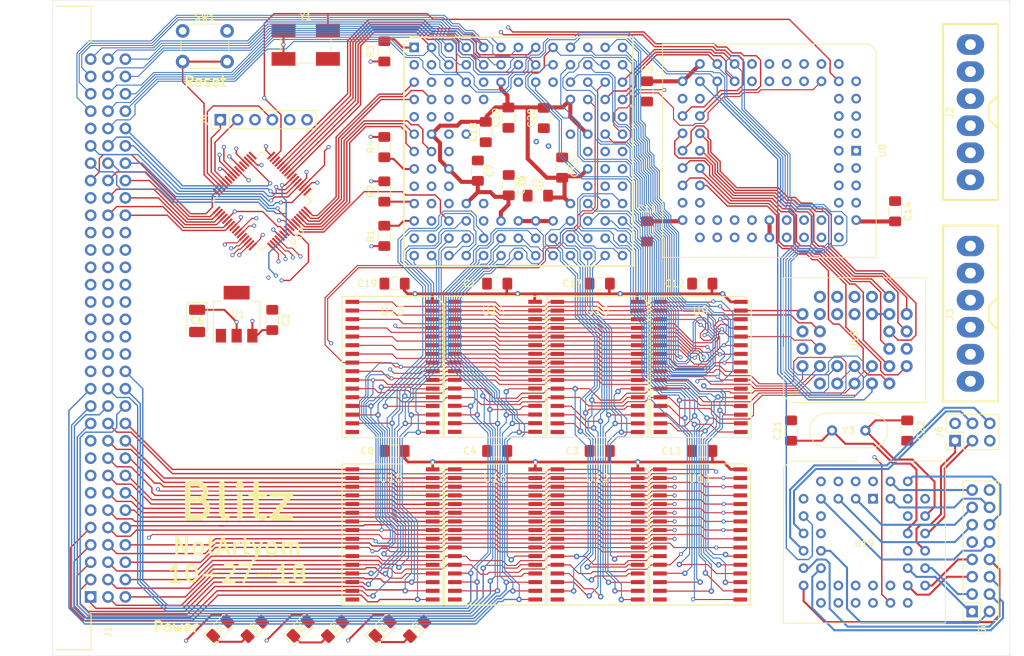
<source format=kicad_pcb>
(kicad_pcb (version 20171130) (host pcbnew 5.0.1-33cea8e~67~ubuntu18.04.1)
  (layers (0 F.Cu mixed) (1 In1.Cu mixed) (2 In2.Cu mixed) (31 B.Cu mixed) (34 B.Paste user) (35 F.Paste user) (36 B.SilkS user) (37 F.SilkS user) (38 B.Mask user) (39 F.Mask user) (44 Edge.Cuts user))
  (net 0 "")
  (net 1 GND)
  (net 2 +5V)
  (net 3 +3V3)
  (net 4 "Net-(C21-Pad1)")
  (net 5 "Net-(C22-Pad1)")
  (net 6 -5V)
  (net 7 -12V)
  (net 8 +12V)
  (net 9 "Net-(J3-Pad1)")
  (net 10 "Net-(J4-Pad1)")
  (net 11 "Net-(J4-Pad2)")
  (net 12 "Net-(J4-Pad3)")
  (net 13 "Net-(J4-Pad4)")
  (net 14 "Net-(J5-Pad1)")
  (net 15 "Net-(J5-Pad2)")
  (net 16 "Net-(J5-Pad3)")
  (net 17 "Net-(J5-Pad4)")
  (net 18 "Net-(J5-Pad5)")
  (net 19 "Net-(J5-Pad6)")
  (net 20 "Net-(J5-Pad7)")
  (net 21 "Net-(J5-Pad8)")
  (net 22 "Net-(J5-Pad10)")
  (net 23 "Net-(J5-Pad11)")
  (net 24 "Net-(J5-Pad12)")
  (net 25 "Net-(J5-Pad13)")
  (net 26 "Net-(J5-Pad14)")
  (net 27 "Net-(J5-Pad15)")
  (net 28 "Net-(J6-Pad1)")
  (net 29 "Net-(J6-Pad3)")
  (net 30 "Net-(J6-Pad4)")
  (net 31 "Net-(J6-Pad6)")
  (net 32 "Net-(R1-Pad2)")
  (net 33 "Net-(R2-Pad2)")
  (net 34 "Net-(R3-Pad2)")
  (net 35 "Net-(R4-Pad2)")
  (net 36 "Net-(SW1-Pad2)")
  (net 37 /A8)
  (net 38 /A9)
  (net 39 /A10)
  (net 40 /A11)
  (net 41 /A12)
  (net 42 /A13)
  (net 43 "Net-(U3-PadB1)")
  (net 44 FC1)
  (net 45 FC2)
  (net 46 CLK)
  (net 47 DSACK0)
  (net 48 STERM)
  (net 49 "Net-(U3-PadJ1)")
  (net 50 "Net-(U3-PadM1)")
  (net 51 /D31)
  (net 52 A0)
  (net 53 "Net-(U3-PadB2)")
  (net 54 "Net-(U3-PadC2)")
  (net 55 FC0)
  (net 56 DSACK1)
  (net 57 HALT)
  (net 58 AS)
  (net 59 DS)
  (net 60 SIZ0)
  (net 61 ECS)
  (net 62 /D28)
  (net 63 /A30)
  (net 64 /A31)
  (net 65 "Net-(U3-PadC3)")
  (net 66 "Net-(U3-PadD3)")
  (net 67 SIZ1)
  (net 68 RW_N)
  (net 69 /D29)
  (net 70 /D26)
  (net 71 /A28)
  (net 72 /A29)
  (net 73 A1)
  (net 74 /D30)
  (net 75 /D27)
  (net 76 /D25)
  (net 77 /A26)
  (net 78 /A27)
  (net 79 /D24)
  (net 80 /D23)
  (net 81 /A24)
  (net 82 /A25)
  (net 83 /D22)
  (net 84 /D21)
  (net 85 /A23)
  (net 86 /A22)
  (net 87 /D20)
  (net 88 /D19)
  (net 89 /A21)
  (net 90 /A20)
  (net 91 /A18)
  (net 92 /D17)
  (net 93 /D18)
  (net 94 /A19)
  (net 95 /A16)
  (net 96 /D14)
  (net 97 /D16)
  (net 98 /A17)
  (net 99 /A14)
  (net 100 /D10)
  (net 101 /D12)
  (net 102 /D15)
  (net 103 /A15)
  (net 104 /A6)
  (net 105 /D5)
  (net 106 /D7)
  (net 107 /D9)
  (net 108 /D13)
  (net 109 /A5)
  (net 110 /A3)
  (net 111 RESET)
  (net 112 IPL2)
  (net 113 CDIS)
  (net 114 "Net-(U3-PadJ12)")
  (net 115 /D1)
  (net 116 /D4)
  (net 117 /D6)
  (net 118 /D11)
  (net 119 /A7)
  (net 120 /A4)
  (net 121 /A2)
  (net 122 "Net-(U3-PadE13)")
  (net 123 MMUDIS)
  (net 124 IPL1)
  (net 125 IPL0)
  (net 126 "Net-(U3-PadJ13)")
  (net 127 /D0)
  (net 128 /D2)
  (net 129 /D3)
  (net 130 /D8)
  (net 131 "Net-(U8-Pad4)")
  (net 132 FPU)
  (net 133 RW0)
  (net 134 _RW0)
  (net 135 RAM0)
  (net 136 RAM1)
  (net 137 RW1)
  (net 138 _RW1)
  (net 139 RAM3)
  (net 140 RAM2)
  (net 141 DELAY)
  (net 142 IRQ_UART)
  (net 143 ROM)
  (net 144 UART)
  (net 145 "Net-(U18-Pad31)")
  (net 146 "Net-(J1-PadA23)")
  (net 147 "Net-(J1-PadB23)")
  (net 148 "Net-(J1-PadC23)")
  (net 149 "Net-(J1-PadA24)")
  (net 150 "Net-(J1-PadB24)")
  (net 151 "Net-(J1-PadC24)")
  (net 152 "Net-(J1-PadA25)")
  (net 153 "Net-(J1-PadB25)")
  (net 154 "Net-(J1-PadC25)")
  (net 155 "Net-(J1-PadC22)")
  (net 156 "Net-(J1-PadA28)")
  (net 157 "Net-(J1-PadA22)")
  (net 158 "Net-(J1-PadB22)")
  (net 159 "Net-(J1-PadA18)")
  (net 160 "Net-(J1-PadC18)")
  (net 161 "Net-(J1-PadB21)")
  (net 162 "Net-(J1-PadA17)")
  (net 163 "Net-(J1-PadA21)")
  (net 164 "Net-(J1-PadC21)")
  (net 165 "Net-(U17-Pad17)")
  (net 166 "Net-(U17-Pad27)")
  (net 167 "Net-(U17-Pad1)")
  (net 168 "Net-(D1-Pad1)")
  (net 169 "Net-(D2-Pad1)")
  (net 170 "Net-(D2-Pad2)")
  (net 171 "Net-(D3-Pad2)")
  (net 172 "Net-(D3-Pad1)")
  (module BBlitz:SOIC-32 (layer F.Cu) (at 84.2 105.72 270)
    (fp_text reference U15 (at -8.22 0.2) (layer F.SilkS) (effects (font (size 1.2 1.2))))
    (fp_text value AS6C4008)
    (pad 16 smd rect (at 9.525 5.88 270) (size 0.6 2) (layers F.Cu F.Paste F.Mask) (net 1 GND))
    (pad 17 smd rect (at 9.525 -5.88 270) (size 0.6 2) (layers F.Cu F.Paste F.Mask) (net 75 /D27))
    (pad 15 smd rect (at 8.255 5.88 270) (size 0.6 2) (layers F.Cu F.Paste F.Mask) (net 70 /D26))
    (pad 18 smd rect (at 8.255 -5.88 270) (size 0.6 2) (layers F.Cu F.Paste F.Mask) (net 62 /D28))
    (pad 14 smd rect (at 6.985 5.88 270) (size 0.6 2) (layers F.Cu F.Paste F.Mask) (net 76 /D25))
    (pad 19 smd rect (at 6.985 -5.88 270) (size 0.6 2) (layers F.Cu F.Paste F.Mask) (net 69 /D29))
    (pad 13 smd rect (at 5.715 5.88 270) (size 0.6 2) (layers F.Cu F.Paste F.Mask) (net 79 /D24))
    (pad 20 smd rect (at 5.715 -5.88 270) (size 0.6 2) (layers F.Cu F.Paste F.Mask) (net 74 /D30))
    (pad 12 smd rect (at 4.445 5.88 270) (size 0.6 2) (layers F.Cu F.Paste F.Mask) (net 121 /A2))
    (pad 21 smd rect (at 4.445 -5.88 270) (size 0.6 2) (layers F.Cu F.Paste F.Mask) (net 51 /D31))
    (pad 11 smd rect (at 3.175 5.88 270) (size 0.6 2) (layers F.Cu F.Paste F.Mask) (net 110 /A3))
    (pad 22 smd rect (at 3.175 -5.88 270) (size 0.6 2) (layers F.Cu F.Paste F.Mask) (net 139 RAM3))
    (pad 10 smd rect (at 1.905 5.88 270) (size 0.6 2) (layers F.Cu F.Paste F.Mask) (net 120 /A4))
    (pad 23 smd rect (at 1.905 -5.88 270) (size 0.6 2) (layers F.Cu F.Paste F.Mask) (net 41 /A12))
    (pad 9 smd rect (at 0.635 5.88 270) (size 0.6 2) (layers F.Cu F.Paste F.Mask) (net 109 /A5))
    (pad 24 smd rect (at 0.635 -5.88 270) (size 0.6 2) (layers F.Cu F.Paste F.Mask) (net 138 _RW1))
    (pad 8 smd rect (at -0.635 5.88 270) (size 0.6 2) (layers F.Cu F.Paste F.Mask) (net 104 /A6))
    (pad 25 smd rect (at -0.635 -5.88 270) (size 0.6 2) (layers F.Cu F.Paste F.Mask) (net 42 /A13))
    (pad 7 smd rect (at -1.905 5.88 270) (size 0.6 2) (layers F.Cu F.Paste F.Mask) (net 119 /A7))
    (pad 26 smd rect (at -1.905 -5.88 270) (size 0.6 2) (layers F.Cu F.Paste F.Mask) (net 40 /A11))
    (pad 6 smd rect (at -3.175 5.88 270) (size 0.6 2) (layers F.Cu F.Paste F.Mask) (net 37 /A8))
    (pad 27 smd rect (at -3.175 -5.88 270) (size 0.6 2) (layers F.Cu F.Paste F.Mask) (net 39 /A10))
    (pad 5 smd rect (at -4.445 5.88 270) (size 0.6 2) (layers F.Cu F.Paste F.Mask) (net 38 /A9))
    (pad 28 smd rect (at -4.445 -5.88 270) (size 0.6 2) (layers F.Cu F.Paste F.Mask) (net 103 /A15))
    (pad 4 smd rect (at -5.715 5.88 270) (size 0.6 2) (layers F.Cu F.Paste F.Mask) (net 99 /A14))
    (pad 29 smd rect (at -5.715 -5.88 270) (size 0.6 2) (layers F.Cu F.Paste F.Mask) (net 137 RW1))
    (pad 3 smd rect (at -6.985 5.88 270) (size 0.6 2) (layers F.Cu F.Paste F.Mask) (net 95 /A16))
    (pad 30 smd rect (at -6.985 -5.88 270) (size 0.6 2) (layers F.Cu F.Paste F.Mask) (net 94 /A19))
    (pad 2 smd rect (at -8.255 5.88 270) (size 0.6 2) (layers F.Cu F.Paste F.Mask) (net 91 /A18))
    (pad 31 smd rect (at -8.255 -5.88 270) (size 0.6 2) (layers F.Cu F.Paste F.Mask) (net 98 /A17))
    (pad 1 smd rect (at -9.525 5.88 270) (size 0.6 2) (layers F.Cu F.Paste F.Mask) (net 90 /A20))
    (pad 32 smd rect (at -9.525 -5.88 270) (size 0.6 2) (layers F.Cu F.Paste F.Mask) (net 2 +5V))
  )
  (module BBlitz:SOIC-32 (layer F.Cu) (at 84.2 81.195 270)
    (fp_text reference U13 (at -8.195 0) (layer F.SilkS) (effects (font (size 1.2 1.2))))
    (fp_text value AS6C4008)
    (pad 16 smd rect (at 9.525 5.88 270) (size 0.6 2) (layers F.Cu F.Paste F.Mask) (net 1 GND))
    (pad 17 smd rect (at 9.525 -5.88 270) (size 0.6 2) (layers F.Cu F.Paste F.Mask) (net 75 /D27))
    (pad 15 smd rect (at 8.255 5.88 270) (size 0.6 2) (layers F.Cu F.Paste F.Mask) (net 70 /D26))
    (pad 18 smd rect (at 8.255 -5.88 270) (size 0.6 2) (layers F.Cu F.Paste F.Mask) (net 62 /D28))
    (pad 14 smd rect (at 6.985 5.88 270) (size 0.6 2) (layers F.Cu F.Paste F.Mask) (net 76 /D25))
    (pad 19 smd rect (at 6.985 -5.88 270) (size 0.6 2) (layers F.Cu F.Paste F.Mask) (net 69 /D29))
    (pad 13 smd rect (at 5.715 5.88 270) (size 0.6 2) (layers F.Cu F.Paste F.Mask) (net 79 /D24))
    (pad 20 smd rect (at 5.715 -5.88 270) (size 0.6 2) (layers F.Cu F.Paste F.Mask) (net 74 /D30))
    (pad 12 smd rect (at 4.445 5.88 270) (size 0.6 2) (layers F.Cu F.Paste F.Mask) (net 121 /A2))
    (pad 21 smd rect (at 4.445 -5.88 270) (size 0.6 2) (layers F.Cu F.Paste F.Mask) (net 51 /D31))
    (pad 11 smd rect (at 3.175 5.88 270) (size 0.6 2) (layers F.Cu F.Paste F.Mask) (net 110 /A3))
    (pad 22 smd rect (at 3.175 -5.88 270) (size 0.6 2) (layers F.Cu F.Paste F.Mask) (net 139 RAM3))
    (pad 10 smd rect (at 1.905 5.88 270) (size 0.6 2) (layers F.Cu F.Paste F.Mask) (net 120 /A4))
    (pad 23 smd rect (at 1.905 -5.88 270) (size 0.6 2) (layers F.Cu F.Paste F.Mask) (net 41 /A12))
    (pad 9 smd rect (at 0.635 5.88 270) (size 0.6 2) (layers F.Cu F.Paste F.Mask) (net 109 /A5))
    (pad 24 smd rect (at 0.635 -5.88 270) (size 0.6 2) (layers F.Cu F.Paste F.Mask) (net 134 _RW0))
    (pad 8 smd rect (at -0.635 5.88 270) (size 0.6 2) (layers F.Cu F.Paste F.Mask) (net 104 /A6))
    (pad 25 smd rect (at -0.635 -5.88 270) (size 0.6 2) (layers F.Cu F.Paste F.Mask) (net 42 /A13))
    (pad 7 smd rect (at -1.905 5.88 270) (size 0.6 2) (layers F.Cu F.Paste F.Mask) (net 119 /A7))
    (pad 26 smd rect (at -1.905 -5.88 270) (size 0.6 2) (layers F.Cu F.Paste F.Mask) (net 40 /A11))
    (pad 6 smd rect (at -3.175 5.88 270) (size 0.6 2) (layers F.Cu F.Paste F.Mask) (net 37 /A8))
    (pad 27 smd rect (at -3.175 -5.88 270) (size 0.6 2) (layers F.Cu F.Paste F.Mask) (net 39 /A10))
    (pad 5 smd rect (at -4.445 5.88 270) (size 0.6 2) (layers F.Cu F.Paste F.Mask) (net 38 /A9))
    (pad 28 smd rect (at -4.445 -5.88 270) (size 0.6 2) (layers F.Cu F.Paste F.Mask) (net 103 /A15))
    (pad 4 smd rect (at -5.715 5.88 270) (size 0.6 2) (layers F.Cu F.Paste F.Mask) (net 99 /A14))
    (pad 29 smd rect (at -5.715 -5.88 270) (size 0.6 2) (layers F.Cu F.Paste F.Mask) (net 133 RW0))
    (pad 3 smd rect (at -6.985 5.88 270) (size 0.6 2) (layers F.Cu F.Paste F.Mask) (net 95 /A16))
    (pad 30 smd rect (at -6.985 -5.88 270) (size 0.6 2) (layers F.Cu F.Paste F.Mask) (net 94 /A19))
    (pad 2 smd rect (at -8.255 5.88 270) (size 0.6 2) (layers F.Cu F.Paste F.Mask) (net 91 /A18))
    (pad 31 smd rect (at -8.255 -5.88 270) (size 0.6 2) (layers F.Cu F.Paste F.Mask) (net 98 /A17))
    (pad 1 smd rect (at -9.525 5.88 270) (size 0.6 2) (layers F.Cu F.Paste F.Mask) (net 90 /A20))
    (pad 32 smd rect (at -9.525 -5.88 270) (size 0.6 2) (layers F.Cu F.Paste F.Mask) (net 2 +5V))
  )
  (module BBlitz:SOIC-32 (layer F.Cu) (at 129.28 81.2 270)
    (fp_text reference U9 (at -8.2 0) (layer F.SilkS) (effects (font (size 1.2 1.2))))
    (fp_text value AS6C4008)
    (pad 32 smd rect (at -9.525 -5.88 270) (size 0.6 2) (layers F.Cu F.Paste F.Mask) (net 2 +5V))
    (pad 1 smd rect (at -9.525 5.88 270) (size 0.6 2) (layers F.Cu F.Paste F.Mask) (net 90 /A20))
    (pad 31 smd rect (at -8.255 -5.88 270) (size 0.6 2) (layers F.Cu F.Paste F.Mask) (net 98 /A17))
    (pad 2 smd rect (at -8.255 5.88 270) (size 0.6 2) (layers F.Cu F.Paste F.Mask) (net 91 /A18))
    (pad 30 smd rect (at -6.985 -5.88 270) (size 0.6 2) (layers F.Cu F.Paste F.Mask) (net 94 /A19))
    (pad 3 smd rect (at -6.985 5.88 270) (size 0.6 2) (layers F.Cu F.Paste F.Mask) (net 95 /A16))
    (pad 29 smd rect (at -5.715 -5.88 270) (size 0.6 2) (layers F.Cu F.Paste F.Mask) (net 133 RW0))
    (pad 4 smd rect (at -5.715 5.88 270) (size 0.6 2) (layers F.Cu F.Paste F.Mask) (net 99 /A14))
    (pad 28 smd rect (at -4.445 -5.88 270) (size 0.6 2) (layers F.Cu F.Paste F.Mask) (net 103 /A15))
    (pad 5 smd rect (at -4.445 5.88 270) (size 0.6 2) (layers F.Cu F.Paste F.Mask) (net 38 /A9))
    (pad 27 smd rect (at -3.175 -5.88 270) (size 0.6 2) (layers F.Cu F.Paste F.Mask) (net 39 /A10))
    (pad 6 smd rect (at -3.175 5.88 270) (size 0.6 2) (layers F.Cu F.Paste F.Mask) (net 37 /A8))
    (pad 26 smd rect (at -1.905 -5.88 270) (size 0.6 2) (layers F.Cu F.Paste F.Mask) (net 40 /A11))
    (pad 7 smd rect (at -1.905 5.88 270) (size 0.6 2) (layers F.Cu F.Paste F.Mask) (net 119 /A7))
    (pad 25 smd rect (at -0.635 -5.88 270) (size 0.6 2) (layers F.Cu F.Paste F.Mask) (net 42 /A13))
    (pad 8 smd rect (at -0.635 5.88 270) (size 0.6 2) (layers F.Cu F.Paste F.Mask) (net 104 /A6))
    (pad 24 smd rect (at 0.635 -5.88 270) (size 0.6 2) (layers F.Cu F.Paste F.Mask) (net 134 _RW0))
    (pad 9 smd rect (at 0.635 5.88 270) (size 0.6 2) (layers F.Cu F.Paste F.Mask) (net 109 /A5))
    (pad 23 smd rect (at 1.905 -5.88 270) (size 0.6 2) (layers F.Cu F.Paste F.Mask) (net 41 /A12))
    (pad 10 smd rect (at 1.905 5.88 270) (size 0.6 2) (layers F.Cu F.Paste F.Mask) (net 120 /A4))
    (pad 22 smd rect (at 3.175 -5.88 270) (size 0.6 2) (layers F.Cu F.Paste F.Mask) (net 135 RAM0))
    (pad 11 smd rect (at 3.175 5.88 270) (size 0.6 2) (layers F.Cu F.Paste F.Mask) (net 110 /A3))
    (pad 21 smd rect (at 4.445 -5.88 270) (size 0.6 2) (layers F.Cu F.Paste F.Mask) (net 106 /D7))
    (pad 12 smd rect (at 4.445 5.88 270) (size 0.6 2) (layers F.Cu F.Paste F.Mask) (net 121 /A2))
    (pad 20 smd rect (at 5.715 -5.88 270) (size 0.6 2) (layers F.Cu F.Paste F.Mask) (net 117 /D6))
    (pad 13 smd rect (at 5.715 5.88 270) (size 0.6 2) (layers F.Cu F.Paste F.Mask) (net 127 /D0))
    (pad 19 smd rect (at 6.985 -5.88 270) (size 0.6 2) (layers F.Cu F.Paste F.Mask) (net 105 /D5))
    (pad 14 smd rect (at 6.985 5.88 270) (size 0.6 2) (layers F.Cu F.Paste F.Mask) (net 115 /D1))
    (pad 18 smd rect (at 8.255 -5.88 270) (size 0.6 2) (layers F.Cu F.Paste F.Mask) (net 116 /D4))
    (pad 15 smd rect (at 8.255 5.88 270) (size 0.6 2) (layers F.Cu F.Paste F.Mask) (net 128 /D2))
    (pad 17 smd rect (at 9.525 -5.88 270) (size 0.6 2) (layers F.Cu F.Paste F.Mask) (net 129 /D3))
    (pad 16 smd rect (at 9.525 5.88 270) (size 0.6 2) (layers F.Cu F.Paste F.Mask) (net 1 GND))
  )
  (module Capacitor_SMD:C_1206_3216Metric_Pad1.42x1.75mm_HandSolder (layer F.Cu) (at 99.5125 69)
    (fp_text reference C1 (at -4.0125 0) (layer F.SilkS))
    (fp_text value 100nf)
    (pad 1 smd roundrect (at -1.4875 0) (size 1.425 1.75) (layers F.Cu F.Paste F.Mask) (roundrect_rratio 0.175439) (net 1 GND))
    (pad 2 smd roundrect (at 1.4875 0) (size 1.425 1.75) (layers F.Cu F.Paste F.Mask) (roundrect_rratio 0.175439) (net 2 +5V))
  )
  (module Capacitor_SMD:C_1206_3216Metric_Pad1.42x1.75mm_HandSolder (layer F.Cu) (at 66.61 74.3175 90)
    (fp_text reference C2 (at 0 2 90) (layer F.SilkS))
    (fp_text value 10uf)
    (pad 2 smd roundrect (at 1.4875 0 90) (size 1.425 1.75) (layers F.Cu F.Paste F.Mask) (roundrect_rratio 0.175439) (net 1 GND))
    (pad 1 smd roundrect (at -1.4875 0 90) (size 1.425 1.75) (layers F.Cu F.Paste F.Mask) (roundrect_rratio 0.175439) (net 2 +5V))
  )
  (module Capacitor_SMD:C_1206_3216Metric_Pad1.42x1.75mm_HandSolder (layer F.Cu) (at 114.5125 93.5)
    (fp_text reference C3 (at -4.0125 0) (layer F.SilkS))
    (fp_text value 100nf)
    (pad 2 smd roundrect (at 1.4875 0) (size 1.425 1.75) (layers F.Cu F.Paste F.Mask) (roundrect_rratio 0.175439) (net 2 +5V))
    (pad 1 smd roundrect (at -1.4875 0) (size 1.425 1.75) (layers F.Cu F.Paste F.Mask) (roundrect_rratio 0.175439) (net 1 GND))
  )
  (module Capacitor_SMD:C_1206_3216Metric_Pad1.42x1.75mm_HandSolder (layer F.Cu) (at 99.5125 93.5)
    (fp_text reference C4 (at -4.0125 0) (layer F.SilkS))
    (fp_text value 100nf)
    (pad 1 smd roundrect (at -1.4875 0) (size 1.425 1.75) (layers F.Cu F.Paste F.Mask) (roundrect_rratio 0.175439) (net 1 GND))
    (pad 2 smd roundrect (at 1.4875 0) (size 1.425 1.75) (layers F.Cu F.Paste F.Mask) (roundrect_rratio 0.175439) (net 2 +5V))
  )
  (module Capacitor_SMD:C_1206_3216Metric_Pad1.42x1.75mm_HandSolder (layer F.Cu) (at 105.4625 56.12)
    (fp_text reference C5 (at 0 -1.82) (layer F.SilkS))
    (fp_text value 100nf)
    (pad 2 smd roundrect (at 1.4875 0) (size 1.425 1.75) (layers F.Cu F.Paste F.Mask) (roundrect_rratio 0.175439) (net 2 +5V))
    (pad 1 smd roundrect (at -1.4875 0) (size 1.425 1.75) (layers F.Cu F.Paste F.Mask) (roundrect_rratio 0.175439) (net 1 GND))
  )
  (module Capacitor_Tantalum_SMD:CP_EIA-3528-12_Kemet-T_Pad1.50x2.35mm_HandSolder (layer F.Cu) (at 55.61 74.455 270)
    (fp_text reference C6 (at 0 0) (layer F.SilkS))
    (fp_text value 22uf)
    (pad 1 smd roundrect (at -1.625 0 270) (size 1.5 2.35) (layers F.Cu F.Paste F.Mask) (roundrect_rratio 0.166667) (net 3 +3V3))
    (pad 2 smd roundrect (at 1.625 0 270) (size 1.5 2.35) (layers F.Cu F.Paste F.Mask) (roundrect_rratio 0.166667) (net 1 GND))
  )
  (module Capacitor_SMD:C_1206_3216Metric_Pad1.42x1.75mm_HandSolder (layer F.Cu) (at 96.68 52.4625 270)
    (fp_text reference C7 (at 0 -1.82 270) (layer F.SilkS))
    (fp_text value 100nf)
    (pad 1 smd roundrect (at -1.4875 0 270) (size 1.425 1.75) (layers F.Cu F.Paste F.Mask) (roundrect_rratio 0.175439) (net 1 GND))
    (pad 2 smd roundrect (at 1.4875 0 270) (size 1.425 1.75) (layers F.Cu F.Paste F.Mask) (roundrect_rratio 0.175439) (net 2 +5V))
  )
  (module Capacitor_SMD:C_1206_3216Metric_Pad1.42x1.75mm_HandSolder (layer F.Cu) (at 84.5 93.5)
    (fp_text reference C8 (at -4 0) (layer F.SilkS))
    (fp_text value 100nf)
    (pad 1 smd roundrect (at -1.4875 0) (size 1.425 1.75) (layers F.Cu F.Paste F.Mask) (roundrect_rratio 0.175439) (net 1 GND))
    (pad 2 smd roundrect (at 1.4875 0) (size 1.425 1.75) (layers F.Cu F.Paste F.Mask) (roundrect_rratio 0.175439) (net 2 +5V))
  )
  (module Capacitor_SMD:C_1206_3216Metric_Pad1.42x1.75mm_HandSolder (layer F.Cu) (at 121.43 40.8525 90)
    (fp_text reference C9 (at 3.2225 0.02 180) (layer F.SilkS))
    (fp_text value 100nf)
    (pad 1 smd roundrect (at -1.4875 0 90) (size 1.425 1.75) (layers F.Cu F.Paste F.Mask) (roundrect_rratio 0.175439) (net 1 GND))
    (pad 2 smd roundrect (at 1.4875 0 90) (size 1.425 1.75) (layers F.Cu F.Paste F.Mask) (roundrect_rratio 0.175439) (net 2 +5V))
  )
  (module Capacitor_SMD:C_1206_3216Metric_Pad1.42x1.75mm_HandSolder (layer F.Cu) (at 101.16 44.7075 90)
    (fp_text reference C10 (at 0 -1.82 90) (layer F.SilkS))
    (fp_text value 100nf)
    (pad 2 smd roundrect (at 1.4875 0 90) (size 1.425 1.75) (layers F.Cu F.Paste F.Mask) (roundrect_rratio 0.175439) (net 2 +5V))
    (pad 1 smd roundrect (at -1.4875 0 90) (size 1.425 1.75) (layers F.Cu F.Paste F.Mask) (roundrect_rratio 0.175439) (net 1 GND))
  )
  (module Capacitor_SMD:C_1206_3216Metric_Pad1.42x1.75mm_HandSolder (layer F.Cu) (at 121.43 61.3475 90)
    (fp_text reference C11 (at 3.2975 0 180) (layer F.SilkS))
    (fp_text value 100nf)
    (pad 1 smd roundrect (at -1.4875 0 90) (size 1.425 1.75) (layers F.Cu F.Paste F.Mask) (roundrect_rratio 0.175439) (net 1 GND))
    (pad 2 smd roundrect (at 1.4875 0 90) (size 1.425 1.75) (layers F.Cu F.Paste F.Mask) (roundrect_rratio 0.175439) (net 2 +5V))
  )
  (module Capacitor_SMD:C_1206_3216Metric_Pad1.42x1.75mm_HandSolder (layer F.Cu) (at 129.5125 69)
    (fp_text reference C12 (at -4.0125 0) (layer F.SilkS))
    (fp_text value 100nf)
    (pad 2 smd roundrect (at 1.4875 0) (size 1.425 1.75) (layers F.Cu F.Paste F.Mask) (roundrect_rratio 0.175439) (net 2 +5V))
    (pad 1 smd roundrect (at -1.4875 0) (size 1.425 1.75) (layers F.Cu F.Paste F.Mask) (roundrect_rratio 0.175439) (net 1 GND))
  )
  (module Capacitor_SMD:C_1206_3216Metric_Pad1.42x1.75mm_HandSolder (layer F.Cu) (at 129.5125 93.5)
    (fp_text reference C13 (at -4.5125 0) (layer F.SilkS))
    (fp_text value 100nf)
    (pad 1 smd roundrect (at -1.4875 0) (size 1.425 1.75) (layers F.Cu F.Paste F.Mask) (roundrect_rratio 0.175439) (net 1 GND))
    (pad 2 smd roundrect (at 1.4875 0) (size 1.425 1.75) (layers F.Cu F.Paste F.Mask) (roundrect_rratio 0.175439) (net 2 +5V))
  )
  (module Capacitor_SMD:C_1206_3216Metric_Pad1.42x1.75mm_HandSolder (layer F.Cu) (at 157.73 58.4025 270)
    (fp_text reference C14 (at 0 -1.82 270) (layer F.SilkS))
    (fp_text value 100nf)
    (pad 2 smd roundrect (at 1.4875 0 270) (size 1.425 1.75) (layers F.Cu F.Paste F.Mask) (roundrect_rratio 0.175439) (net 2 +5V))
    (pad 1 smd roundrect (at -1.4875 0 270) (size 1.425 1.75) (layers F.Cu F.Paste F.Mask) (roundrect_rratio 0.175439) (net 1 GND))
  )
  (module Capacitor_SMD:C_1206_3216Metric_Pad1.42x1.75mm_HandSolder (layer F.Cu) (at 109.02 52.0125 270)
    (fp_text reference C15 (at 0 -1.82 270) (layer F.SilkS))
    (fp_text value 100nf)
    (pad 1 smd roundrect (at -1.4875 0 270) (size 1.425 1.75) (layers F.Cu F.Paste F.Mask) (roundrect_rratio 0.175439) (net 1 GND))
    (pad 2 smd roundrect (at 1.4875 0 270) (size 1.425 1.75) (layers F.Cu F.Paste F.Mask) (roundrect_rratio 0.175439) (net 2 +5V))
  )
  (module Capacitor_SMD:C_1206_3216Metric_Pad1.42x1.75mm_HandSolder (layer F.Cu) (at 101.2 54.5825 270)
    (fp_text reference C16 (at 0 -1.82 270) (layer F.SilkS))
    (fp_text value 100nf)
    (pad 2 smd roundrect (at 1.4875 0 270) (size 1.425 1.75) (layers F.Cu F.Paste F.Mask) (roundrect_rratio 0.175439) (net 2 +5V))
    (pad 1 smd roundrect (at -1.4875 0 270) (size 1.425 1.75) (layers F.Cu F.Paste F.Mask) (roundrect_rratio 0.175439) (net 1 GND))
  )
  (module Capacitor_SMD:C_1206_3216Metric_Pad1.42x1.75mm_HandSolder (layer F.Cu) (at 114.5125 69)
    (fp_text reference C17 (at -4.0125 0) (layer F.SilkS))
    (fp_text value 100nf)
    (pad 1 smd roundrect (at -1.4875 0) (size 1.425 1.75) (layers F.Cu F.Paste F.Mask) (roundrect_rratio 0.175439) (net 1 GND))
    (pad 2 smd roundrect (at 1.4875 0) (size 1.425 1.75) (layers F.Cu F.Paste F.Mask) (roundrect_rratio 0.175439) (net 2 +5V))
  )
  (module Capacitor_SMD:C_1206_3216Metric_Pad1.42x1.75mm_HandSolder (layer F.Cu) (at 97.84 46.8075 90)
    (fp_text reference C18 (at 0 -1.82 90) (layer F.SilkS))
    (fp_text value 100nf)
    (pad 1 smd roundrect (at -1.4875 0 90) (size 1.425 1.75) (layers F.Cu F.Paste F.Mask) (roundrect_rratio 0.175439) (net 1 GND))
    (pad 2 smd roundrect (at 1.4875 0 90) (size 1.425 1.75) (layers F.Cu F.Paste F.Mask) (roundrect_rratio 0.175439) (net 2 +5V))
  )
  (module Capacitor_SMD:C_1206_3216Metric_Pad1.42x1.75mm_HandSolder (layer F.Cu) (at 84.5 69)
    (fp_text reference C19 (at -4 0) (layer F.SilkS))
    (fp_text value 100nf)
    (pad 2 smd roundrect (at 1.4875 0) (size 1.425 1.75) (layers F.Cu F.Paste F.Mask) (roundrect_rratio 0.175439) (net 2 +5V))
    (pad 1 smd roundrect (at -1.4875 0) (size 1.425 1.75) (layers F.Cu F.Paste F.Mask) (roundrect_rratio 0.175439) (net 1 GND))
  )
  (module Capacitor_SMD:C_1206_3216Metric_Pad1.42x1.75mm_HandSolder (layer F.Cu) (at 106.33 44.7575 90)
    (fp_text reference C20 (at 0 -1.82 90) (layer F.SilkS))
    (fp_text value 100nf)
    (pad 1 smd roundrect (at -1.4875 0 90) (size 1.425 1.75) (layers F.Cu F.Paste F.Mask) (roundrect_rratio 0.175439) (net 1 GND))
    (pad 2 smd roundrect (at 1.4875 0 90) (size 1.425 1.75) (layers F.Cu F.Paste F.Mask) (roundrect_rratio 0.175439) (net 2 +5V))
  )
  (module Capacitor_SMD:C_1206_3216Metric_Pad1.42x1.75mm_HandSolder (layer F.Cu) (at 142.5 90.5125 90)
    (fp_text reference C21 (at 0.0125 -2 90) (layer F.SilkS))
    (fp_text value 18pf)
    (pad 2 smd roundrect (at 1.4875 0 90) (size 1.425 1.75) (layers F.Cu F.Paste F.Mask) (roundrect_rratio 0.175439) (net 1 GND))
    (pad 1 smd roundrect (at -1.4875 0 90) (size 1.425 1.75) (layers F.Cu F.Paste F.Mask) (roundrect_rratio 0.175439) (net 4 "Net-(C21-Pad1)"))
  )
  (module Capacitor_SMD:C_1206_3216Metric_Pad1.42x1.75mm_HandSolder (layer F.Cu) (at 159.5 90.5125 270)
    (fp_text reference C22 (at 0 -2 270) (layer F.SilkS))
    (fp_text value 18pf)
    (pad 2 smd roundrect (at 1.4875 0 270) (size 1.425 1.75) (layers F.Cu F.Paste F.Mask) (roundrect_rratio 0.175439) (net 1 GND))
    (pad 1 smd roundrect (at -1.4875 0 270) (size 1.425 1.75) (layers F.Cu F.Paste F.Mask) (roundrect_rratio 0.175439) (net 5 "Net-(C22-Pad1)"))
  )
  (module BBlitz:AT_PSU (layer F.Cu) (at 169 44 270)
    (fp_text reference J2 (at 0 3.25 270) (layer F.SilkS))
    (fp_text value AT0)
    (pad 1 thru_hole oval (at -10 0.25 270) (size 3 4) (drill 1.57) (layers *.Cu *.Mask) (net 1 GND) (thermal_gap 1))
    (pad 2 thru_hole oval (at -6.04 0.25 270) (size 3 4) (drill 1.57) (layers *.Cu *.Mask) (net 1 GND) (thermal_gap 1))
    (pad 3 thru_hole oval (at -2.08 0.25 270) (size 3 4) (drill 1.57) (layers *.Cu *.Mask) (net 6 -5V))
    (pad 4 thru_hole oval (at 1.88 0.25 270) (size 3 4) (drill 1.57) (layers *.Cu *.Mask) (net 2 +5V) (thermal_gap 1))
    (pad 5 thru_hole oval (at 5.84 0.25 270) (size 3 4) (drill 1.57) (layers *.Cu *.Mask) (net 2 +5V) (thermal_gap 1))
    (pad 6 thru_hole oval (at 9.8 0.25 270) (size 3 4) (drill 1.57) (layers *.Cu *.Mask) (net 2 +5V) (thermal_gap 1))
  )
  (module BBlitz:AT_PSU (layer F.Cu) (at 169 73.5 270)
    (fp_text reference J3 (at 0 3.25 270) (layer F.SilkS))
    (fp_text value AT1)
    (pad 6 thru_hole oval (at 9.8 0.25 270) (size 3 4) (drill 1.57) (layers *.Cu *.Mask) (net 1 GND) (thermal_gap 1))
    (pad 5 thru_hole oval (at 5.84 0.25 270) (size 3 4) (drill 1.57) (layers *.Cu *.Mask) (net 1 GND) (thermal_gap 1))
    (pad 4 thru_hole oval (at 1.88 0.25 270) (size 3 4) (drill 1.57) (layers *.Cu *.Mask) (net 7 -12V))
    (pad 3 thru_hole oval (at -2.08 0.25 270) (size 3 4) (drill 1.57) (layers *.Cu *.Mask) (net 8 +12V))
    (pad 2 thru_hole oval (at -6.04 0.25 270) (size 3 4) (drill 1.57) (layers *.Cu *.Mask) (net 2 +5V) (thermal_gap 1))
    (pad 1 thru_hole oval (at -10 0.25 270) (size 3 4) (drill 1.57) (layers *.Cu *.Mask) (net 9 "Net-(J3-Pad1)"))
  )
  (module Connector_PinHeader_2.54mm:PinHeader_1x06_P2.54mm_Vertical (layer F.Cu) (at 59 45 90)
    (fp_text reference J4 (at 0 -2.33 90) (layer F.SilkS))
    (fp_text value PRG0)
    (pad 1 thru_hole rect (at 0 0 90) (size 1.7 1.7) (drill 1) (layers *.Cu *.Mask) (net 10 "Net-(J4-Pad1)"))
    (pad 2 thru_hole oval (at 0 2.54 90) (size 1.7 1.7) (drill 1) (layers *.Cu *.Mask) (net 11 "Net-(J4-Pad2)"))
    (pad 3 thru_hole oval (at 0 5.08 90) (size 1.7 1.7) (drill 1) (layers *.Cu *.Mask) (net 12 "Net-(J4-Pad3)"))
    (pad 4 thru_hole oval (at 0 7.62 90) (size 1.7 1.7) (drill 1) (layers *.Cu *.Mask) (net 13 "Net-(J4-Pad4)"))
    (pad 5 thru_hole oval (at 0 10.16 90) (size 1.7 1.7) (drill 1) (layers *.Cu *.Mask) (net 1 GND))
    (pad 6 thru_hole oval (at 0 12.7 90) (size 1.7 1.7) (drill 1) (layers *.Cu *.Mask) (net 3 +3V3))
  )
  (module Connector_PinSocket_2.54mm:PinSocket_2x08_P2.54mm_Vertical (layer F.Cu) (at 169 117 180)
    (fp_text reference J5 (at -1.27 -2.77 180) (layer F.SilkS))
    (fp_text value GPIO)
    (pad 1 thru_hole rect (at 0 0 180) (size 1.7 1.7) (drill 1) (layers *.Cu *.Mask) (net 14 "Net-(J5-Pad1)"))
    (pad 2 thru_hole oval (at -2.54 0 180) (size 1.7 1.7) (drill 1) (layers *.Cu *.Mask) (net 15 "Net-(J5-Pad2)"))
    (pad 3 thru_hole oval (at 0 2.54 180) (size 1.7 1.7) (drill 1) (layers *.Cu *.Mask) (net 16 "Net-(J5-Pad3)"))
    (pad 4 thru_hole oval (at -2.54 2.54 180) (size 1.7 1.7) (drill 1) (layers *.Cu *.Mask) (net 17 "Net-(J5-Pad4)"))
    (pad 5 thru_hole oval (at 0 5.08 180) (size 1.7 1.7) (drill 1) (layers *.Cu *.Mask) (net 18 "Net-(J5-Pad5)"))
    (pad 6 thru_hole oval (at -2.54 5.08 180) (size 1.7 1.7) (drill 1) (layers *.Cu *.Mask) (net 19 "Net-(J5-Pad6)"))
    (pad 7 thru_hole oval (at 0 7.62 180) (size 1.7 1.7) (drill 1) (layers *.Cu *.Mask) (net 20 "Net-(J5-Pad7)"))
    (pad 8 thru_hole oval (at -2.54 7.62 180) (size 1.7 1.7) (drill 1) (layers *.Cu *.Mask) (net 21 "Net-(J5-Pad8)"))
    (pad 9 thru_hole oval (at 0 10.16 180) (size 1.7 1.7) (drill 1) (layers *.Cu *.Mask) (net 1 GND))
    (pad 10 thru_hole oval (at -2.54 10.16 180) (size 1.7 1.7) (drill 1) (layers *.Cu *.Mask) (net 22 "Net-(J5-Pad10)"))
    (pad 11 thru_hole oval (at 0 12.7 180) (size 1.7 1.7) (drill 1) (layers *.Cu *.Mask) (net 23 "Net-(J5-Pad11)"))
    (pad 12 thru_hole oval (at -2.54 12.7 180) (size 1.7 1.7) (drill 1) (layers *.Cu *.Mask) (net 24 "Net-(J5-Pad12)"))
    (pad 13 thru_hole oval (at 0 15.24 180) (size 1.7 1.7) (drill 1) (layers *.Cu *.Mask) (net 25 "Net-(J5-Pad13)"))
    (pad 14 thru_hole oval (at -2.54 15.24 180) (size 1.7 1.7) (drill 1) (layers *.Cu *.Mask) (net 26 "Net-(J5-Pad14)"))
    (pad 15 thru_hole oval (at 0 17.78 180) (size 1.7 1.7) (drill 1) (layers *.Cu *.Mask) (net 27 "Net-(J5-Pad15)"))
    (pad 16 thru_hole oval (at -2.54 17.78 180) (size 1.7 1.7) (drill 1) (layers *.Cu *.Mask) (net 2 +5V))
  )
  (module Connector_PinHeader_2.54mm:PinHeader_2x03_P2.54mm_Vertical (layer F.Cu) (at 166.5 92 90)
    (fp_text reference J6 (at 1.27 -2.33 90) (layer F.SilkS))
    (fp_text value SER)
    (pad 1 thru_hole rect (at 0 0 90) (size 1.7 1.7) (drill 1) (layers *.Cu *.Mask) (net 28 "Net-(J6-Pad1)"))
    (pad 2 thru_hole oval (at 2.54 0 90) (size 1.7 1.7) (drill 1) (layers *.Cu *.Mask) (net 2 +5V))
    (pad 3 thru_hole oval (at 0 2.54 90) (size 1.7 1.7) (drill 1) (layers *.Cu *.Mask) (net 29 "Net-(J6-Pad3)"))
    (pad 4 thru_hole oval (at 2.54 2.54 90) (size 1.7 1.7) (drill 1) (layers *.Cu *.Mask) (net 30 "Net-(J6-Pad4)"))
    (pad 5 thru_hole oval (at 0 5.08 90) (size 1.7 1.7) (drill 1) (layers *.Cu *.Mask) (net 1 GND))
    (pad 6 thru_hole oval (at 2.54 5.08 90) (size 1.7 1.7) (drill 1) (layers *.Cu *.Mask) (net 31 "Net-(J6-Pad6)"))
  )
  (module Resistor_SMD:R_1206_3216Metric_Pad1.42x1.75mm_HandSolder (layer F.Cu) (at 83 62.0125 90)
    (fp_text reference R1 (at 0 -2 90) (layer F.SilkS))
    (fp_text value 10k)
    (pad 2 smd roundrect (at 1.4875 0 90) (size 1.425 1.75) (layers F.Cu F.Paste F.Mask) (roundrect_rratio 0.175439) (net 32 "Net-(R1-Pad2)"))
    (pad 1 smd roundrect (at -1.4875 0 90) (size 1.425 1.75) (layers F.Cu F.Paste F.Mask) (roundrect_rratio 0.175439) (net 2 +5V))
  )
  (module Resistor_SMD:R_1206_3216Metric_Pad1.42x1.75mm_HandSolder (layer F.Cu) (at 83 55.5125 270)
    (fp_text reference R2 (at -0.0125 2 270) (layer F.SilkS))
    (fp_text value 10k)
    (pad 1 smd roundrect (at -1.4875 0 270) (size 1.425 1.75) (layers F.Cu F.Paste F.Mask) (roundrect_rratio 0.175439) (net 2 +5V))
    (pad 2 smd roundrect (at 1.4875 0 270) (size 1.425 1.75) (layers F.Cu F.Paste F.Mask) (roundrect_rratio 0.175439) (net 33 "Net-(R2-Pad2)"))
  )
  (module Resistor_SMD:R_1206_3216Metric_Pad1.42x1.75mm_HandSolder (layer F.Cu) (at 83 34.9875 90)
    (fp_text reference R3 (at 0 -2 90) (layer F.SilkS))
    (fp_text value 10k)
    (pad 2 smd roundrect (at 1.4875 0 90) (size 1.425 1.75) (layers F.Cu F.Paste F.Mask) (roundrect_rratio 0.175439) (net 34 "Net-(R3-Pad2)"))
    (pad 1 smd roundrect (at -1.4875 0 90) (size 1.425 1.75) (layers F.Cu F.Paste F.Mask) (roundrect_rratio 0.175439) (net 2 +5V))
  )
  (module Resistor_SMD:R_1206_3216Metric_Pad1.42x1.75mm_HandSolder (layer F.Cu) (at 83 49.0125 270)
    (fp_text reference R4 (at -0.0125 2 270) (layer F.SilkS))
    (fp_text value 10k)
    (pad 1 smd roundrect (at -1.4875 0 270) (size 1.425 1.75) (layers F.Cu F.Paste F.Mask) (roundrect_rratio 0.175439) (net 2 +5V))
    (pad 2 smd roundrect (at 1.4875 0 270) (size 1.425 1.75) (layers F.Cu F.Paste F.Mask) (roundrect_rratio 0.175439) (net 35 "Net-(R4-Pad2)"))
  )
  (module Button_Switch_THT:SW_PUSH_6mm (layer F.Cu) (at 53.5 32)
    (fp_text reference SW1 (at 3.25 -2) (layer F.SilkS))
    (fp_text value RESET)
    (pad 2 thru_hole circle (at 0 4.5 90) (size 2 2) (drill 1.1) (layers *.Cu *.Mask) (net 36 "Net-(SW1-Pad2)"))
    (pad 1 thru_hole circle (at 0 0 90) (size 2 2) (drill 1.1) (layers *.Cu *.Mask) (net 1 GND))
    (pad 2 thru_hole circle (at 6.5 4.5 90) (size 2 2) (drill 1.1) (layers *.Cu *.Mask) (net 36 "Net-(SW1-Pad2)"))
    (pad 1 thru_hole circle (at 6.5 0 90) (size 2 2) (drill 1.1) (layers *.Cu *.Mask) (net 1 GND))
  )
  (module Package_TO_SOT_SMD:SOT-223 (layer F.Cu) (at 61.395001 73.474999 90)
    (fp_text reference U1 (at 0 0.214999 180) (layer F.SilkS))
    (fp_text value AZ1117-3.3)
    (pad 4 smd rect (at 3.15 0 90) (size 2 3.8) (layers F.Cu F.Paste F.Mask))
    (pad 2 smd rect (at -3.15 0 90) (size 2 1.5) (layers F.Cu F.Paste F.Mask) (net 3 +3V3))
    (pad 3 smd rect (at -3.15 2.3 90) (size 2 1.5) (layers F.Cu F.Paste F.Mask) (net 2 +5V))
    (pad 1 smd rect (at -3.15 -2.3 90) (size 2 1.5) (layers F.Cu F.Paste F.Mask) (net 1 GND))
  )
  (module BBlitz:PGA120 (layer F.Cu) (at 102.87 50.17 180)
    (fp_text reference U3 (at 0 -3.81 180) (layer F.SilkS))
    (fp_text value M68030)
    (pad A1 thru_hole rect (at 15.5 15.75) (size 1.397 1.397) (drill 0.7874) (layers *.Cu *.Mask) (net 34 "Net-(R3-Pad2)"))
    (pad B1 thru_hole circle (at 15.5 13.21) (size 1.397 1.397) (drill 0.7874) (layers *.Cu *.Mask) (net 43 "Net-(U3-PadB1)"))
    (pad C1 thru_hole circle (at 15.5 10.67) (size 1.397 1.397) (drill 0.7874) (layers *.Cu *.Mask) (net 44 FC1))
    (pad D1 thru_hole circle (at 15.5 8.13) (size 1.397 1.397) (drill 0.7874) (layers *.Cu *.Mask) (net 45 FC2))
    (pad E1 thru_hole circle (at 15.5 5.59) (size 1.397 1.397) (drill 0.7874) (layers *.Cu *.Mask) (net 46 CLK))
    (pad F1 thru_hole circle (at 15.5 3.05) (size 1.397 1.397) (drill 0.7874) (layers *.Cu *.Mask) (net 47 DSACK0))
    (pad G1 thru_hole circle (at 15.5 0.51) (size 1.397 1.397) (drill 0.7874) (layers *.Cu *.Mask) (net 48 STERM))
    (pad H1 thru_hole circle (at 15.5 -2.03) (size 1.397 1.397) (drill 0.7874) (layers *.Cu *.Mask) (net 35 "Net-(R4-Pad2)"))
    (pad J1 thru_hole circle (at 15.5 -4.57) (size 1.397 1.397) (drill 0.7874) (layers *.Cu *.Mask) (net 49 "Net-(U3-PadJ1)"))
    (pad K1 thru_hole circle (at 15.5 -7.11) (size 1.397 1.397) (drill 0.7874) (layers *.Cu *.Mask) (net 33 "Net-(R2-Pad2)"))
    (pad L1 thru_hole circle (at 15.5 -9.65) (size 1.397 1.397) (drill 0.7874) (layers *.Cu *.Mask) (net 32 "Net-(R1-Pad2)"))
    (pad M1 thru_hole circle (at 15.5 -12.19) (size 1.397 1.397) (drill 0.7874) (layers *.Cu *.Mask) (net 50 "Net-(U3-PadM1)"))
    (pad N1 thru_hole circle (at 15.5 -14.73) (size 1.397 1.397) (drill 0.7874) (layers *.Cu *.Mask) (net 51 /D31))
    (pad A2 thru_hole circle (at 12.96 15.75) (size 1.397 1.397) (drill 0.7874) (layers *.Cu *.Mask) (net 52 A0))
    (pad B2 thru_hole circle (at 12.96 13.21) (size 1.397 1.397) (drill 0.7874) (layers *.Cu *.Mask) (net 53 "Net-(U3-PadB2)"))
    (pad C2 thru_hole circle (at 12.96 10.67) (size 1.397 1.397) (drill 0.7874) (layers *.Cu *.Mask) (net 54 "Net-(U3-PadC2)"))
    (pad D2 thru_hole circle (at 12.96 8.13) (size 1.397 1.397) (drill 0.7874) (layers *.Cu *.Mask) (net 55 FC0))
    (pad E2 thru_hole circle (at 12.96 5.59) (size 1.397 1.397) (drill 0.7874) (layers *.Cu *.Mask) (net 1 GND))
    (pad F2 thru_hole circle (at 12.96 3.05) (size 1.397 1.397) (drill 0.7874) (layers *.Cu *.Mask) (net 2 +5V))
    (pad G2 thru_hole circle (at 12.96 0.51) (size 1.397 1.397) (drill 0.7874) (layers *.Cu *.Mask) (net 56 DSACK1))
    (pad H2 thru_hole circle (at 12.96 -2.03) (size 1.397 1.397) (drill 0.7874) (layers *.Cu *.Mask) (net 57 HALT))
    (pad J2 thru_hole circle (at 12.96 -4.57) (size 1.397 1.397) (drill 0.7874) (layers *.Cu *.Mask) (net 58 AS))
    (pad K2 thru_hole circle (at 12.96 -7.11) (size 1.397 1.397) (drill 0.7874) (layers *.Cu *.Mask) (net 59 DS))
    (pad L2 thru_hole circle (at 12.96 -9.65) (size 1.397 1.397) (drill 0.7874) (layers *.Cu *.Mask) (net 60 SIZ0))
    (pad M2 thru_hole circle (at 12.96 -12.19) (size 1.397 1.397) (drill 0.7874) (layers *.Cu *.Mask) (net 61 ECS))
    (pad N2 thru_hole circle (at 12.96 -14.73) (size 1.397 1.397) (drill 0.7874) (layers *.Cu *.Mask) (net 62 /D28))
    (pad A3 thru_hole circle (at 10.42 15.75) (size 1.397 1.397) (drill 0.7874) (layers *.Cu *.Mask) (net 63 /A30))
    (pad B3 thru_hole circle (at 10.42 13.21) (size 1.397 1.397) (drill 0.7874) (layers *.Cu *.Mask) (net 64 /A31))
    (pad C3 thru_hole circle (at 10.42 10.67) (size 1.397 1.397) (drill 0.7874) (layers *.Cu *.Mask) (net 65 "Net-(U3-PadC3)"))
    (pad D3 thru_hole circle (at 10.42 8.13) (size 1.397 1.397) (drill 0.7874) (layers *.Cu *.Mask) (net 66 "Net-(U3-PadD3)"))
    (pad E3 thru_hole circle (at 10.42 5.59) (size 1.397 1.397) (drill 0.7874) (layers *.Cu *.Mask) (net 1 GND))
    (pad F3 thru_hole circle (at 10.42 3.05) (size 1.397 1.397) (drill 0.7874) (layers *.Cu *.Mask) (net 1 GND))
    (pad G3 thru_hole circle (at 10.42 0.51) (size 1.397 1.397) (drill 0.7874) (layers *.Cu *.Mask) (net 1 GND))
    (pad H3 thru_hole circle (at 10.42 -2.03) (size 1.397 1.397) (drill 0.7874) (layers *.Cu *.Mask) (net 2 +5V))
    (pad J3 thru_hole circle (at 10.42 -4.57) (size 1.397 1.397) (drill 0.7874) (layers *.Cu *.Mask) (net 1 GND))
    (pad K3 thru_hole circle (at 10.42 -7.11) (size 1.397 1.397) (drill 0.7874) (layers *.Cu *.Mask) (net 67 SIZ1))
    (pad L3 thru_hole circle (at 10.42 -9.65) (size 1.397 1.397) (drill 0.7874) (layers *.Cu *.Mask) (net 68 RW_N))
    (pad M3 thru_hole circle (at 10.42 -12.19) (size 1.397 1.397) (drill 0.7874) (layers *.Cu *.Mask) (net 69 /D29))
    (pad N3 thru_hole circle (at 10.42 -14.73) (size 1.397 1.397) (drill 0.7874) (layers *.Cu *.Mask) (net 70 /D26))
    (pad A4 thru_hole circle (at 7.88 15.75) (size 1.397 1.397) (drill 0.7874) (layers *.Cu *.Mask) (net 71 /A28))
    (pad B4 thru_hole circle (at 7.88 13.21) (size 1.397 1.397) (drill 0.7874) (layers *.Cu *.Mask) (net 72 /A29))
    (pad C4 thru_hole circle (at 7.88 10.67) (size 1.397 1.397) (drill 0.7874) (layers *.Cu *.Mask) (net 73 A1))
    (pad D4 thru_hole circle (at 7.88 8.13) (size 1.397 1.397) (drill 0.7874) (layers *.Cu *.Mask) (net 2 +5V))
    (pad F4 thru_hole circle (at 7.88 3.05) (size 1.397 1.397) (drill 0.7874) (layers *.Cu *.Mask))
    (pad K4 thru_hole circle (at 7.88 -7.11) (size 1.397 1.397) (drill 0.7874) (layers *.Cu *.Mask) (net 2 +5V))
    (pad L4 thru_hole circle (at 7.88 -9.65) (size 1.397 1.397) (drill 0.7874) (layers *.Cu *.Mask) (net 74 /D30))
    (pad M4 thru_hole circle (at 7.88 -12.19) (size 1.397 1.397) (drill 0.7874) (layers *.Cu *.Mask) (net 75 /D27))
    (pad N4 thru_hole circle (at 7.88 -14.73) (size 1.397 1.397) (drill 0.7874) (layers *.Cu *.Mask) (net 76 /D25))
    (pad A5 thru_hole circle (at 5.34 15.75) (size 1.397 1.397) (drill 0.7874) (layers *.Cu *.Mask) (net 77 /A26))
    (pad B5 thru_hole circle (at 5.34 13.21) (size 1.397 1.397) (drill 0.7874) (layers *.Cu *.Mask) (net 78 /A27))
    (pad C5 thru_hole circle (at 5.34 10.67) (size 1.397 1.397) (drill 0.7874) (layers *.Cu *.Mask) (net 1 GND))
    (pad D5 thru_hole circle (at 5.34 8.13) (size 1.397 1.397) (drill 0.7874) (layers *.Cu *.Mask))
    (pad K5 thru_hole circle (at 5.34 -7.11) (size 1.397 1.397) (drill 0.7874) (layers *.Cu *.Mask))
    (pad L5 thru_hole circle (at 5.34 -9.65) (size 1.397 1.397) (drill 0.7874) (layers *.Cu *.Mask) (net 1 GND))
    (pad M5 thru_hole circle (at 5.34 -12.19) (size 1.397 1.397) (drill 0.7874) (layers *.Cu *.Mask) (net 79 /D24))
    (pad N5 thru_hole circle (at 5.34 -14.73) (size 1.397 1.397) (drill 0.7874) (layers *.Cu *.Mask) (net 80 /D23))
    (pad A6 thru_hole circle (at 2.8 15.75) (size 1.397 1.397) (drill 0.7874) (layers *.Cu *.Mask) (net 81 /A24))
    (pad B6 thru_hole circle (at 2.8 13.21) (size 1.397 1.397) (drill 0.7874) (layers *.Cu *.Mask) (net 82 /A25))
    (pad C6 thru_hole circle (at 2.8 10.67) (size 1.397 1.397) (drill 0.7874) (layers *.Cu *.Mask) (net 2 +5V))
    (pad L6 thru_hole circle (at 2.8 -9.65) (size 1.397 1.397) (drill 0.7874) (layers *.Cu *.Mask) (net 2 +5V))
    (pad M6 thru_hole circle (at 2.8 -12.19) (size 1.397 1.397) (drill 0.7874) (layers *.Cu *.Mask) (net 83 /D22))
    (pad N6 thru_hole circle (at 2.8 -14.73) (size 1.397 1.397) (drill 0.7874) (layers *.Cu *.Mask) (net 84 /D21))
    (pad A7 thru_hole circle (at 0.26 15.75) (size 1.397 1.397) (drill 0.7874) (layers *.Cu *.Mask) (net 85 /A23))
    (pad B7 thru_hole circle (at 0.26 13.21) (size 1.397 1.397) (drill 0.7874) (layers *.Cu *.Mask) (net 86 /A22))
    (pad C7 thru_hole circle (at 0.26 10.67) (size 1.397 1.397) (drill 0.7874) (layers *.Cu *.Mask) (net 1 GND))
    (pad L7 thru_hole circle (at 0.26 -9.65) (size 1.397 1.397) (drill 0.7874) (layers *.Cu *.Mask) (net 1 GND))
    (pad M7 thru_hole circle (at 0.26 -12.19) (size 1.397 1.397) (drill 0.7874) (layers *.Cu *.Mask) (net 87 /D20))
    (pad N7 thru_hole circle (at 0.26 -14.73) (size 1.397 1.397) (drill 0.7874) (layers *.Cu *.Mask) (net 88 /D19))
    (pad A8 thru_hole circle (at -2.28 15.75) (size 1.397 1.397) (drill 0.7874) (layers *.Cu *.Mask) (net 89 /A21))
    (pad B8 thru_hole circle (at -2.28 13.21) (size 1.397 1.397) (drill 0.7874) (layers *.Cu *.Mask) (net 90 /A20))
    (pad C8 thru_hole circle (at -2.28 10.67) (size 1.397 1.397) (drill 0.7874) (layers *.Cu *.Mask) (net 91 /A18))
    (pad L8 thru_hole circle (at -2.28 -9.65) (size 1.397 1.397) (drill 0.7874) (layers *.Cu *.Mask) (net 1 GND))
    (pad M8 thru_hole circle (at -2.28 -12.19) (size 1.397 1.397) (drill 0.7874) (layers *.Cu *.Mask) (net 92 /D17))
    (pad N8 thru_hole circle (at -2.28 -14.73) (size 1.397 1.397) (drill 0.7874) (layers *.Cu *.Mask) (net 93 /D18))
    (pad A9 thru_hole circle (at -4.82 15.75) (size 1.397 1.397) (drill 0.7874) (layers *.Cu *.Mask) (net 94 /A19))
    (pad B9 thru_hole circle (at -4.82 13.21) (size 1.397 1.397) (drill 0.7874) (layers *.Cu *.Mask) (net 95 /A16))
    (pad C9 thru_hole circle (at -4.82 10.67) (size 1.397 1.397) (drill 0.7874) (layers *.Cu *.Mask) (net 1 GND))
    (pad L9 thru_hole circle (at -4.82 -9.65) (size 1.397 1.397) (drill 0.7874) (layers *.Cu *.Mask) (net 1 GND))
    (pad M9 thru_hole circle (at -4.82 -12.19) (size 1.397 1.397) (drill 0.7874) (layers *.Cu *.Mask) (net 96 /D14))
    (pad N9 thru_hole circle (at -4.82 -14.73) (size 1.397 1.397) (drill 0.7874) (layers *.Cu *.Mask) (net 97 /D16))
    (pad A10 thru_hole circle (at -7.36 15.75) (size 1.397 1.397) (drill 0.7874) (layers *.Cu *.Mask) (net 98 /A17))
    (pad B10 thru_hole circle (at -7.36 13.21) (size 1.397 1.397) (drill 0.7874) (layers *.Cu *.Mask) (net 99 /A14))
    (pad C10 thru_hole circle (at -7.36 10.67) (size 1.397 1.397) (drill 0.7874) (layers *.Cu *.Mask) (net 40 /A11))
    (pad D10 thru_hole circle (at -7.36 8.13) (size 1.397 1.397) (drill 0.7874) (layers *.Cu *.Mask) (net 2 +5V))
    (pad F10 thru_hole circle (at -7.36 3.05) (size 1.397 1.397) (drill 0.7874) (layers *.Cu *.Mask))
    (pad K10 thru_hole circle (at -7.36 -7.11) (size 1.397 1.397) (drill 0.7874) (layers *.Cu *.Mask) (net 2 +5V))
    (pad L10 thru_hole circle (at -7.36 -9.65) (size 1.397 1.397) (drill 0.7874) (layers *.Cu *.Mask) (net 100 /D10))
    (pad M10 thru_hole circle (at -7.36 -12.19) (size 1.397 1.397) (drill 0.7874) (layers *.Cu *.Mask) (net 101 /D12))
    (pad N10 thru_hole circle (at -7.36 -14.73) (size 1.397 1.397) (drill 0.7874) (layers *.Cu *.Mask) (net 102 /D15))
    (pad A11 thru_hole circle (at -9.9 15.75) (size 1.397 1.397) (drill 0.7874) (layers *.Cu *.Mask) (net 103 /A15))
    (pad B11 thru_hole circle (at -9.9 13.21) (size 1.397 1.397) (drill 0.7874) (layers *.Cu *.Mask) (net 41 /A12))
    (pad C11 thru_hole circle (at -9.9 10.67) (size 1.397 1.397) (drill 0.7874) (layers *.Cu *.Mask) (net 38 /A9))
    (pad D11 thru_hole circle (at -9.9 8.13) (size 1.397 1.397) (drill 0.7874) (layers *.Cu *.Mask) (net 104 /A6))
    (pad E11 thru_hole circle (at -9.9 5.59) (size 1.397 1.397) (drill 0.7874) (layers *.Cu *.Mask) (net 1 GND))
    (pad F11 thru_hole circle (at -9.9 3.05) (size 1.397 1.397) (drill 0.7874) (layers *.Cu *.Mask) (net 2 +5V))
    (pad G11 thru_hole circle (at -9.9 0.51) (size 1.397 1.397) (drill 0.7874) (layers *.Cu *.Mask) (net 1 GND))
    (pad H11 thru_hole circle (at -9.9 -2.03) (size 1.397 1.397) (drill 0.7874) (layers *.Cu *.Mask) (net 2 +5V))
    (pad J11 thru_hole circle (at -9.9 -4.57) (size 1.397 1.397) (drill 0.7874) (layers *.Cu *.Mask) (net 1 GND))
    (pad K11 thru_hole circle (at -9.9 -7.11) (size 1.397 1.397) (drill 0.7874) (layers *.Cu *.Mask) (net 105 /D5))
    (pad L11 thru_hole circle (at -9.9 -9.65) (size 1.397 1.397) (drill 0.7874) (layers *.Cu *.Mask) (net 106 /D7))
    (pad M11 thru_hole circle (at -9.9 -12.19) (size 1.397 1.397) (drill 0.7874) (layers *.Cu *.Mask) (net 107 /D9))
    (pad N11 thru_hole circle (at -9.9 -14.73) (size 1.397 1.397) (drill 0.7874) (layers *.Cu *.Mask) (net 108 /D13))
    (pad A12 thru_hole circle (at -12.44 15.75) (size 1.397 1.397) (drill 0.7874) (layers *.Cu *.Mask) (net 42 /A13))
    (pad B12 thru_hole circle (at -12.44 13.21) (size 1.397 1.397) (drill 0.7874) (layers *.Cu *.Mask) (net 37 /A8))
    (pad C12 thru_hole circle (at -12.44 10.67) (size 1.397 1.397) (drill 0.7874) (layers *.Cu *.Mask) (net 109 /A5))
    (pad D12 thru_hole circle (at -12.44 8.13) (size 1.397 1.397) (drill 0.7874) (layers *.Cu *.Mask) (net 110 /A3))
    (pad E12 thru_hole circle (at -12.44 5.59) (size 1.397 1.397) (drill 0.7874) (layers *.Cu *.Mask))
    (pad F12 thru_hole circle (at -12.44 3.05) (size 1.397 1.397) (drill 0.7874) (layers *.Cu *.Mask) (net 111 RESET))
    (pad G12 thru_hole circle (at -12.44 0.51) (size 1.397 1.397) (drill 0.7874) (layers *.Cu *.Mask) (net 112 IPL2))
    (pad H12 thru_hole circle (at -12.44 -2.03) (size 1.397 1.397) (drill 0.7874) (layers *.Cu *.Mask) (net 113 CDIS))
    (pad J12 thru_hole circle (at -12.44 -4.57) (size 1.397 1.397) (drill 0.7874) (layers *.Cu *.Mask) (net 114 "Net-(U3-PadJ12)"))
    (pad K12 thru_hole circle (at -12.44 -7.11) (size 1.397 1.397) (drill 0.7874) (layers *.Cu *.Mask) (net 115 /D1))
    (pad L12 thru_hole circle (at -12.44 -9.65) (size 1.397 1.397) (drill 0.7874) (layers *.Cu *.Mask) (net 116 /D4))
    (pad M12 thru_hole circle (at -12.44 -12.19) (size 1.397 1.397) (drill 0.7874) (layers *.Cu *.Mask) (net 117 /D6))
    (pad N12 thru_hole circle (at -12.44 -14.73) (size 1.397 1.397) (drill 0.7874) (layers *.Cu *.Mask) (net 118 /D11))
    (pad A13 thru_hole circle (at -14.98 15.75) (size 1.397 1.397) (drill 0.7874) (layers *.Cu *.Mask) (net 39 /A10))
    (pad B13 thru_hole circle (at -14.98 13.21) (size 1.397 1.397) (drill 0.7874) (layers *.Cu *.Mask) (net 119 /A7))
    (pad C13 thru_hole circle (at -14.98 10.67) (size 1.397 1.397) (drill 0.7874) (layers *.Cu *.Mask) (net 120 /A4))
    (pad D13 thru_hole circle (at -14.98 8.13) (size 1.397 1.397) (drill 0.7874) (layers *.Cu *.Mask) (net 121 /A2))
    (pad E13 thru_hole circle (at -14.98 5.59) (size 1.397 1.397) (drill 0.7874) (layers *.Cu *.Mask) (net 122 "Net-(U3-PadE13)"))
    (pad F13 thru_hole circle (at -14.98 3.05) (size 1.397 1.397) (drill 0.7874) (layers *.Cu *.Mask) (net 123 MMUDIS))
    (pad G13 thru_hole circle (at -14.98 0.51) (size 1.397 1.397) (drill 0.7874) (layers *.Cu *.Mask) (net 124 IPL1))
    (pad H13 thru_hole circle (at -14.98 -2.03) (size 1.397 1.397) (drill 0.7874) (layers *.Cu *.Mask) (net 125 IPL0))
    (pad J13 thru_hole circle (at -14.98 -4.57) (size 1.397 1.397) (drill 0.7874) (layers *.Cu *.Mask) (net 126 "Net-(U3-PadJ13)"))
    (pad K13 thru_hole circle (at -14.98 -7.11) (size 1.397 1.397) (drill 0.7874) (layers *.Cu *.Mask) (net 127 /D0))
    (pad L13 thru_hole circle (at -14.98 -9.65) (size 1.397 1.397) (drill 0.7874) (layers *.Cu *.Mask) (net 128 /D2))
    (pad M13 thru_hole circle (at -14.98 -12.19) (size 1.397 1.397) (drill 0.7874) (layers *.Cu *.Mask) (net 129 /D3))
    (pad N13 thru_hole circle (at -14.98 -14.73) (size 1.397 1.397) (drill 0.7874) (layers *.Cu *.Mask) (net 130 /D8))
  )
  (module Package_LCC:PLCC-68_THT-Socket (layer F.Cu) (at 152.03 49.54 270)
    (fp_text reference U8 (at 0 -3.825 270) (layer F.SilkS))
    (fp_text value M68882_PLCC)
    (pad 2 thru_hole circle (at 0 2.54 270) (size 1.4224 1.4224) (drill 0.8) (layers *.Cu *.Mask) (net 115 /D1))
    (pad 4 thru_hole circle (at -2.54 2.54 270) (size 1.4224 1.4224) (drill 0.8) (layers *.Cu *.Mask) (net 131 "Net-(U8-Pad4)"))
    (pad 6 thru_hole circle (at -5.08 2.54 270) (size 1.4224 1.4224) (drill 0.8) (layers *.Cu *.Mask) (net 1 GND))
    (pad 8 thru_hole circle (at -7.62 2.54 270) (size 1.4224 1.4224) (drill 0.8) (layers *.Cu *.Mask) (net 1 GND))
    (pad 68 thru_hole circle (at 2.54 2.54 270) (size 1.4224 1.4224) (drill 0.8) (layers *.Cu *.Mask) (net 129 /D3))
    (pad 66 thru_hole circle (at 5.08 2.54 270) (size 1.4224 1.4224) (drill 0.8) (layers *.Cu *.Mask) (net 105 /D5))
    (pad 64 thru_hole circle (at 7.62 2.54 270) (size 1.4224 1.4224) (drill 0.8) (layers *.Cu *.Mask) (net 106 /D7))
    (pad 62 thru_hole circle (at 10.16 2.54 270) (size 1.4224 1.4224) (drill 0.8) (layers *.Cu *.Mask) (net 130 /D8))
    (pad 1 thru_hole rect (at 0 0 270) (size 1.4224 1.4224) (drill 0.8) (layers *.Cu *.Mask) (net 128 /D2))
    (pad 3 thru_hole circle (at -2.54 0 270) (size 1.4224 1.4224) (drill 0.8) (layers *.Cu *.Mask) (net 127 /D0))
    (pad 5 thru_hole circle (at -5.08 0 270) (size 1.4224 1.4224) (drill 0.8) (layers *.Cu *.Mask) (net 1 GND))
    (pad 7 thru_hole circle (at -7.62 0 270) (size 1.4224 1.4224) (drill 0.8) (layers *.Cu *.Mask) (net 1 GND))
    (pad 9 thru_hole circle (at -10.16 0 270) (size 1.4224 1.4224) (drill 0.8) (layers *.Cu *.Mask) (net 1 GND))
    (pad 67 thru_hole circle (at 2.54 0 270) (size 1.4224 1.4224) (drill 0.8) (layers *.Cu *.Mask) (net 116 /D4))
    (pad 65 thru_hole circle (at 5.08 0 270) (size 1.4224 1.4224) (drill 0.8) (layers *.Cu *.Mask) (net 117 /D6))
    (pad 63 thru_hole circle (at 7.62 0 270) (size 1.4224 1.4224) (drill 0.8) (layers *.Cu *.Mask) (net 1 GND))
    (pad 11 thru_hole circle (at -10.16 2.54 270) (size 1.4224 1.4224) (drill 0.8) (layers *.Cu *.Mask) (net 46 CLK))
    (pad 13 thru_hole circle (at -10.16 5.08 270) (size 1.4224 1.4224) (drill 0.8) (layers *.Cu *.Mask) (net 111 RESET))
    (pad 15 thru_hole circle (at -10.16 7.62 270) (size 1.4224 1.4224) (drill 0.8) (layers *.Cu *.Mask))
    (pad 17 thru_hole circle (at -10.16 10.16 270) (size 1.4224 1.4224) (drill 0.8) (layers *.Cu *.Mask) (net 2 +5V))
    (pad 19 thru_hole circle (at -10.16 12.7 270) (size 1.4224 1.4224) (drill 0.8) (layers *.Cu *.Mask) (net 1 GND))
    (pad 21 thru_hole circle (at -10.16 15.24 270) (size 1.4224 1.4224) (drill 0.8) (layers *.Cu *.Mask) (net 58 AS))
    (pad 23 thru_hole circle (at -10.16 17.78 270) (size 1.4224 1.4224) (drill 0.8) (layers *.Cu *.Mask) (net 110 /A3))
    (pad 25 thru_hole circle (at -10.16 20.32 270) (size 1.4224 1.4224) (drill 0.8) (layers *.Cu *.Mask) (net 73 A1))
    (pad 10 thru_hole circle (at -12.7 2.54 270) (size 1.4224 1.4224) (drill 0.8) (layers *.Cu *.Mask) (net 2 +5V))
    (pad 12 thru_hole circle (at -12.7 5.08 270) (size 1.4224 1.4224) (drill 0.8) (layers *.Cu *.Mask) (net 1 GND))
    (pad 14 thru_hole circle (at -12.7 7.62 270) (size 1.4224 1.4224) (drill 0.8) (layers *.Cu *.Mask) (net 1 GND))
    (pad 16 thru_hole circle (at -12.7 10.16 270) (size 1.4224 1.4224) (drill 0.8) (layers *.Cu *.Mask) (net 2 +5V))
    (pad 18 thru_hole circle (at -12.7 12.7 270) (size 1.4224 1.4224) (drill 0.8) (layers *.Cu *.Mask) (net 2 +5V))
    (pad 20 thru_hole circle (at -12.7 15.24 270) (size 1.4224 1.4224) (drill 0.8) (layers *.Cu *.Mask) (net 59 DS))
    (pad 22 thru_hole circle (at -12.7 17.78 270) (size 1.4224 1.4224) (drill 0.8) (layers *.Cu *.Mask) (net 120 /A4))
    (pad 24 thru_hole circle (at -12.7 20.32 270) (size 1.4224 1.4224) (drill 0.8) (layers *.Cu *.Mask) (net 121 /A2))
    (pad 26 thru_hole circle (at -12.7 22.86 270) (size 1.4224 1.4224) (drill 0.8) (layers *.Cu *.Mask) (net 2 +5V))
    (pad 28 thru_hole circle (at -10.16 22.86 270) (size 1.4224 1.4224) (drill 0.8) (layers *.Cu *.Mask) (net 68 RW_N))
    (pad 30 thru_hole circle (at -7.62 22.86 270) (size 1.4224 1.4224) (drill 0.8) (layers *.Cu *.Mask) (net 1 GND))
    (pad 32 thru_hole circle (at -5.08 22.86 270) (size 1.4224 1.4224) (drill 0.8) (layers *.Cu *.Mask) (net 56 DSACK1))
    (pad 34 thru_hole circle (at -2.54 22.86 270) (size 1.4224 1.4224) (drill 0.8) (layers *.Cu *.Mask) (net 74 /D30))
    (pad 36 thru_hole circle (at 0 22.86 270) (size 1.4224 1.4224) (drill 0.8) (layers *.Cu *.Mask) (net 62 /D28))
    (pad 38 thru_hole circle (at 2.54 22.86 270) (size 1.4224 1.4224) (drill 0.8) (layers *.Cu *.Mask) (net 70 /D26))
    (pad 40 thru_hole circle (at 5.08 22.86 270) (size 1.4224 1.4224) (drill 0.8) (layers *.Cu *.Mask) (net 79 /D24))
    (pad 42 thru_hole circle (at 7.62 22.86 270) (size 1.4224 1.4224) (drill 0.8) (layers *.Cu *.Mask) (net 80 /D23))
    (pad 44 thru_hole circle (at 12.7 22.86 270) (size 1.4224 1.4224) (drill 0.8) (layers *.Cu *.Mask) (net 83 /D22))
    (pad 27 thru_hole circle (at -10.16 25.4 270) (size 1.4224 1.4224) (drill 0.8) (layers *.Cu *.Mask) (net 2 +5V))
    (pad 29 thru_hole circle (at -7.62 25.4 270) (size 1.4224 1.4224) (drill 0.8) (layers *.Cu *.Mask) (net 132 FPU))
    (pad 31 thru_hole circle (at -5.08 25.4 270) (size 1.4224 1.4224) (drill 0.8) (layers *.Cu *.Mask) (net 47 DSACK0))
    (pad 33 thru_hole circle (at -2.54 25.4 270) (size 1.4224 1.4224) (drill 0.8) (layers *.Cu *.Mask) (net 51 /D31))
    (pad 35 thru_hole circle (at 0 25.4 270) (size 1.4224 1.4224) (drill 0.8) (layers *.Cu *.Mask) (net 69 /D29))
    (pad 37 thru_hole circle (at 2.54 25.4 270) (size 1.4224 1.4224) (drill 0.8) (layers *.Cu *.Mask) (net 75 /D27))
    (pad 39 thru_hole circle (at 5.08 25.4 270) (size 1.4224 1.4224) (drill 0.8) (layers *.Cu *.Mask) (net 76 /D25))
    (pad 41 thru_hole circle (at 7.62 25.4 270) (size 1.4224 1.4224) (drill 0.8) (layers *.Cu *.Mask) (net 1 GND))
    (pad 43 thru_hole circle (at 10.16 25.4 270) (size 1.4224 1.4224) (drill 0.8) (layers *.Cu *.Mask) (net 2 +5V))
    (pad 45 thru_hole circle (at 10.16 22.86 270) (size 1.4224 1.4224) (drill 0.8) (layers *.Cu *.Mask) (net 84 /D21))
    (pad 47 thru_hole circle (at 10.16 20.32 270) (size 1.4224 1.4224) (drill 0.8) (layers *.Cu *.Mask) (net 88 /D19))
    (pad 49 thru_hole circle (at 10.16 17.78 270) (size 1.4224 1.4224) (drill 0.8) (layers *.Cu *.Mask) (net 92 /D17))
    (pad 51 thru_hole circle (at 10.16 15.24 270) (size 1.4224 1.4224) (drill 0.8) (layers *.Cu *.Mask) (net 1 GND))
    (pad 53 thru_hole circle (at 10.16 12.7 270) (size 1.4224 1.4224) (drill 0.8) (layers *.Cu *.Mask) (net 2 +5V))
    (pad 55 thru_hole circle (at 10.16 10.16 270) (size 1.4224 1.4224) (drill 0.8) (layers *.Cu *.Mask) (net 96 /D14))
    (pad 57 thru_hole circle (at 10.16 7.62 270) (size 1.4224 1.4224) (drill 0.8) (layers *.Cu *.Mask) (net 101 /D12))
    (pad 59 thru_hole circle (at 10.16 5.08 270) (size 1.4224 1.4224) (drill 0.8) (layers *.Cu *.Mask) (net 100 /D10))
    (pad 61 thru_hole circle (at 10.16 0 270) (size 1.4224 1.4224) (drill 0.8) (layers *.Cu *.Mask) (net 2 +5V))
    (pad 46 thru_hole circle (at 12.7 20.32 270) (size 1.4224 1.4224) (drill 0.8) (layers *.Cu *.Mask) (net 87 /D20))
    (pad 48 thru_hole circle (at 12.7 17.78 270) (size 1.4224 1.4224) (drill 0.8) (layers *.Cu *.Mask) (net 93 /D18))
    (pad 50 thru_hole circle (at 12.7 15.24 270) (size 1.4224 1.4224) (drill 0.8) (layers *.Cu *.Mask) (net 97 /D16))
    (pad 52 thru_hole circle (at 12.7 12.7 270) (size 1.4224 1.4224) (drill 0.8) (layers *.Cu *.Mask) (net 2 +5V))
    (pad 54 thru_hole circle (at 12.7 10.16 270) (size 1.4224 1.4224) (drill 0.8) (layers *.Cu *.Mask) (net 102 /D15))
    (pad 56 thru_hole circle (at 12.7 7.62 270) (size 1.4224 1.4224) (drill 0.8) (layers *.Cu *.Mask) (net 108 /D13))
    (pad 58 thru_hole circle (at 12.7 5.08 270) (size 1.4224 1.4224) (drill 0.8) (layers *.Cu *.Mask) (net 118 /D11))
    (pad 60 thru_hole circle (at 12.7 2.54 270) (size 1.4224 1.4224) (drill 0.8) (layers *.Cu *.Mask) (net 107 /D9))
  )
  (module BBlitz:SOIC-32 (layer F.Cu) (at 114.2 81.2 270)
    (fp_text reference U10 (at -8.2 0) (layer F.SilkS) (effects (font (size 1.2 1.2))))
    (fp_text value AS6C4008)
    (pad 16 smd rect (at 9.525 5.88 270) (size 0.6 2) (layers F.Cu F.Paste F.Mask) (net 1 GND))
    (pad 17 smd rect (at 9.525 -5.88 270) (size 0.6 2) (layers F.Cu F.Paste F.Mask) (net 118 /D11))
    (pad 15 smd rect (at 8.255 5.88 270) (size 0.6 2) (layers F.Cu F.Paste F.Mask) (net 100 /D10))
    (pad 18 smd rect (at 8.255 -5.88 270) (size 0.6 2) (layers F.Cu F.Paste F.Mask) (net 101 /D12))
    (pad 14 smd rect (at 6.985 5.88 270) (size 0.6 2) (layers F.Cu F.Paste F.Mask) (net 107 /D9))
    (pad 19 smd rect (at 6.985 -5.88 270) (size 0.6 2) (layers F.Cu F.Paste F.Mask) (net 108 /D13))
    (pad 13 smd rect (at 5.715 5.88 270) (size 0.6 2) (layers F.Cu F.Paste F.Mask) (net 130 /D8))
    (pad 20 smd rect (at 5.715 -5.88 270) (size 0.6 2) (layers F.Cu F.Paste F.Mask) (net 96 /D14))
    (pad 12 smd rect (at 4.445 5.88 270) (size 0.6 2) (layers F.Cu F.Paste F.Mask) (net 121 /A2))
    (pad 21 smd rect (at 4.445 -5.88 270) (size 0.6 2) (layers F.Cu F.Paste F.Mask) (net 102 /D15))
    (pad 11 smd rect (at 3.175 5.88 270) (size 0.6 2) (layers F.Cu F.Paste F.Mask) (net 110 /A3))
    (pad 22 smd rect (at 3.175 -5.88 270) (size 0.6 2) (layers F.Cu F.Paste F.Mask) (net 136 RAM1))
    (pad 10 smd rect (at 1.905 5.88 270) (size 0.6 2) (layers F.Cu F.Paste F.Mask) (net 120 /A4))
    (pad 23 smd rect (at 1.905 -5.88 270) (size 0.6 2) (layers F.Cu F.Paste F.Mask) (net 41 /A12))
    (pad 9 smd rect (at 0.635 5.88 270) (size 0.6 2) (layers F.Cu F.Paste F.Mask) (net 109 /A5))
    (pad 24 smd rect (at 0.635 -5.88 270) (size 0.6 2) (layers F.Cu F.Paste F.Mask) (net 134 _RW0))
    (pad 8 smd rect (at -0.635 5.88 270) (size 0.6 2) (layers F.Cu F.Paste F.Mask) (net 104 /A6))
    (pad 25 smd rect (at -0.635 -5.88 270) (size 0.6 2) (layers F.Cu F.Paste F.Mask) (net 42 /A13))
    (pad 7 smd rect (at -1.905 5.88 270) (size 0.6 2) (layers F.Cu F.Paste F.Mask) (net 119 /A7))
    (pad 26 smd rect (at -1.905 -5.88 270) (size 0.6 2) (layers F.Cu F.Paste F.Mask) (net 40 /A11))
    (pad 6 smd rect (at -3.175 5.88 270) (size 0.6 2) (layers F.Cu F.Paste F.Mask) (net 37 /A8))
    (pad 27 smd rect (at -3.175 -5.88 270) (size 0.6 2) (layers F.Cu F.Paste F.Mask) (net 39 /A10))
    (pad 5 smd rect (at -4.445 5.88 270) (size 0.6 2) (layers F.Cu F.Paste F.Mask) (net 38 /A9))
    (pad 28 smd rect (at -4.445 -5.88 270) (size 0.6 2) (layers F.Cu F.Paste F.Mask) (net 103 /A15))
    (pad 4 smd rect (at -5.715 5.88 270) (size 0.6 2) (layers F.Cu F.Paste F.Mask) (net 99 /A14))
    (pad 29 smd rect (at -5.715 -5.88 270) (size 0.6 2) (layers F.Cu F.Paste F.Mask) (net 133 RW0))
    (pad 3 smd rect (at -6.985 5.88 270) (size 0.6 2) (layers F.Cu F.Paste F.Mask) (net 95 /A16))
    (pad 30 smd rect (at -6.985 -5.88 270) (size 0.6 2) (layers F.Cu F.Paste F.Mask) (net 94 /A19))
    (pad 2 smd rect (at -8.255 5.88 270) (size 0.6 2) (layers F.Cu F.Paste F.Mask) (net 91 /A18))
    (pad 31 smd rect (at -8.255 -5.88 270) (size 0.6 2) (layers F.Cu F.Paste F.Mask) (net 98 /A17))
    (pad 1 smd rect (at -9.525 5.88 270) (size 0.6 2) (layers F.Cu F.Paste F.Mask) (net 90 /A20))
    (pad 32 smd rect (at -9.525 -5.88 270) (size 0.6 2) (layers F.Cu F.Paste F.Mask) (net 2 +5V))
  )
  (module BBlitz:SOIC-32 (layer F.Cu) (at 129.2 105.72 270)
    (fp_text reference U11 (at -8.22 0) (layer F.SilkS) (effects (font (size 1.2 1.2))))
    (fp_text value AS6C4008)
    (pad 32 smd rect (at -9.525 -5.88 270) (size 0.6 2) (layers F.Cu F.Paste F.Mask) (net 2 +5V))
    (pad 1 smd rect (at -9.525 5.88 270) (size 0.6 2) (layers F.Cu F.Paste F.Mask) (net 90 /A20))
    (pad 31 smd rect (at -8.255 -5.88 270) (size 0.6 2) (layers F.Cu F.Paste F.Mask) (net 98 /A17))
    (pad 2 smd rect (at -8.255 5.88 270) (size 0.6 2) (layers F.Cu F.Paste F.Mask) (net 91 /A18))
    (pad 30 smd rect (at -6.985 -5.88 270) (size 0.6 2) (layers F.Cu F.Paste F.Mask) (net 94 /A19))
    (pad 3 smd rect (at -6.985 5.88 270) (size 0.6 2) (layers F.Cu F.Paste F.Mask) (net 95 /A16))
    (pad 29 smd rect (at -5.715 -5.88 270) (size 0.6 2) (layers F.Cu F.Paste F.Mask) (net 137 RW1))
    (pad 4 smd rect (at -5.715 5.88 270) (size 0.6 2) (layers F.Cu F.Paste F.Mask) (net 99 /A14))
    (pad 28 smd rect (at -4.445 -5.88 270) (size 0.6 2) (layers F.Cu F.Paste F.Mask) (net 103 /A15))
    (pad 5 smd rect (at -4.445 5.88 270) (size 0.6 2) (layers F.Cu F.Paste F.Mask) (net 38 /A9))
    (pad 27 smd rect (at -3.175 -5.88 270) (size 0.6 2) (layers F.Cu F.Paste F.Mask) (net 39 /A10))
    (pad 6 smd rect (at -3.175 5.88 270) (size 0.6 2) (layers F.Cu F.Paste F.Mask) (net 37 /A8))
    (pad 26 smd rect (at -1.905 -5.88 270) (size 0.6 2) (layers F.Cu F.Paste F.Mask) (net 40 /A11))
    (pad 7 smd rect (at -1.905 5.88 270) (size 0.6 2) (layers F.Cu F.Paste F.Mask) (net 119 /A7))
    (pad 25 smd rect (at -0.635 -5.88 270) (size 0.6 2) (layers F.Cu F.Paste F.Mask) (net 42 /A13))
    (pad 8 smd rect (at -0.635 5.88 270) (size 0.6 2) (layers F.Cu F.Paste F.Mask) (net 104 /A6))
    (pad 24 smd rect (at 0.635 -5.88 270) (size 0.6 2) (layers F.Cu F.Paste F.Mask) (net 138 _RW1))
    (pad 9 smd rect (at 0.635 5.88 270) (size 0.6 2) (layers F.Cu F.Paste F.Mask) (net 109 /A5))
    (pad 23 smd rect (at 1.905 -5.88 270) (size 0.6 2) (layers F.Cu F.Paste F.Mask) (net 41 /A12))
    (pad 10 smd rect (at 1.905 5.88 270) (size 0.6 2) (layers F.Cu F.Paste F.Mask) (net 120 /A4))
    (pad 22 smd rect (at 3.175 -5.88 270) (size 0.6 2) (layers F.Cu F.Paste F.Mask) (net 135 RAM0))
    (pad 11 smd rect (at 3.175 5.88 270) (size 0.6 2) (layers F.Cu F.Paste F.Mask) (net 110 /A3))
    (pad 21 smd rect (at 4.445 -5.88 270) (size 0.6 2) (layers F.Cu F.Paste F.Mask) (net 106 /D7))
    (pad 12 smd rect (at 4.445 5.88 270) (size 0.6 2) (layers F.Cu F.Paste F.Mask) (net 121 /A2))
    (pad 20 smd rect (at 5.715 -5.88 270) (size 0.6 2) (layers F.Cu F.Paste F.Mask) (net 117 /D6))
    (pad 13 smd rect (at 5.715 5.88 270) (size 0.6 2) (layers F.Cu F.Paste F.Mask) (net 127 /D0))
    (pad 19 smd rect (at 6.985 -5.88 270) (size 0.6 2) (layers F.Cu F.Paste F.Mask) (net 105 /D5))
    (pad 14 smd rect (at 6.985 5.88 270) (size 0.6 2) (layers F.Cu F.Paste F.Mask) (net 115 /D1))
    (pad 18 smd rect (at 8.255 -5.88 270) (size 0.6 2) (layers F.Cu F.Paste F.Mask) (net 116 /D4))
    (pad 15 smd rect (at 8.255 5.88 270) (size 0.6 2) (layers F.Cu F.Paste F.Mask) (net 128 /D2))
    (pad 17 smd rect (at 9.525 -5.88 270) (size 0.6 2) (layers F.Cu F.Paste F.Mask) (net 129 /D3))
    (pad 16 smd rect (at 9.525 5.88 270) (size 0.6 2) (layers F.Cu F.Paste F.Mask) (net 1 GND))
  )
  (module BBlitz:SOIC-32 (layer F.Cu) (at 114.2 105.72 270)
    (fp_text reference U12 (at -8.22 0) (layer F.SilkS) (effects (font (size 1.2 1.2))))
    (fp_text value AS6C4008)
    (pad 16 smd rect (at 9.525 5.88 270) (size 0.6 2) (layers F.Cu F.Paste F.Mask) (net 1 GND))
    (pad 17 smd rect (at 9.525 -5.88 270) (size 0.6 2) (layers F.Cu F.Paste F.Mask) (net 118 /D11))
    (pad 15 smd rect (at 8.255 5.88 270) (size 0.6 2) (layers F.Cu F.Paste F.Mask) (net 100 /D10))
    (pad 18 smd rect (at 8.255 -5.88 270) (size 0.6 2) (layers F.Cu F.Paste F.Mask) (net 101 /D12))
    (pad 14 smd rect (at 6.985 5.88 270) (size 0.6 2) (layers F.Cu F.Paste F.Mask) (net 107 /D9))
    (pad 19 smd rect (at 6.985 -5.88 270) (size 0.6 2) (layers F.Cu F.Paste F.Mask) (net 108 /D13))
    (pad 13 smd rect (at 5.715 5.88 270) (size 0.6 2) (layers F.Cu F.Paste F.Mask) (net 130 /D8))
    (pad 20 smd rect (at 5.715 -5.88 270) (size 0.6 2) (layers F.Cu F.Paste F.Mask) (net 96 /D14))
    (pad 12 smd rect (at 4.445 5.88 270) (size 0.6 2) (layers F.Cu F.Paste F.Mask) (net 121 /A2))
    (pad 21 smd rect (at 4.445 -5.88 270) (size 0.6 2) (layers F.Cu F.Paste F.Mask) (net 102 /D15))
    (pad 11 smd rect (at 3.175 5.88 270) (size 0.6 2) (layers F.Cu F.Paste F.Mask) (net 110 /A3))
    (pad 22 smd rect (at 3.175 -5.88 270) (size 0.6 2) (layers F.Cu F.Paste F.Mask) (net 136 RAM1))
    (pad 10 smd rect (at 1.905 5.88 270) (size 0.6 2) (layers F.Cu F.Paste F.Mask) (net 120 /A4))
    (pad 23 smd rect (at 1.905 -5.88 270) (size 0.6 2) (layers F.Cu F.Paste F.Mask) (net 41 /A12))
    (pad 9 smd rect (at 0.635 5.88 270) (size 0.6 2) (layers F.Cu F.Paste F.Mask) (net 109 /A5))
    (pad 24 smd rect (at 0.635 -5.88 270) (size 0.6 2) (layers F.Cu F.Paste F.Mask) (net 138 _RW1))
    (pad 8 smd rect (at -0.635 5.88 270) (size 0.6 2) (layers F.Cu F.Paste F.Mask) (net 104 /A6))
    (pad 25 smd rect (at -0.635 -5.88 270) (size 0.6 2) (layers F.Cu F.Paste F.Mask) (net 42 /A13))
    (pad 7 smd rect (at -1.905 5.88 270) (size 0.6 2) (layers F.Cu F.Paste F.Mask) (net 119 /A7))
    (pad 26 smd rect (at -1.905 -5.88 270) (size 0.6 2) (layers F.Cu F.Paste F.Mask) (net 40 /A11))
    (pad 6 smd rect (at -3.175 5.88 270) (size 0.6 2) (layers F.Cu F.Paste F.Mask) (net 37 /A8))
    (pad 27 smd rect (at -3.175 -5.88 270) (size 0.6 2) (layers F.Cu F.Paste F.Mask) (net 39 /A10))
    (pad 5 smd rect (at -4.445 5.88 270) (size 0.6 2) (layers F.Cu F.Paste F.Mask) (net 38 /A9))
    (pad 28 smd rect (at -4.445 -5.88 270) (size 0.6 2) (layers F.Cu F.Paste F.Mask) (net 103 /A15))
    (pad 4 smd rect (at -5.715 5.88 270) (size 0.6 2) (layers F.Cu F.Paste F.Mask) (net 99 /A14))
    (pad 29 smd rect (at -5.715 -5.88 270) (size 0.6 2) (layers F.Cu F.Paste F.Mask) (net 137 RW1))
    (pad 3 smd rect (at -6.985 5.88 270) (size 0.6 2) (layers F.Cu F.Paste F.Mask) (net 95 /A16))
    (pad 30 smd rect (at -6.985 -5.88 270) (size 0.6 2) (layers F.Cu F.Paste F.Mask) (net 94 /A19))
    (pad 2 smd rect (at -8.255 5.88 270) (size 0.6 2) (layers F.Cu F.Paste F.Mask) (net 91 /A18))
    (pad 31 smd rect (at -8.255 -5.88 270) (size 0.6 2) (layers F.Cu F.Paste F.Mask) (net 98 /A17))
    (pad 1 smd rect (at -9.525 5.88 270) (size 0.6 2) (layers F.Cu F.Paste F.Mask) (net 90 /A20))
    (pad 32 smd rect (at -9.525 -5.88 270) (size 0.6 2) (layers F.Cu F.Paste F.Mask) (net 2 +5V))
  )
  (module BBlitz:SOIC-32 (layer F.Cu) (at 99.18 81.18 270)
    (fp_text reference U14 (at -8.18 0.18) (layer F.SilkS) (effects (font (size 1.2 1.2))))
    (fp_text value AS6C4008)
    (pad 32 smd rect (at -9.525 -5.88 270) (size 0.6 2) (layers F.Cu F.Paste F.Mask) (net 2 +5V))
    (pad 1 smd rect (at -9.525 5.88 270) (size 0.6 2) (layers F.Cu F.Paste F.Mask) (net 90 /A20))
    (pad 31 smd rect (at -8.255 -5.88 270) (size 0.6 2) (layers F.Cu F.Paste F.Mask) (net 98 /A17))
    (pad 2 smd rect (at -8.255 5.88 270) (size 0.6 2) (layers F.Cu F.Paste F.Mask) (net 91 /A18))
    (pad 30 smd rect (at -6.985 -5.88 270) (size 0.6 2) (layers F.Cu F.Paste F.Mask) (net 94 /A19))
    (pad 3 smd rect (at -6.985 5.88 270) (size 0.6 2) (layers F.Cu F.Paste F.Mask) (net 95 /A16))
    (pad 29 smd rect (at -5.715 -5.88 270) (size 0.6 2) (layers F.Cu F.Paste F.Mask) (net 133 RW0))
    (pad 4 smd rect (at -5.715 5.88 270) (size 0.6 2) (layers F.Cu F.Paste F.Mask) (net 99 /A14))
    (pad 28 smd rect (at -4.445 -5.88 270) (size 0.6 2) (layers F.Cu F.Paste F.Mask) (net 103 /A15))
    (pad 5 smd rect (at -4.445 5.88 270) (size 0.6 2) (layers F.Cu F.Paste F.Mask) (net 38 /A9))
    (pad 27 smd rect (at -3.175 -5.88 270) (size 0.6 2) (layers F.Cu F.Paste F.Mask) (net 39 /A10))
    (pad 6 smd rect (at -3.175 5.88 270) (size 0.6 2) (layers F.Cu F.Paste F.Mask) (net 37 /A8))
    (pad 26 smd rect (at -1.905 -5.88 270) (size 0.6 2) (layers F.Cu F.Paste F.Mask) (net 40 /A11))
    (pad 7 smd rect (at -1.905 5.88 270) (size 0.6 2) (layers F.Cu F.Paste F.Mask) (net 119 /A7))
    (pad 25 smd rect (at -0.635 -5.88 270) (size 0.6 2) (layers F.Cu F.Paste F.Mask) (net 42 /A13))
    (pad 8 smd rect (at -0.635 5.88 270) (size 0.6 2) (layers F.Cu F.Paste F.Mask) (net 104 /A6))
    (pad 24 smd rect (at 0.635 -5.88 270) (size 0.6 2) (layers F.Cu F.Paste F.Mask) (net 134 _RW0))
    (pad 9 smd rect (at 0.635 5.88 270) (size 0.6 2) (layers F.Cu F.Paste F.Mask) (net 109 /A5))
    (pad 23 smd rect (at 1.905 -5.88 270) (size 0.6 2) (layers F.Cu F.Paste F.Mask) (net 41 /A12))
    (pad 10 smd rect (at 1.905 5.88 270) (size 0.6 2) (layers F.Cu F.Paste F.Mask) (net 120 /A4))
    (pad 22 smd rect (at 3.175 -5.88 270) (size 0.6 2) (layers F.Cu F.Paste F.Mask) (net 140 RAM2))
    (pad 11 smd rect (at 3.175 5.88 270) (size 0.6 2) (layers F.Cu F.Paste F.Mask) (net 110 /A3))
    (pad 21 smd rect (at 4.445 -5.88 270) (size 0.6 2) (layers F.Cu F.Paste F.Mask) (net 80 /D23))
    (pad 12 smd rect (at 4.445 5.88 270) (size 0.6 2) (layers F.Cu F.Paste F.Mask) (net 121 /A2))
    (pad 20 smd rect (at 5.715 -5.88 270) (size 0.6 2) (layers F.Cu F.Paste F.Mask) (net 83 /D22))
    (pad 13 smd rect (at 5.715 5.88 270) (size 0.6 2) (layers F.Cu F.Paste F.Mask) (net 97 /D16))
    (pad 19 smd rect (at 6.985 -5.88 270) (size 0.6 2) (layers F.Cu F.Paste F.Mask) (net 84 /D21))
    (pad 14 smd rect (at 6.985 5.88 270) (size 0.6 2) (layers F.Cu F.Paste F.Mask) (net 92 /D17))
    (pad 18 smd rect (at 8.255 -5.88 270) (size 0.6 2) (layers F.Cu F.Paste F.Mask) (net 87 /D20))
    (pad 15 smd rect (at 8.255 5.88 270) (size 0.6 2) (layers F.Cu F.Paste F.Mask) (net 93 /D18))
    (pad 17 smd rect (at 9.525 -5.88 270) (size 0.6 2) (layers F.Cu F.Paste F.Mask) (net 88 /D19))
    (pad 16 smd rect (at 9.525 5.88 270) (size 0.6 2) (layers F.Cu F.Paste F.Mask) (net 1 GND))
  )
  (module BBlitz:SOIC-32 (layer F.Cu) (at 99.2 105.72 270)
    (fp_text reference U16 (at -8.22 0) (layer F.SilkS) (effects (font (size 1.2 1.2))))
    (fp_text value AS6C4008)
    (pad 32 smd rect (at -9.525 -5.88 270) (size 0.6 2) (layers F.Cu F.Paste F.Mask) (net 2 +5V))
    (pad 1 smd rect (at -9.525 5.88 270) (size 0.6 2) (layers F.Cu F.Paste F.Mask) (net 90 /A20))
    (pad 31 smd rect (at -8.255 -5.88 270) (size 0.6 2) (layers F.Cu F.Paste F.Mask) (net 98 /A17))
    (pad 2 smd rect (at -8.255 5.88 270) (size 0.6 2) (layers F.Cu F.Paste F.Mask) (net 91 /A18))
    (pad 30 smd rect (at -6.985 -5.88 270) (size 0.6 2) (layers F.Cu F.Paste F.Mask) (net 94 /A19))
    (pad 3 smd rect (at -6.985 5.88 270) (size 0.6 2) (layers F.Cu F.Paste F.Mask) (net 95 /A16))
    (pad 29 smd rect (at -5.715 -5.88 270) (size 0.6 2) (layers F.Cu F.Paste F.Mask) (net 137 RW1))
    (pad 4 smd rect (at -5.715 5.88 270) (size 0.6 2) (layers F.Cu F.Paste F.Mask) (net 99 /A14))
    (pad 28 smd rect (at -4.445 -5.88 270) (size 0.6 2) (layers F.Cu F.Paste F.Mask) (net 103 /A15))
    (pad 5 smd rect (at -4.445 5.88 270) (size 0.6 2) (layers F.Cu F.Paste F.Mask) (net 38 /A9))
    (pad 27 smd rect (at -3.175 -5.88 270) (size 0.6 2) (layers F.Cu F.Paste F.Mask) (net 39 /A10))
    (pad 6 smd rect (at -3.175 5.88 270) (size 0.6 2) (layers F.Cu F.Paste F.Mask) (net 37 /A8))
    (pad 26 smd rect (at -1.905 -5.88 270) (size 0.6 2) (layers F.Cu F.Paste F.Mask) (net 40 /A11))
    (pad 7 smd rect (at -1.905 5.88 270) (size 0.6 2) (layers F.Cu F.Paste F.Mask) (net 119 /A7))
    (pad 25 smd rect (at -0.635 -5.88 270) (size 0.6 2) (layers F.Cu F.Paste F.Mask) (net 42 /A13))
    (pad 8 smd rect (at -0.635 5.88 270) (size 0.6 2) (layers F.Cu F.Paste F.Mask) (net 104 /A6))
    (pad 24 smd rect (at 0.635 -5.88 270) (size 0.6 2) (layers F.Cu F.Paste F.Mask) (net 138 _RW1))
    (pad 9 smd rect (at 0.635 5.88 270) (size 0.6 2) (layers F.Cu F.Paste F.Mask) (net 109 /A5))
    (pad 23 smd rect (at 1.905 -5.88 270) (size 0.6 2) (layers F.Cu F.Paste F.Mask) (net 41 /A12))
    (pad 10 smd rect (at 1.905 5.88 270) (size 0.6 2) (layers F.Cu F.Paste F.Mask) (net 120 /A4))
    (pad 22 smd rect (at 3.175 -5.88 270) (size 0.6 2) (layers F.Cu F.Paste F.Mask) (net 140 RAM2))
    (pad 11 smd rect (at 3.175 5.88 270) (size 0.6 2) (layers F.Cu F.Paste F.Mask) (net 110 /A3))
    (pad 21 smd rect (at 4.445 -5.88 270) (size 0.6 2) (layers F.Cu F.Paste F.Mask) (net 80 /D23))
    (pad 12 smd rect (at 4.445 5.88 270) (size 0.6 2) (layers F.Cu F.Paste F.Mask) (net 121 /A2))
    (pad 20 smd rect (at 5.715 -5.88 270) (size 0.6 2) (layers F.Cu F.Paste F.Mask) (net 83 /D22))
    (pad 13 smd rect (at 5.715 5.88 270) (size 0.6 2) (layers F.Cu F.Paste F.Mask) (net 97 /D16))
    (pad 19 smd rect (at 6.985 -5.88 270) (size 0.6 2) (layers F.Cu F.Paste F.Mask) (net 84 /D21))
    (pad 14 smd rect (at 6.985 5.88 270) (size 0.6 2) (layers F.Cu F.Paste F.Mask) (net 92 /D17))
    (pad 18 smd rect (at 8.255 -5.88 270) (size 0.6 2) (layers F.Cu F.Paste F.Mask) (net 87 /D20))
    (pad 15 smd rect (at 8.255 5.88 270) (size 0.6 2) (layers F.Cu F.Paste F.Mask) (net 93 /D18))
    (pad 17 smd rect (at 9.525 -5.88 270) (size 0.6 2) (layers F.Cu F.Paste F.Mask) (net 88 /D19))
    (pad 16 smd rect (at 9.525 5.88 270) (size 0.6 2) (layers F.Cu F.Paste F.Mask) (net 1 GND))
  )
  (module Package_QFP:TQFP-64_10x10mm_P0.5mm (layer F.Cu) (at 65.094982 56.913002 225)
    (fp_text reference U17 (at 0 -7.35 225) (layer F.SilkS))
    (fp_text value XC9572XL-VQ64)
    (pad 1 smd roundrect (at -5.6625 -3.75 225) (size 1.475 0.3) (layers F.Cu F.Paste F.Mask) (net 167 "Net-(U17-Pad1)"))
    (pad 2 smd roundrect (at -5.6625 -3.25 225) (size 1.475 0.3) (layers F.Cu F.Paste F.Mask) (net 58 AS))
    (pad 3 smd roundrect (at -5.6625 -2.75 225) (size 1.475 0.3) (layers F.Cu F.Paste F.Mask) (net 3 +3V3))
    (pad 4 smd roundrect (at -5.6625 -2.25 225) (size 1.475 0.3) (layers F.Cu F.Paste F.Mask) (net 59 DS))
    (pad 5 smd roundrect (at -5.6625 -1.75 225) (size 1.475 0.3) (layers F.Cu F.Paste F.Mask) (net 60 SIZ0))
    (pad 6 smd roundrect (at -5.6625 -1.25 225) (size 1.475 0.3) (layers F.Cu F.Paste F.Mask) (net 67 SIZ1))
    (pad 7 smd roundrect (at -5.6625 -0.75 225) (size 1.475 0.3) (layers F.Cu F.Paste F.Mask) (net 141 DELAY))
    (pad 8 smd roundrect (at -5.6625 -0.25 225) (size 1.475 0.3) (layers F.Cu F.Paste F.Mask) (net 52 A0))
    (pad 9 smd roundrect (at -5.6625 0.25 225) (size 1.475 0.3) (layers F.Cu F.Paste F.Mask) (net 73 A1))
    (pad 10 smd roundrect (at -5.6625 0.75 225) (size 1.475 0.3) (layers F.Cu F.Paste F.Mask) (net 94 /A19))
    (pad 11 smd roundrect (at -5.6625 1.25 225) (size 1.475 0.3) (layers F.Cu F.Paste F.Mask) (net 90 /A20))
    (pad 12 smd roundrect (at -5.6625 1.75 225) (size 1.475 0.3) (layers F.Cu F.Paste F.Mask) (net 89 /A21))
    (pad 13 smd roundrect (at -5.6625 2.25 225) (size 1.475 0.3) (layers F.Cu F.Paste F.Mask) (net 77 /A26))
    (pad 14 smd roundrect (at -5.6625 2.75 225) (size 1.475 0.3) (layers F.Cu F.Paste F.Mask) (net 1 GND))
    (pad 15 smd roundrect (at -5.6625 3.25 225) (size 1.475 0.3) (layers F.Cu F.Paste F.Mask) (net 46 CLK))
    (pad 16 smd roundrect (at -5.6625 3.75 225) (size 1.475 0.3) (layers F.Cu F.Paste F.Mask) (net 57 HALT))
    (pad 17 smd roundrect (at -3.75 5.6625 225) (size 0.3 1.475) (layers F.Cu F.Paste F.Mask) (net 165 "Net-(U17-Pad17)"))
    (pad 18 smd roundrect (at -3.25 5.6625 225) (size 0.3 1.475) (layers F.Cu F.Paste F.Mask) (net 61 ECS))
    (pad 19 smd roundrect (at -2.75 5.6625 225) (size 0.3 1.475) (layers F.Cu F.Paste F.Mask) (net 111 RESET))
    (pad 20 smd roundrect (at -2.25 5.6625 225) (size 0.3 1.475) (layers F.Cu F.Paste F.Mask) (net 123 MMUDIS))
    (pad 21 smd roundrect (at -1.75 5.6625 225) (size 0.3 1.475) (layers F.Cu F.Paste F.Mask) (net 1 GND))
    (pad 22 smd roundrect (at -1.25 5.6625 225) (size 0.3 1.475) (layers F.Cu F.Paste F.Mask) (net 142 IRQ_UART))
    (pad 23 smd roundrect (at -0.75 5.6625 225) (size 0.3 1.475) (layers F.Cu F.Paste F.Mask) (net 113 CDIS))
    (pad 24 smd roundrect (at -0.25 5.6625 225) (size 0.3 1.475) (layers F.Cu F.Paste F.Mask) (net 171 "Net-(D3-Pad2)"))
    (pad 25 smd roundrect (at 0.25 5.6625 225) (size 0.3 1.475) (layers F.Cu F.Paste F.Mask) (net 170 "Net-(D2-Pad2)"))
    (pad 26 smd roundrect (at 0.75 5.6625 225) (size 0.3 1.475) (layers F.Cu F.Paste F.Mask) (net 3 +3V3))
    (pad 27 smd roundrect (at 1.25 5.6625 225) (size 0.3 1.475) (layers F.Cu F.Paste F.Mask) (net 166 "Net-(U17-Pad27)"))
    (pad 28 smd roundrect (at 1.75 5.6625 225) (size 0.3 1.475) (layers F.Cu F.Paste F.Mask) (net 11 "Net-(J4-Pad2)"))
    (pad 29 smd roundrect (at 2.25 5.6625 225) (size 0.3 1.475) (layers F.Cu F.Paste F.Mask) (net 10 "Net-(J4-Pad1)"))
    (pad 30 smd roundrect (at 2.75 5.6625 225) (size 0.3 1.475) (layers F.Cu F.Paste F.Mask) (net 13 "Net-(J4-Pad4)"))
    (pad 31 smd roundrect (at 3.25 5.6625 225) (size 0.3 1.475) (layers F.Cu F.Paste F.Mask) (net 36 "Net-(SW1-Pad2)"))
    (pad 32 smd roundrect (at 3.75 5.6625 225) (size 0.3 1.475) (layers F.Cu F.Paste F.Mask) (net 152 "Net-(J1-PadA25)"))
    (pad 33 smd roundrect (at 5.6625 3.75 225) (size 1.475 0.3) (layers F.Cu F.Paste F.Mask) (net 153 "Net-(J1-PadB25)"))
    (pad 34 smd roundrect (at 5.6625 3.25 225) (size 1.475 0.3) (layers F.Cu F.Paste F.Mask) (net 154 "Net-(J1-PadC25)"))
    (pad 35 smd roundrect (at 5.6625 2.75 225) (size 1.475 0.3) (layers F.Cu F.Paste F.Mask) (net 150 "Net-(J1-PadB24)"))
    (pad 36 smd roundrect (at 5.6625 2.25 225) (size 1.475 0.3) (layers F.Cu F.Paste F.Mask) (net 151 "Net-(J1-PadC24)"))
    (pad 37 smd roundrect (at 5.6625 1.75 225) (size 1.475 0.3) (layers F.Cu F.Paste F.Mask) (net 3 +3V3))
    (pad 38 smd roundrect (at 5.6625 1.25 225) (size 1.475 0.3) (layers F.Cu F.Paste F.Mask) (net 147 "Net-(J1-PadB23)"))
    (pad 39 smd roundrect (at 5.6625 0.75 225) (size 1.475 0.3) (layers F.Cu F.Paste F.Mask) (net 148 "Net-(J1-PadC23)"))
    (pad 40 smd roundrect (at 5.6625 0.25 225) (size 1.475 0.3) (layers F.Cu F.Paste F.Mask) (net 125 IPL0))
    (pad 41 smd roundrect (at 5.6625 -0.25 225) (size 1.475 0.3) (layers F.Cu F.Paste F.Mask) (net 1 GND))
    (pad 42 smd roundrect (at 5.6625 -0.75 225) (size 1.475 0.3) (layers F.Cu F.Paste F.Mask) (net 124 IPL1))
    (pad 43 smd roundrect (at 5.6625 -1.25 225) (size 1.475 0.3) (layers F.Cu F.Paste F.Mask) (net 112 IPL2))
    (pad 44 smd roundrect (at 5.6625 -1.75 225) (size 1.475 0.3) (layers F.Cu F.Paste F.Mask) (net 143 ROM))
    (pad 45 smd roundrect (at 5.6625 -2.25 225) (size 1.475 0.3) (layers F.Cu F.Paste F.Mask) (net 137 RW1))
    (pad 46 smd roundrect (at 5.6625 -2.75 225) (size 1.475 0.3) (layers F.Cu F.Paste F.Mask) (net 138 _RW1))
    (pad 47 smd roundrect (at 5.6625 -3.25 225) (size 1.475 0.3) (layers F.Cu F.Paste F.Mask) (net 134 _RW0))
    (pad 48 smd roundrect (at 5.6625 -3.75 225) (size 1.475 0.3) (layers F.Cu F.Paste F.Mask) (net 133 RW0))
    (pad 49 smd roundrect (at 3.75 -5.6625 225) (size 0.3 1.475) (layers F.Cu F.Paste F.Mask) (net 139 RAM3))
    (pad 50 smd roundrect (at 3.25 -5.6625 225) (size 0.3 1.475) (layers F.Cu F.Paste F.Mask) (net 140 RAM2))
    (pad 51 smd roundrect (at 2.75 -5.6625 225) (size 0.3 1.475) (layers F.Cu F.Paste F.Mask) (net 136 RAM1))
    (pad 52 smd roundrect (at 2.25 -5.6625 225) (size 0.3 1.475) (layers F.Cu F.Paste F.Mask) (net 135 RAM0))
    (pad 53 smd roundrect (at 1.75 -5.6625 225) (size 0.3 1.475) (layers F.Cu F.Paste F.Mask) (net 12 "Net-(J4-Pad3)"))
    (pad 54 smd roundrect (at 1.25 -5.6625 225) (size 0.3 1.475) (layers F.Cu F.Paste F.Mask) (net 1 GND))
    (pad 55 smd roundrect (at 0.75 -5.6625 225) (size 0.3 1.475) (layers F.Cu F.Paste F.Mask) (net 3 +3V3))
    (pad 56 smd roundrect (at 0.25 -5.6625 225) (size 0.3 1.475) (layers F.Cu F.Paste F.Mask) (net 144 UART))
    (pad 57 smd roundrect (at -0.25 -5.6625 225) (size 0.3 1.475) (layers F.Cu F.Paste F.Mask) (net 132 FPU))
    (pad 58 smd roundrect (at -0.75 -5.6625 225) (size 0.3 1.475) (layers F.Cu F.Paste F.Mask) (net 68 RW_N))
    (pad 59 smd roundrect (at -1.25 -5.6625 225) (size 0.3 1.475) (layers F.Cu F.Paste F.Mask) (net 48 STERM))
    (pad 60 smd roundrect (at -1.75 -5.6625 225) (size 0.3 1.475) (layers F.Cu F.Paste F.Mask) (net 47 DSACK0))
    (pad 61 smd roundrect (at -2.25 -5.6625 225) (size 0.3 1.475) (layers F.Cu F.Paste F.Mask) (net 56 DSACK1))
    (pad 62 smd roundrect (at -2.75 -5.6625 225) (size 0.3 1.475) (layers F.Cu F.Paste F.Mask) (net 45 FC2))
    (pad 63 smd roundrect (at -3.25 -5.6625 225) (size 0.3 1.475) (layers F.Cu F.Paste F.Mask) (net 55 FC0))
    (pad 64 smd roundrect (at -3.75 -5.6625 225) (size 0.3 1.475) (layers F.Cu F.Paste F.Mask) (net 44 FC1))
  )
  (module Blitz:PLCC-32_TH (layer F.Cu) (at 146.72 76 90)
    (fp_text reference U18 (at -1.27 5.08 90) (layer F.SilkS))
    (fp_text value SST39SF040)
    (pad 1 thru_hole circle (at 0 0 90) (size 1.75 1.75) (drill 0.95) (layers *.Cu *.Mask) (net 91 /A18))
    (pad 3 thru_hole circle (at -2.54 0 90) (size 1.75 1.75) (drill 0.95) (layers *.Cu *.Mask) (net 103 /A15))
    (pad 31 thru_hole circle (at 2.54 0 90) (size 1.75 1.75) (drill 0.95) (layers *.Cu *.Mask) (net 145 "Net-(U18-Pad31)"))
    (pad 29 thru_hole circle (at 5.08 0 90) (size 1.75 1.75) (drill 0.95) (layers *.Cu *.Mask) (net 99 /A14))
    (pad 2 thru_hole circle (at -2.54 -2.54 90) (size 1.75 1.75) (drill 0.95) (layers *.Cu *.Mask) (net 95 /A16))
    (pad 4 thru_hole circle (at -5.08 -2.54 90) (size 1.75 1.75) (drill 0.95) (layers *.Cu *.Mask) (net 41 /A12))
    (pad 32 thru_hole circle (at 0 -2.54 90) (size 1.75 1.75) (drill 0.95) (layers *.Cu *.Mask) (net 2 +5V))
    (pad 30 thru_hole circle (at 2.54 -2.54 90) (size 1.75 1.75) (drill 0.95) (layers *.Cu *.Mask) (net 98 /A17))
    (pad 6 thru_hole circle (at -5.08 0 90) (size 1.75 1.75) (drill 0.95) (layers *.Cu *.Mask) (net 104 /A6))
    (pad 8 thru_hole circle (at -5.08 2.54 90) (size 1.75 1.75) (drill 0.95) (layers *.Cu *.Mask) (net 120 /A4))
    (pad 10 thru_hole circle (at -5.08 5.08 90) (size 1.75 1.75) (drill 0.95) (layers *.Cu *.Mask) (net 121 /A2))
    (pad 12 thru_hole circle (at -5.08 7.62 90) (size 1.75 1.75) (drill 0.95) (layers *.Cu *.Mask) (net 52 A0))
    (pad 5 thru_hole circle (at -7.62 0 90) (size 1.75 1.75) (drill 0.95) (layers *.Cu *.Mask) (net 119 /A7))
    (pad 7 thru_hole circle (at -7.62 2.54 90) (size 1.75 1.75) (drill 0.95) (layers *.Cu *.Mask) (net 109 /A5))
    (pad 9 thru_hole circle (at -7.62 5.08 90) (size 1.75 1.75) (drill 0.95) (layers *.Cu *.Mask) (net 110 /A3))
    (pad 11 thru_hole circle (at -7.62 7.62 90) (size 1.75 1.75) (drill 0.95) (layers *.Cu *.Mask) (net 73 A1))
    (pad 13 thru_hole circle (at -7.62 10.16 90) (size 1.75 1.75) (drill 0.95) (layers *.Cu *.Mask) (net 79 /D24))
    (pad 15 thru_hole circle (at -5.08 10.16 90) (size 1.75 1.75) (drill 0.95) (layers *.Cu *.Mask) (net 70 /D26))
    (pad 17 thru_hole circle (at -2.54 10.16 90) (size 1.75 1.75) (drill 0.95) (layers *.Cu *.Mask) (net 75 /D27))
    (pad 19 thru_hole circle (at 0 10.16 90) (size 1.75 1.75) (drill 0.95) (layers *.Cu *.Mask) (net 69 /D29))
    (pad 22 thru_hole circle (at 2.54 10.16 90) (size 1.75 1.75) (drill 0.95) (layers *.Cu *.Mask) (net 143 ROM))
    (pad 14 thru_hole circle (at -5.08 12.7 90) (size 1.75 1.75) (drill 0.95) (layers *.Cu *.Mask) (net 76 /D25))
    (pad 16 thru_hole circle (at -2.54 12.7 90) (size 1.75 1.75) (drill 0.95) (layers *.Cu *.Mask) (net 1 GND))
    (pad 18 thru_hole circle (at 0 12.7 90) (size 1.75 1.75) (drill 0.95) (layers *.Cu *.Mask) (net 62 /D28))
    (pad 20 thru_hole circle (at 2.54 12.7 90) (size 1.75 1.75) (drill 0.95) (layers *.Cu *.Mask) (net 74 /D30))
    (pad 24 thru_hole circle (at 2.54 7.62 90) (size 1.75 1.75) (drill 0.95) (layers *.Cu *.Mask) (net 143 ROM))
    (pad 26 thru_hole circle (at 2.54 5.08 90) (size 1.75 1.75) (drill 0.95) (layers *.Cu *.Mask) (net 38 /A9))
    (pad 28 thru_hole circle (at 2.54 2.54 90) (size 1.75 1.75) (drill 0.95) (layers *.Cu *.Mask) (net 42 /A13))
    (pad 21 thru_hole circle (at 5.08 10.16 90) (size 1.75 1.75) (drill 0.95) (layers *.Cu *.Mask) (net 51 /D31))
    (pad 23 thru_hole circle (at 5.08 7.62 90) (size 1.75 1.75) (drill 0.95) (layers *.Cu *.Mask) (net 39 /A10))
    (pad 25 thru_hole circle (at 5.08 5.08 90) (size 1.75 1.75) (drill 0.95) (layers *.Cu *.Mask) (net 40 /A11))
    (pad 27 thru_hole circle (at 5.08 2.54 90) (size 1.75 1.75) (drill 0.95) (layers *.Cu *.Mask) (net 37 /A8))
    (pad 29 thru_hole circle (at 5.08 0 90) (size 1.75 1.75) (drill 0.95) (layers *.Cu *.Mask) (net 99 /A14))
  )
  (module Crystal:Crystal_HC49-4H_Vertical (layer F.Cu) (at 148.5 90.5)
    (fp_text reference Y3 (at 2.44 0) (layer F.SilkS))
    (fp_text value "3.6864 MHz")
    (pad 1 thru_hole circle (at 0 0) (size 1.5 1.5) (drill 0.8) (layers *.Cu *.Mask) (net 4 "Net-(C21-Pad1)"))
    (pad 2 thru_hole circle (at 4.88 0) (size 1.5 1.5) (drill 0.8) (layers *.Cu *.Mask) (net 5 "Net-(C22-Pad1)"))
  )
  (module Package_LCC:PLCC-44_THT-Socket (layer F.Cu) (at 154.5 100.5)
    (fp_text reference U19 (at -1.27 6.5) (layer F.SilkS))
    (fp_text value 68681PLCC44)
    (pad 1 thru_hole rect (at 0 0) (size 1.4224 1.4224) (drill 0.8) (layers *.Cu *.Mask))
    (pad 3 thru_hole circle (at -2.54 0) (size 1.4224 1.4224) (drill 0.8) (layers *.Cu *.Mask) (net 25 "Net-(J5-Pad13)"))
    (pad 5 thru_hole circle (at -5.08 0) (size 1.4224 1.4224) (drill 0.8) (layers *.Cu *.Mask) (net 23 "Net-(J5-Pad11)"))
    (pad 43 thru_hole circle (at 2.54 0) (size 1.4224 1.4224) (drill 0.8) (layers *.Cu *.Mask) (net 26 "Net-(J5-Pad14)"))
    (pad 41 thru_hole circle (at 5.08 0) (size 1.4224 1.4224) (drill 0.8) (layers *.Cu *.Mask) (net 2 +5V))
    (pad 2 thru_hole circle (at -2.54 -2.54) (size 1.4224 1.4224) (drill 0.8) (layers *.Cu *.Mask) (net 52 A0))
    (pad 4 thru_hole circle (at -5.08 -2.54) (size 1.4224 1.4224) (drill 0.8) (layers *.Cu *.Mask) (net 73 A1))
    (pad 6 thru_hole circle (at -7.62 -2.54) (size 1.4224 1.4224) (drill 0.8) (layers *.Cu *.Mask) (net 121 /A2))
    (pad 44 thru_hole circle (at 0 -2.54) (size 1.4224 1.4224) (drill 0.8) (layers *.Cu *.Mask) (net 2 +5V))
    (pad 42 thru_hole circle (at 2.54 -2.54) (size 1.4224 1.4224) (drill 0.8) (layers *.Cu *.Mask) (net 27 "Net-(J5-Pad15)"))
    (pad 8 thru_hole circle (at -7.62 0) (size 1.4224 1.4224) (drill 0.8) (layers *.Cu *.Mask) (net 22 "Net-(J5-Pad10)"))
    (pad 10 thru_hole circle (at -7.62 2.54) (size 1.4224 1.4224) (drill 0.8) (layers *.Cu *.Mask) (net 141 DELAY))
    (pad 12 thru_hole circle (at -7.62 5.08) (size 1.4224 1.4224) (drill 0.8) (layers *.Cu *.Mask))
    (pad 14 thru_hole circle (at -7.62 7.62) (size 1.4224 1.4224) (drill 0.8) (layers *.Cu *.Mask) (net 15 "Net-(J5-Pad2)"))
    (pad 16 thru_hole circle (at -7.62 10.16) (size 1.4224 1.4224) (drill 0.8) (layers *.Cu *.Mask) (net 19 "Net-(J5-Pad6)"))
    (pad 7 thru_hole circle (at -10.16 0) (size 1.4224 1.4224) (drill 0.8) (layers *.Cu *.Mask) (net 110 /A3))
    (pad 9 thru_hole circle (at -10.16 2.54) (size 1.4224 1.4224) (drill 0.8) (layers *.Cu *.Mask) (net 68 RW_N))
    (pad 11 thru_hole circle (at -10.16 5.08) (size 1.4224 1.4224) (drill 0.8) (layers *.Cu *.Mask) (net 30 "Net-(J6-Pad4)"))
    (pad 13 thru_hole circle (at -10.16 7.62) (size 1.4224 1.4224) (drill 0.8) (layers *.Cu *.Mask) (net 31 "Net-(J6-Pad6)"))
    (pad 15 thru_hole circle (at -10.16 10.16) (size 1.4224 1.4224) (drill 0.8) (layers *.Cu *.Mask) (net 17 "Net-(J5-Pad4)"))
    (pad 17 thru_hole circle (at -10.16 12.7) (size 1.4224 1.4224) (drill 0.8) (layers *.Cu *.Mask) (net 21 "Net-(J5-Pad8)"))
    (pad 19 thru_hole circle (at -7.62 12.7) (size 1.4224 1.4224) (drill 0.8) (layers *.Cu *.Mask) (net 75 /D27))
    (pad 21 thru_hole circle (at -5.08 12.7) (size 1.4224 1.4224) (drill 0.8) (layers *.Cu *.Mask) (net 51 /D31))
    (pad 23 thru_hole circle (at -2.54 12.7) (size 1.4224 1.4224) (drill 0.8) (layers *.Cu *.Mask))
    (pad 25 thru_hole circle (at 0 12.7) (size 1.4224 1.4224) (drill 0.8) (layers *.Cu *.Mask) (net 74 /D30))
    (pad 27 thru_hole circle (at 2.54 12.7) (size 1.4224 1.4224) (drill 0.8) (layers *.Cu *.Mask) (net 70 /D26))
    (pad 29 thru_hole circle (at 7.62 12.7) (size 1.4224 1.4224) (drill 0.8) (layers *.Cu *.Mask) (net 20 "Net-(J5-Pad7)"))
    (pad 18 thru_hole circle (at -7.62 15.24) (size 1.4224 1.4224) (drill 0.8) (layers *.Cu *.Mask) (net 76 /D25))
    (pad 20 thru_hole circle (at -5.08 15.24) (size 1.4224 1.4224) (drill 0.8) (layers *.Cu *.Mask) (net 69 /D29))
    (pad 22 thru_hole circle (at -2.54 15.24) (size 1.4224 1.4224) (drill 0.8) (layers *.Cu *.Mask) (net 1 GND))
    (pad 24 thru_hole circle (at 0 15.24) (size 1.4224 1.4224) (drill 0.8) (layers *.Cu *.Mask) (net 142 IRQ_UART))
    (pad 26 thru_hole circle (at 2.54 15.24) (size 1.4224 1.4224) (drill 0.8) (layers *.Cu *.Mask) (net 62 /D28))
    (pad 28 thru_hole circle (at 5.08 15.24) (size 1.4224 1.4224) (drill 0.8) (layers *.Cu *.Mask) (net 79 /D24))
    (pad 30 thru_hole circle (at 5.08 12.7) (size 1.4224 1.4224) (drill 0.8) (layers *.Cu *.Mask) (net 18 "Net-(J5-Pad5)"))
    (pad 32 thru_hole circle (at 5.08 10.16) (size 1.4224 1.4224) (drill 0.8) (layers *.Cu *.Mask) (net 14 "Net-(J5-Pad1)"))
    (pad 34 thru_hole circle (at 5.08 7.62) (size 1.4224 1.4224) (drill 0.8) (layers *.Cu *.Mask))
    (pad 36 thru_hole circle (at 5.08 5.08) (size 1.4224 1.4224) (drill 0.8) (layers *.Cu *.Mask) (net 4 "Net-(C21-Pad1)"))
    (pad 38 thru_hole circle (at 5.08 2.54) (size 1.4224 1.4224) (drill 0.8) (layers *.Cu *.Mask) (net 111 RESET))
    (pad 40 thru_hole circle (at 5.08 -2.54) (size 1.4224 1.4224) (drill 0.8) (layers *.Cu *.Mask) (net 24 "Net-(J5-Pad12)"))
    (pad 31 thru_hole circle (at 7.62 10.16) (size 1.4224 1.4224) (drill 0.8) (layers *.Cu *.Mask) (net 16 "Net-(J5-Pad3)"))
    (pad 33 thru_hole circle (at 7.62 7.62) (size 1.4224 1.4224) (drill 0.8) (layers *.Cu *.Mask) (net 28 "Net-(J6-Pad1)"))
    (pad 35 thru_hole circle (at 7.62 5.08) (size 1.4224 1.4224) (drill 0.8) (layers *.Cu *.Mask) (net 29 "Net-(J6-Pad3)"))
    (pad 37 thru_hole circle (at 7.62 2.54) (size 1.4224 1.4224) (drill 0.8) (layers *.Cu *.Mask) (net 5 "Net-(C22-Pad1)"))
    (pad 39 thru_hole circle (at 7.62 0) (size 1.4224 1.4224) (drill 0.8) (layers *.Cu *.Mask) (net 144 UART))
  )
  (module Oscillator:Oscillator_SMD_EuroQuartz_XO91-4Pin_7.0x5.0mm_HandSoldering (layer F.Cu) (at 71.5 34)
    (fp_text reference Y1 (at 0 -4.1) (layer F.SilkS))
    (fp_text value 20MHz)
    (pad 1 smd rect (at -3.25 2.1) (size 3.5 2) (layers F.Cu F.Paste F.Mask) (net 2 +5V))
    (pad 2 smd rect (at 3.25 2.1) (size 3.5 2) (layers F.Cu F.Paste F.Mask) (net 1 GND))
    (pad 3 smd rect (at 3.25 -2.1) (size 3.5 2) (layers F.Cu F.Paste F.Mask) (net 46 CLK))
    (pad 4 smd rect (at -3.25 -2.1) (size 3.5 2) (layers F.Cu F.Paste F.Mask) (net 2 +5V))
  )
  (module BBlitz:Eurocard-96 (layer F.Cu) (at 37.5 75.5 90)
    (fp_text reference J1 (at -44.45 5.08 90) (layer F.SilkS))
    (fp_text value C96ABC)
    (pad B2 thru_hole circle (at -36.83 5.08 90) (size 1.7 1.7) (drill 1) (layers *.Cu *.Mask) (net 121 /A2))
    (pad B27 thru_hole circle (at 26.67 5.08 90) (size 1.7 1.7) (drill 1) (layers *.Cu *.Mask) (net 60 SIZ0))
    (pad "" np_thru_hole circle (at 44.45 0 90) (size 2.8 2.8) (drill 2.8) (layers *.Cu *.Mask))
    (pad A15 thru_hole circle (at -3.81 2.54 90) (size 1.7 1.7) (drill 1) (layers *.Cu *.Mask) (net 127 /D0))
    (pad B26 thru_hole circle (at 24.13 5.08 90) (size 1.7 1.7) (drill 1) (layers *.Cu *.Mask) (net 68 RW_N))
    (pad C4 thru_hole circle (at -31.75 7.62 90) (size 1.7 1.7) (drill 1) (layers *.Cu *.Mask) (net 109 /A5))
    (pad C24 thru_hole circle (at 19.05 7.62 90) (size 1.7 1.7) (drill 1) (layers *.Cu *.Mask) (net 151 "Net-(J1-PadC24)"))
    (pad A16 thru_hole circle (at -1.27 2.54 90) (size 1.7 1.7) (drill 1) (layers *.Cu *.Mask) (net 116 /D4))
    (pad A3 thru_hole circle (at -34.29 2.54 90) (size 1.7 1.7) (drill 1) (layers *.Cu *.Mask) (net 62 /D28))
    (pad A23 thru_hole circle (at 16.51 2.54 90) (size 1.7 1.7) (drill 1) (layers *.Cu *.Mask) (net 146 "Net-(J1-PadA23)"))
    (pad A22 thru_hole circle (at 13.97 2.54 90) (size 1.7 1.7) (drill 1) (layers *.Cu *.Mask) (net 157 "Net-(J1-PadA22)"))
    (pad A20 thru_hole circle (at 8.89 2.54 90) (size 1.7 1.7) (drill 1) (layers *.Cu *.Mask) (net 1 GND))
    (pad B22 thru_hole circle (at 13.97 5.08 90) (size 1.7 1.7) (drill 1) (layers *.Cu *.Mask) (net 158 "Net-(J1-PadB22)"))
    (pad B7 thru_hole circle (at -24.13 5.08 90) (size 1.7 1.7) (drill 1) (layers *.Cu *.Mask) (net 37 /A8))
    (pad B11 thru_hole circle (at -13.97 5.08 90) (size 1.7 1.7) (drill 1) (layers *.Cu *.Mask) (net 98 /A17))
    (pad A25 thru_hole circle (at 21.59 2.54 90) (size 1.7 1.7) (drill 1) (layers *.Cu *.Mask) (net 152 "Net-(J1-PadA25)"))
    (pad A12 thru_hole circle (at -11.43 2.54 90) (size 1.7 1.7) (drill 1) (layers *.Cu *.Mask) (net 87 /D20))
    (pad B9 thru_hole circle (at -19.05 5.08 90) (size 1.7 1.7) (drill 1) (layers *.Cu *.Mask) (net 99 /A14))
    (pad B16 thru_hole circle (at -1.27 5.08 90) (size 1.7 1.7) (drill 1) (layers *.Cu *.Mask) (net 130 /D8))
    (pad B13 thru_hole circle (at -8.89 5.08 90) (size 1.7 1.7) (drill 1) (layers *.Cu *.Mask) (net 80 /D23))
    (pad A18 thru_hole circle (at 3.81 2.54 90) (size 1.7 1.7) (drill 1) (layers *.Cu *.Mask) (net 159 "Net-(J1-PadA18)"))
    (pad B14 thru_hole circle (at -6.35 5.08 90) (size 1.7 1.7) (drill 1) (layers *.Cu *.Mask) (net 118 /D11))
    (pad B15 thru_hole circle (at -3.81 5.08 90) (size 1.7 1.7) (drill 1) (layers *.Cu *.Mask) (net 101 /D12))
    (pad B3 thru_hole circle (at -34.29 5.08 90) (size 1.7 1.7) (drill 1) (layers *.Cu *.Mask) (net 110 /A3))
    (pad B19 thru_hole circle (at 6.35 5.08 90) (size 1.7 1.7) (drill 1) (layers *.Cu *.Mask) (net 2 +5V))
    (pad B8 thru_hole circle (at -21.59 5.08 90) (size 1.7 1.7) (drill 1) (layers *.Cu *.Mask) (net 38 /A9))
    (pad C22 thru_hole circle (at 13.97 7.62 90) (size 1.7 1.7) (drill 1) (layers *.Cu *.Mask) (net 155 "Net-(J1-PadC22)"))
    (pad C20 thru_hole circle (at 8.89 7.62 90) (size 1.7 1.7) (drill 1) (layers *.Cu *.Mask) (net 1 GND))
    (pad A10 thru_hole circle (at -16.51 2.54 90) (size 1.7 1.7) (drill 1) (layers *.Cu *.Mask) (net 129 /D3))
    (pad C1 thru_hole circle (at -39.37 7.62 90) (size 1.7 1.7) (drill 1) (layers *.Cu *.Mask) (net 74 /D30))
    (pad C23 thru_hole circle (at 16.51 7.62 90) (size 1.7 1.7) (drill 1) (layers *.Cu *.Mask) (net 148 "Net-(J1-PadC23)"))
    (pad C29 thru_hole circle (at 31.75 7.62 90) (size 1.7 1.7) (drill 1) (layers *.Cu *.Mask) (net 52 A0))
    (pad B10 thru_hole circle (at -16.51 5.08 90) (size 1.7 1.7) (drill 1) (layers *.Cu *.Mask) (net 94 /A19))
    (pad B6 thru_hole circle (at -26.67 5.08 90) (size 1.7 1.7) (drill 1) (layers *.Cu *.Mask) (net 119 /A7))
    (pad B5 thru_hole circle (at -29.21 5.08 90) (size 1.7 1.7) (drill 1) (layers *.Cu *.Mask) (net 104 /A6))
    (pad C8 thru_hole circle (at -21.59 7.62 90) (size 1.7 1.7) (drill 1) (layers *.Cu *.Mask) (net 103 /A15))
    (pad C31 thru_hole circle (at 36.83 7.62 90) (size 1.7 1.7) (drill 1) (layers *.Cu *.Mask) (net 86 /A22))
    (pad B12 thru_hole circle (at -11.43 5.08 90) (size 1.7 1.7) (drill 1) (layers *.Cu *.Mask) (net 84 /D21))
    (pad C18 thru_hole circle (at 3.81 7.62 90) (size 1.7 1.7) (drill 1) (layers *.Cu *.Mask) (net 160 "Net-(J1-PadC18)"))
    (pad C30 thru_hole circle (at 34.29 7.62 90) (size 1.7 1.7) (drill 1) (layers *.Cu *.Mask) (net 72 /A29))
    (pad C7 thru_hole circle (at -24.13 7.62 90) (size 1.7 1.7) (drill 1) (layers *.Cu *.Mask) (net 39 /A10))
    (pad A19 thru_hole circle (at 6.35 2.54 90) (size 1.7 1.7) (drill 1) (layers *.Cu *.Mask) (net 2 +5V))
    (pad A28 thru_hole circle (at 29.21 2.54 90) (size 1.7 1.7) (drill 1) (layers *.Cu *.Mask) (net 156 "Net-(J1-PadA28)"))
    (pad B18 thru_hole circle (at 3.81 5.08 90) (size 1.7 1.7) (drill 1) (layers *.Cu *.Mask) (net 102 /D15))
    (pad A30 thru_hole circle (at 34.29 2.54 90) (size 1.7 1.7) (drill 1) (layers *.Cu *.Mask) (net 85 /A23))
    (pad A27 thru_hole circle (at 26.67 2.54 90) (size 1.7 1.7) (drill 1) (layers *.Cu *.Mask) (net 59 DS))
    (pad C32 thru_hole circle (at 39.37 7.62 90) (size 1.7 1.7) (drill 1) (layers *.Cu *.Mask) (net 71 /A28))
    (pad C10 thru_hole circle (at -16.51 7.62 90) (size 1.7 1.7) (drill 1) (layers *.Cu *.Mask) (net 91 /A18))
    (pad C28 thru_hole circle (at 29.21 7.62 90) (size 1.7 1.7) (drill 1) (layers *.Cu *.Mask) (net 111 RESET))
    (pad A32 thru_hole circle (at 39.37 2.54 90) (size 1.7 1.7) (drill 1) (layers *.Cu *.Mask) (net 82 /A25))
    (pad C6 thru_hole circle (at -26.67 7.62 90) (size 1.7 1.7) (drill 1) (layers *.Cu *.Mask) (net 40 /A11))
    (pad B21 thru_hole circle (at 11.43 5.08 90) (size 1.7 1.7) (drill 1) (layers *.Cu *.Mask) (net 161 "Net-(J1-PadB21)"))
    (pad A17 thru_hole circle (at 1.27 2.54 90) (size 1.7 1.7) (drill 1) (layers *.Cu *.Mask) (net 162 "Net-(J1-PadA17)"))
    (pad C27 thru_hole circle (at 26.67 7.62 90) (size 1.7 1.7) (drill 1) (layers *.Cu *.Mask) (net 67 SIZ1))
    (pad B4 thru_hole circle (at -31.75 5.08 90) (size 1.7 1.7) (drill 1) (layers *.Cu *.Mask) (net 41 /A12))
    (pad A11 thru_hole circle (at -13.97 2.54 90) (size 1.7 1.7) (drill 1) (layers *.Cu *.Mask) (net 93 /D18))
    (pad C17 thru_hole circle (at 1.27 7.62 90) (size 1.7 1.7) (drill 1) (layers *.Cu *.Mask) (net 100 /D10))
    (pad A21 thru_hole circle (at 11.43 2.54 90) (size 1.7 1.7) (drill 1) (layers *.Cu *.Mask) (net 163 "Net-(J1-PadA21)"))
    (pad A14 thru_hole circle (at -6.35 2.54 90) (size 1.7 1.7) (drill 1) (layers *.Cu *.Mask) (net 117 /D6))
    (pad A31 thru_hole circle (at 36.83 2.54 90) (size 1.7 1.7) (drill 1) (layers *.Cu *.Mask) (net 77 /A26))
    (pad C3 thru_hole circle (at -34.29 7.62 90) (size 1.7 1.7) (drill 1) (layers *.Cu *.Mask) (net 120 /A4))
    (pad B17 thru_hole circle (at 1.27 5.08 90) (size 1.7 1.7) (drill 1) (layers *.Cu *.Mask) (net 96 /D14))
    (pad A4 thru_hole circle (at -31.75 2.54 90) (size 1.7 1.7) (drill 1) (layers *.Cu *.Mask) (net 70 /D26))
    (pad C5 thru_hole circle (at -29.21 7.62 90) (size 1.7 1.7) (drill 1) (layers *.Cu *.Mask) (net 42 /A13))
    (pad A13 thru_hole circle (at -8.89 2.54 90) (size 1.7 1.7) (drill 1) (layers *.Cu *.Mask) (net 88 /D19))
    (pad A1 thru_hole rect (at -39.37 2.54 90) (size 1.7 1.7) (drill 1) (layers *.Cu *.Mask) (net 69 /D29))
    (pad A8 thru_hole circle (at -21.59 2.54 90) (size 1.7 1.7) (drill 1) (layers *.Cu *.Mask) (net 128 /D2))
    (pad C25 thru_hole circle (at 21.59 7.62 90) (size 1.7 1.7) (drill 1) (layers *.Cu *.Mask) (net 154 "Net-(J1-PadC25)"))
    (pad C21 thru_hole circle (at 11.43 7.62 90) (size 1.7 1.7) (drill 1) (layers *.Cu *.Mask) (net 164 "Net-(J1-PadC21)"))
    (pad A2 thru_hole circle (at -36.83 2.54 90) (size 1.7 1.7) (drill 1) (layers *.Cu *.Mask) (net 76 /D25))
    (pad C2 thru_hole circle (at -36.83 7.62 90) (size 1.7 1.7) (drill 1) (layers *.Cu *.Mask) (net 51 /D31))
    (pad A9 thru_hole circle (at -19.05 2.54 90) (size 1.7 1.7) (drill 1) (layers *.Cu *.Mask) (net 105 /D5))
    (pad B1 thru_hole circle (at -39.37 5.08 90) (size 1.7 1.7) (drill 1) (layers *.Cu *.Mask) (net 79 /D24))
    (pad A26 thru_hole circle (at 24.13 2.54 90) (size 1.7 1.7) (drill 1) (layers *.Cu *.Mask) (net 141 DELAY))
    (pad A5 thru_hole circle (at -29.21 2.54 90) (size 1.7 1.7) (drill 1) (layers *.Cu *.Mask) (net 75 /D27))
    (pad C9 thru_hole circle (at -19.05 7.62 90) (size 1.7 1.7) (drill 1) (layers *.Cu *.Mask) (net 95 /A16))
    (pad C11 thru_hole circle (at -13.97 7.62 90) (size 1.7 1.7) (drill 1) (layers *.Cu *.Mask) (net 90 /A20))
    (pad "" np_thru_hole circle (at -44.45 0 90) (size 2.8 2.8) (drill 2.8) (layers *.Cu *.Mask))
    (pad C13 thru_hole circle (at -8.89 7.62 90) (size 1.7 1.7) (drill 1) (layers *.Cu *.Mask) (net 92 /D17))
    (pad C14 thru_hole circle (at -6.35 7.62 90) (size 1.7 1.7) (drill 1) (layers *.Cu *.Mask) (net 97 /D16))
    (pad C12 thru_hole circle (at -11.43 7.62 90) (size 1.7 1.7) (drill 1) (layers *.Cu *.Mask) (net 83 /D22))
    (pad C15 thru_hole circle (at -3.81 7.62 90) (size 1.7 1.7) (drill 1) (layers *.Cu *.Mask) (net 108 /D13))
    (pad A6 thru_hole circle (at -26.67 2.54 90) (size 1.7 1.7) (drill 1) (layers *.Cu *.Mask) (net 115 /D1))
    (pad A7 thru_hole circle (at -24.13 2.54 90) (size 1.7 1.7) (drill 1) (layers *.Cu *.Mask) (net 106 /D7))
    (pad B31 thru_hole circle (at 36.83 5.08 90) (size 1.7 1.7) (drill 1) (layers *.Cu *.Mask) (net 89 /A21))
    (pad C26 thru_hole circle (at 24.13 7.62 90) (size 1.7 1.7) (drill 1) (layers *.Cu *.Mask) (net 58 AS))
    (pad B30 thru_hole circle (at 34.29 5.08 90) (size 1.7 1.7) (drill 1) (layers *.Cu *.Mask) (net 63 /A30))
    (pad B24 thru_hole circle (at 19.05 5.08 90) (size 1.7 1.7) (drill 1) (layers *.Cu *.Mask) (net 150 "Net-(J1-PadB24)"))
    (pad B25 thru_hole circle (at 21.59 5.08 90) (size 1.7 1.7) (drill 1) (layers *.Cu *.Mask) (net 153 "Net-(J1-PadB25)"))
    (pad B28 thru_hole circle (at 29.21 5.08 90) (size 1.7 1.7) (drill 1) (layers *.Cu *.Mask) (net 73 A1))
    (pad B20 thru_hole circle (at 8.89 5.08 90) (size 1.7 1.7) (drill 1) (layers *.Cu *.Mask) (net 1 GND))
    (pad B29 thru_hole circle (at 31.75 5.08 90) (size 1.7 1.7) (drill 1) (layers *.Cu *.Mask) (net 64 /A31))
    (pad B23 thru_hole circle (at 16.51 5.08 90) (size 1.7 1.7) (drill 1) (layers *.Cu *.Mask) (net 147 "Net-(J1-PadB23)"))
    (pad C19 thru_hole circle (at 6.35 7.62 90) (size 1.7 1.7) (drill 1) (layers *.Cu *.Mask) (net 2 +5V))
    (pad A29 thru_hole circle (at 31.75 2.54 90) (size 1.7 1.7) (drill 1) (layers *.Cu *.Mask) (net 81 /A24))
    (pad B32 thru_hole circle (at 39.37 5.08 90) (size 1.7 1.7) (drill 1) (layers *.Cu *.Mask) (net 78 /A27))
    (pad A24 thru_hole circle (at 19.05 2.54 90) (size 1.7 1.7) (drill 1) (layers *.Cu *.Mask) (net 149 "Net-(J1-PadA24)"))
    (pad C16 thru_hole circle (at -1.27 7.62 90) (size 1.7 1.7) (drill 1) (layers *.Cu *.Mask) (net 107 /D9))
  )
  (module LED_SMD:LED_1206_3216Metric_Pad1.42x1.75mm_HandSolder (layer F.Cu) (at 59 119.5 45)
    (fp_text reference D1 (at 0 0 135) (layer F.SilkS) (effects (font (size 0.65 0.65))))
    (fp_text value LED)
    (pad 1 smd roundrect (at -1.4875 0 45) (size 1.425 1.75) (layers F.Cu F.Paste F.Mask) (roundrect_rratio 0.175439) (net 168 "Net-(D1-Pad1)"))
    (pad 2 smd roundrect (at 1.4875 0 45) (size 1.425 1.75) (layers F.Cu F.Paste F.Mask) (roundrect_rratio 0.175439) (net 2 +5V))
  )
  (module LED_SMD:LED_1206_3216Metric_Pad1.42x1.75mm_HandSolder (layer F.Cu) (at 70.75 119.5 45)
    (fp_text reference D2 (at 0 0 135) (layer F.SilkS) (effects (font (size 0.65 0.65))))
    (fp_text value LED)
    (pad 1 smd roundrect (at -1.4875 0 45) (size 1.425 1.75) (layers F.Cu F.Paste F.Mask) (roundrect_rratio 0.175439) (net 169 "Net-(D2-Pad1)"))
    (pad 2 smd roundrect (at 1.4875 0 45) (size 1.425 1.75) (layers F.Cu F.Paste F.Mask) (roundrect_rratio 0.175439) (net 170 "Net-(D2-Pad2)"))
  )
  (module LED_SMD:LED_1206_3216Metric_Pad1.42x1.75mm_HandSolder (layer F.Cu) (at 82.75 119.5 45)
    (fp_text reference D3 (at 0 0 135) (layer F.SilkS) (effects (font (size 0.65 0.65))))
    (fp_text value LED)
    (pad 2 smd roundrect (at 1.4875 0 45) (size 1.425 1.75) (layers F.Cu F.Paste F.Mask) (roundrect_rratio 0.175439) (net 171 "Net-(D3-Pad2)"))
    (pad 1 smd roundrect (at -1.4875 0 45) (size 1.425 1.75) (layers F.Cu F.Paste F.Mask) (roundrect_rratio 0.175439) (net 172 "Net-(D3-Pad1)"))
  )
  (module Resistor_SMD:R_1206_3216Metric_Pad1.42x1.75mm_HandSolder (layer F.Cu) (at 64.051821 119.551821 225)
    (fp_text reference R5 (at 0 0.073286 315) (layer F.SilkS) (effects (font (size 0.65 0.65))))
    (fp_text value 10k)
    (pad 1 smd roundrect (at -1.4875 0 225) (size 1.425 1.75) (layers F.Cu F.Paste F.Mask) (roundrect_rratio 0.175439) (net 1 GND))
    (pad 2 smd roundrect (at 1.4875 0 225) (size 1.425 1.75) (layers F.Cu F.Paste F.Mask) (roundrect_rratio 0.175439) (net 168 "Net-(D1-Pad1)"))
  )
  (module Resistor_SMD:R_1206_3216Metric_Pad1.42x1.75mm_HandSolder (layer F.Cu) (at 75.801821 119.551821 225)
    (fp_text reference R6 (at 0 0.073286 315) (layer F.SilkS) (effects (font (size 0.65 0.65))))
    (fp_text value 10k)
    (pad 1 smd roundrect (at -1.4875 0 225) (size 1.425 1.75) (layers F.Cu F.Paste F.Mask) (roundrect_rratio 0.175439) (net 1 GND))
    (pad 2 smd roundrect (at 1.4875 0 225) (size 1.425 1.75) (layers F.Cu F.Paste F.Mask) (roundrect_rratio 0.175439) (net 169 "Net-(D2-Pad1)"))
  )
  (module Resistor_SMD:R_1206_3216Metric_Pad1.42x1.75mm_HandSolder (layer F.Cu) (at 87.801821 119.551821 225)
    (fp_text reference R7 (at 0 0.073286 315) (layer F.SilkS) (effects (font (size 0.65 0.65))))
    (fp_text value 10k)
    (pad 2 smd roundrect (at 1.4875 0 225) (size 1.425 1.75) (layers F.Cu F.Paste F.Mask) (roundrect_rratio 0.175439) (net 172 "Net-(D3-Pad1)"))
    (pad 1 smd roundrect (at -1.4875 0 225) (size 1.425 1.75) (layers F.Cu F.Paste F.Mask) (roundrect_rratio 0.175439) (net 1 GND))
  )
  (gr_text Power (at 52.5 119.25) (layer F.SilkS) (effects (font (size 1.5 1.5) (thickness 0.3))))
  (gr_text Reset (at 56.8 39.4) (layer F.SilkS) (effects (font (size 1.5 1.5) (thickness 0.3))))
  (gr_text "NotArtyom\n10-27-18" (at 61.5 109.5) (layer F.SilkS) (effects (font (size 2.5 2.5) (thickness 0.4))))
  (gr_text Blitz (at 61.5 101) (layer F.SilkS) (effects (font (size 5 5) (thickness 0.8))))
  (gr_line (start 174.5 123.5) (end 174.5 27.5) (layer Edge.Cuts) (width 0.05))
  (gr_line (start 34.5 123.5) (end 174.5 123.5) (layer Edge.Cuts) (width 0.05))
  (gr_line (start 34.5 27.5) (end 34.5 123.5) (layer Edge.Cuts) (width 0.05))
  (gr_line (start 174.5 27.5) (end 34.5 27.5) (layer Edge.Cuts) (width 0.05))
  (segment (start 60.041821 118.458179) (end 59.123642 117.54) (width 0.3) (layer F.Cu) (net 2))
  (segment (start 57.69 117.54) (end 53.99 121.24) (width 0.3) (layer F.Cu) (net 2))
  (via (at 53.99 121.28) (size 0.6) (drill 0.35) (layers F.Cu B.Cu) (net 2))
  (segment (start 59.123642 117.54) (end 57.69 117.54) (width 0.3) (layer F.Cu) (net 2))
  (segment (start 71.841821 118.428179) (end 70.923642 117.51) (width 0.3) (layer F.Cu) (net 170))
  (segment (start 69.49 117.51) (end 65.79 121.21) (width 0.3) (layer F.Cu) (net 170))
  (via (at 65.79 121.25) (size 0.6) (drill 0.35) (layers F.Cu B.Cu) (net 170))
  (segment (start 70.923642 117.51) (end 69.49 117.51) (width 0.3) (layer F.Cu) (net 170))
  (segment (start 82.843642 117.51) (end 81.41 117.51) (width 0.3) (layer F.Cu) (net 171))
  (segment (start 83.761821 118.428179) (end 82.843642 117.51) (width 0.3) (layer F.Cu) (net 171))
  (via (at 105.23 48.21) (size 0.8) (drill 0.4) (layers F.Cu B.Cu) (net 1))
  (via (at 107.01 48.86) (size 0.8) (drill 0.4) (layers F.Cu B.Cu) (net 1))
  (segment (start 102.59 59.84) (end 105.13 59.84) (width 0.6) (layer F.Cu) (net 1))
  (segment (start 107.67 59.84) (end 105.13 59.84) (width 0.6) (layer F.Cu) (net 1))
  (segment (start 105 70.51) (end 105 71.565) (width 0.4) (layer F.Cu) (net 2))
  (segment (start 100.92 70.48) (end 100.92 68.87) (width 0.4) (layer F.Cu) (net 2))
  (segment (start 90 70.5) (end 90 71.565) (width 0.4) (layer F.Cu) (net 2))
  (segment (start 115.92 70.42) (end 115.92 68.87) (width 0.4) (layer F.Cu) (net 2))
  (segment (start 120 70.5) (end 120 71.565) (width 0.4) (layer F.Cu) (net 2))
  (segment (start 130.92 70.43) (end 130.92 68.87) (width 0.4) (layer F.Cu) (net 2))
  (segment (start 126.63 39.38) (end 126.66 39.41) (width 0.6) (layer F.Cu) (net 2))
  (segment (start 121.68 39.38) (end 126.63 39.38) (width 0.6) (layer F.Cu) (net 2))
  (segment (start 126.5225 59.8675) (end 126.66 59.73) (width 0.6) (layer F.Cu) (net 2))
  (segment (start 121.68 59.8675) (end 126.5225 59.8675) (width 0.6) (layer F.Cu) (net 2))
  (segment (start 139.36 59.73) (end 139.36 62.27) (width 0.6) (layer F.Cu) (net 2))
  (segment (start 126.66 39.41) (end 129.2 36.87) (width 0.6) (layer F.Cu) (net 2))
  (segment (start 101.02 43.2) (end 101.02 41.98) (width 0.6) (layer F.Cu) (net 2))
  (segment (start 101.02 41.477828) (end 101.02 41.98) (width 0.6) (layer F.Cu) (net 2))
  (segment (start 100.05 40.507828) (end 101.02 41.477828) (width 0.6) (layer F.Cu) (net 2))
  (segment (start 100.05 39.52) (end 100.05 40.507828) (width 0.6) (layer F.Cu) (net 2))
  (segment (start 109.07 43.2) (end 110.21 42.06) (width 0.6) (layer F.Cu) (net 2))
  (segment (start 106.92 43.2) (end 109.07 43.2) (width 0.6) (layer F.Cu) (net 2))
  (segment (start 94.97 42.06) (end 94.97 42.3125) (width 0.6) (layer F.Cu) (net 2))
  (segment (start 89.89 47.14) (end 91.16 45.87) (width 0.6) (layer F.Cu) (net 2))
  (segment (start 91.16 45.87) (end 93.68 45.87) (width 0.6) (layer F.Cu) (net 2))
  (segment (start 94.2375 45.3125) (end 97.97 45.3125) (width 0.6) (layer F.Cu) (net 2))
  (segment (start 93.68 45.87) (end 94.2375 45.3125) (width 0.6) (layer F.Cu) (net 2))
  (segment (start 89.89 47.14) (end 91.15 48.4) (width 0.6) (layer F.Cu) (net 2))
  (segment (start 91.15 50.94) (end 92.43 52.22) (width 0.6) (layer F.Cu) (net 2))
  (segment (start 91.15 48.4) (end 91.15 50.94) (width 0.6) (layer F.Cu) (net 2))
  (segment (start 101.02 43.2) (end 99.31 43.2) (width 0.6) (layer F.Cu) (net 2))
  (segment (start 99.27 43.2) (end 99.31 43.2) (width 0.6) (layer F.Cu) (net 2))
  (segment (start 97.97 44.5) (end 99.27 43.2) (width 0.6) (layer F.Cu) (net 2))
  (segment (start 97.97 45.3125) (end 97.97 44.5) (width 0.6) (layer F.Cu) (net 2))
  (segment (start 96.67 55.6) (end 94.97 57.3) (width 0.6) (layer F.Cu) (net 2))
  (segment (start 96.67 54.1) (end 96.67 55.6) (width 0.6) (layer F.Cu) (net 2))
  (segment (start 96.67 55.6) (end 98.52 55.6) (width 0.6) (layer F.Cu) (net 2))
  (segment (start 99.2075 56.2875) (end 101.17 56.2875) (width 0.6) (layer F.Cu) (net 2))
  (segment (start 98.52 55.6) (end 99.2075 56.2875) (width 0.6) (layer F.Cu) (net 2))
  (segment (start 100.05 59.84) (end 100.05 58.54) (width 0.6) (layer F.Cu) (net 2))
  (segment (start 101.17 57.42) (end 100.05 58.54) (width 0.6) (layer F.Cu) (net 2))
  (segment (start 101.17 56.2875) (end 101.17 57.42) (width 0.6) (layer F.Cu) (net 2))
  (segment (start 109.31 56.4) (end 110.21 57.3) (width 0.6) (layer F.Cu) (net 2))
  (segment (start 106.825 56.4) (end 109.31 56.4) (width 0.6) (layer F.Cu) (net 2))
  (segment (start 109.37 56.34) (end 109.31 56.4) (width 0.6) (layer F.Cu) (net 2))
  (segment (start 109.37 53.2875) (end 109.37 56.34) (width 0.6) (layer F.Cu) (net 2))
  (segment (start 111.6825 53.2875) (end 112.75 52.22) (width 0.6) (layer F.Cu) (net 2))
  (segment (start 109.37 53.2875) (end 111.6825 53.2875) (width 0.6) (layer F.Cu) (net 2))
  (segment (start 110.21 44.6) (end 110.21 42.06) (width 0.6) (layer F.Cu) (net 2))
  (segment (start 112.75 47.14) (end 110.21 44.6) (width 0.6) (layer F.Cu) (net 2))
  (segment (start 94.31 54.1) (end 92.43 52.22) (width 0.6) (layer F.Cu) (net 2))
  (segment (start 96.67 54.1) (end 94.31 54.1) (width 0.6) (layer F.Cu) (net 2))
  (segment (start 103.98 43.2) (end 106.92 43.2) (width 0.6) (layer F.Cu) (net 2))
  (segment (start 101.02 43.2) (end 103.98 43.2) (width 0.6) (layer F.Cu) (net 2))
  (segment (start 152.23 59.9) (end 152.06 59.73) (width 0.6) (layer F.Cu) (net 2))
  (segment (start 157.13 59.9) (end 152.23 59.9) (width 0.6) (layer F.Cu) (net 2))
  (via (at 68.23 34.01) (size 0.6) (drill 0.35) (layers F.Cu B.Cu) (net 2))
  (segment (start 68.25 36.1) (end 68.25 34.03) (width 0.3) (layer F.Cu) (net 2))
  (segment (start 68.25 34.03) (end 68.23 34.01) (width 0.3) (layer F.Cu) (net 2))
  (segment (start 68.25 33.99) (end 68.23 34.01) (width 0.3) (layer F.Cu) (net 2))
  (segment (start 68.25 31.9) (end 68.25 33.99) (width 0.3) (layer F.Cu) (net 2))
  (segment (start 63.695001 76.624999) (end 64.115001 76.624999) (width 0.3) (layer F.Cu) (net 2))
  (via (at 63.7 74.47) (size 0.6) (drill 0.35) (layers F.Cu B.Cu) (net 2))
  (segment (start 63.695001 76.624999) (end 63.695001 74.474999) (width 0.3) (layer F.Cu) (net 2))
  (segment (start 63.695001 74.474999) (end 63.7 74.47) (width 0.3) (layer F.Cu) (net 2))
  (segment (start 63.695001 76.624999) (end 64.335001 76.624999) (width 0.3) (layer F.Cu) (net 2))
  (segment (start 65.155 75.805) (end 66.61 75.805) (width 0.3) (layer F.Cu) (net 2))
  (segment (start 64.335001 76.624999) (end 65.155 75.805) (width 0.3) (layer F.Cu) (net 2))
  (segment (start 83 47.525) (end 81.025 47.525) (width 0.3) (layer F.Cu) (net 2))
  (via (at 81 47.5) (size 0.6) (drill 0.35) (layers F.Cu B.Cu) (net 2))
  (segment (start 81.025 47.525) (end 81 47.5) (width 0.3) (layer F.Cu) (net 2))
  (via (at 81 36.5) (size 0.6) (drill 0.35) (layers F.Cu B.Cu) (net 2))
  (segment (start 83 36.475) (end 81.025 36.475) (width 0.3) (layer F.Cu) (net 2))
  (segment (start 81.025 36.475) (end 81 36.5) (width 0.3) (layer F.Cu) (net 2))
  (segment (start 86.49 95.12) (end 85.9875 94.6175) (width 0.4) (layer F.Cu) (net 2))
  (segment (start 135.08 96.195) (end 133.68 96.195) (width 0.4) (layer F.Cu) (net 2))
  (segment (start 85.9875 94.6175) (end 85.9875 93.5) (width 0.4) (layer F.Cu) (net 2))
  (segment (start 133.68 96.195) (end 132.605 95.12) (width 0.4) (layer F.Cu) (net 2))
  (segment (start 90.07 95.12) (end 90.08 95.13) (width 0.4) (layer F.Cu) (net 2))
  (segment (start 90.08 95.13) (end 90.08 96.195) (width 0.4) (layer F.Cu) (net 2))
  (segment (start 90.07 95.12) (end 86.49 95.12) (width 0.4) (layer F.Cu) (net 2))
  (segment (start 101 95.11) (end 101 93.5) (width 0.4) (layer F.Cu) (net 2))
  (segment (start 100.99 95.12) (end 101 95.11) (width 0.4) (layer F.Cu) (net 2))
  (segment (start 100.99 95.12) (end 90.07 95.12) (width 0.4) (layer F.Cu) (net 2))
  (segment (start 105.08 95.14) (end 105.08 96.195) (width 0.4) (layer F.Cu) (net 2))
  (segment (start 105.1 95.12) (end 105.08 95.14) (width 0.4) (layer F.Cu) (net 2))
  (segment (start 105.1 95.12) (end 100.99 95.12) (width 0.4) (layer F.Cu) (net 2))
  (segment (start 116 95.05) (end 116 93.5) (width 0.4) (layer F.Cu) (net 2))
  (segment (start 116.07 95.12) (end 105.1 95.12) (width 0.4) (layer F.Cu) (net 2))
  (segment (start 116.07 95.12) (end 116 95.05) (width 0.4) (layer F.Cu) (net 2))
  (segment (start 120.08 95.13) (end 120.08 96.195) (width 0.4) (layer F.Cu) (net 2))
  (segment (start 120.09 95.12) (end 120.08 95.13) (width 0.4) (layer F.Cu) (net 2))
  (segment (start 120.09 95.12) (end 116.07 95.12) (width 0.4) (layer F.Cu) (net 2))
  (segment (start 131 95.06) (end 131 93.5) (width 0.4) (layer F.Cu) (net 2))
  (segment (start 131.06 95.12) (end 131 95.06) (width 0.4) (layer F.Cu) (net 2))
  (segment (start 131.06 95.12) (end 120.09 95.12) (width 0.4) (layer F.Cu) (net 2))
  (segment (start 132.605 95.12) (end 131.06 95.12) (width 0.4) (layer F.Cu) (net 2))
  (segment (start 130.98 70.49) (end 120.01 70.49) (width 0.4) (layer F.Cu) (net 2))
  (segment (start 86.41 70.49) (end 85.9075 69.9875) (width 0.4) (layer F.Cu) (net 2))
  (segment (start 100.91 70.49) (end 89.99 70.49) (width 0.4) (layer F.Cu) (net 2))
  (segment (start 85.9075 69.9875) (end 85.9075 68.87) (width 0.4) (layer F.Cu) (net 2))
  (segment (start 115.99 70.49) (end 105.02 70.49) (width 0.4) (layer F.Cu) (net 2))
  (segment (start 132 70.49) (end 130.98 70.49) (width 0.4) (layer F.Cu) (net 2))
  (via (at 90.07 95.12) (size 0.8) (drill 0.4) (layers F.Cu B.Cu) (net 2))
  (via (at 105.1 95.12) (size 0.8) (drill 0.4) (layers F.Cu B.Cu) (net 2))
  (via (at 120.09 95.12) (size 0.8) (drill 0.4) (layers F.Cu B.Cu) (net 2))
  (via (at 87.5 70.49) (size 0.8) (drill 0.4) (layers F.Cu B.Cu) (net 2))
  (segment (start 87.5 70.49) (end 86.41 70.49) (width 0.4) (layer F.Cu) (net 2))
  (segment (start 89.99 70.49) (end 87.5 70.49) (width 0.4) (layer F.Cu) (net 2))
  (via (at 102.5 70.49) (size 0.8) (drill 0.4) (layers F.Cu B.Cu) (net 2))
  (segment (start 102.5 70.49) (end 100.91 70.49) (width 0.4) (layer F.Cu) (net 2))
  (segment (start 105.02 70.49) (end 102.5 70.49) (width 0.4) (layer F.Cu) (net 2))
  (via (at 117.5 70.49) (size 0.8) (drill 0.4) (layers F.Cu B.Cu) (net 2))
  (segment (start 117.5 70.49) (end 115.99 70.49) (width 0.4) (layer F.Cu) (net 2))
  (segment (start 120.01 70.49) (end 117.5 70.49) (width 0.4) (layer F.Cu) (net 2))
  (via (at 132.5 70.5) (size 0.8) (drill 0.4) (layers F.Cu B.Cu) (net 2))
  (segment (start 132 70.49) (end 132.49 70.49) (width 0.4) (layer F.Cu) (net 2))
  (segment (start 132.49 70.49) (end 132.5 70.5) (width 0.4) (layer F.Cu) (net 2))
  (segment (start 133.675 71.675) (end 132.5 70.5) (width 0.4) (layer F.Cu) (net 2))
  (segment (start 135.16 71.675) (end 133.675 71.675) (width 0.4) (layer F.Cu) (net 2))
  (segment (start 109.02 53.5) (end 106.76 53.5) (width 0.6) (layer F.Cu) (net 2))
  (segment (start 103.98 50.72) (end 103.98 43.2) (width 0.6) (layer F.Cu) (net 2))
  (segment (start 106.76 53.5) (end 103.98 50.72) (width 0.6) (layer F.Cu) (net 2))
  (segment (start 83 54.025) (end 81.095 54.025) (width 0.3) (layer F.Cu) (net 2))
  (via (at 81.08 54.01) (size 0.6) (drill 0.35) (layers F.Cu B.Cu) (net 2))
  (segment (start 81.095 54.025) (end 81.08 54.01) (width 0.3) (layer F.Cu) (net 2))
  (via (at 81.12 63.53) (size 0.6) (drill 0.35) (layers F.Cu B.Cu) (net 2))
  (segment (start 83 63.5) (end 81.15 63.5) (width 0.3) (layer F.Cu) (net 2))
  (segment (start 81.15 63.5) (end 81.12 63.53) (width 0.3) (layer F.Cu) (net 2))
  (via (at 61.39 74.63) (size 0.6) (drill 0.35) (layers F.Cu B.Cu) (net 3))
  (segment (start 61.395001 76.624999) (end 61.395001 74.635001) (width 0.3) (layer F.Cu) (net 3))
  (segment (start 61.395001 74.635001) (end 61.39 74.63) (width 0.3) (layer F.Cu) (net 3))
  (segment (start 59.59 72.83) (end 61.39 74.63) (width 0.3) (layer F.Cu) (net 3))
  (segment (start 55.61 72.83) (end 59.59 72.83) (width 0.3) (layer F.Cu) (net 3))
  (segment (start 59.853553 59.679557) (end 59.870443 59.679557) (width 0.2) (layer F.Cu) (net 3))
  (via (at 61.11 58.44) (size 0.6) (drill 0.35) (layers F.Cu B.Cu) (net 3))
  (segment (start 59.870443 59.679557) (end 61.11 58.44) (width 0.2) (layer F.Cu) (net 3))
  (segment (start 74.25 49.6) (end 74.84 49.01) (width 0.2) (layer F.Cu) (net 3))
  (via (at 74.84 49.01) (size 0.6) (drill 0.35) (layers F.Cu B.Cu) (net 3))
  (segment (start 71.043518 54.853553) (end 74.25 51.647071) (width 0.2) (layer F.Cu) (net 3))
  (segment (start 74.25 51.647071) (end 74.25 49.6) (width 0.2) (layer F.Cu) (net 3))
  (segment (start 68.568644 61.447324) (end 67.77132 60.65) (width 0.2) (layer F.Cu) (net 3))
  (segment (start 67.77132 60.65) (end 67.4 60.65) (width 0.2) (layer F.Cu) (net 3))
  (segment (start 65.19 58.44) (end 61.11 58.44) (width 0.2) (layer F.Cu) (net 3))
  (segment (start 67.4 60.65) (end 65.19 58.44) (width 0.2) (layer F.Cu) (net 3))
  (via (at 58.94 52.21) (size 0.6) (drill 0.35) (layers F.Cu B.Cu) (net 3))
  (segment (start 58.97 52.24) (end 58.94 52.21) (width 0.2) (layer F.Cu) (net 3))
  (segment (start 60.56066 53.43934) (end 59.36132 52.24) (width 0.2) (layer F.Cu) (net 3))
  (segment (start 59.36132 52.24) (end 58.97 52.24) (width 0.2) (layer F.Cu) (net 3))
  (segment (start 147 92) (end 148.5 90.5) (width 0.3) (layer F.Cu) (net 4))
  (segment (start 142.5 92) (end 147 92) (width 0.3) (layer F.Cu) (net 4))
  (segment (start 154.54 92.45) (end 150.45 92.45) (width 0.3) (layer F.Cu) (net 4))
  (segment (start 159.58 105.58) (end 159.58 104.92) (width 0.3) (layer F.Cu) (net 4))
  (segment (start 150.45 92.45) (end 148.5 90.5) (width 0.3) (layer F.Cu) (net 4))
  (segment (start 159.95 95.35) (end 157.44 95.35) (width 0.3) (layer F.Cu) (net 4))
  (segment (start 160.85 103.65) (end 160.85 96.25) (width 0.3) (layer F.Cu) (net 4))
  (segment (start 160.85 96.25) (end 159.95 95.35) (width 0.3) (layer F.Cu) (net 4))
  (segment (start 159.58 104.92) (end 160.85 103.65) (width 0.3) (layer F.Cu) (net 4))
  (segment (start 157.44 95.35) (end 154.54 92.45) (width 0.3) (layer F.Cu) (net 4))
  (segment (start 154.855 89.025) (end 153.38 90.5) (width 0.3) (layer F.Cu) (net 5))
  (segment (start 159.5 89.025) (end 154.855 89.025) (width 0.3) (layer F.Cu) (net 5))
  (segment (start 162.12 103.04) (end 163.5 101.66) (width 0.3) (layer F.Cu) (net 5))
  (segment (start 163.5 101.66) (end 163.5 98) (width 0.3) (layer F.Cu) (net 5))
  (segment (start 163.5 98) (end 160.25 94.75) (width 0.3) (layer F.Cu) (net 5))
  (segment (start 157.63 94.75) (end 153.38 90.5) (width 0.3) (layer F.Cu) (net 5))
  (segment (start 160.25 94.75) (end 157.63 94.75) (width 0.3) (layer F.Cu) (net 5))
  (segment (start 59.5 54.5) (end 57.68 52.68) (width 0.2) (layer F.Cu) (net 10))
  (segment (start 57.68 47.69) (end 59 46.37) (width 0.2) (layer F.Cu) (net 10))
  (segment (start 57.68 52.68) (end 57.68 47.69) (width 0.2) (layer F.Cu) (net 10))
  (segment (start 59 45) (end 59 46.37) (width 0.2) (layer F.Cu) (net 10))
  (segment (start 59.853553 54.146447) (end 58.23 52.522894) (width 0.2) (layer F.Cu) (net 11))
  (segment (start 58.23 48.31) (end 61.54 45) (width 0.2) (layer F.Cu) (net 11))
  (segment (start 58.23 52.522894) (end 58.23 48.31) (width 0.2) (layer F.Cu) (net 11))
  (via (at 66.75 61.09) (size 0.6) (drill 0.35) (layers F.Cu B.Cu) (net 12))
  (segment (start 67.861537 62.154431) (end 67.814431 62.154431) (width 0.2) (layer F.Cu) (net 12))
  (segment (start 67.814431 62.154431) (end 66.75 61.09) (width 0.2) (layer F.Cu) (net 12))
  (segment (start 59.146446 54.853553) (end 57.11 52.817107) (width 0.2) (layer F.Cu) (net 13))
  (segment (start 57.11 52.817107) (end 57.11 43.84) (width 0.2) (layer F.Cu) (net 13))
  (segment (start 57.11 43.84) (end 57.96 42.99) (width 0.2) (layer F.Cu) (net 13))
  (segment (start 64.61 42.99) (end 66.62 45) (width 0.2) (layer F.Cu) (net 13))
  (segment (start 57.96 42.99) (end 64.61 42.99) (width 0.2) (layer F.Cu) (net 13))
  (segment (start 159.58 110.66) (end 160.85 111.93) (width 0.3) (layer B.Cu) (net 14))
  (segment (start 160.85 111.93) (end 163.6 111.93) (width 0.3) (layer B.Cu) (net 14))
  (segment (start 168.67 117) (end 169.06 117) (width 0.3) (layer B.Cu) (net 14))
  (segment (start 163.6 111.93) (end 168.67 117) (width 0.3) (layer B.Cu) (net 14))
  (segment (start 148.22 108.12) (end 146.88 108.12) (width 0.3) (layer B.Cu) (net 15))
  (segment (start 150.69 110.59) (end 148.22 108.12) (width 0.3) (layer B.Cu) (net 15))
  (segment (start 150.69 116.6) (end 150.69 110.59) (width 0.3) (layer B.Cu) (net 15))
  (segment (start 152.76 118.67) (end 150.69 116.6) (width 0.3) (layer B.Cu) (net 15))
  (segment (start 171.54 117) (end 169.87 118.67) (width 0.3) (layer B.Cu) (net 15))
  (segment (start 169.87 118.67) (end 152.76 118.67) (width 0.3) (layer B.Cu) (net 15))
  (segment (start 163.125788 110.66) (end 166.925788 114.46) (width 0.3) (layer B.Cu) (net 16))
  (segment (start 166.925788 114.46) (end 169.01 114.46) (width 0.3) (layer B.Cu) (net 16))
  (segment (start 162.12 110.66) (end 163.125788 110.66) (width 0.3) (layer B.Cu) (net 16))
  (segment (start 172.98 117.73) (end 172.98 115.9) (width 0.3) (layer B.Cu) (net 17))
  (segment (start 171.49 119.22) (end 172.98 117.73) (width 0.3) (layer B.Cu) (net 17))
  (segment (start 150.78 119.22) (end 171.49 119.22) (width 0.3) (layer B.Cu) (net 17))
  (segment (start 172.98 115.9) (end 171.54 114.46) (width 0.3) (layer B.Cu) (net 17))
  (segment (start 145.06 110.66) (end 146.33 109.39) (width 0.3) (layer B.Cu) (net 17))
  (segment (start 147.57 109.39) (end 148.15 109.97) (width 0.3) (layer B.Cu) (net 17))
  (segment (start 146.33 109.39) (end 147.57 109.39) (width 0.3) (layer B.Cu) (net 17))
  (segment (start 144.34 110.66) (end 145.06 110.66) (width 0.3) (layer B.Cu) (net 17))
  (segment (start 148.15 109.97) (end 148.15 116.59) (width 0.3) (layer B.Cu) (net 17))
  (segment (start 148.15 116.59) (end 150.78 119.22) (width 0.3) (layer B.Cu) (net 17))
  (segment (start 159.58 113.2) (end 160.92 114.54) (width 0.3) (layer F.Cu) (net 18))
  (segment (start 160.92 114.54) (end 162.73 114.54) (width 0.3) (layer F.Cu) (net 18))
  (segment (start 165.35 111.92) (end 169 111.92) (width 0.3) (layer F.Cu) (net 18))
  (segment (start 162.73 114.54) (end 165.35 111.92) (width 0.3) (layer F.Cu) (net 18))
  (segment (start 171.54 111.92) (end 172.98 113.36) (width 0.3) (layer B.Cu) (net 19))
  (segment (start 172.98 113.36) (end 172.98 115.09) (width 0.3) (layer B.Cu) (net 19))
  (segment (start 172.98 115.09) (end 173.51 115.62) (width 0.3) (layer B.Cu) (net 19))
  (segment (start 173.51 115.62) (end 173.51 117.96) (width 0.3) (layer B.Cu) (net 19))
  (segment (start 173.51 117.96) (end 171.72 119.75) (width 0.3) (layer B.Cu) (net 19))
  (segment (start 171.72 119.75) (end 148.84 119.75) (width 0.3) (layer B.Cu) (net 19))
  (segment (start 148.84 119.75) (end 145.61 116.52) (width 0.3) (layer B.Cu) (net 19))
  (segment (start 145.61 111.93) (end 146.88 110.66) (width 0.3) (layer B.Cu) (net 19))
  (segment (start 145.61 116.52) (end 145.61 111.93) (width 0.3) (layer B.Cu) (net 19))
  (segment (start 167.797919 109.38) (end 169 109.38) (width 0.3) (layer F.Cu) (net 20))
  (segment (start 163.125788 113.2) (end 166.945788 109.38) (width 0.3) (layer F.Cu) (net 20))
  (segment (start 166.945788 109.38) (end 167.797919 109.38) (width 0.3) (layer F.Cu) (net 20))
  (segment (start 162.12 113.2) (end 163.125788 113.2) (width 0.3) (layer F.Cu) (net 20))
  (segment (start 171.54 109.38) (end 173 110.84) (width 0.3) (layer F.Cu) (net 21))
  (segment (start 173 110.84) (end 173 117.56) (width 0.3) (layer F.Cu) (net 21))
  (segment (start 173 117.56) (end 172 118.56) (width 0.3) (layer F.Cu) (net 21))
  (segment (start 172 118.56) (end 147.43 118.56) (width 0.3) (layer F.Cu) (net 21))
  (segment (start 144.34 115.47) (end 144.34 113.2) (width 0.3) (layer F.Cu) (net 21))
  (segment (start 147.43 118.56) (end 144.34 115.47) (width 0.3) (layer F.Cu) (net 21))
  (segment (start 167.62 108.1) (end 170.28 108.1) (width 0.3) (layer B.Cu) (net 22))
  (segment (start 170.28 108.1) (end 171.54 106.84) (width 0.3) (layer B.Cu) (net 22))
  (segment (start 155.77 109.39) (end 166.33 109.39) (width 0.3) (layer B.Cu) (net 22))
  (segment (start 166.33 109.39) (end 167.62 108.1) (width 0.3) (layer B.Cu) (net 22))
  (segment (start 146.88 100.5) (end 155.77 109.39) (width 0.3) (layer B.Cu) (net 22))
  (segment (start 166.45 106.85) (end 169 104.3) (width 0.3) (layer B.Cu) (net 23))
  (segment (start 149.42 100.5) (end 155.77 106.85) (width 0.3) (layer B.Cu) (net 23))
  (segment (start 155.77 106.85) (end 166.45 106.85) (width 0.3) (layer B.Cu) (net 23))
  (segment (start 160.291199 97.248801) (end 171.888801 97.248801) (width 0.3) (layer B.Cu) (net 24))
  (segment (start 159.58 97.96) (end 160.291199 97.248801) (width 0.3) (layer B.Cu) (net 24))
  (segment (start 171.888801 97.248801) (end 173.13 98.49) (width 0.3) (layer B.Cu) (net 24))
  (segment (start 173.13 102.71) (end 171.54 104.3) (width 0.3) (layer B.Cu) (net 24))
  (segment (start 173.13 98.49) (end 173.13 102.71) (width 0.3) (layer B.Cu) (net 24))
  (segment (start 169 101.76) (end 166.45 104.31) (width 0.3) (layer B.Cu) (net 25))
  (segment (start 155.77 104.31) (end 151.96 100.5) (width 0.3) (layer B.Cu) (net 25))
  (segment (start 166.45 104.31) (end 155.77 104.31) (width 0.3) (layer B.Cu) (net 25))
  (segment (start 157.04 100.5) (end 158.31 101.77) (width 0.3) (layer B.Cu) (net 26))
  (segment (start 158.31 101.77) (end 166.38 101.77) (width 0.3) (layer B.Cu) (net 26))
  (segment (start 166.38 101.77) (end 167.66 100.49) (width 0.3) (layer B.Cu) (net 26))
  (segment (start 170.27 100.49) (end 171.54 101.76) (width 0.3) (layer B.Cu) (net 26))
  (segment (start 167.66 100.49) (end 170.27 100.49) (width 0.3) (layer B.Cu) (net 26))
  (segment (start 158.3 99.22) (end 157.04 97.96) (width 0.3) (layer B.Cu) (net 27))
  (segment (start 169 99.22) (end 158.3 99.22) (width 0.3) (layer B.Cu) (net 27))
  (segment (start 162.12 108.12) (end 160.85 106.85) (width 0.3) (layer F.Cu) (net 28))
  (segment (start 160.85 106.85) (end 160.85 104.9) (width 0.3) (layer F.Cu) (net 28))
  (segment (start 160.85 104.9) (end 161.44 104.31) (width 0.3) (layer F.Cu) (net 28))
  (segment (start 161.44 104.31) (end 162.88 104.31) (width 0.3) (layer F.Cu) (net 28))
  (segment (start 162.88 104.31) (end 164.44 102.75) (width 0.3) (layer F.Cu) (net 28))
  (segment (start 166.5 92) (end 166.5 93.72) (width 0.3) (layer F.Cu) (net 28))
  (segment (start 166.5 93.72) (end 164.44 95.78) (width 0.3) (layer F.Cu) (net 28))
  (segment (start 164.44 102.75) (end 164.44 96.68) (width 0.3) (layer F.Cu) (net 28))
  (segment (start 164.44 95.78) (end 164.44 96.68) (width 0.3) (layer F.Cu) (net 28))
  (segment (start 162.12 105.58) (end 162.49 105.58) (width 0.3) (layer F.Cu) (net 29))
  (segment (start 162.49 105.58) (end 164.99 103.08) (width 0.3) (layer F.Cu) (net 29))
  (segment (start 164.99 96.05) (end 169.04 92) (width 0.3) (layer F.Cu) (net 29))
  (segment (start 164.99 103.08) (end 164.99 96.05) (width 0.3) (layer F.Cu) (net 29))
  (segment (start 144.34 105.58) (end 142.93 104.17) (width 0.3) (layer B.Cu) (net 30))
  (segment (start 142.93 104.17) (end 142.93 99.34) (width 0.3) (layer B.Cu) (net 30))
  (segment (start 142.93 99.34) (end 146.13 96.14) (width 0.3) (layer B.Cu) (net 30))
  (segment (start 146.13 96.14) (end 156.74 96.14) (width 0.3) (layer B.Cu) (net 30))
  (segment (start 156.74 96.14) (end 165.17 87.71) (width 0.3) (layer B.Cu) (net 30))
  (segment (start 167.29 87.71) (end 169.04 89.46) (width 0.3) (layer B.Cu) (net 30))
  (segment (start 165.17 87.71) (end 167.29 87.71) (width 0.3) (layer B.Cu) (net 30))
  (segment (start 144.34 108.12) (end 142.37 106.15) (width 0.3) (layer B.Cu) (net 31))
  (segment (start 142.37 106.15) (end 142.37 99.15) (width 0.3) (layer B.Cu) (net 31))
  (segment (start 142.37 99.15) (end 145.91 95.61) (width 0.3) (layer B.Cu) (net 31))
  (segment (start 145.91 95.61) (end 156.53 95.61) (width 0.3) (layer B.Cu) (net 31))
  (segment (start 156.53 95.61) (end 164.96 87.18) (width 0.3) (layer B.Cu) (net 31))
  (segment (start 169.3 87.18) (end 171.58 89.46) (width 0.3) (layer B.Cu) (net 31))
  (segment (start 164.96 87.18) (end 169.3 87.18) (width 0.3) (layer B.Cu) (net 31))
  (segment (start 87.37 59.82) (end 85.83 59.82) (width 0.3) (layer F.Cu) (net 32))
  (segment (start 85.125 60.525) (end 83 60.525) (width 0.3) (layer F.Cu) (net 32))
  (segment (start 85.83 59.82) (end 85.125 60.525) (width 0.3) (layer F.Cu) (net 32))
  (segment (start 87.09 57) (end 87.37 57.28) (width 0.3) (layer F.Cu) (net 33))
  (segment (start 83 57) (end 87.09 57) (width 0.3) (layer F.Cu) (net 33))
  (segment (start 82.41 33.23) (end 84.46 33.23) (width 0.3) (layer F.Cu) (net 34))
  (segment (start 85.67 34.44) (end 84.46 33.23) (width 0.3) (layer F.Cu) (net 34))
  (segment (start 87.35 34.44) (end 85.67 34.44) (width 0.3) (layer F.Cu) (net 34))
  (segment (start 87.35 52.22) (end 85.82 52.22) (width 0.3) (layer F.Cu) (net 35))
  (segment (start 84.33 50.73) (end 85.82 52.22) (width 0.3) (layer F.Cu) (net 35))
  (segment (start 82.41 50.73) (end 84.33 50.73) (width 0.3) (layer F.Cu) (net 35))
  (segment (start 54.914213 36.5) (end 60 36.5) (width 0.3) (layer F.Cu) (net 36))
  (segment (start 53.5 36.5) (end 54.914213 36.5) (width 0.3) (layer F.Cu) (net 36))
  (segment (start 53.5 36.5) (end 53.5 39.48) (width 0.2) (layer F.Cu) (net 36))
  (segment (start 53.5 39.48) (end 56.63 42.61) (width 0.2) (layer F.Cu) (net 36))
  (segment (start 56.63 53.044214) (end 58.792893 55.207107) (width 0.2) (layer F.Cu) (net 36))
  (segment (start 56.63 42.61) (end 56.63 53.044214) (width 0.2) (layer F.Cu) (net 36))
  (segment (start 78.65 102.545) (end 84.155 102.545) (width 0.15) (layer F.Cu) (net 37))
  (segment (start 84.155 102.545) (end 84.8 103.19) (width 0.15) (layer F.Cu) (net 37))
  (segment (start 84.8 103.19) (end 91.4 103.19) (width 0.15) (layer F.Cu) (net 37))
  (segment (start 114.265 102.545) (end 114.91 103.19) (width 0.15) (layer F.Cu) (net 37))
  (segment (start 91.4 103.19) (end 92.045 102.545) (width 0.15) (layer F.Cu) (net 37))
  (segment (start 108.76 102.545) (end 114.265 102.545) (width 0.15) (layer F.Cu) (net 37))
  (segment (start 106.45 103.19) (end 107.095 102.545) (width 0.15) (layer F.Cu) (net 37))
  (segment (start 93.7 102.545) (end 99.205 102.545) (width 0.15) (layer F.Cu) (net 37))
  (segment (start 107.095 102.545) (end 108.7 102.545) (width 0.15) (layer F.Cu) (net 37))
  (segment (start 122.155 102.545) (end 123.76 102.545) (width 0.15) (layer F.Cu) (net 37))
  (segment (start 99.205 102.545) (end 99.85 103.19) (width 0.15) (layer F.Cu) (net 37))
  (segment (start 99.85 103.19) (end 106.45 103.19) (width 0.15) (layer F.Cu) (net 37))
  (segment (start 114.91 103.19) (end 121.51 103.19) (width 0.15) (layer F.Cu) (net 37))
  (segment (start 92.045 102.545) (end 93.65 102.545) (width 0.15) (layer F.Cu) (net 37))
  (segment (start 121.51 103.19) (end 122.155 102.545) (width 0.15) (layer F.Cu) (net 37))
  (segment (start 78.65 78.035) (end 84.155 78.035) (width 0.15) (layer F.Cu) (net 37))
  (segment (start 121.51 78.68) (end 122.155 78.035) (width 0.15) (layer F.Cu) (net 37))
  (segment (start 84.155 78.035) (end 84.8 78.68) (width 0.15) (layer F.Cu) (net 37))
  (segment (start 91.4 78.68) (end 92.045 78.035) (width 0.15) (layer F.Cu) (net 37))
  (segment (start 92.045 78.035) (end 93.65 78.035) (width 0.15) (layer F.Cu) (net 37))
  (segment (start 114.91 78.68) (end 121.51 78.68) (width 0.15) (layer F.Cu) (net 37))
  (segment (start 99.85 78.68) (end 106.45 78.68) (width 0.15) (layer F.Cu) (net 37))
  (segment (start 84.8 78.68) (end 91.4 78.68) (width 0.15) (layer F.Cu) (net 37))
  (segment (start 108.76 78.035) (end 114.265 78.035) (width 0.15) (layer F.Cu) (net 37))
  (segment (start 93.7 78.035) (end 99.205 78.035) (width 0.15) (layer F.Cu) (net 37))
  (segment (start 122.155 78.035) (end 123.76 78.035) (width 0.15) (layer F.Cu) (net 37))
  (segment (start 107.095 78.035) (end 108.7 78.035) (width 0.15) (layer F.Cu) (net 37))
  (segment (start 114.265 78.035) (end 114.91 78.68) (width 0.15) (layer F.Cu) (net 37))
  (segment (start 99.205 78.035) (end 99.85 78.68) (width 0.15) (layer F.Cu) (net 37))
  (segment (start 106.45 78.68) (end 107.095 78.035) (width 0.15) (layer F.Cu) (net 37))
  (via (at 125.465 102.555) (size 0.6) (drill 0.35) (layers F.Cu B.Cu) (net 37))
  (segment (start 123.61 102.555) (end 125.465 102.555) (width 0.15) (layer F.Cu) (net 37))
  (segment (start 123.6 78.055) (end 124.55 78.055) (width 0.15) (layer F.Cu) (net 37))
  (via (at 128.41 79.84) (size 0.6) (drill 0.35) (layers F.Cu B.Cu) (net 37))
  (segment (start 127.9 79.84) (end 128.41 79.84) (width 0.15) (layer F.Cu) (net 37))
  (segment (start 126.115 78.055) (end 127.9 79.84) (width 0.15) (layer F.Cu) (net 37))
  (segment (start 123.6 78.055) (end 126.115 78.055) (width 0.15) (layer F.Cu) (net 37))
  (segment (start 113.27 35.91) (end 114.36 37) (width 0.15) (layer B.Cu) (net 37))
  (segment (start 112.22 35.91) (end 113.27 35.91) (width 0.15) (layer B.Cu) (net 37))
  (segment (start 111.46 36.67) (end 112.22 35.91) (width 0.15) (layer B.Cu) (net 37))
  (segment (start 111.46 37.27) (end 111.46 36.67) (width 0.15) (layer B.Cu) (net 37))
  (segment (start 110.69 38.04) (end 111.46 37.27) (width 0.15) (layer B.Cu) (net 37))
  (segment (start 109.13 38.91) (end 110 38.04) (width 0.15) (layer B.Cu) (net 37))
  (segment (start 109.13 40.18) (end 109.13 38.91) (width 0.15) (layer B.Cu) (net 37))
  (segment (start 109.66 40.71) (end 109.13 40.18) (width 0.15) (layer B.Cu) (net 37))
  (segment (start 113.87 41.49) (end 113.09 40.71) (width 0.15) (layer B.Cu) (net 37))
  (segment (start 118.32 48.58) (end 114.6 48.58) (width 0.15) (layer B.Cu) (net 37))
  (segment (start 118.97 50.78) (end 118.97 49.23) (width 0.15) (layer B.Cu) (net 37))
  (segment (start 110 38.04) (end 110.69 38.04) (width 0.15) (layer B.Cu) (net 37))
  (segment (start 114.6 48.58) (end 113.87 47.85) (width 0.15) (layer B.Cu) (net 37))
  (segment (start 119.63 52.91) (end 119.63 51.44) (width 0.15) (layer B.Cu) (net 37))
  (segment (start 120.42 53.7) (end 119.63 52.91) (width 0.15) (layer B.Cu) (net 37))
  (segment (start 130.47 80.58) (end 129.66 81.39) (width 0.15) (layer B.Cu) (net 37))
  (segment (start 113.09 40.71) (end 109.66 40.71) (width 0.15) (layer B.Cu) (net 37))
  (segment (start 130.47 79.5) (end 130.47 80.58) (width 0.15) (layer B.Cu) (net 37))
  (segment (start 130.03 79.06) (end 130.47 79.5) (width 0.15) (layer B.Cu) (net 37))
  (segment (start 119.63 51.44) (end 118.97 50.78) (width 0.15) (layer B.Cu) (net 37))
  (segment (start 128.41 79.84) (end 129.19 79.06) (width 0.15) (layer B.Cu) (net 37))
  (segment (start 129.66 81.39) (end 125.46 81.39) (width 0.15) (layer B.Cu) (net 37))
  (segment (start 129.19 79.06) (end 130.03 79.06) (width 0.15) (layer B.Cu) (net 37))
  (segment (start 125.46 81.39) (end 124.67 80.6) (width 0.15) (layer B.Cu) (net 37))
  (segment (start 124.67 80.6) (end 124.67 73.28) (width 0.15) (layer B.Cu) (net 37))
  (segment (start 113.87 47.85) (end 113.87 41.49) (width 0.15) (layer B.Cu) (net 37))
  (segment (start 123.15 62.63) (end 122.08 61.56) (width 0.15) (layer B.Cu) (net 37))
  (segment (start 120.42 57.73) (end 120.42 53.7) (width 0.15) (layer B.Cu) (net 37))
  (segment (start 122.08 61.56) (end 122.08 60.21) (width 0.15) (layer B.Cu) (net 37))
  (segment (start 121.13 59.26) (end 121.13 58.44) (width 0.15) (layer B.Cu) (net 37))
  (segment (start 114.36 37) (end 115.31 37) (width 0.15) (layer B.Cu) (net 37))
  (segment (start 124.67 73.28) (end 123.15 71.76) (width 0.15) (layer B.Cu) (net 37))
  (segment (start 122.08 60.21) (end 121.13 59.26) (width 0.15) (layer B.Cu) (net 37))
  (segment (start 118.97 49.23) (end 118.32 48.58) (width 0.15) (layer B.Cu) (net 37))
  (segment (start 123.15 71.76) (end 123.15 62.63) (width 0.15) (layer B.Cu) (net 37))
  (segment (start 121.13 58.44) (end 120.42 57.73) (width 0.15) (layer B.Cu) (net 37))
  (segment (start 43.84 100.89) (end 42.58 99.63) (width 0.2) (layer F.Cu) (net 37))
  (segment (start 46 100.89) (end 43.84 100.89) (width 0.2) (layer F.Cu) (net 37))
  (segment (start 78.32 102.545) (end 47.655 102.545) (width 0.2) (layer F.Cu) (net 37))
  (segment (start 47.655 102.545) (end 46 100.89) (width 0.2) (layer F.Cu) (net 37))
  (segment (start 84.8 101.92) (end 91.4 101.92) (width 0.15) (layer F.Cu) (net 38))
  (segment (start 78.65 101.275) (end 84.155 101.275) (width 0.15) (layer F.Cu) (net 38))
  (segment (start 84.155 101.275) (end 84.8 101.92) (width 0.15) (layer F.Cu) (net 38))
  (segment (start 92.045 101.275) (end 93.65 101.275) (width 0.15) (layer F.Cu) (net 38))
  (segment (start 108.76 101.275) (end 114.265 101.275) (width 0.15) (layer F.Cu) (net 38))
  (segment (start 91.4 101.92) (end 92.045 101.275) (width 0.15) (layer F.Cu) (net 38))
  (segment (start 93.7 101.275) (end 99.205 101.275) (width 0.15) (layer F.Cu) (net 38))
  (segment (start 122.155 101.275) (end 123.76 101.275) (width 0.15) (layer F.Cu) (net 38))
  (segment (start 121.51 101.92) (end 122.155 101.275) (width 0.15) (layer F.Cu) (net 38))
  (segment (start 107.095 101.275) (end 108.7 101.275) (width 0.15) (layer F.Cu) (net 38))
  (segment (start 106.45 101.92) (end 107.095 101.275) (width 0.15) (layer F.Cu) (net 38))
  (segment (start 114.265 101.275) (end 114.91 101.92) (width 0.15) (layer F.Cu) (net 38))
  (segment (start 99.85 101.92) (end 106.45 101.92) (width 0.15) (layer F.Cu) (net 38))
  (segment (start 114.91 101.92) (end 121.51 101.92) (width 0.15) (layer F.Cu) (net 38))
  (segment (start 99.205 101.275) (end 99.85 101.92) (width 0.15) (layer F.Cu) (net 38))
  (segment (start 114.91 77.41) (end 121.51 77.41) (width 0.15) (layer F.Cu) (net 38))
  (segment (start 107.095 76.765) (end 108.7 76.765) (width 0.15) (layer F.Cu) (net 38))
  (segment (start 84.8 77.41) (end 91.4 77.41) (width 0.15) (layer F.Cu) (net 38))
  (segment (start 114.265 76.765) (end 114.91 77.41) (width 0.15) (layer F.Cu) (net 38))
  (segment (start 92.045 76.765) (end 93.65 76.765) (width 0.15) (layer F.Cu) (net 38))
  (segment (start 93.7 76.765) (end 99.205 76.765) (width 0.15) (layer F.Cu) (net 38))
  (segment (start 99.205 76.765) (end 99.85 77.41) (width 0.15) (layer F.Cu) (net 38))
  (segment (start 78.65 76.765) (end 84.155 76.765) (width 0.15) (layer F.Cu) (net 38))
  (segment (start 106.45 77.41) (end 107.095 76.765) (width 0.15) (layer F.Cu) (net 38))
  (segment (start 108.76 76.765) (end 114.265 76.765) (width 0.15) (layer F.Cu) (net 38))
  (segment (start 122.155 76.765) (end 123.76 76.765) (width 0.15) (layer F.Cu) (net 38))
  (segment (start 84.155 76.765) (end 84.8 77.41) (width 0.15) (layer F.Cu) (net 38))
  (segment (start 91.4 77.41) (end 92.045 76.765) (width 0.15) (layer F.Cu) (net 38))
  (segment (start 99.85 77.41) (end 106.45 77.41) (width 0.15) (layer F.Cu) (net 38))
  (segment (start 121.51 77.41) (end 122.155 76.765) (width 0.15) (layer F.Cu) (net 38))
  (via (at 125.465 101.285) (size 0.6) (drill 0.35) (layers F.Cu B.Cu) (net 38))
  (segment (start 123.61 101.285) (end 125.465 101.285) (width 0.15) (layer F.Cu) (net 38))
  (via (at 129.72 79.8) (size 0.6) (drill 0.35) (layers F.Cu B.Cu) (net 38))
  (segment (start 129.72 79.58) (end 129.72 79.8) (width 0.15) (layer F.Cu) (net 38))
  (segment (start 128.99 78.85) (end 129.72 79.58) (width 0.15) (layer F.Cu) (net 38))
  (segment (start 125.835 76.785) (end 127.9 78.85) (width 0.15) (layer F.Cu) (net 38))
  (segment (start 127.9 78.85) (end 128.99 78.85) (width 0.15) (layer F.Cu) (net 38))
  (segment (start 123.6 76.785) (end 125.835 76.785) (width 0.15) (layer F.Cu) (net 38))
  (segment (start 118.44 48.24) (end 114.76 48.24) (width 0.15) (layer B.Cu) (net 38))
  (segment (start 114.23 47.71) (end 114.23 41) (width 0.15) (layer B.Cu) (net 38))
  (segment (start 119.29 49.09) (end 118.44 48.24) (width 0.15) (layer B.Cu) (net 38))
  (segment (start 114.76 48.24) (end 114.23 47.71) (width 0.15) (layer B.Cu) (net 38))
  (segment (start 119.29 50.66) (end 119.29 49.09) (width 0.15) (layer B.Cu) (net 38))
  (segment (start 119.94 52.78) (end 119.94 51.31) (width 0.15) (layer B.Cu) (net 38))
  (segment (start 124.98 80.44) (end 124.98 73.13) (width 0.15) (layer B.Cu) (net 38))
  (segment (start 124.98 73.13) (end 123.47 71.62) (width 0.15) (layer B.Cu) (net 38))
  (segment (start 128.864264 81.08) (end 125.62 81.08) (width 0.15) (layer B.Cu) (net 38))
  (segment (start 129.72 79.8) (end 129.72 80.224264) (width 0.15) (layer B.Cu) (net 38))
  (segment (start 129.72 80.224264) (end 128.864264 81.08) (width 0.15) (layer B.Cu) (net 38))
  (segment (start 123.47 62.5) (end 122.4 61.43) (width 0.15) (layer B.Cu) (net 38))
  (segment (start 114.23 41) (end 112.75 39.52) (width 0.15) (layer B.Cu) (net 38))
  (segment (start 121.430009 58.564269) (end 121.430009 58.290009) (width 0.15) (layer B.Cu) (net 38))
  (segment (start 121.430009 58.290009) (end 120.73 57.59) (width 0.15) (layer B.Cu) (net 38))
  (segment (start 125.62 81.08) (end 124.98 80.44) (width 0.15) (layer B.Cu) (net 38))
  (segment (start 123.47 71.62) (end 123.47 62.5) (width 0.15) (layer B.Cu) (net 38))
  (segment (start 120.73 53.57) (end 119.94 52.78) (width 0.15) (layer B.Cu) (net 38))
  (segment (start 122.4 61.43) (end 122.4 60.09) (width 0.15) (layer B.Cu) (net 38))
  (segment (start 119.94 51.31) (end 119.29 50.66) (width 0.15) (layer B.Cu) (net 38))
  (segment (start 122.4 60.09) (end 121.43 59.12) (width 0.15) (layer B.Cu) (net 38))
  (segment (start 121.43 59.12) (end 121.43 58.564278) (width 0.15) (layer B.Cu) (net 38))
  (segment (start 120.73 57.59) (end 120.73 53.57) (width 0.15) (layer B.Cu) (net 38))
  (segment (start 121.43 58.564278) (end 121.430009 58.564269) (width 0.15) (layer B.Cu) (net 38))
  (segment (start 45.98 98.36) (end 43.85 98.36) (width 0.2) (layer F.Cu) (net 38))
  (segment (start 78.32 101.275) (end 48.895 101.275) (width 0.2) (layer F.Cu) (net 38))
  (segment (start 43.85 98.36) (end 42.58 97.09) (width 0.2) (layer F.Cu) (net 38))
  (segment (start 48.895 101.275) (end 45.98 98.36) (width 0.2) (layer F.Cu) (net 38))
  (segment (start 89.85 102.545) (end 91.405 102.545) (width 0.15) (layer F.Cu) (net 39))
  (segment (start 107.09 101.91) (end 114.25 101.91) (width 0.15) (layer F.Cu) (net 39))
  (segment (start 92.04 101.91) (end 99.2 101.91) (width 0.15) (layer F.Cu) (net 39))
  (segment (start 114.25 101.91) (end 114.885 102.545) (width 0.15) (layer F.Cu) (net 39))
  (segment (start 114.885 102.545) (end 119.9 102.545) (width 0.15) (layer F.Cu) (net 39))
  (segment (start 91.405 102.545) (end 92.04 101.91) (width 0.15) (layer F.Cu) (net 39))
  (segment (start 99.2 101.91) (end 99.835 102.545) (width 0.15) (layer F.Cu) (net 39))
  (segment (start 106.455 102.545) (end 107.09 101.91) (width 0.15) (layer F.Cu) (net 39))
  (segment (start 99.835 102.545) (end 104.85 102.545) (width 0.15) (layer F.Cu) (net 39))
  (segment (start 104.9 102.545) (end 106.455 102.545) (width 0.15) (layer F.Cu) (net 39))
  (segment (start 104.9 78.035) (end 106.455 78.035) (width 0.15) (layer F.Cu) (net 39))
  (segment (start 91.405 78.035) (end 92.04 77.4) (width 0.15) (layer F.Cu) (net 39))
  (segment (start 92.04 77.4) (end 99.2 77.4) (width 0.15) (layer F.Cu) (net 39))
  (segment (start 114.885 78.035) (end 119.9 78.035) (width 0.15) (layer F.Cu) (net 39))
  (segment (start 114.25 77.4) (end 114.885 78.035) (width 0.15) (layer F.Cu) (net 39))
  (segment (start 99.2 77.4) (end 99.835 78.035) (width 0.15) (layer F.Cu) (net 39))
  (segment (start 107.09 77.4) (end 114.25 77.4) (width 0.15) (layer F.Cu) (net 39))
  (segment (start 99.835 78.035) (end 104.85 78.035) (width 0.15) (layer F.Cu) (net 39))
  (segment (start 89.85 78.035) (end 91.405 78.035) (width 0.15) (layer F.Cu) (net 39))
  (segment (start 106.455 78.035) (end 107.09 77.4) (width 0.15) (layer F.Cu) (net 39))
  (via (at 132.69 78.03) (size 0.6) (drill 0.35) (layers F.Cu B.Cu) (net 39))
  (segment (start 132.715 78.055) (end 132.69 78.03) (width 0.15) (layer F.Cu) (net 39))
  (segment (start 134.8 78.055) (end 132.715 78.055) (width 0.15) (layer F.Cu) (net 39))
  (segment (start 133.34 74.48) (end 133.34 77.38) (width 0.15) (layer B.Cu) (net 39))
  (segment (start 131.14 73.59) (end 132.45 73.59) (width 0.15) (layer B.Cu) (net 39))
  (segment (start 133.34 77.38) (end 132.69 78.03) (width 0.15) (layer B.Cu) (net 39))
  (segment (start 132.45 73.59) (end 133.34 74.48) (width 0.15) (layer B.Cu) (net 39))
  (segment (start 120.55 47.63) (end 121.17 48.25) (width 0.15) (layer B.Cu) (net 39))
  (segment (start 122.61 52.76) (end 122.61 56.75) (width 0.15) (layer B.Cu) (net 39))
  (segment (start 119.88 45.34) (end 120.55 46.01) (width 0.15) (layer B.Cu) (net 39))
  (segment (start 127.03 72.39) (end 129.94 72.39) (width 0.15) (layer B.Cu) (net 39))
  (segment (start 119.88 36.51) (end 119.88 45.34) (width 0.15) (layer B.Cu) (net 39))
  (segment (start 120.55 46.01) (end 120.55 47.63) (width 0.15) (layer B.Cu) (net 39))
  (segment (start 121.17 49.84) (end 121.82 50.49) (width 0.15) (layer B.Cu) (net 39))
  (segment (start 123.34 58.34) (end 124.3 59.3) (width 0.15) (layer B.Cu) (net 39))
  (segment (start 121.17 48.25) (end 121.17 49.84) (width 0.15) (layer B.Cu) (net 39))
  (segment (start 117.95 34.58) (end 119.88 36.51) (width 0.15) (layer B.Cu) (net 39))
  (segment (start 122.61 56.75) (end 123.34 57.48) (width 0.15) (layer B.Cu) (net 39))
  (segment (start 121.82 50.49) (end 121.82 51.97) (width 0.15) (layer B.Cu) (net 39))
  (segment (start 129.94 72.39) (end 131.14 73.59) (width 0.15) (layer B.Cu) (net 39))
  (segment (start 121.82 51.97) (end 122.61 52.76) (width 0.15) (layer B.Cu) (net 39))
  (segment (start 123.34 57.48) (end 123.34 58.34) (width 0.15) (layer B.Cu) (net 39))
  (segment (start 124.3 59.3) (end 124.3 60.66) (width 0.15) (layer B.Cu) (net 39))
  (segment (start 125.39 70.75) (end 127.03 72.39) (width 0.15) (layer B.Cu) (net 39))
  (segment (start 124.3 60.66) (end 125.39 61.75) (width 0.15) (layer B.Cu) (net 39))
  (segment (start 125.39 61.75) (end 125.39 70.75) (width 0.15) (layer B.Cu) (net 39))
  (segment (start 129.41 80.44) (end 130.05 80.44) (width 0.15) (layer F.Cu) (net 39))
  (segment (start 129.11 79.6) (end 129.11 80.14) (width 0.15) (layer F.Cu) (net 39))
  (segment (start 119.96 78.035) (end 121.515 78.035) (width 0.15) (layer F.Cu) (net 39))
  (segment (start 121.515 78.035) (end 122.15 77.4) (width 0.15) (layer F.Cu) (net 39))
  (segment (start 129.11 80.14) (end 129.41 80.44) (width 0.15) (layer F.Cu) (net 39))
  (segment (start 122.15 77.4) (end 125.95 77.4) (width 0.15) (layer F.Cu) (net 39))
  (segment (start 130.05 80.44) (end 132.45 78.04) (width 0.15) (layer F.Cu) (net 39))
  (segment (start 125.95 77.4) (end 127.73 79.18) (width 0.15) (layer F.Cu) (net 39))
  (segment (start 132.45 78.04) (end 132.72 78.04) (width 0.15) (layer F.Cu) (net 39))
  (segment (start 127.73 79.18) (end 128.69 79.18) (width 0.15) (layer F.Cu) (net 39))
  (segment (start 128.69 79.18) (end 129.11 79.6) (width 0.15) (layer F.Cu) (net 39))
  (via (at 132.61 102.545) (size 0.6) (drill 0.35) (layers F.Cu B.Cu) (net 39))
  (segment (start 132.61 102.545) (end 134.96 102.545) (width 0.15) (layer F.Cu) (net 39))
  (segment (start 122.15 101.91) (end 129.31 101.91) (width 0.15) (layer F.Cu) (net 39))
  (segment (start 119.96 102.545) (end 121.515 102.545) (width 0.15) (layer F.Cu) (net 39))
  (segment (start 129.945 102.545) (end 132.61 102.545) (width 0.15) (layer F.Cu) (net 39))
  (segment (start 129.31 101.91) (end 129.945 102.545) (width 0.15) (layer F.Cu) (net 39))
  (segment (start 121.515 102.545) (end 122.15 101.91) (width 0.15) (layer F.Cu) (net 39))
  (segment (start 47.85 101.9) (end 45.6 99.65) (width 0.2) (layer F.Cu) (net 39))
  (segment (start 84.15 101.9) (end 47.85 101.9) (width 0.2) (layer F.Cu) (net 39))
  (segment (start 90.08 102.545) (end 84.795 102.545) (width 0.2) (layer F.Cu) (net 39))
  (segment (start 84.795 102.545) (end 84.15 101.9) (width 0.2) (layer F.Cu) (net 39))
  (segment (start 99.2 103.18) (end 99.835 103.815) (width 0.15) (layer F.Cu) (net 40))
  (segment (start 99.835 103.815) (end 104.85 103.815) (width 0.15) (layer F.Cu) (net 40))
  (segment (start 92.04 103.18) (end 99.2 103.18) (width 0.15) (layer F.Cu) (net 40))
  (segment (start 114.885 103.815) (end 119.9 103.815) (width 0.15) (layer F.Cu) (net 40))
  (segment (start 89.85 103.815) (end 91.405 103.815) (width 0.15) (layer F.Cu) (net 40))
  (segment (start 104.9 103.815) (end 106.455 103.815) (width 0.15) (layer F.Cu) (net 40))
  (segment (start 106.455 103.815) (end 107.09 103.18) (width 0.15) (layer F.Cu) (net 40))
  (segment (start 114.25 103.18) (end 114.885 103.815) (width 0.15) (layer F.Cu) (net 40))
  (segment (start 91.405 103.815) (end 92.04 103.18) (width 0.15) (layer F.Cu) (net 40))
  (segment (start 107.09 103.18) (end 114.25 103.18) (width 0.15) (layer F.Cu) (net 40))
  (segment (start 91.405 79.305) (end 92.04 78.67) (width 0.15) (layer F.Cu) (net 40))
  (segment (start 114.25 78.67) (end 114.885 79.305) (width 0.15) (layer F.Cu) (net 40))
  (segment (start 89.85 79.305) (end 91.405 79.305) (width 0.15) (layer F.Cu) (net 40))
  (segment (start 99.835 79.305) (end 104.85 79.305) (width 0.15) (layer F.Cu) (net 40))
  (segment (start 92.04 78.67) (end 99.2 78.67) (width 0.15) (layer F.Cu) (net 40))
  (segment (start 106.455 79.305) (end 107.09 78.67) (width 0.15) (layer F.Cu) (net 40))
  (segment (start 114.885 79.305) (end 119.9 79.305) (width 0.15) (layer F.Cu) (net 40))
  (segment (start 99.2 78.67) (end 99.835 79.305) (width 0.15) (layer F.Cu) (net 40))
  (segment (start 104.9 79.305) (end 106.455 79.305) (width 0.15) (layer F.Cu) (net 40))
  (segment (start 107.09 78.67) (end 114.25 78.67) (width 0.15) (layer F.Cu) (net 40))
  (via (at 132.11 79.36) (size 0.6) (drill 0.35) (layers F.Cu B.Cu) (net 40))
  (segment (start 134.8 79.325) (end 132.145 79.325) (width 0.15) (layer F.Cu) (net 40))
  (segment (start 132.145 79.325) (end 132.11 79.36) (width 0.15) (layer F.Cu) (net 40))
  (segment (start 131.63 79.34) (end 132.09 79.34) (width 0.15) (layer F.Cu) (net 40))
  (segment (start 119.96 79.305) (end 121.515 79.305) (width 0.15) (layer F.Cu) (net 40))
  (segment (start 121.515 79.305) (end 122.15 78.67) (width 0.15) (layer F.Cu) (net 40))
  (segment (start 122.15 78.67) (end 126.23 78.67) (width 0.15) (layer F.Cu) (net 40))
  (segment (start 126.23 78.67) (end 128.35 80.79) (width 0.15) (layer F.Cu) (net 40))
  (segment (start 128.35 80.79) (end 130.18 80.79) (width 0.15) (layer F.Cu) (net 40))
  (segment (start 130.18 80.79) (end 131.63 79.34) (width 0.15) (layer F.Cu) (net 40))
  (via (at 132.64 103.815) (size 0.6) (drill 0.35) (layers F.Cu B.Cu) (net 40))
  (segment (start 132.64 103.815) (end 134.96 103.815) (width 0.15) (layer F.Cu) (net 40))
  (segment (start 122.15 103.18) (end 129.31 103.18) (width 0.15) (layer F.Cu) (net 40))
  (segment (start 129.945 103.815) (end 132.64 103.815) (width 0.15) (layer F.Cu) (net 40))
  (segment (start 129.31 103.18) (end 129.945 103.815) (width 0.15) (layer F.Cu) (net 40))
  (segment (start 121.515 103.815) (end 122.15 103.18) (width 0.15) (layer F.Cu) (net 40))
  (segment (start 119.96 103.815) (end 121.515 103.815) (width 0.15) (layer F.Cu) (net 40))
  (segment (start 111.32 38.41) (end 110.21 39.52) (width 0.15) (layer B.Cu) (net 40))
  (segment (start 116.41 45.28) (end 116.41 38.97) (width 0.15) (layer B.Cu) (net 40))
  (segment (start 117.17 46.04) (end 116.41 45.28) (width 0.15) (layer B.Cu) (net 40))
  (segment (start 118.96 46.68) (end 118.32 46.04) (width 0.15) (layer B.Cu) (net 40))
  (segment (start 119.61 48.95) (end 118.96 48.3) (width 0.15) (layer B.Cu) (net 40))
  (segment (start 115.85 38.41) (end 111.32 38.41) (width 0.15) (layer B.Cu) (net 40))
  (segment (start 119.61 50.53) (end 119.61 48.95) (width 0.15) (layer B.Cu) (net 40))
  (segment (start 120.26 51.18) (end 119.61 50.53) (width 0.15) (layer B.Cu) (net 40))
  (segment (start 121.04 53.43) (end 120.26 52.65) (width 0.15) (layer B.Cu) (net 40))
  (segment (start 121.04 57.45) (end 121.04 53.43) (width 0.15) (layer B.Cu) (net 40))
  (segment (start 121.75 58.16) (end 121.04 57.45) (width 0.15) (layer B.Cu) (net 40))
  (segment (start 121.75 58.97) (end 121.75 58.16) (width 0.15) (layer B.Cu) (net 40))
  (segment (start 120.26 52.65) (end 120.26 51.18) (width 0.15) (layer B.Cu) (net 40))
  (segment (start 122.72 59.94) (end 121.75 58.97) (width 0.15) (layer B.Cu) (net 40))
  (segment (start 122.72 61.29) (end 122.72 59.94) (width 0.15) (layer B.Cu) (net 40))
  (segment (start 129.65 74.31) (end 128.99 74.31) (width 0.15) (layer B.Cu) (net 40))
  (segment (start 131.72 76.89) (end 130.46 75.63) (width 0.15) (layer B.Cu) (net 40))
  (segment (start 130.46 75.12) (end 129.65 74.31) (width 0.15) (layer B.Cu) (net 40))
  (segment (start 132.11 79.36) (end 131.72 78.97) (width 0.15) (layer B.Cu) (net 40))
  (segment (start 123.78 62.35) (end 122.72 61.29) (width 0.15) (layer B.Cu) (net 40))
  (segment (start 131.72 78.97) (end 131.72 76.89) (width 0.15) (layer B.Cu) (net 40))
  (segment (start 118.32 46.04) (end 117.17 46.04) (width 0.15) (layer B.Cu) (net 40))
  (segment (start 128.5 78.67) (end 127.79 79.38) (width 0.15) (layer B.Cu) (net 40))
  (segment (start 128.99 74.31) (end 128.5 74.8) (width 0.15) (layer B.Cu) (net 40))
  (segment (start 123.78 71.46) (end 123.78 62.35) (width 0.15) (layer B.Cu) (net 40))
  (segment (start 128.5 74.8) (end 128.5 78.67) (width 0.15) (layer B.Cu) (net 40))
  (segment (start 125.31 80.24) (end 125.31 72.99) (width 0.15) (layer B.Cu) (net 40))
  (segment (start 130.46 75.63) (end 130.46 75.12) (width 0.15) (layer B.Cu) (net 40))
  (segment (start 127.79 79.38) (end 127.79 80.16) (width 0.15) (layer B.Cu) (net 40))
  (segment (start 125.81 80.74) (end 125.31 80.24) (width 0.15) (layer B.Cu) (net 40))
  (segment (start 116.41 38.97) (end 115.85 38.41) (width 0.15) (layer B.Cu) (net 40))
  (segment (start 127.79 80.16) (end 127.21 80.74) (width 0.15) (layer B.Cu) (net 40))
  (segment (start 127.21 80.74) (end 125.81 80.74) (width 0.15) (layer B.Cu) (net 40))
  (segment (start 118.96 48.3) (end 118.96 46.68) (width 0.15) (layer B.Cu) (net 40))
  (segment (start 125.31 72.99) (end 123.78 71.46) (width 0.15) (layer B.Cu) (net 40))
  (segment (start 46.4 102.17) (end 45.12 102.17) (width 0.2) (layer F.Cu) (net 40))
  (segment (start 47.41 103.18) (end 46.4 102.17) (width 0.2) (layer F.Cu) (net 40))
  (segment (start 90.08 103.815) (end 84.805 103.815) (width 0.2) (layer F.Cu) (net 40))
  (segment (start 84.17 103.18) (end 47.41 103.18) (width 0.2) (layer F.Cu) (net 40))
  (segment (start 84.805 103.815) (end 84.17 103.18) (width 0.2) (layer F.Cu) (net 40))
  (segment (start 92.04 82.49) (end 99.21 82.49) (width 0.15) (layer F.Cu) (net 41))
  (segment (start 99.855 83.135) (end 104.8 83.135) (width 0.15) (layer F.Cu) (net 41))
  (segment (start 99.21 82.49) (end 99.855 83.135) (width 0.15) (layer F.Cu) (net 41))
  (segment (start 89.8 83.135) (end 91.395 83.135) (width 0.15) (layer F.Cu) (net 41))
  (segment (start 91.395 83.135) (end 92.04 82.49) (width 0.15) (layer F.Cu) (net 41))
  (segment (start 104.8 83.135) (end 106.435 83.135) (width 0.15) (layer F.Cu) (net 41))
  (segment (start 107.08 82.49) (end 114.28 82.49) (width 0.15) (layer F.Cu) (net 41))
  (segment (start 114.28 82.49) (end 114.925 83.135) (width 0.15) (layer F.Cu) (net 41))
  (segment (start 114.925 83.135) (end 121.495 83.135) (width 0.15) (layer F.Cu) (net 41))
  (segment (start 106.435 83.135) (end 107.08 82.49) (width 0.15) (layer F.Cu) (net 41))
  (segment (start 121.495 83.135) (end 122.13 82.5) (width 0.15) (layer F.Cu) (net 41))
  (segment (start 128.85 74) (end 129.89 74) (width 0.15) (layer B.Cu) (net 41))
  (segment (start 126.04 80.43) (end 127.08 80.43) (width 0.15) (layer B.Cu) (net 41))
  (segment (start 125.63 80.02) (end 126.04 80.43) (width 0.15) (layer B.Cu) (net 41))
  (segment (start 119.28 46.55) (end 119.28 48.15) (width 0.15) (layer B.Cu) (net 41))
  (segment (start 124.11 71.35) (end 125.63 72.87) (width 0.15) (layer B.Cu) (net 41))
  (segment (start 124.11 62.24) (end 124.11 71.35) (width 0.15) (layer B.Cu) (net 41))
  (segment (start 121.35 53.29) (end 121.35 57.32) (width 0.15) (layer B.Cu) (net 41))
  (segment (start 130.77 75.47) (end 132.06 76.76) (width 0.15) (layer B.Cu) (net 41))
  (segment (start 120.57 52.51) (end 121.35 53.29) (width 0.15) (layer B.Cu) (net 41))
  (segment (start 129.89 74) (end 130.77 74.88) (width 0.15) (layer B.Cu) (net 41))
  (segment (start 120.57 51.04) (end 120.57 52.51) (width 0.15) (layer B.Cu) (net 41))
  (segment (start 123.03 61.16) (end 124.11 62.24) (width 0.15) (layer B.Cu) (net 41))
  (segment (start 119.92 50.39) (end 120.57 51.04) (width 0.15) (layer B.Cu) (net 41))
  (segment (start 128.19 78.49) (end 128.19 74.66) (width 0.15) (layer B.Cu) (net 41))
  (segment (start 125.63 72.87) (end 125.63 80.02) (width 0.15) (layer B.Cu) (net 41))
  (segment (start 122.08 58.85) (end 123.03 59.8) (width 0.15) (layer B.Cu) (net 41))
  (segment (start 130.77 74.88) (end 130.77 75.47) (width 0.15) (layer B.Cu) (net 41))
  (segment (start 127.08 80.43) (end 127.46 80.05) (width 0.15) (layer B.Cu) (net 41))
  (segment (start 132.06 76.76) (end 132.06 78.39) (width 0.15) (layer B.Cu) (net 41))
  (segment (start 127.46 79.22) (end 128.19 78.49) (width 0.15) (layer B.Cu) (net 41))
  (segment (start 122.08 58.05) (end 122.08 58.85) (width 0.15) (layer B.Cu) (net 41))
  (segment (start 127.46 80.05) (end 127.46 79.22) (width 0.15) (layer B.Cu) (net 41))
  (segment (start 123.03 59.8) (end 123.03 61.16) (width 0.15) (layer B.Cu) (net 41))
  (segment (start 118.44 45.71) (end 119.28 46.55) (width 0.15) (layer B.Cu) (net 41))
  (segment (start 128.19 74.66) (end 128.85 74) (width 0.15) (layer B.Cu) (net 41))
  (segment (start 119.92 48.79) (end 119.92 50.39) (width 0.15) (layer B.Cu) (net 41))
  (segment (start 121.35 57.32) (end 122.08 58.05) (width 0.15) (layer B.Cu) (net 41))
  (segment (start 119.28 48.15) (end 119.92 48.79) (width 0.15) (layer B.Cu) (net 41))
  (segment (start 132.06 78.39) (end 132.75 79.08) (width 0.15) (layer B.Cu) (net 41))
  (segment (start 132.75 79.08) (end 132.75 79.67) (width 0.15) (layer B.Cu) (net 41))
  (segment (start 132.75 79.67) (end 132.06 80.36) (width 0.15) (layer B.Cu) (net 41))
  (via (at 131.57 107.645) (size 0.6) (drill 0.35) (layers F.Cu B.Cu) (net 41))
  (segment (start 131.57 107.645) (end 134.8 107.645) (width 0.15) (layer F.Cu) (net 41))
  (segment (start 129.935 107.645) (end 131.57 107.645) (width 0.15) (layer F.Cu) (net 41))
  (segment (start 124.79 107.01) (end 125.425 107.645) (width 0.15) (layer F.Cu) (net 41))
  (segment (start 122.13 107.01) (end 124.79 107.01) (width 0.15) (layer F.Cu) (net 41))
  (segment (start 114.28 107) (end 114.925 107.645) (width 0.15) (layer F.Cu) (net 41))
  (segment (start 114.925 107.645) (end 121.495 107.645) (width 0.15) (layer F.Cu) (net 41))
  (segment (start 107.08 107) (end 114.28 107) (width 0.15) (layer F.Cu) (net 41))
  (segment (start 89.8 107.645) (end 91.395 107.645) (width 0.15) (layer F.Cu) (net 41))
  (segment (start 92.04 107) (end 99.21 107) (width 0.15) (layer F.Cu) (net 41))
  (segment (start 125.425 107.645) (end 129.935 107.645) (width 0.15) (layer F.Cu) (net 41))
  (segment (start 99.21 107) (end 99.855 107.645) (width 0.15) (layer F.Cu) (net 41))
  (segment (start 106.435 107.645) (end 107.08 107) (width 0.15) (layer F.Cu) (net 41))
  (segment (start 121.495 107.645) (end 122.13 107.01) (width 0.15) (layer F.Cu) (net 41))
  (segment (start 91.395 107.645) (end 92.04 107) (width 0.15) (layer F.Cu) (net 41))
  (segment (start 99.855 107.645) (end 106.435 107.645) (width 0.15) (layer F.Cu) (net 41))
  (segment (start 112.75 36.98) (end 113.85 38.08) (width 0.15) (layer B.Cu) (net 41))
  (segment (start 113.85 38.08) (end 116.04 38.08) (width 0.15) (layer B.Cu) (net 41))
  (segment (start 116.04 38.08) (end 116.75 38.79) (width 0.15) (layer B.Cu) (net 41))
  (segment (start 116.75 45.12) (end 117.34 45.71) (width 0.15) (layer B.Cu) (net 41))
  (segment (start 116.75 38.79) (end 116.75 45.12) (width 0.15) (layer B.Cu) (net 41))
  (segment (start 117.34 45.71) (end 118.44 45.71) (width 0.15) (layer B.Cu) (net 41))
  (via (at 131.75 82.63) (size 0.6) (drill 0.35) (layers F.Cu B.Cu) (net 41))
  (segment (start 135.16 83.105) (end 132.225 83.105) (width 0.15) (layer F.Cu) (net 41))
  (segment (start 132.225 83.105) (end 131.75 82.63) (width 0.15) (layer F.Cu) (net 41))
  (segment (start 131.75 82.63) (end 132.06 82.32) (width 0.15) (layer B.Cu) (net 41))
  (segment (start 132.06 80.36) (end 132.06 80.56) (width 0.15) (layer B.Cu) (net 41))
  (segment (start 132.06 82.32) (end 132.06 80.56) (width 0.15) (layer B.Cu) (net 41))
  (segment (start 132.06 80.56) (end 132.06 81.34) (width 0.15) (layer B.Cu) (net 41))
  (segment (start 131.62 82.5) (end 131.74 82.62) (width 0.15) (layer F.Cu) (net 41))
  (segment (start 124.53 82.5) (end 131.62 82.5) (width 0.15) (layer F.Cu) (net 41))
  (segment (start 122.13 82.5) (end 124.53 82.5) (width 0.15) (layer F.Cu) (net 41))
  (segment (start 86.05 107.625) (end 90.08 107.625) (width 0.2) (layer F.Cu) (net 41))
  (segment (start 83.815 107.625) (end 86.05 107.625) (width 0.2) (layer F.Cu) (net 41))
  (segment (start 42.58 107.25) (end 43.85 108.52) (width 0.2) (layer F.Cu) (net 41))
  (segment (start 83.6 107.41) (end 83.815 107.625) (width 0.2) (layer F.Cu) (net 41))
  (segment (start 58.33 106.98) (end 80.82 106.98) (width 0.2) (layer F.Cu) (net 41))
  (segment (start 43.85 108.52) (end 56.79 108.52) (width 0.2) (layer F.Cu) (net 41))
  (segment (start 56.79 108.52) (end 58.33 106.98) (width 0.2) (layer F.Cu) (net 41))
  (segment (start 81.25 107.41) (end 83.6 107.41) (width 0.2) (layer F.Cu) (net 41))
  (segment (start 80.82 106.98) (end 81.25 107.41) (width 0.2) (layer F.Cu) (net 41))
  (segment (start 143.18 83.99) (end 137.42 83.99) (width 0.15) (layer F.Cu) (net 41))
  (segment (start 136.535 83.105) (end 135.16 83.105) (width 0.15) (layer F.Cu) (net 41))
  (segment (start 137.42 83.99) (end 136.535 83.105) (width 0.15) (layer F.Cu) (net 41))
  (segment (start 144.18 82.99) (end 143.18 83.99) (width 0.15) (layer F.Cu) (net 41))
  (segment (start 144.18 81.08) (end 144.18 82.99) (width 0.15) (layer F.Cu) (net 41))
  (segment (start 92.04 104.45) (end 99.2 104.45) (width 0.15) (layer F.Cu) (net 42))
  (segment (start 104.9 105.085) (end 106.455 105.085) (width 0.15) (layer F.Cu) (net 42))
  (segment (start 99.835 105.085) (end 104.85 105.085) (width 0.15) (layer F.Cu) (net 42))
  (segment (start 107.09 104.45) (end 114.25 104.45) (width 0.15) (layer F.Cu) (net 42))
  (segment (start 89.85 105.085) (end 91.405 105.085) (width 0.15) (layer F.Cu) (net 42))
  (segment (start 106.455 105.085) (end 107.09 104.45) (width 0.15) (layer F.Cu) (net 42))
  (segment (start 91.405 105.085) (end 92.04 104.45) (width 0.15) (layer F.Cu) (net 42))
  (segment (start 114.25 104.45) (end 114.885 105.085) (width 0.15) (layer F.Cu) (net 42))
  (segment (start 99.2 104.45) (end 99.835 105.085) (width 0.15) (layer F.Cu) (net 42))
  (segment (start 114.885 105.085) (end 119.9 105.085) (width 0.15) (layer F.Cu) (net 42))
  (segment (start 114.25 79.94) (end 114.885 80.575) (width 0.15) (layer F.Cu) (net 42))
  (segment (start 92.04 79.94) (end 99.2 79.94) (width 0.15) (layer F.Cu) (net 42))
  (segment (start 99.835 80.575) (end 104.85 80.575) (width 0.15) (layer F.Cu) (net 42))
  (segment (start 91.405 80.575) (end 92.04 79.94) (width 0.15) (layer F.Cu) (net 42))
  (segment (start 104.9 80.575) (end 106.455 80.575) (width 0.15) (layer F.Cu) (net 42))
  (segment (start 99.2 79.94) (end 99.835 80.575) (width 0.15) (layer F.Cu) (net 42))
  (segment (start 89.85 80.575) (end 91.405 80.575) (width 0.15) (layer F.Cu) (net 42))
  (segment (start 107.09 79.94) (end 114.25 79.94) (width 0.15) (layer F.Cu) (net 42))
  (segment (start 114.885 80.575) (end 119.9 80.575) (width 0.15) (layer F.Cu) (net 42))
  (segment (start 106.455 80.575) (end 107.09 79.94) (width 0.15) (layer F.Cu) (net 42))
  (segment (start 132.68 80.575) (end 134.96 80.575) (width 0.15) (layer F.Cu) (net 42))
  (segment (start 132.22 80.575) (end 132.68 80.575) (width 0.15) (layer F.Cu) (net 42))
  (segment (start 131.59 80.575) (end 131.77 80.575) (width 0.15) (layer F.Cu) (net 42))
  (segment (start 131.59 80.575) (end 132.22 80.575) (width 0.15) (layer F.Cu) (net 42))
  (via (at 132.75 80.58) (size 0.6) (drill 0.35) (layers F.Cu B.Cu) (net 42))
  (segment (start 133.66 74.32) (end 133.66 79.67) (width 0.15) (layer B.Cu) (net 42))
  (segment (start 132.59 73.25) (end 133.66 74.32) (width 0.15) (layer B.Cu) (net 42))
  (segment (start 131.25 73.25) (end 132.59 73.25) (width 0.15) (layer B.Cu) (net 42))
  (segment (start 130.06 72.06) (end 131.25 73.25) (width 0.15) (layer B.Cu) (net 42))
  (segment (start 127.15 72.06) (end 130.06 72.06) (width 0.15) (layer B.Cu) (net 42))
  (segment (start 125.73 70.64) (end 127.15 72.06) (width 0.15) (layer B.Cu) (net 42))
  (segment (start 125.73 61.64) (end 125.73 70.64) (width 0.15) (layer B.Cu) (net 42))
  (segment (start 124.61 60.52) (end 125.73 61.64) (width 0.15) (layer B.Cu) (net 42))
  (segment (start 124.61 59.17) (end 124.61 60.52) (width 0.15) (layer B.Cu) (net 42))
  (segment (start 120.19 45.21) (end 120.86 45.88) (width 0.15) (layer B.Cu) (net 42))
  (segment (start 118.31 33.26) (end 120.19 35.14) (width 0.15) (layer B.Cu) (net 42))
  (segment (start 120.19 35.14) (end 120.19 45.21) (width 0.15) (layer B.Cu) (net 42))
  (segment (start 117.05 33.26) (end 118.31 33.26) (width 0.15) (layer B.Cu) (net 42))
  (segment (start 133.66 79.67) (end 132.75 80.58) (width 0.15) (layer B.Cu) (net 42))
  (segment (start 115.87 34.44) (end 117.05 33.26) (width 0.15) (layer B.Cu) (net 42))
  (segment (start 120.86 45.88) (end 120.86 47.5) (width 0.15) (layer B.Cu) (net 42))
  (segment (start 122.13 51.83) (end 122.93 52.63) (width 0.15) (layer B.Cu) (net 42))
  (segment (start 120.86 47.5) (end 121.48 48.12) (width 0.15) (layer B.Cu) (net 42))
  (segment (start 121.48 48.12) (end 121.48 49.72) (width 0.15) (layer B.Cu) (net 42))
  (segment (start 121.48 49.72) (end 122.13 50.37) (width 0.15) (layer B.Cu) (net 42))
  (segment (start 122.13 50.37) (end 122.13 51.83) (width 0.15) (layer B.Cu) (net 42))
  (segment (start 123.65 57.36) (end 123.65 58.21) (width 0.15) (layer B.Cu) (net 42))
  (segment (start 122.93 52.63) (end 122.93 56.64) (width 0.15) (layer B.Cu) (net 42))
  (segment (start 122.93 56.64) (end 123.65 57.36) (width 0.15) (layer B.Cu) (net 42))
  (segment (start 115.29 34.44) (end 115.87 34.44) (width 0.15) (layer B.Cu) (net 42))
  (segment (start 123.65 58.21) (end 124.61 59.17) (width 0.15) (layer B.Cu) (net 42))
  (segment (start 121.515 80.575) (end 122.15 79.94) (width 0.15) (layer F.Cu) (net 42))
  (segment (start 131.33 80.58) (end 132.75 80.58) (width 0.15) (layer F.Cu) (net 42))
  (segment (start 124.7 79.94) (end 125.94 81.18) (width 0.15) (layer F.Cu) (net 42))
  (segment (start 119.96 80.575) (end 121.515 80.575) (width 0.15) (layer F.Cu) (net 42))
  (segment (start 122.15 79.94) (end 124.7 79.94) (width 0.15) (layer F.Cu) (net 42))
  (segment (start 125.94 81.18) (end 130.73 81.18) (width 0.15) (layer F.Cu) (net 42))
  (segment (start 130.73 81.18) (end 131.33 80.58) (width 0.15) (layer F.Cu) (net 42))
  (via (at 132.59 105.085) (size 0.6) (drill 0.35) (layers F.Cu B.Cu) (net 42))
  (segment (start 132.59 105.085) (end 134.96 105.085) (width 0.15) (layer F.Cu) (net 42))
  (segment (start 122.15 104.45) (end 129.31 104.45) (width 0.15) (layer F.Cu) (net 42))
  (segment (start 129.31 104.45) (end 129.945 105.085) (width 0.15) (layer F.Cu) (net 42))
  (segment (start 121.515 105.085) (end 122.15 104.45) (width 0.15) (layer F.Cu) (net 42))
  (segment (start 129.945 105.085) (end 132.59 105.085) (width 0.15) (layer F.Cu) (net 42))
  (segment (start 119.96 105.085) (end 121.515 105.085) (width 0.15) (layer F.Cu) (net 42))
  (segment (start 90.08 105.085) (end 84.795 105.085) (width 0.2) (layer F.Cu) (net 42))
  (segment (start 84.795 105.085) (end 84.02 104.31) (width 0.2) (layer F.Cu) (net 42))
  (segment (start 84.02 104.31) (end 80.1 104.31) (width 0.2) (layer F.Cu) (net 42))
  (segment (start 80.1 104.31) (end 79.96 104.45) (width 0.2) (layer F.Cu) (net 42))
  (segment (start 59.5 104.45) (end 58.79 104.45) (width 0.2) (layer F.Cu) (net 42))
  (segment (start 79.96 104.45) (end 59.5 104.45) (width 0.2) (layer F.Cu) (net 42))
  (segment (start 59.5 104.45) (end 58.77 104.45) (width 0.2) (layer F.Cu) (net 42))
  (segment (start 45.49 104.45) (end 45.12 104.82) (width 0.2) (layer F.Cu) (net 42))
  (segment (start 59.5 104.45) (end 45.49 104.45) (width 0.2) (layer F.Cu) (net 42))
  (segment (start 73.21 59.04) (end 75.95 56.3) (width 0.2) (layer F.Cu) (net 44))
  (segment (start 71.750625 58.265344) (end 72.525281 59.04) (width 0.2) (layer F.Cu) (net 44))
  (segment (start 72.525281 59.04) (end 73.21 59.04) (width 0.2) (layer F.Cu) (net 44))
  (segment (start 75.95 49.21) (end 75.95 47.53) (width 0.2) (layer F.Cu) (net 44))
  (segment (start 75.95 56.3) (end 75.95 49.21) (width 0.2) (layer F.Cu) (net 44))
  (segment (start 75.95 47.53) (end 82.23 41.25) (width 0.2) (layer F.Cu) (net 44))
  (segment (start 85.62 41.25) (end 87.37 39.5) (width 0.2) (layer F.Cu) (net 44))
  (segment (start 82.23 41.25) (end 85.62 41.25) (width 0.2) (layer F.Cu) (net 44))
  (segment (start 76.72 56.62) (end 76.72 47.86) (width 0.2) (layer F.Cu) (net 45))
  (segment (start 73.48 59.86) (end 76.72 56.62) (width 0.2) (layer F.Cu) (net 45))
  (segment (start 71.043518 58.972451) (end 71.931067 59.86) (width 0.2) (layer F.Cu) (net 45))
  (segment (start 82.54 42.04) (end 87.37 42.04) (width 0.2) (layer F.Cu) (net 45))
  (segment (start 76.72 47.86) (end 82.54 42.04) (width 0.2) (layer F.Cu) (net 45))
  (segment (start 71.931067 59.86) (end 73.48 59.86) (width 0.2) (layer F.Cu) (net 45))
  (segment (start 66.800877 50.610913) (end 67.88 49.53179) (width 0.2) (layer F.Cu) (net 46))
  (segment (start 67.88 49.53179) (end 67.88 44.99) (width 0.2) (layer F.Cu) (net 46))
  (segment (start 67.88 44.99) (end 67.88 44.28) (width 0.2) (layer F.Cu) (net 46))
  (segment (start 67.88 44.28) (end 65.45 41.85) (width 0.2) (layer F.Cu) (net 46))
  (segment (start 65.45 41.85) (end 65.45 30.9) (width 0.2) (layer F.Cu) (net 46))
  (segment (start 65.45 30.9) (end 66.88 29.47) (width 0.2) (layer F.Cu) (net 46))
  (segment (start 74.74 29.47) (end 74.75 29.48) (width 0.2) (layer F.Cu) (net 46))
  (segment (start 74.75 29.48) (end 74.75 31.9) (width 0.2) (layer F.Cu) (net 46))
  (segment (start 66.88 29.47) (end 74.74 29.47) (width 0.2) (layer F.Cu) (net 46))
  (via (at 65.45 41.83) (size 0.6) (drill 0.35) (layers F.Cu B.Cu) (net 46))
  (segment (start 142.25 30.31) (end 148.22 36.28) (width 0.2) (layer F.Cu) (net 46))
  (segment (start 148.22 36.28) (end 148.22 38.11) (width 0.2) (layer F.Cu) (net 46))
  (segment (start 90.12 30.31) (end 142.25 30.31) (width 0.2) (layer F.Cu) (net 46))
  (segment (start 148.22 38.11) (end 149.49 39.38) (width 0.2) (layer F.Cu) (net 46))
  (segment (start 89.28 29.47) (end 90.12 30.31) (width 0.2) (layer F.Cu) (net 46))
  (segment (start 74.74 29.47) (end 89.28 29.47) (width 0.2) (layer F.Cu) (net 46))
  (segment (start 87.37 47.12) (end 85.84 45.59) (width 0.2) (layer F.Cu) (net 47))
  (segment (start 85.84 45.59) (end 80.17 45.59) (width 0.2) (layer F.Cu) (net 47))
  (segment (start 80.17 45.59) (end 77.52 48.24) (width 0.2) (layer F.Cu) (net 47))
  (segment (start 77.52 48.24) (end 77.52 56.97) (width 0.2) (layer F.Cu) (net 47))
  (segment (start 77.52 56.97) (end 73.82 60.67) (width 0.2) (layer F.Cu) (net 47))
  (segment (start 71.326854 60.67) (end 70.336411 59.679557) (width 0.2) (layer F.Cu) (net 47))
  (segment (start 73.82 60.67) (end 71.326854 60.67) (width 0.2) (layer F.Cu) (net 47))
  (via (at 100.06 32.18) (size 0.6) (drill 0.35) (layers F.Cu B.Cu) (net 47))
  (segment (start 100.45 32.57) (end 100.06 32.18) (width 0.2) (layer F.Cu) (net 47))
  (segment (start 131.07 34.31) (end 122.54 34.31) (width 0.2) (layer F.Cu) (net 47))
  (segment (start 132.84 34.81) (end 131.57 34.81) (width 0.2) (layer F.Cu) (net 47))
  (segment (start 133.66 35.63) (end 132.84 34.81) (width 0.2) (layer F.Cu) (net 47))
  (segment (start 134.89 35.63) (end 133.66 35.63) (width 0.2) (layer F.Cu) (net 47))
  (segment (start 120.8 32.57) (end 100.45 32.57) (width 0.2) (layer F.Cu) (net 47))
  (segment (start 135.49 36.23) (end 134.89 35.63) (width 0.2) (layer F.Cu) (net 47))
  (segment (start 135.49 39.89) (end 135.49 36.23) (width 0.2) (layer F.Cu) (net 47))
  (segment (start 126.63 44.46) (end 127.97 43.12) (width 0.2) (layer F.Cu) (net 47))
  (segment (start 127.97 43.12) (end 129.78 43.12) (width 0.2) (layer F.Cu) (net 47))
  (segment (start 134.65 40.73) (end 135.49 39.89) (width 0.2) (layer F.Cu) (net 47))
  (segment (start 122.54 34.31) (end 120.8 32.57) (width 0.2) (layer F.Cu) (net 47))
  (segment (start 129.78 43.12) (end 132.17 40.73) (width 0.2) (layer F.Cu) (net 47))
  (segment (start 131.57 34.81) (end 131.07 34.31) (width 0.2) (layer F.Cu) (net 47))
  (segment (start 132.17 40.73) (end 134.65 40.73) (width 0.2) (layer F.Cu) (net 47))
  (segment (start 87.37 49.66) (end 86.17 48.46) (width 0.2) (layer F.Cu) (net 48))
  (segment (start 86.17 48.46) (end 86.17 46.78) (width 0.2) (layer F.Cu) (net 48))
  (segment (start 86.17 46.78) (end 85.39 46) (width 0.2) (layer F.Cu) (net 48))
  (segment (start 85.39 46) (end 80.3 46) (width 0.2) (layer F.Cu) (net 48))
  (segment (start 80.3 46) (end 77.93 48.37) (width 0.2) (layer F.Cu) (net 48))
  (segment (start 77.93 48.37) (end 77.93 57.1) (width 0.2) (layer F.Cu) (net 48))
  (segment (start 77.93 57.1) (end 73.97 61.06) (width 0.2) (layer F.Cu) (net 48))
  (segment (start 71.009747 61.06) (end 69.982858 60.033111) (width 0.2) (layer F.Cu) (net 48))
  (segment (start 73.97 61.06) (end 71.009747 61.06) (width 0.2) (layer F.Cu) (net 48))
  (via (at 85.99 85.45) (size 0.8) (drill 0.4) (layers F.Cu B.Cu) (net 51))
  (segment (start 86.215 85.675) (end 85.99 85.45) (width 0.15) (layer F.Cu) (net 51))
  (segment (start 89.81 85.675) (end 86.215 85.675) (width 0.15) (layer F.Cu) (net 51))
  (via (at 85.13 110.54) (size 0.8) (drill 0.4) (layers F.Cu B.Cu) (net 51))
  (segment (start 85.505 110.165) (end 85.13 110.54) (width 0.15) (layer F.Cu) (net 51))
  (segment (start 89.79 110.165) (end 85.505 110.165) (width 0.15) (layer F.Cu) (net 51))
  (segment (start 85.99 85.45) (end 85.99 84.52) (width 0.15) (layer B.Cu) (net 51))
  (segment (start 85.99 84.52) (end 90.22 80.29) (width 0.15) (layer B.Cu) (net 51))
  (segment (start 90.22 68.89) (end 87.35 66.02) (width 0.15) (layer B.Cu) (net 51))
  (segment (start 90.22 80.29) (end 90.22 68.89) (width 0.15) (layer B.Cu) (net 51))
  (segment (start 87.35 66.02) (end 87.35 64.92) (width 0.15) (layer B.Cu) (net 51))
  (segment (start 85.67 87.69) (end 85.67 85.77) (width 0.15) (layer B.Cu) (net 51))
  (segment (start 85.12 88.24) (end 85.67 87.69) (width 0.15) (layer B.Cu) (net 51))
  (segment (start 86.54 109.13) (end 86.54 104.1) (width 0.15) (layer B.Cu) (net 51))
  (segment (start 86.54 104.1) (end 84.52 102.08) (width 0.15) (layer B.Cu) (net 51))
  (segment (start 85.13 110.54) (end 86.54 109.13) (width 0.15) (layer B.Cu) (net 51))
  (segment (start 84.52 102.08) (end 84.52 90.29) (width 0.15) (layer B.Cu) (net 51))
  (segment (start 85.12 89.69) (end 85.12 88.24) (width 0.15) (layer B.Cu) (net 51))
  (segment (start 85.67 85.77) (end 85.99 85.45) (width 0.15) (layer B.Cu) (net 51))
  (segment (start 84.52 90.29) (end 85.12 89.69) (width 0.15) (layer B.Cu) (net 51))
  (segment (start 55.07 112.33) (end 45.12 112.33) (width 0.2) (layer F.Cu) (net 51))
  (segment (start 57.87 109.53) (end 55.07 112.33) (width 0.2) (layer F.Cu) (net 51))
  (segment (start 82.15 109.53) (end 57.87 109.53) (width 0.2) (layer F.Cu) (net 51))
  (segment (start 82.71 110.09) (end 82.15 109.53) (width 0.2) (layer F.Cu) (net 51))
  (segment (start 85.13 110.54) (end 84.68 110.09) (width 0.2) (layer F.Cu) (net 51))
  (segment (start 84.68 110.09) (end 82.71 110.09) (width 0.2) (layer F.Cu) (net 51))
  (segment (start 154.27 68.31) (end 156.88 70.92) (width 0.2) (layer F.Cu) (net 51))
  (segment (start 147.06 63.9) (end 151.47 68.31) (width 0.2) (layer F.Cu) (net 51))
  (segment (start 131.01 51.69) (end 131.01 53.02) (width 0.2) (layer F.Cu) (net 51))
  (segment (start 129.94 50.62) (end 131.01 51.69) (width 0.2) (layer F.Cu) (net 51))
  (segment (start 125.49 50.05) (end 126.06 50.62) (width 0.2) (layer F.Cu) (net 51))
  (segment (start 126.06 50.62) (end 129.94 50.62) (width 0.2) (layer F.Cu) (net 51))
  (segment (start 126.63 47) (end 125.49 48.14) (width 0.2) (layer F.Cu) (net 51))
  (segment (start 134.09 56.1) (end 139.97 56.1) (width 0.2) (layer F.Cu) (net 51))
  (segment (start 141.47 57.6) (end 142.51 57.6) (width 0.2) (layer F.Cu) (net 51))
  (segment (start 145.48 59.06) (end 145.48 63.06) (width 0.2) (layer F.Cu) (net 51))
  (segment (start 131.01 53.02) (end 134.09 56.1) (width 0.2) (layer F.Cu) (net 51))
  (segment (start 143.4 58.49) (end 144.91 58.49) (width 0.2) (layer F.Cu) (net 51))
  (segment (start 125.49 48.14) (end 125.49 50.05) (width 0.2) (layer F.Cu) (net 51))
  (segment (start 142.51 57.6) (end 143.4 58.49) (width 0.2) (layer F.Cu) (net 51))
  (segment (start 144.91 58.49) (end 145.48 59.06) (width 0.2) (layer F.Cu) (net 51))
  (segment (start 151.47 68.31) (end 154.27 68.31) (width 0.2) (layer F.Cu) (net 51))
  (segment (start 145.48 63.06) (end 146.32 63.9) (width 0.2) (layer F.Cu) (net 51))
  (segment (start 139.97 56.1) (end 141.47 57.6) (width 0.2) (layer F.Cu) (net 51))
  (segment (start 146.32 63.9) (end 147.06 63.9) (width 0.2) (layer F.Cu) (net 51))
  (segment (start 45.2 43.6) (end 45.2 43.98) (width 0.15) (layer B.Cu) (net 52))
  (segment (start 49.75 39.05) (end 45.2 43.6) (width 0.15) (layer B.Cu) (net 52))
  (segment (start 88.73 35.6) (end 86.35 35.6) (width 0.15) (layer B.Cu) (net 52))
  (segment (start 84 33.25) (end 66.83 33.25) (width 0.15) (layer B.Cu) (net 52))
  (segment (start 61.03 39.05) (end 49.75 39.05) (width 0.15) (layer B.Cu) (net 52))
  (segment (start 89.91 34.42) (end 88.73 35.6) (width 0.15) (layer B.Cu) (net 52))
  (segment (start 86.35 35.6) (end 84 33.25) (width 0.15) (layer B.Cu) (net 52))
  (segment (start 66.83 33.25) (end 61.03 39.05) (width 0.15) (layer B.Cu) (net 52))
  (segment (start 87.66 32.17) (end 89.91 34.42) (width 0.2) (layer F.Cu) (net 52))
  (segment (start 79.53 34.18) (end 81.54 32.17) (width 0.2) (layer F.Cu) (net 52))
  (segment (start 79.53 42.831538) (end 79.53 34.18) (width 0.2) (layer F.Cu) (net 52))
  (segment (start 81.54 32.17) (end 87.66 32.17) (width 0.2) (layer F.Cu) (net 52))
  (segment (start 69.275751 53.085787) (end 79.53 42.831538) (width 0.2) (layer F.Cu) (net 52))
  (segment (start 96.15 38.78) (end 96.15 39.88) (width 0.15) (layer B.Cu) (net 52))
  (segment (start 96.15 39.88) (end 96.89 40.62) (width 0.15) (layer B.Cu) (net 52))
  (segment (start 105.63 35.54) (end 106.27 34.9) (width 0.15) (layer B.Cu) (net 52))
  (segment (start 104.44 35.54) (end 105.63 35.54) (width 0.15) (layer B.Cu) (net 52))
  (segment (start 103.72 36.26) (end 104.44 35.54) (width 0.15) (layer B.Cu) (net 52))
  (segment (start 110.75 32.97) (end 111.45 32.27) (width 0.15) (layer B.Cu) (net 52))
  (segment (start 103.72 37.54) (end 103.72 36.26) (width 0.15) (layer B.Cu) (net 52))
  (segment (start 103.2 38.06) (end 103.72 37.54) (width 0.15) (layer B.Cu) (net 52))
  (segment (start 101.94 38.06) (end 103.2 38.06) (width 0.15) (layer B.Cu) (net 52))
  (segment (start 107.05 32.97) (end 110.75 32.97) (width 0.15) (layer B.Cu) (net 52))
  (segment (start 101.19 38.81) (end 101.94 38.06) (width 0.15) (layer B.Cu) (net 52))
  (segment (start 95.43 38.06) (end 96.15 38.78) (width 0.15) (layer B.Cu) (net 52))
  (segment (start 106.27 34.9) (end 106.27 33.75) (width 0.15) (layer B.Cu) (net 52))
  (segment (start 89.91 35.11) (end 91.12 36.32) (width 0.15) (layer B.Cu) (net 52))
  (segment (start 100.69 40.62) (end 101.19 40.12) (width 0.15) (layer B.Cu) (net 52))
  (segment (start 91.12 36.32) (end 91.12 37.37) (width 0.15) (layer B.Cu) (net 52))
  (segment (start 91.12 37.37) (end 91.81 38.06) (width 0.15) (layer B.Cu) (net 52))
  (segment (start 91.81 38.06) (end 95.43 38.06) (width 0.15) (layer B.Cu) (net 52))
  (segment (start 106.27 33.75) (end 107.05 32.97) (width 0.15) (layer B.Cu) (net 52))
  (segment (start 96.89 40.62) (end 100.69 40.62) (width 0.15) (layer B.Cu) (net 52))
  (segment (start 89.91 34.42) (end 89.91 35.11) (width 0.15) (layer B.Cu) (net 52))
  (segment (start 101.19 40.12) (end 101.19 38.81) (width 0.15) (layer B.Cu) (net 52))
  (segment (start 111.45 32.27) (end 117.42 32.27) (width 0.15) (layer B.Cu) (net 52))
  (segment (start 131.01 37.94) (end 124.47 37.94) (width 0.15) (layer B.Cu) (net 52))
  (segment (start 124.47 37.94) (end 118.8 32.27) (width 0.15) (layer B.Cu) (net 52))
  (segment (start 131.19 38.12) (end 131.01 37.94) (width 0.15) (layer B.Cu) (net 52))
  (segment (start 132.08 38.12) (end 131.19 38.12) (width 0.15) (layer B.Cu) (net 52))
  (segment (start 118.8 32.27) (end 118.01 32.27) (width 0.15) (layer B.Cu) (net 52))
  (segment (start 132.8 38.84) (end 132.08 38.12) (width 0.15) (layer B.Cu) (net 52))
  (segment (start 132.8 41.94) (end 132.8 38.84) (width 0.15) (layer B.Cu) (net 52))
  (segment (start 145.19 85.64) (end 141.37 81.82) (width 0.15) (layer B.Cu) (net 52))
  (segment (start 151.7 85.64) (end 145.19 85.64) (width 0.15) (layer B.Cu) (net 52))
  (segment (start 142.92 58.41) (end 141.31 56.8) (width 0.15) (layer B.Cu) (net 52))
  (segment (start 154.34 81.61) (end 153.07 82.88) (width 0.15) (layer B.Cu) (net 52))
  (segment (start 153.07 82.88) (end 153.07 84.27) (width 0.15) (layer B.Cu) (net 52))
  (segment (start 143.32 63.49) (end 145.17 63.49) (width 0.15) (layer B.Cu) (net 52))
  (segment (start 141.37 65.44) (end 143.32 63.49) (width 0.15) (layer B.Cu) (net 52))
  (segment (start 154.34 81.17) (end 154.34 81.61) (width 0.15) (layer B.Cu) (net 52))
  (segment (start 153.07 84.27) (end 151.7 85.64) (width 0.15) (layer B.Cu) (net 52))
  (segment (start 141.37 81.82) (end 141.37 65.44) (width 0.15) (layer B.Cu) (net 52))
  (segment (start 145.17 63.49) (end 145.69 62.97) (width 0.15) (layer B.Cu) (net 52))
  (segment (start 118.01 32.27) (end 117.42 32.27) (width 0.15) (layer B.Cu) (net 52))
  (segment (start 141.31 56.8) (end 141.31 50.45) (width 0.15) (layer B.Cu) (net 52))
  (segment (start 145.69 62.97) (end 145.69 59.18) (width 0.15) (layer B.Cu) (net 52))
  (segment (start 144.92 58.41) (end 142.92 58.41) (width 0.15) (layer B.Cu) (net 52))
  (segment (start 145.69 59.18) (end 144.92 58.41) (width 0.15) (layer B.Cu) (net 52))
  (segment (start 141.31 50.45) (end 132.8 41.94) (width 0.15) (layer B.Cu) (net 52))
  (segment (start 72.218174 59.44) (end 71.397071 58.618897) (width 0.2) (layer F.Cu) (net 55))
  (segment (start 76.34 56.45) (end 73.35 59.44) (width 0.2) (layer F.Cu) (net 55))
  (segment (start 73.35 59.44) (end 72.218174 59.44) (width 0.2) (layer F.Cu) (net 55))
  (segment (start 89.91 42.04) (end 88.6 40.73) (width 0.2) (layer F.Cu) (net 55))
  (segment (start 76.34 47.68) (end 76.34 56.45) (width 0.2) (layer F.Cu) (net 55))
  (segment (start 88.6 40.73) (end 86.94 40.73) (width 0.2) (layer F.Cu) (net 55))
  (segment (start 86.94 40.73) (end 86.03 41.64) (width 0.2) (layer F.Cu) (net 55))
  (segment (start 86.03 41.64) (end 82.38 41.64) (width 0.2) (layer F.Cu) (net 55))
  (segment (start 82.38 41.64) (end 76.34 47.68) (width 0.2) (layer F.Cu) (net 55))
  (segment (start 70.689964 59.326004) (end 71.64396 60.28) (width 0.2) (layer F.Cu) (net 56))
  (segment (start 71.64396 60.28) (end 73.63 60.28) (width 0.2) (layer F.Cu) (net 56))
  (segment (start 73.63 60.28) (end 77.11 56.8) (width 0.2) (layer F.Cu) (net 56))
  (segment (start 77.11 56.8) (end 77.11 48.1) (width 0.2) (layer F.Cu) (net 56))
  (segment (start 77.11 48.1) (end 80.03 45.18) (width 0.2) (layer F.Cu) (net 56))
  (segment (start 80.03 45.18) (end 86.39 45.18) (width 0.2) (layer F.Cu) (net 56))
  (segment (start 86.39 45.18) (end 86.96 45.75) (width 0.2) (layer F.Cu) (net 56))
  (segment (start 86.96 45.75) (end 87.95 45.75) (width 0.2) (layer F.Cu) (net 56))
  (segment (start 87.95 45.75) (end 88.64 46.44) (width 0.2) (layer F.Cu) (net 56))
  (segment (start 88.64 48.39) (end 89.91 49.66) (width 0.2) (layer F.Cu) (net 56))
  (segment (start 88.64 46.44) (end 88.64 48.39) (width 0.2) (layer F.Cu) (net 56))
  (via (at 101.12 31.48) (size 0.6) (drill 0.35) (layers F.Cu B.Cu) (net 56))
  (segment (start 138.05 40.06) (end 138.05 36.28) (width 0.2) (layer F.Cu) (net 56))
  (segment (start 135.4 40.64) (end 137.47 40.64) (width 0.2) (layer F.Cu) (net 56))
  (segment (start 133.05 34.36) (end 131.74 34.36) (width 0.2) (layer F.Cu) (net 56))
  (segment (start 129.17 44.46) (end 132.43 41.2) (width 0.2) (layer F.Cu) (net 56))
  (segment (start 137.47 40.64) (end 138.05 40.06) (width 0.2) (layer F.Cu) (net 56))
  (segment (start 135.59 35.63) (end 135.18 35.22) (width 0.2) (layer F.Cu) (net 56))
  (segment (start 132.43 41.2) (end 134.84 41.2) (width 0.2) (layer F.Cu) (net 56))
  (segment (start 138.05 36.28) (end 137.4 35.63) (width 0.2) (layer F.Cu) (net 56))
  (segment (start 122.7 33.88) (end 120.98 32.16) (width 0.2) (layer F.Cu) (net 56))
  (segment (start 131.74 34.36) (end 131.26 33.88) (width 0.2) (layer F.Cu) (net 56))
  (segment (start 135.18 35.22) (end 133.91 35.22) (width 0.2) (layer F.Cu) (net 56))
  (segment (start 101.8 32.16) (end 101.12 31.48) (width 0.2) (layer F.Cu) (net 56))
  (segment (start 133.91 35.22) (end 133.05 34.36) (width 0.2) (layer F.Cu) (net 56))
  (segment (start 134.84 41.2) (end 135.4 40.64) (width 0.2) (layer F.Cu) (net 56))
  (segment (start 131.26 33.88) (end 122.7 33.88) (width 0.2) (layer F.Cu) (net 56))
  (segment (start 137.4 35.63) (end 135.59 35.63) (width 0.2) (layer F.Cu) (net 56))
  (segment (start 120.98 32.16) (end 101.8 32.16) (width 0.2) (layer F.Cu) (net 56))
  (via (at 65.68 48.89) (size 0.6) (drill 0.35) (layers F.Cu B.Cu) (net 57))
  (segment (start 65.68 49.490035) (end 66.447324 50.257359) (width 0.2) (layer F.Cu) (net 57))
  (segment (start 65.68 48.89) (end 65.68 49.490035) (width 0.2) (layer F.Cu) (net 57))
  (via (at 67.86 57.12) (size 0.6) (drill 0.35) (layers F.Cu B.Cu) (net 58))
  (segment (start 69.484178 57.12) (end 71.397071 55.207107) (width 0.2) (layer F.Cu) (net 58))
  (segment (start 67.86 57.12) (end 69.484178 57.12) (width 0.2) (layer F.Cu) (net 58))
  (via (at 73.2 54.21) (size 0.6) (drill 0.35) (layers F.Cu B.Cu) (net 58))
  (segment (start 71.397071 55.207107) (end 72.394178 54.21) (width 0.2) (layer F.Cu) (net 58))
  (segment (start 72.394178 54.21) (end 73.2 54.21) (width 0.2) (layer F.Cu) (net 58))
  (segment (start 45.12 51.37) (end 47.56 51.37) (width 0.2) (layer B.Cu) (net 58))
  (segment (start 47.56 51.37) (end 52.46 56.27) (width 0.2) (layer B.Cu) (net 58))
  (segment (start 64.87 56.27) (end 66.19 57.59) (width 0.2) (layer B.Cu) (net 58))
  (segment (start 66.7 57.59) (end 67.17 57.12) (width 0.2) (layer B.Cu) (net 58))
  (segment (start 52.46 56.27) (end 64.87 56.27) (width 0.2) (layer B.Cu) (net 58))
  (segment (start 67.17 57.12) (end 67.86 57.12) (width 0.2) (layer B.Cu) (net 58))
  (segment (start 66.19 57.59) (end 66.7 57.59) (width 0.2) (layer B.Cu) (net 58))
  (segment (start 70.689964 54.5) (end 68.879964 56.31) (width 0.2) (layer F.Cu) (net 59))
  (via (at 66.45 56.83) (size 0.6) (drill 0.35) (layers F.Cu B.Cu) (net 59))
  (segment (start 68.879964 56.31) (end 66.97 56.31) (width 0.2) (layer F.Cu) (net 59))
  (segment (start 66.97 56.31) (end 66.45 56.83) (width 0.2) (layer F.Cu) (net 59))
  (via (at 71.62 52.64) (size 0.6) (drill 0.35) (layers F.Cu B.Cu) (net 59))
  (segment (start 71.62 53.569964) (end 70.689964 54.5) (width 0.2) (layer F.Cu) (net 59))
  (segment (start 71.62 52.64) (end 71.62 53.569964) (width 0.2) (layer F.Cu) (net 59))
  (segment (start 65.065736 55.87) (end 66.025736 56.83) (width 0.2) (layer B.Cu) (net 59))
  (segment (start 52.69 55.87) (end 65.065736 55.87) (width 0.2) (layer B.Cu) (net 59))
  (segment (start 46.92 50.1) (end 52.69 55.87) (width 0.2) (layer B.Cu) (net 59))
  (segment (start 66.025736 56.83) (end 66.45 56.83) (width 0.2) (layer B.Cu) (net 59))
  (segment (start 41.31 50.1) (end 46.92 50.1) (width 0.2) (layer B.Cu) (net 59))
  (segment (start 40.04 48.83) (end 41.31 50.1) (width 0.2) (layer B.Cu) (net 59))
  (via (at 66.36 55.49) (size 0.6) (drill 0.35) (layers F.Cu B.Cu) (net 60))
  (segment (start 69.74421 54.738648) (end 70.336411 54.146447) (width 0.2) (layer F.Cu) (net 60))
  (segment (start 68.692859 55.789999) (end 69.74421 54.738648) (width 0.2) (layer F.Cu) (net 60))
  (segment (start 66.659999 55.789999) (end 68.692859 55.789999) (width 0.2) (layer F.Cu) (net 60))
  (segment (start 66.36 55.49) (end 66.659999 55.789999) (width 0.2) (layer F.Cu) (net 60))
  (segment (start 53.29 55.09) (end 65.96 55.09) (width 0.2) (layer B.Cu) (net 60))
  (segment (start 65.96 55.09) (end 66.36 55.49) (width 0.2) (layer B.Cu) (net 60))
  (segment (start 45.75 47.55) (end 53.29 55.09) (width 0.2) (layer B.Cu) (net 60))
  (segment (start 43.86 47.55) (end 45.75 47.55) (width 0.2) (layer B.Cu) (net 60))
  (segment (start 42.58 48.83) (end 43.86 47.55) (width 0.2) (layer B.Cu) (net 60))
  (via (at 65.02 51.65) (size 0.6) (drill 0.35) (layers F.Cu B.Cu) (net 61))
  (segment (start 64.428174 51.65) (end 63.389087 50.610913) (width 0.2) (layer F.Cu) (net 61))
  (segment (start 65.02 51.65) (end 64.428174 51.65) (width 0.2) (layer F.Cu) (net 61))
  (via (at 86.07 89.47) (size 0.8) (drill 0.4) (layers F.Cu B.Cu) (net 62))
  (segment (start 89.795 89.47) (end 89.81 89.485) (width 0.15) (layer F.Cu) (net 62))
  (segment (start 86.07 89.47) (end 89.795 89.47) (width 0.15) (layer F.Cu) (net 62))
  (via (at 86.06 113.97) (size 0.8) (drill 0.4) (layers F.Cu B.Cu) (net 62))
  (segment (start 89.785 113.97) (end 89.79 113.975) (width 0.15) (layer F.Cu) (net 62))
  (segment (start 86.06 113.97) (end 89.785 113.97) (width 0.15) (layer F.Cu) (net 62))
  (segment (start 86.82 84.34) (end 90.62 80.54) (width 0.15) (layer B.Cu) (net 62))
  (segment (start 90.62 80.54) (end 90.62 65.65) (width 0.15) (layer B.Cu) (net 62))
  (segment (start 86.82 85.74) (end 86.82 84.34) (width 0.15) (layer B.Cu) (net 62))
  (segment (start 86.07 86.49) (end 86.82 85.74) (width 0.15) (layer B.Cu) (net 62))
  (segment (start 90.62 65.65) (end 89.89 64.92) (width 0.15) (layer B.Cu) (net 62))
  (segment (start 86.07 89.47) (end 86.07 86.49) (width 0.15) (layer B.Cu) (net 62))
  (segment (start 84.92 101.95999) (end 84.92 90.62) (width 0.15) (layer B.Cu) (net 62))
  (segment (start 84.92 90.62) (end 86.07 89.47) (width 0.15) (layer B.Cu) (net 62))
  (segment (start 86.97 104.00999) (end 84.92 101.95999) (width 0.15) (layer B.Cu) (net 62))
  (segment (start 86.97 111.39) (end 86.97 104.00999) (width 0.15) (layer B.Cu) (net 62))
  (segment (start 86.06 112.3) (end 86.97 111.39) (width 0.15) (layer B.Cu) (net 62))
  (segment (start 86.06 113.97) (end 86.06 112.3) (width 0.15) (layer B.Cu) (net 62))
  (segment (start 86.06 113.97) (end 85.93 113.84) (width 0.2) (layer F.Cu) (net 62))
  (segment (start 85.93 113.84) (end 80.3 113.84) (width 0.2) (layer F.Cu) (net 62))
  (segment (start 80.3 113.84) (end 79.8 113.34) (width 0.2) (layer F.Cu) (net 62))
  (segment (start 79.8 113.34) (end 58.21 113.34) (width 0.2) (layer F.Cu) (net 62))
  (segment (start 58.21 113.34) (end 54.12 117.43) (width 0.2) (layer F.Cu) (net 62))
  (segment (start 54.12 117.43) (end 39.43 117.43) (width 0.2) (layer F.Cu) (net 62))
  (segment (start 38.04 111.79) (end 40.04 109.79) (width 0.2) (layer F.Cu) (net 62))
  (segment (start 38.04 116.04) (end 38.04 111.79) (width 0.2) (layer F.Cu) (net 62))
  (segment (start 39.43 117.43) (end 38.04 116.04) (width 0.2) (layer F.Cu) (net 62))
  (segment (start 134.25 55.73) (end 131.39 52.87) (width 0.2) (layer F.Cu) (net 62))
  (segment (start 131.39 52.87) (end 131.39 51.5) (width 0.2) (layer F.Cu) (net 62))
  (segment (start 129.58 49.69) (end 129.14 49.69) (width 0.2) (layer F.Cu) (net 62))
  (segment (start 131.39 51.5) (end 129.58 49.69) (width 0.2) (layer F.Cu) (net 62))
  (segment (start 157.04 115.74) (end 155.78 114.48) (width 0.2) (layer F.Cu) (net 62))
  (via (at 154.71 94.41) (size 0.6) (drill 0.35) (layers F.Cu B.Cu) (net 62))
  (segment (start 155.78 114.48) (end 155.78 95.48) (width 0.2) (layer F.Cu) (net 62))
  (segment (start 155.78 95.48) (end 154.71 94.41) (width 0.2) (layer F.Cu) (net 62))
  (segment (start 145.84 59.09) (end 145.84 58.79) (width 0.2) (layer F.Cu) (net 62))
  (segment (start 145.84 59.09) (end 145.84 58.89) (width 0.2) (layer F.Cu) (net 62))
  (segment (start 145.84 58.79) (end 145.12 58.07) (width 0.2) (layer F.Cu) (net 62))
  (segment (start 145.12 58.07) (end 143.59 58.07) (width 0.2) (layer F.Cu) (net 62))
  (segment (start 143.59 58.07) (end 142.71 57.19) (width 0.2) (layer F.Cu) (net 62))
  (segment (start 141.66 57.19) (end 140.2 55.73) (width 0.2) (layer F.Cu) (net 62))
  (segment (start 142.71 57.19) (end 141.66 57.19) (width 0.2) (layer F.Cu) (net 62))
  (segment (start 140.2 55.73) (end 134.25 55.73) (width 0.2) (layer F.Cu) (net 62))
  (segment (start 146.54 63.51) (end 145.84 62.81) (width 0.2) (layer F.Cu) (net 62))
  (segment (start 159.42 76) (end 158.14 74.72) (width 0.2) (layer F.Cu) (net 62))
  (segment (start 158.14 74.72) (end 158.14 70.27) (width 0.2) (layer F.Cu) (net 62))
  (segment (start 147.23 63.51) (end 146.54 63.51) (width 0.2) (layer F.Cu) (net 62))
  (segment (start 158.14 70.27) (end 155.78 67.91) (width 0.2) (layer F.Cu) (net 62))
  (segment (start 155.78 67.91) (end 151.63 67.91) (width 0.2) (layer F.Cu) (net 62))
  (segment (start 145.84 62.81) (end 145.84 59.09) (width 0.2) (layer F.Cu) (net 62))
  (segment (start 151.63 67.91) (end 147.23 63.51) (width 0.2) (layer F.Cu) (net 62))
  (segment (start 43.85 39.94) (end 42.58 41.21) (width 0.15) (layer B.Cu) (net 63))
  (segment (start 90.3 32.27) (end 66.47 32.27) (width 0.15) (layer B.Cu) (net 63))
  (segment (start 66.47 32.27) (end 60.65 38.09) (width 0.15) (layer B.Cu) (net 63))
  (segment (start 92.45 34.42) (end 90.3 32.27) (width 0.15) (layer B.Cu) (net 63))
  (segment (start 60.65 38.09) (end 49.27 38.09) (width 0.15) (layer B.Cu) (net 63))
  (segment (start 49.27 38.09) (end 47.42 39.94) (width 0.15) (layer B.Cu) (net 63))
  (segment (start 47.42 39.94) (end 43.85 39.94) (width 0.15) (layer B.Cu) (net 63))
  (segment (start 45.83 42.48) (end 43.85 42.48) (width 0.15) (layer B.Cu) (net 64))
  (segment (start 49.58 38.73) (end 45.83 42.48) (width 0.15) (layer B.Cu) (net 64))
  (segment (start 91 35.51) (end 91 33.95) (width 0.15) (layer B.Cu) (net 64))
  (segment (start 91 33.95) (end 89.98 32.93) (width 0.15) (layer B.Cu) (net 64))
  (segment (start 92.45 36.96) (end 91 35.51) (width 0.15) (layer B.Cu) (net 64))
  (segment (start 89.98 32.93) (end 66.72 32.93) (width 0.15) (layer B.Cu) (net 64))
  (segment (start 66.72 32.93) (end 60.92 38.73) (width 0.15) (layer B.Cu) (net 64))
  (segment (start 43.85 42.48) (end 42.58 43.75) (width 0.15) (layer B.Cu) (net 64))
  (segment (start 60.92 38.73) (end 49.58 38.73) (width 0.15) (layer B.Cu) (net 64))
  (segment (start 67.57 55.25) (end 67.17 54.85) (width 0.2) (layer F.Cu) (net 67))
  (via (at 67.17 54.85) (size 0.6) (drill 0.35) (layers F.Cu B.Cu) (net 67))
  (segment (start 69.982858 53.792893) (end 68.525751 55.25) (width 0.2) (layer F.Cu) (net 67))
  (segment (start 68.525751 55.25) (end 67.57 55.25) (width 0.2) (layer F.Cu) (net 67))
  (segment (start 67.17 55.69) (end 67.17 54.85) (width 0.2) (layer B.Cu) (net 67))
  (segment (start 45.12 48.83) (end 46.322081 48.83) (width 0.2) (layer B.Cu) (net 67))
  (segment (start 52.982081 55.49) (end 65.34 55.49) (width 0.2) (layer B.Cu) (net 67))
  (segment (start 46.322081 48.83) (end 52.982081 55.49) (width 0.2) (layer B.Cu) (net 67))
  (segment (start 65.34 55.49) (end 66.07 56.22) (width 0.2) (layer B.Cu) (net 67))
  (segment (start 66.64 56.22) (end 67.17 55.69) (width 0.2) (layer B.Cu) (net 67))
  (segment (start 66.07 56.22) (end 66.64 56.22) (width 0.2) (layer B.Cu) (net 67))
  (via (at 67.39 57.99) (size 0.6) (drill 0.35) (layers F.Cu B.Cu) (net 68))
  (segment (start 69.629304 60.386664) (end 67.39 58.14736) (width 0.2) (layer F.Cu) (net 68))
  (segment (start 67.39 58.14736) (end 67.39 57.99) (width 0.2) (layer F.Cu) (net 68))
  (segment (start 69.629304 60.386664) (end 70.68264 61.44) (width 0.2) (layer F.Cu) (net 68))
  (segment (start 70.68264 61.44) (end 74.16 61.44) (width 0.2) (layer F.Cu) (net 68))
  (segment (start 74.16 61.44) (end 80.06 55.54) (width 0.2) (layer F.Cu) (net 68))
  (segment (start 80.06 55.54) (end 85.63 55.54) (width 0.2) (layer F.Cu) (net 68))
  (segment (start 85.63 55.54) (end 86.11 56.02) (width 0.2) (layer F.Cu) (net 68))
  (segment (start 86.11 56.02) (end 90.45 56.02) (width 0.2) (layer F.Cu) (net 68))
  (segment (start 90.45 56.02) (end 91.21 56.78) (width 0.2) (layer F.Cu) (net 68))
  (segment (start 91.21 58.58) (end 92.45 59.82) (width 0.2) (layer F.Cu) (net 68))
  (segment (start 91.21 56.78) (end 91.21 58.58) (width 0.2) (layer F.Cu) (net 68))
  (segment (start 144.34 103.04) (end 145.62 104.32) (width 0.2) (layer B.Cu) (net 68))
  (segment (start 145.62 104.32) (end 145.62 108.82) (width 0.2) (layer B.Cu) (net 68))
  (segment (start 145.62 108.82) (end 145.04 109.4) (width 0.2) (layer B.Cu) (net 68))
  (segment (start 145.04 109.4) (end 143.48 109.4) (width 0.2) (layer B.Cu) (net 68))
  (segment (start 143.48 109.4) (end 141.81 107.73) (width 0.2) (layer B.Cu) (net 68))
  (segment (start 141.81 83.45) (end 140.55 82.19) (width 0.2) (layer B.Cu) (net 68))
  (segment (start 140.55 82.19) (end 140.55 50.8) (width 0.2) (layer B.Cu) (net 68))
  (segment (start 129.28 39.53) (end 129.15 39.53) (width 0.2) (layer B.Cu) (net 68))
  (segment (start 140.55 50.8) (end 129.28 39.53) (width 0.2) (layer B.Cu) (net 68))
  (segment (start 141.81 101.17) (end 141.81 98.97) (width 0.15) (layer B.Cu) (net 68))
  (segment (start 141.81 101.17) (end 141.81 83.45) (width 0.2) (layer B.Cu) (net 68))
  (segment (start 141.81 107.73) (end 141.81 101.17) (width 0.2) (layer B.Cu) (net 68))
  (segment (start 66.04 57.99) (end 67.39 57.99) (width 0.2) (layer B.Cu) (net 68))
  (segment (start 42.58 51.37) (end 43.08 51.37) (width 0.2) (layer B.Cu) (net 68))
  (segment (start 43.08 51.37) (end 44.35 52.64) (width 0.2) (layer B.Cu) (net 68))
  (segment (start 44.35 52.64) (end 48.13 52.64) (width 0.2) (layer B.Cu) (net 68))
  (segment (start 52.15 56.66) (end 64.71 56.66) (width 0.2) (layer B.Cu) (net 68))
  (segment (start 64.71 56.66) (end 66.04 57.99) (width 0.2) (layer B.Cu) (net 68))
  (segment (start 48.13 52.64) (end 52.15 56.66) (width 0.2) (layer B.Cu) (net 68))
  (segment (start 86.965 88.215) (end 86.95 88.23) (width 0.15) (layer F.Cu) (net 69))
  (via (at 86.95 88.23) (size 0.8) (drill 0.4) (layers F.Cu B.Cu) (net 69))
  (segment (start 89.81 88.215) (end 86.965 88.215) (width 0.15) (layer F.Cu) (net 69))
  (via (at 86.99 112.7) (size 0.8) (drill 0.4) (layers F.Cu B.Cu) (net 69))
  (segment (start 89.785 112.7) (end 89.79 112.705) (width 0.15) (layer F.Cu) (net 69))
  (segment (start 86.99 112.7) (end 89.785 112.7) (width 0.15) (layer F.Cu) (net 69))
  (segment (start 90.98 64.02) (end 92.38 62.62) (width 0.15) (layer B.Cu) (net 69))
  (segment (start 90.98 80.78) (end 90.98 64.02) (width 0.15) (layer B.Cu) (net 69))
  (segment (start 87.22 84.54) (end 90.98 80.78) (width 0.15) (layer B.Cu) (net 69))
  (segment (start 86.95 88.23) (end 86.52 87.8) (width 0.15) (layer B.Cu) (net 69))
  (segment (start 86.52 86.59) (end 87.22 85.89) (width 0.15) (layer B.Cu) (net 69))
  (segment (start 86.52 87.8) (end 86.52 86.59) (width 0.15) (layer B.Cu) (net 69))
  (segment (start 87.22 85.89) (end 87.22 84.54) (width 0.15) (layer B.Cu) (net 69))
  (segment (start 85.27 91.37) (end 86.95 89.69) (width 0.15) (layer B.Cu) (net 69))
  (segment (start 86.95 89.69) (end 86.95 88.23) (width 0.15) (layer B.Cu) (net 69))
  (segment (start 85.27 101.75) (end 85.27 91.37) (width 0.15) (layer B.Cu) (net 69))
  (segment (start 87.389999 103.869999) (end 85.27 101.75) (width 0.15) (layer B.Cu) (net 69))
  (segment (start 87.389999 112.300001) (end 87.389999 103.869999) (width 0.15) (layer B.Cu) (net 69))
  (segment (start 86.99 112.7) (end 87.389999 112.300001) (width 0.15) (layer B.Cu) (net 69))
  (segment (start 40.05 115.8) (end 40.05 114.85) (width 0.2) (layer F.Cu) (net 69))
  (segment (start 40.79 116.54) (end 40.05 115.8) (width 0.2) (layer F.Cu) (net 69))
  (segment (start 82.89 112.7) (end 82.41 112.22) (width 0.2) (layer F.Cu) (net 69))
  (segment (start 80 112.08) (end 58.02 112.08) (width 0.2) (layer F.Cu) (net 69))
  (segment (start 86.99 112.7) (end 82.89 112.7) (width 0.2) (layer F.Cu) (net 69))
  (segment (start 82.41 112.22) (end 80.14 112.22) (width 0.2) (layer F.Cu) (net 69))
  (segment (start 53.56 116.54) (end 40.79 116.54) (width 0.2) (layer F.Cu) (net 69))
  (segment (start 80.14 112.22) (end 80 112.08) (width 0.2) (layer F.Cu) (net 69))
  (segment (start 58.02 112.08) (end 53.56 116.54) (width 0.2) (layer F.Cu) (net 69))
  (segment (start 158.15 77.27) (end 156.88 76) (width 0.2) (layer F.Cu) (net 69))
  (segment (start 160.04 77.27) (end 158.15 77.27) (width 0.2) (layer F.Cu) (net 69))
  (segment (start 160.77 76.54) (end 160.04 77.27) (width 0.2) (layer F.Cu) (net 69))
  (segment (start 156.06 67.14) (end 160.77 71.85) (width 0.2) (layer F.Cu) (net 69))
  (segment (start 152.02 67.14) (end 156.06 67.14) (width 0.2) (layer F.Cu) (net 69))
  (segment (start 148.39 58.87) (end 148.39 63.51) (width 0.2) (layer F.Cu) (net 69))
  (segment (start 145.51 57.21) (end 146.34 58.04) (width 0.2) (layer F.Cu) (net 69))
  (segment (start 160.77 71.85) (end 160.77 76.54) (width 0.2) (layer F.Cu) (net 69))
  (segment (start 126.63 49.54) (end 127.88 48.29) (width 0.2) (layer F.Cu) (net 69))
  (segment (start 143.13 56.38) (end 143.96 57.21) (width 0.2) (layer F.Cu) (net 69))
  (segment (start 128.64 45.91) (end 129.7 45.91) (width 0.2) (layer F.Cu) (net 69))
  (segment (start 148.39 63.51) (end 152.02 67.14) (width 0.2) (layer F.Cu) (net 69))
  (segment (start 143.96 57.21) (end 145.51 57.21) (width 0.2) (layer F.Cu) (net 69))
  (segment (start 129.7 45.91) (end 130.36 46.57) (width 0.2) (layer F.Cu) (net 69))
  (segment (start 130.36 47.64) (end 130.76 48.04) (width 0.2) (layer F.Cu) (net 69))
  (segment (start 130.36 46.57) (end 130.36 47.64) (width 0.2) (layer F.Cu) (net 69))
  (segment (start 127.88 48.29) (end 127.88 46.67) (width 0.2) (layer F.Cu) (net 69))
  (segment (start 130.76 48.04) (end 130.76 49.76) (width 0.2) (layer F.Cu) (net 69))
  (segment (start 146.34 58.04) (end 147.56 58.04) (width 0.2) (layer F.Cu) (net 69))
  (segment (start 132.13 51.13) (end 132.13 52.54) (width 0.2) (layer F.Cu) (net 69))
  (segment (start 147.56 58.04) (end 148.39 58.87) (width 0.2) (layer F.Cu) (net 69))
  (segment (start 132.13 52.54) (end 134.55 54.96) (width 0.2) (layer F.Cu) (net 69))
  (segment (start 140.63 54.96) (end 142.05 56.38) (width 0.2) (layer F.Cu) (net 69))
  (segment (start 130.76 49.76) (end 132.13 51.13) (width 0.2) (layer F.Cu) (net 69))
  (segment (start 134.55 54.96) (end 140.63 54.96) (width 0.2) (layer F.Cu) (net 69))
  (segment (start 127.88 46.67) (end 128.64 45.91) (width 0.2) (layer F.Cu) (net 69))
  (segment (start 142.05 56.38) (end 143.13 56.38) (width 0.2) (layer F.Cu) (net 69))
  (via (at 84.14 89.43) (size 0.8) (drill 0.4) (layers F.Cu B.Cu) (net 70))
  (segment (start 78.665 89.43) (end 78.61 89.485) (width 0.15) (layer F.Cu) (net 70))
  (segment (start 84.14 89.43) (end 78.665 89.43) (width 0.15) (layer F.Cu) (net 70))
  (segment (start 78.605 113.96) (end 78.59 113.975) (width 0.15) (layer F.Cu) (net 70))
  (segment (start 96.07 62.92) (end 96.07 61.89) (width 0.15) (layer B.Cu) (net 70))
  (segment (start 94.46 63.56) (end 95.43 63.56) (width 0.15) (layer B.Cu) (net 70))
  (segment (start 92.43 64.92) (end 93.1 64.92) (width 0.15) (layer B.Cu) (net 70))
  (segment (start 95.43 63.56) (end 96.07 62.92) (width 0.15) (layer B.Cu) (net 70))
  (segment (start 93.1 64.92) (end 94.46 63.56) (width 0.15) (layer B.Cu) (net 70))
  (segment (start 95.45 61.27) (end 91.89 61.27) (width 0.15) (layer B.Cu) (net 70))
  (segment (start 91.89 61.27) (end 91.32 61.84) (width 0.15) (layer B.Cu) (net 70))
  (segment (start 91.32 61.84) (end 91.32 62.99) (width 0.15) (layer B.Cu) (net 70))
  (segment (start 90.49 63.82) (end 86.83 63.82) (width 0.15) (layer B.Cu) (net 70))
  (segment (start 89.82 69.04) (end 89.82 80.09) (width 0.15) (layer B.Cu) (net 70))
  (segment (start 91.32 62.99) (end 90.49 63.82) (width 0.15) (layer B.Cu) (net 70))
  (segment (start 86.83 63.82) (end 86.18 64.47) (width 0.15) (layer B.Cu) (net 70))
  (segment (start 96.07 61.89) (end 95.45 61.27) (width 0.15) (layer B.Cu) (net 70))
  (segment (start 86.18 64.47) (end 86.18 65.4) (width 0.15) (layer B.Cu) (net 70))
  (segment (start 86.18 65.4) (end 89.82 69.04) (width 0.15) (layer B.Cu) (net 70))
  (segment (start 85.27 84.64) (end 85.27 87.44) (width 0.15) (layer B.Cu) (net 70))
  (segment (start 89.82 80.09) (end 85.27 84.64) (width 0.15) (layer B.Cu) (net 70))
  (segment (start 84.14 88.57) (end 84.14 89.43) (width 0.15) (layer B.Cu) (net 70))
  (segment (start 85.27 87.44) (end 84.14 88.57) (width 0.15) (layer B.Cu) (net 70))
  (segment (start 86.11 104.24) (end 86.11 108.51) (width 0.15) (layer B.Cu) (net 70))
  (segment (start 86.11 108.51) (end 84.14 110.48) (width 0.15) (layer B.Cu) (net 70))
  (segment (start 84.14 102.27) (end 86.11 104.24) (width 0.15) (layer B.Cu) (net 70))
  (segment (start 84.14 89.43) (end 84.14 102.27) (width 0.15) (layer B.Cu) (net 70))
  (segment (start 84.14 110.48) (end 84.14 111.85) (width 0.15) (layer B.Cu) (net 70))
  (via (at 81.36 114.72) (size 0.8) (drill 0.4) (layers F.Cu B.Cu) (net 70))
  (segment (start 84.14 111.85) (end 81.36 114.63) (width 0.15) (layer B.Cu) (net 70))
  (segment (start 81.36 114.63) (end 81.36 114.72) (width 0.15) (layer B.Cu) (net 70))
  (segment (start 78.32 113.975) (end 58.525 113.975) (width 0.2) (layer F.Cu) (net 70))
  (segment (start 79.795 113.975) (end 78.32 113.975) (width 0.15) (layer F.Cu) (net 70))
  (segment (start 80.54 114.72) (end 79.795 113.975) (width 0.15) (layer F.Cu) (net 70))
  (segment (start 81.36 114.72) (end 80.54 114.72) (width 0.15) (layer F.Cu) (net 70))
  (segment (start 58.525 113.975) (end 54.58 117.92) (width 0.2) (layer F.Cu) (net 70))
  (segment (start 54.58 117.92) (end 39.13 117.92) (width 0.2) (layer F.Cu) (net 70))
  (segment (start 37.6 116.39) (end 37.6 109.69) (width 0.2) (layer F.Cu) (net 70))
  (segment (start 37.6 109.69) (end 40.04 107.25) (width 0.2) (layer F.Cu) (net 70))
  (segment (start 39.13 117.92) (end 37.6 116.39) (width 0.2) (layer F.Cu) (net 70))
  (segment (start 153.07 70.27) (end 153.07 77.27) (width 0.2) (layer F.Cu) (net 70))
  (segment (start 151.07 69.06) (end 151.86 69.06) (width 0.2) (layer F.Cu) (net 70))
  (segment (start 146.7 64.69) (end 151.07 69.06) (width 0.2) (layer F.Cu) (net 70))
  (segment (start 145.9 64.69) (end 146.7 64.69) (width 0.2) (layer F.Cu) (net 70))
  (segment (start 153.07 77.27) (end 156.88 81.08) (width 0.2) (layer F.Cu) (net 70))
  (segment (start 143.72 63.88) (end 145.09 63.88) (width 0.2) (layer F.Cu) (net 70))
  (segment (start 142.92 63.08) (end 143.72 63.88) (width 0.2) (layer F.Cu) (net 70))
  (segment (start 129.17 52.08) (end 129.17 52.32) (width 0.2) (layer F.Cu) (net 70))
  (segment (start 129.17 52.32) (end 133.73 56.88) (width 0.2) (layer F.Cu) (net 70))
  (segment (start 145.09 63.88) (end 145.9 64.69) (width 0.2) (layer F.Cu) (net 70))
  (segment (start 133.73 56.88) (end 139.47 56.88) (width 0.2) (layer F.Cu) (net 70))
  (segment (start 139.47 56.88) (end 141.07 58.48) (width 0.2) (layer F.Cu) (net 70))
  (segment (start 151.86 69.06) (end 153.07 70.27) (width 0.2) (layer F.Cu) (net 70))
  (segment (start 141.07 58.48) (end 142.24 58.48) (width 0.2) (layer F.Cu) (net 70))
  (segment (start 142.92 59.16) (end 142.92 63.08) (width 0.2) (layer F.Cu) (net 70))
  (segment (start 142.24 58.48) (end 142.92 59.16) (width 0.2) (layer F.Cu) (net 70))
  (segment (start 48.56 36.13) (end 45.12 36.13) (width 0.15) (layer B.Cu) (net 71))
  (segment (start 50.54 34.15) (end 48.56 36.13) (width 0.15) (layer B.Cu) (net 71))
  (segment (start 94.99 34.42) (end 93.21 32.64) (width 0.15) (layer B.Cu) (net 71))
  (segment (start 93.21 32.64) (end 92.19 32.64) (width 0.15) (layer B.Cu) (net 71))
  (segment (start 92.19 32.64) (end 90.88 31.33) (width 0.15) (layer B.Cu) (net 71))
  (segment (start 90.88 31.33) (end 66.04 31.33) (width 0.15) (layer B.Cu) (net 71))
  (segment (start 66.04 31.33) (end 63.22 34.15) (width 0.15) (layer B.Cu) (net 71))
  (segment (start 63.22 34.15) (end 50.54 34.15) (width 0.15) (layer B.Cu) (net 71))
  (segment (start 66.61 32.59) (end 60.79 38.41) (width 0.15) (layer B.Cu) (net 72))
  (segment (start 94.002172 36.96) (end 92.912172 35.87) (width 0.15) (layer B.Cu) (net 72))
  (segment (start 94.99 36.96) (end 94.002172 36.96) (width 0.15) (layer B.Cu) (net 72))
  (segment (start 90.1 32.59) (end 66.61 32.59) (width 0.15) (layer B.Cu) (net 72))
  (segment (start 92.912172 35.87) (end 92.04 35.87) (width 0.15) (layer B.Cu) (net 72))
  (segment (start 91.33 35.16) (end 91.33 33.82) (width 0.15) (layer B.Cu) (net 72))
  (segment (start 92.04 35.87) (end 91.33 35.16) (width 0.15) (layer B.Cu) (net 72))
  (segment (start 91.33 33.82) (end 90.1 32.59) (width 0.15) (layer B.Cu) (net 72))
  (segment (start 45.12 41.21) (end 46.61 41.21) (width 0.15) (layer B.Cu) (net 72))
  (segment (start 49.41 38.41) (end 49.98 38.41) (width 0.15) (layer B.Cu) (net 72))
  (segment (start 46.61 41.21) (end 49.41 38.41) (width 0.15) (layer B.Cu) (net 72))
  (segment (start 60.79 38.41) (end 49.98 38.41) (width 0.15) (layer B.Cu) (net 72))
  (segment (start 43.84 45.03) (end 42.58 46.29) (width 0.15) (layer B.Cu) (net 73))
  (segment (start 88.07001 35.90001) (end 86.13001 35.90001) (width 0.15) (layer B.Cu) (net 73))
  (segment (start 68.62 34.65) (end 65.9 34.65) (width 0.15) (layer B.Cu) (net 73))
  (segment (start 88.64 37.32) (end 88.64 36.47) (width 0.15) (layer B.Cu) (net 73))
  (segment (start 69.71 33.56) (end 68.62 34.65) (width 0.15) (layer B.Cu) (net 73))
  (segment (start 94.99 39.5) (end 93.88 38.39) (width 0.15) (layer B.Cu) (net 73))
  (segment (start 93.88 38.39) (end 89.71 38.39) (width 0.15) (layer B.Cu) (net 73))
  (segment (start 46.53 42.79) (end 46.53 44.25) (width 0.15) (layer B.Cu) (net 73))
  (segment (start 86.13001 35.90001) (end 83.79 33.56) (width 0.15) (layer B.Cu) (net 73))
  (segment (start 88.64 36.47) (end 88.07001 35.90001) (width 0.15) (layer B.Cu) (net 73))
  (segment (start 61.18 39.37) (end 49.95 39.37) (width 0.15) (layer B.Cu) (net 73))
  (segment (start 65.9 34.65) (end 61.18 39.37) (width 0.15) (layer B.Cu) (net 73))
  (segment (start 89.71 38.39) (end 88.64 37.32) (width 0.15) (layer B.Cu) (net 73))
  (segment (start 49.95 39.37) (end 46.53 42.79) (width 0.15) (layer B.Cu) (net 73))
  (segment (start 83.79 33.56) (end 69.71 33.56) (width 0.15) (layer B.Cu) (net 73))
  (segment (start 46.53 44.25) (end 45.75 45.03) (width 0.15) (layer B.Cu) (net 73))
  (segment (start 45.75 45.03) (end 43.84 45.03) (width 0.15) (layer B.Cu) (net 73))
  (segment (start 131.71 41.4) (end 131.71 39.38) (width 0.2) (layer B.Cu) (net 73))
  (segment (start 140.96 50.65) (end 131.71 41.4) (width 0.2) (layer B.Cu) (net 73))
  (segment (start 140.96 57.02) (end 140.96 50.65) (width 0.2) (layer B.Cu) (net 73))
  (segment (start 143.13 59.19) (end 140.96 57.02) (width 0.2) (layer B.Cu) (net 73))
  (segment (start 143.13 63.13) (end 143.13 59.19) (width 0.2) (layer B.Cu) (net 73))
  (segment (start 154.34 83.62) (end 154.34 84.857436) (width 0.2) (layer B.Cu) (net 73))
  (segment (start 141 65.26) (end 143.13 63.13) (width 0.2) (layer B.Cu) (net 73))
  (segment (start 153.177436 86.02) (end 145.02 86.02) (width 0.2) (layer B.Cu) (net 73))
  (segment (start 145.02 86.02) (end 141 82) (width 0.2) (layer B.Cu) (net 73))
  (segment (start 154.34 84.857436) (end 153.177436 86.02) (width 0.2) (layer B.Cu) (net 73))
  (segment (start 141 82) (end 141 65.26) (width 0.2) (layer B.Cu) (net 73))
  (segment (start 100.95 40.96) (end 96.45 40.96) (width 0.15) (layer B.Cu) (net 73))
  (segment (start 101.53 40.38) (end 100.95 40.96) (width 0.15) (layer B.Cu) (net 73))
  (segment (start 110.9 33.28) (end 107.2 33.28) (width 0.15) (layer B.Cu) (net 73))
  (segment (start 102.13 38.4) (end 101.53 39) (width 0.15) (layer B.Cu) (net 73))
  (segment (start 106.6 35.08) (end 105.81 35.87) (width 0.15) (layer B.Cu) (net 73))
  (segment (start 118.63 32.6) (end 111.58 32.6) (width 0.15) (layer B.Cu) (net 73))
  (segment (start 111.58 32.6) (end 110.9 33.28) (width 0.15) (layer B.Cu) (net 73))
  (segment (start 107.2 33.28) (end 106.6 33.88) (width 0.15) (layer B.Cu) (net 73))
  (segment (start 106.6 33.88) (end 106.6 35.08) (width 0.15) (layer B.Cu) (net 73))
  (segment (start 105.81 35.87) (end 104.63 35.87) (width 0.15) (layer B.Cu) (net 73))
  (segment (start 96.45 40.96) (end 94.99 39.5) (width 0.15) (layer B.Cu) (net 73))
  (segment (start 104.04 37.78) (end 103.42 38.4) (width 0.15) (layer B.Cu) (net 73))
  (segment (start 104.63 35.87) (end 104.04 36.46) (width 0.15) (layer B.Cu) (net 73))
  (segment (start 104.04 36.46) (end 104.04 37.78) (width 0.15) (layer B.Cu) (net 73))
  (segment (start 103.42 38.4) (end 102.13 38.4) (width 0.15) (layer B.Cu) (net 73))
  (segment (start 101.53 39) (end 101.53 40.38) (width 0.15) (layer B.Cu) (net 73))
  (segment (start 131.71 39.38) (end 130.62 38.29) (width 0.15) (layer B.Cu) (net 73))
  (segment (start 124.32 38.29) (end 124 37.97) (width 0.15) (layer B.Cu) (net 73))
  (segment (start 130.62 38.29) (end 124.32 38.29) (width 0.15) (layer B.Cu) (net 73))
  (segment (start 124.12 38.09) (end 124 37.97) (width 0.15) (layer B.Cu) (net 73))
  (segment (start 124 37.97) (end 118.63 32.6) (width 0.15) (layer B.Cu) (net 73))
  (segment (start 79.16 34) (end 79.16 42.49443) (width 0.2) (layer F.Cu) (net 73))
  (segment (start 81.35 31.81) (end 79.16 34) (width 0.2) (layer F.Cu) (net 73))
  (segment (start 79.16 42.49443) (end 68.922197 52.732233) (width 0.2) (layer F.Cu) (net 73))
  (segment (start 94.99 39.5) (end 93.55 38.06) (width 0.2) (layer F.Cu) (net 73))
  (segment (start 93.55 38.06) (end 93.55 33.89) (width 0.2) (layer F.Cu) (net 73))
  (segment (start 93.55 33.89) (end 92.9 33.24) (width 0.2) (layer F.Cu) (net 73))
  (segment (start 92.9 33.24) (end 89.33 33.24) (width 0.2) (layer F.Cu) (net 73))
  (segment (start 89.33 33.24) (end 87.9 31.81) (width 0.2) (layer F.Cu) (net 73))
  (segment (start 87.9 31.81) (end 81.35 31.81) (width 0.2) (layer F.Cu) (net 73))
  (via (at 83.16 86.96) (size 0.8) (drill 0.4) (layers F.Cu B.Cu) (net 74))
  (segment (start 83.16 86.96) (end 89.795 86.96) (width 0.15) (layer F.Cu) (net 74))
  (segment (start 89.795 86.96) (end 89.81 86.945) (width 0.15) (layer F.Cu) (net 74))
  (segment (start 94.38 59.84) (end 94.97 59.84) (width 0.15) (layer B.Cu) (net 74))
  (segment (start 93.29 60.93) (end 94.38 59.84) (width 0.15) (layer B.Cu) (net 74))
  (segment (start 91.59 60.93) (end 93.29 60.93) (width 0.15) (layer B.Cu) (net 74))
  (segment (start 90.98 61.54) (end 91.59 60.93) (width 0.15) (layer B.Cu) (net 74))
  (segment (start 90.98 62.85) (end 90.98 61.54) (width 0.15) (layer B.Cu) (net 74))
  (segment (start 90.35 63.48) (end 90.98 62.85) (width 0.15) (layer B.Cu) (net 74))
  (segment (start 86.56 63.48) (end 90.35 63.48) (width 0.15) (layer B.Cu) (net 74))
  (segment (start 85.8 65.54) (end 85.8 64.24) (width 0.15) (layer B.Cu) (net 74))
  (segment (start 89.42 79.92) (end 89.42 69.16) (width 0.15) (layer B.Cu) (net 74))
  (segment (start 85.8 64.24) (end 86.56 63.48) (width 0.15) (layer B.Cu) (net 74))
  (segment (start 89.42 69.16) (end 85.8 65.54) (width 0.15) (layer B.Cu) (net 74))
  (segment (start 85.15 84.19) (end 89.42 79.92) (width 0.15) (layer B.Cu) (net 74))
  (segment (start 83.16 86.96) (end 83.16 86.18) (width 0.15) (layer B.Cu) (net 74))
  (segment (start 83.16 86.18) (end 85.15 84.19) (width 0.15) (layer B.Cu) (net 74))
  (segment (start 85.55 112.13) (end 86.21 111.47) (width 0.15) (layer F.Cu) (net 74))
  (segment (start 89.755 111.47) (end 89.79 111.435) (width 0.15) (layer F.Cu) (net 74))
  (via (at 83.15 111.47) (size 0.8) (drill 0.4) (layers F.Cu B.Cu) (net 74))
  (segment (start 83.15 111.47) (end 83.81 112.13) (width 0.15) (layer F.Cu) (net 74))
  (segment (start 83.81 112.13) (end 85.55 112.13) (width 0.15) (layer F.Cu) (net 74))
  (segment (start 86.21 111.47) (end 89.755 111.47) (width 0.15) (layer F.Cu) (net 74))
  (segment (start 83.549999 110.540001) (end 83.549999 111.070001) (width 0.15) (layer B.Cu) (net 74))
  (segment (start 85.74 108.35) (end 83.549999 110.540001) (width 0.15) (layer B.Cu) (net 74))
  (segment (start 83.549999 111.070001) (end 83.15 111.47) (width 0.15) (layer B.Cu) (net 74))
  (segment (start 85.74 104.4) (end 85.74 108.35) (width 0.15) (layer B.Cu) (net 74))
  (segment (start 83.77 102.43) (end 85.74 104.4) (width 0.15) (layer B.Cu) (net 74))
  (segment (start 85.15 84.19) (end 84.87 84.47) (width 0.15) (layer B.Cu) (net 74))
  (segment (start 83.42 88.69) (end 83.42 89.89) (width 0.15) (layer B.Cu) (net 74))
  (segment (start 84.87 84.47) (end 84.87 87.24) (width 0.15) (layer B.Cu) (net 74))
  (segment (start 84.87 87.24) (end 83.42 88.69) (width 0.15) (layer B.Cu) (net 74))
  (segment (start 83.42 89.89) (end 83.77 90.24) (width 0.15) (layer B.Cu) (net 74))
  (segment (start 83.77 90.24) (end 83.77 102.43) (width 0.15) (layer B.Cu) (net 74))
  (segment (start 82.584315 111.47) (end 81.694315 110.58) (width 0.2) (layer F.Cu) (net 74))
  (segment (start 83.15 111.47) (end 82.584315 111.47) (width 0.2) (layer F.Cu) (net 74))
  (segment (start 81.694315 110.58) (end 80.4 110.58) (width 0.2) (layer F.Cu) (net 74))
  (segment (start 80.4 110.58) (end 80.18 110.8) (width 0.2) (layer F.Cu) (net 74))
  (segment (start 80.18 110.8) (end 57.95 110.8) (width 0.2) (layer F.Cu) (net 74))
  (segment (start 53.88 114.87) (end 54.21 114.54) (width 0.2) (layer F.Cu) (net 74))
  (segment (start 45.12 114.87) (end 53.88 114.87) (width 0.2) (layer F.Cu) (net 74))
  (segment (start 57.95 110.8) (end 54.21 114.54) (width 0.2) (layer F.Cu) (net 74))
  (segment (start 159.42 71.04) (end 159.42 73.46) (width 0.2) (layer F.Cu) (net 74))
  (segment (start 155.93 67.55) (end 159.42 71.04) (width 0.2) (layer F.Cu) (net 74))
  (segment (start 131.76 52.71) (end 134.39 55.34) (width 0.2) (layer F.Cu) (net 74))
  (segment (start 142.96 56.79) (end 143.81 57.64) (width 0.2) (layer F.Cu) (net 74))
  (segment (start 151.88 67.55) (end 155.93 67.55) (width 0.2) (layer F.Cu) (net 74))
  (segment (start 130.38 49.91) (end 131.76 51.29) (width 0.2) (layer F.Cu) (net 74))
  (segment (start 147.38 58.45) (end 148.01 59.08) (width 0.2) (layer F.Cu) (net 74))
  (segment (start 134.39 55.34) (end 140.41 55.34) (width 0.2) (layer F.Cu) (net 74))
  (segment (start 130.38 48.21) (end 130.38 49.91) (width 0.2) (layer F.Cu) (net 74))
  (segment (start 148.01 59.08) (end 148.01 63.68) (width 0.2) (layer F.Cu) (net 74))
  (segment (start 141.86 56.79) (end 142.96 56.79) (width 0.2) (layer F.Cu) (net 74))
  (segment (start 143.81 57.64) (end 145.33 57.64) (width 0.2) (layer F.Cu) (net 74))
  (segment (start 140.41 55.34) (end 141.86 56.79) (width 0.2) (layer F.Cu) (net 74))
  (segment (start 129.17 47) (end 130.38 48.21) (width 0.2) (layer F.Cu) (net 74))
  (segment (start 145.33 57.64) (end 146.14 58.45) (width 0.2) (layer F.Cu) (net 74))
  (segment (start 131.76 51.29) (end 131.76 52.71) (width 0.2) (layer F.Cu) (net 74))
  (segment (start 146.14 58.45) (end 147.38 58.45) (width 0.2) (layer F.Cu) (net 74))
  (segment (start 148.01 63.68) (end 151.88 67.55) (width 0.2) (layer F.Cu) (net 74))
  (via (at 87.97 90.76) (size 0.8) (drill 0.4) (layers F.Cu B.Cu) (net 75))
  (segment (start 87.975 90.755) (end 87.97 90.76) (width 0.15) (layer F.Cu) (net 75))
  (segment (start 89.81 90.755) (end 87.975 90.755) (width 0.15) (layer F.Cu) (net 75))
  (via (at 87.86 115.24) (size 0.8) (drill 0.4) (layers F.Cu B.Cu) (net 75))
  (segment (start 89.785 115.24) (end 89.79 115.245) (width 0.15) (layer F.Cu) (net 75))
  (segment (start 87.86 115.24) (end 89.785 115.24) (width 0.15) (layer F.Cu) (net 75))
  (segment (start 87.97 88.04) (end 87.97 88.09) (width 0.15) (layer B.Cu) (net 75))
  (segment (start 87.97 88.09) (end 87.97 90.76) (width 0.15) (layer B.Cu) (net 75))
  (segment (start 87.62 87.69) (end 87.97 88.04) (width 0.15) (layer B.Cu) (net 75))
  (segment (start 94.84 62.33) (end 93.51 63.66) (width 0.15) (layer B.Cu) (net 75))
  (segment (start 91.32 64.27) (end 91.32 80.99) (width 0.15) (layer B.Cu) (net 75))
  (segment (start 93.51 63.66) (end 91.93 63.66) (width 0.15) (layer B.Cu) (net 75))
  (segment (start 91.93 63.66) (end 91.32 64.27) (width 0.15) (layer B.Cu) (net 75))
  (segment (start 91.32 80.99) (end 87.62 84.69) (width 0.15) (layer B.Cu) (net 75))
  (segment (start 87.62 84.69) (end 87.62 87.69) (width 0.15) (layer B.Cu) (net 75))
  (segment (start 87.97 90.76) (end 86.5 90.76) (width 0.15) (layer B.Cu) (net 75))
  (segment (start 86.5 90.76) (end 85.62 91.64) (width 0.15) (layer B.Cu) (net 75))
  (segment (start 87.86 103.76) (end 85.62 101.52) (width 0.15) (layer B.Cu) (net 75))
  (segment (start 87.86 115.24) (end 87.86 103.76) (width 0.15) (layer B.Cu) (net 75))
  (segment (start 85.62 91.64) (end 85.62 101.52) (width 0.15) (layer B.Cu) (net 75))
  (segment (start 54.94 118.33) (end 38.91 118.33) (width 0.2) (layer F.Cu) (net 75))
  (segment (start 82.35 115.24) (end 82.01 115.58) (width 0.2) (layer F.Cu) (net 75))
  (segment (start 82.01 115.58) (end 80.59 115.58) (width 0.2) (layer F.Cu) (net 75))
  (segment (start 80.59 115.58) (end 79.62 114.61) (width 0.2) (layer F.Cu) (net 75))
  (segment (start 79.62 114.61) (end 58.66 114.61) (width 0.2) (layer F.Cu) (net 75))
  (segment (start 87.86 115.24) (end 82.35 115.24) (width 0.2) (layer F.Cu) (net 75))
  (segment (start 58.66 114.61) (end 54.94 118.33) (width 0.2) (layer F.Cu) (net 75))
  (segment (start 37.1 107.65) (end 40.04 104.71) (width 0.2) (layer F.Cu) (net 75))
  (segment (start 37.1 116.52) (end 37.1 107.65) (width 0.2) (layer F.Cu) (net 75))
  (segment (start 38.91 118.33) (end 37.1 116.52) (width 0.2) (layer F.Cu) (net 75))
  (segment (start 127.7 51.01) (end 126.63 52.08) (width 0.2) (layer F.Cu) (net 75))
  (segment (start 129.79 51.01) (end 127.7 51.01) (width 0.2) (layer F.Cu) (net 75))
  (segment (start 130.59 51.81) (end 129.79 51.01) (width 0.2) (layer F.Cu) (net 75))
  (segment (start 146.89 64.3) (end 146.11 64.3) (width 0.2) (layer F.Cu) (net 75))
  (segment (start 154.02 68.69) (end 151.28 68.69) (width 0.2) (layer F.Cu) (net 75))
  (segment (start 142.32 58.04) (end 141.26 58.04) (width 0.2) (layer F.Cu) (net 75))
  (segment (start 155.61 77.27) (end 155.61 70.28) (width 0.2) (layer F.Cu) (net 75))
  (segment (start 156.88 78.54) (end 155.61 77.27) (width 0.2) (layer F.Cu) (net 75))
  (segment (start 151.28 68.69) (end 146.89 64.3) (width 0.2) (layer F.Cu) (net 75))
  (segment (start 145.28 63.47) (end 143.93 63.47) (width 0.2) (layer F.Cu) (net 75))
  (segment (start 130.59 53.16) (end 130.59 51.81) (width 0.2) (layer F.Cu) (net 75))
  (segment (start 146.11 64.3) (end 145.28 63.47) (width 0.2) (layer F.Cu) (net 75))
  (segment (start 143.93 63.47) (end 143.29 62.83) (width 0.2) (layer F.Cu) (net 75))
  (segment (start 139.73 56.51) (end 133.94 56.51) (width 0.2) (layer F.Cu) (net 75))
  (segment (start 143.29 62.83) (end 143.29 59.01) (width 0.2) (layer F.Cu) (net 75))
  (segment (start 155.61 70.28) (end 154.02 68.69) (width 0.2) (layer F.Cu) (net 75))
  (segment (start 143.29 59.01) (end 142.32 58.04) (width 0.2) (layer F.Cu) (net 75))
  (segment (start 141.26 58.04) (end 139.73 56.51) (width 0.2) (layer F.Cu) (net 75))
  (segment (start 133.94 56.51) (end 130.59 53.16) (width 0.2) (layer F.Cu) (net 75))
  (via (at 82.08 88.22) (size 0.8) (drill 0.4) (layers F.Cu B.Cu) (net 76))
  (segment (start 78.615 88.22) (end 78.61 88.215) (width 0.15) (layer F.Cu) (net 76))
  (segment (start 82.08 88.22) (end 78.615 88.22) (width 0.15) (layer F.Cu) (net 76))
  (segment (start 78.595 112.7) (end 78.59 112.705) (width 0.15) (layer F.Cu) (net 76))
  (segment (start 82.08 86.63) (end 82.08 88.22) (width 0.15) (layer B.Cu) (net 76))
  (segment (start 96.1 61.05) (end 96.1 59.29) (width 0.15) (layer B.Cu) (net 76))
  (segment (start 94.98 64.98) (end 94.98 64.63) (width 0.15) (layer B.Cu) (net 76))
  (segment (start 96.4 63.21) (end 96.4 61.35) (width 0.15) (layer B.Cu) (net 76))
  (segment (start 96.1 59.29) (end 95.54 58.73) (width 0.15) (layer B.Cu) (net 76))
  (segment (start 91.87 58.73) (end 91.34 59.26) (width 0.15) (layer B.Cu) (net 76))
  (segment (start 85.41 62.68) (end 85.41 65.73) (width 0.15) (layer B.Cu) (net 76))
  (segment (start 94.98 64.63) (end 96.4 63.21) (width 0.15) (layer B.Cu) (net 76))
  (segment (start 96.4 61.35) (end 96.1 61.05) (width 0.15) (layer B.Cu) (net 76))
  (segment (start 90.55 61.28) (end 86.81 61.28) (width 0.15) (layer B.Cu) (net 76))
  (segment (start 86.81 61.28) (end 85.41 62.68) (width 0.15) (layer B.Cu) (net 76))
  (segment (start 95.54 58.73) (end 91.87 58.73) (width 0.15) (layer B.Cu) (net 76))
  (segment (start 91.34 59.26) (end 91.34 60.49) (width 0.15) (layer B.Cu) (net 76))
  (segment (start 85.41 65.73) (end 89.02 69.34) (width 0.15) (layer B.Cu) (net 76))
  (segment (start 91.34 60.49) (end 90.55 61.28) (width 0.15) (layer B.Cu) (net 76))
  (segment (start 89.02 69.34) (end 89.02 79.69) (width 0.15) (layer B.Cu) (net 76))
  (segment (start 89.02 79.69) (end 82.08 86.63) (width 0.15) (layer B.Cu) (net 76))
  (segment (start 82.08 89.1) (end 82.08 88.22) (width 0.15) (layer B.Cu) (net 76))
  (segment (start 83.42 90.44) (end 82.08 89.1) (width 0.15) (layer B.Cu) (net 76))
  (segment (start 82.08 111.39) (end 85.37 108.1) (width 0.15) (layer B.Cu) (net 76))
  (segment (start 83.42 102.6) (end 83.42 90.44) (width 0.15) (layer B.Cu) (net 76))
  (segment (start 85.37 108.1) (end 85.37 104.55) (width 0.15) (layer B.Cu) (net 76))
  (segment (start 85.37 104.55) (end 83.42 102.6) (width 0.15) (layer B.Cu) (net 76))
  (via (at 80.68 113.01) (size 0.8) (drill 0.4) (layers F.Cu B.Cu) (net 76))
  (segment (start 82.08 111.61) (end 82.08 111.39) (width 0.15) (layer B.Cu) (net 76))
  (segment (start 80.68 113.01) (end 82.08 111.61) (width 0.15) (layer B.Cu) (net 76))
  (segment (start 79.809315 112.705) (end 79.67 112.705) (width 0.15) (layer F.Cu) (net 76))
  (segment (start 80.114315 113.01) (end 79.809315 112.705) (width 0.15) (layer F.Cu) (net 76))
  (segment (start 80.68 113.01) (end 80.114315 113.01) (width 0.15) (layer F.Cu) (net 76))
  (segment (start 78.32 112.705) (end 79.67 112.705) (width 0.15) (layer F.Cu) (net 76))
  (segment (start 53.81 116.99) (end 39.66 116.99) (width 0.2) (layer F.Cu) (net 76))
  (segment (start 78.32 112.705) (end 58.095 112.705) (width 0.2) (layer F.Cu) (net 76))
  (segment (start 58.095 112.705) (end 53.81 116.99) (width 0.2) (layer F.Cu) (net 76))
  (segment (start 38.51 113.86) (end 40.04 112.33) (width 0.2) (layer F.Cu) (net 76))
  (segment (start 38.51 115.84) (end 38.51 113.86) (width 0.2) (layer F.Cu) (net 76))
  (segment (start 39.66 116.99) (end 38.51 115.84) (width 0.2) (layer F.Cu) (net 76))
  (segment (start 150.53 75.37) (end 150.53 69.12) (width 0.2) (layer F.Cu) (net 76))
  (segment (start 146.53 65.12) (end 145.76 65.12) (width 0.2) (layer F.Cu) (net 76))
  (segment (start 156.22 82.35) (end 155.61 81.74) (width 0.2) (layer F.Cu) (net 76))
  (segment (start 155.61 81.74) (end 155.61 80.45) (width 0.2) (layer F.Cu) (net 76))
  (segment (start 155.61 80.45) (end 150.53 75.37) (width 0.2) (layer F.Cu) (net 76))
  (segment (start 150.53 69.12) (end 146.53 65.12) (width 0.2) (layer F.Cu) (net 76))
  (segment (start 159.42 81.08) (end 158.15 82.35) (width 0.2) (layer F.Cu) (net 76))
  (segment (start 143.58 64.29) (end 142.77 63.48) (width 0.2) (layer F.Cu) (net 76))
  (segment (start 145.76 65.12) (end 144.93 64.29) (width 0.2) (layer F.Cu) (net 76))
  (segment (start 158.15 82.35) (end 156.22 82.35) (width 0.2) (layer F.Cu) (net 76))
  (segment (start 144.93 64.29) (end 143.58 64.29) (width 0.2) (layer F.Cu) (net 76))
  (segment (start 140.73001 62.80001) (end 141.41 63.48) (width 0.2) (layer F.Cu) (net 76))
  (segment (start 141.41 63.48) (end 141.82 63.48) (width 0.2) (layer F.Cu) (net 76))
  (segment (start 141.82 63.48) (end 141.61 63.48) (width 0.2) (layer F.Cu) (net 76))
  (segment (start 139.22 57.27) (end 140.73001 58.78001) (width 0.2) (layer F.Cu) (net 76))
  (segment (start 142.77 63.48) (end 141.82 63.48) (width 0.2) (layer F.Cu) (net 76))
  (segment (start 140.73001 58.78001) (end 140.73001 62.80001) (width 0.2) (layer F.Cu) (net 76))
  (segment (start 126.63 54.62) (end 127.71 53.54) (width 0.2) (layer F.Cu) (net 76))
  (segment (start 127.71 53.54) (end 129.74 53.54) (width 0.2) (layer F.Cu) (net 76))
  (segment (start 129.74 53.54) (end 133.47 57.27) (width 0.2) (layer F.Cu) (net 76))
  (segment (start 133.47 57.27) (end 139.22 57.27) (width 0.2) (layer F.Cu) (net 76))
  (segment (start 77.64 33.43) (end 80.71 30.36) (width 0.2) (layer F.Cu) (net 77))
  (segment (start 77.64 41.186004) (end 77.64 33.43) (width 0.2) (layer F.Cu) (net 77))
  (segment (start 67.507984 51.31802) (end 77.64 41.186004) (width 0.2) (layer F.Cu) (net 77))
  (segment (start 38.73 35.49) (end 38.73 37.36) (width 0.15) (layer B.Cu) (net 77))
  (segment (start 49.11 34.14) (end 40.08 34.14) (width 0.15) (layer B.Cu) (net 77))
  (segment (start 38.73 37.36) (end 40.04 38.67) (width 0.15) (layer B.Cu) (net 77))
  (segment (start 40.08 34.14) (end 38.73 35.49) (width 0.15) (layer B.Cu) (net 77))
  (segment (start 52.87 30.38) (end 49.11 34.14) (width 0.15) (layer B.Cu) (net 77))
  (segment (start 97.53 34.42) (end 95.7 32.59) (width 0.15) (layer B.Cu) (net 77))
  (segment (start 93.64 31.62) (end 92.7 31.62) (width 0.15) (layer B.Cu) (net 77))
  (segment (start 95.7 32.59) (end 94.61 32.59) (width 0.15) (layer B.Cu) (net 77))
  (segment (start 92.7 31.62) (end 91.46 30.38) (width 0.15) (layer B.Cu) (net 77))
  (segment (start 94.61 32.59) (end 93.64 31.62) (width 0.15) (layer B.Cu) (net 77))
  (segment (start 91.46 30.38) (end 52.87 30.38) (width 0.15) (layer B.Cu) (net 77))
  (segment (start 88.48 30.36) (end 88.78 30.36) (width 0.2) (layer F.Cu) (net 77))
  (segment (start 80.71 30.36) (end 88.48 30.36) (width 0.2) (layer F.Cu) (net 77))
  (segment (start 88.78 30.36) (end 90.09 31.67) (width 0.2) (layer F.Cu) (net 77))
  (segment (start 90.09 31.67) (end 93.77 31.67) (width 0.2) (layer F.Cu) (net 77))
  (segment (start 93.77 31.67) (end 94.59 32.49) (width 0.2) (layer F.Cu) (net 77))
  (segment (start 94.59 32.49) (end 95.93 32.49) (width 0.2) (layer F.Cu) (net 77))
  (segment (start 97.53 34.09) (end 97.53 34.5) (width 0.2) (layer F.Cu) (net 77))
  (segment (start 95.93 32.49) (end 97.53 34.09) (width 0.2) (layer F.Cu) (net 77))
  (segment (start 49.42 34.8) (end 43.91 34.8) (width 0.15) (layer B.Cu) (net 78))
  (segment (start 63.1 33.81) (end 50.41 33.81) (width 0.15) (layer B.Cu) (net 78))
  (segment (start 65.91 31) (end 63.1 33.81) (width 0.15) (layer B.Cu) (net 78))
  (segment (start 43.91 34.8) (end 42.58 36.13) (width 0.15) (layer B.Cu) (net 78))
  (segment (start 92.39 32.31) (end 91.08 31) (width 0.15) (layer B.Cu) (net 78))
  (segment (start 50.41 33.81) (end 49.42 34.8) (width 0.15) (layer B.Cu) (net 78))
  (segment (start 91.08 31) (end 65.91 31) (width 0.15) (layer B.Cu) (net 78))
  (segment (start 97.53 36.96) (end 96.07 35.5) (width 0.15) (layer B.Cu) (net 78))
  (segment (start 95.42 33.28) (end 94.34 33.28) (width 0.15) (layer B.Cu) (net 78))
  (segment (start 96.07 35.5) (end 96.07 33.93) (width 0.15) (layer B.Cu) (net 78))
  (segment (start 96.07 33.93) (end 95.42 33.28) (width 0.15) (layer B.Cu) (net 78))
  (segment (start 94.34 33.28) (end 93.37 32.31) (width 0.15) (layer B.Cu) (net 78))
  (segment (start 93.37 32.31) (end 92.39 32.31) (width 0.15) (layer B.Cu) (net 78))
  (via (at 81.04 86.93) (size 0.8) (drill 0.4) (layers F.Cu B.Cu) (net 79))
  (segment (start 78.625 86.93) (end 78.61 86.945) (width 0.15) (layer F.Cu) (net 79))
  (segment (start 81.04 86.93) (end 78.625 86.93) (width 0.15) (layer F.Cu) (net 79))
  (via (at 81.06 111.43) (size 0.8) (drill 0.4) (layers F.Cu B.Cu) (net 79))
  (segment (start 78.595 111.43) (end 78.59 111.435) (width 0.15) (layer F.Cu) (net 79))
  (segment (start 81.06 111.43) (end 78.595 111.43) (width 0.15) (layer F.Cu) (net 79))
  (segment (start 97.52 61.6) (end 97.52 62.37) (width 0.15) (layer B.Cu) (net 79))
  (segment (start 96.46 60.54) (end 97.52 61.6) (width 0.15) (layer B.Cu) (net 79))
  (segment (start 96.46 59.09) (end 96.46 60.54) (width 0.15) (layer B.Cu) (net 79))
  (segment (start 90.97 59.1) (end 91.69 58.38) (width 0.15) (layer B.Cu) (net 79))
  (segment (start 90.38 60.91) (end 90.97 60.32) (width 0.15) (layer B.Cu) (net 79))
  (segment (start 91.69 58.38) (end 95.75 58.38) (width 0.15) (layer B.Cu) (net 79))
  (segment (start 86.64 60.91) (end 90.38 60.91) (width 0.15) (layer B.Cu) (net 79))
  (segment (start 81.04 86.95) (end 81.18 86.95) (width 0.15) (layer B.Cu) (net 79))
  (segment (start 85 65.84) (end 85 62.55) (width 0.15) (layer B.Cu) (net 79))
  (segment (start 97.52 62.37) (end 97.51 62.38) (width 0.15) (layer B.Cu) (net 79))
  (segment (start 90.97 60.32) (end 90.97 59.1) (width 0.15) (layer B.Cu) (net 79))
  (segment (start 81.18 86.95) (end 88.62 79.51) (width 0.15) (layer B.Cu) (net 79))
  (segment (start 88.62 79.51) (end 88.62 69.46) (width 0.15) (layer B.Cu) (net 79))
  (segment (start 88.62 69.46) (end 85 65.84) (width 0.15) (layer B.Cu) (net 79))
  (segment (start 95.75 58.38) (end 96.46 59.09) (width 0.15) (layer B.Cu) (net 79))
  (segment (start 85 62.55) (end 86.64 60.91) (width 0.15) (layer B.Cu) (net 79))
  (segment (start 81.04 88.59) (end 81.04 86.93) (width 0.15) (layer B.Cu) (net 79))
  (segment (start 81.06 111.43) (end 81.49 111.43) (width 0.15) (layer B.Cu) (net 79))
  (segment (start 81.49 111.43) (end 84.97 107.95) (width 0.15) (layer B.Cu) (net 79))
  (segment (start 84.97 107.95) (end 84.97 104.68) (width 0.15) (layer B.Cu) (net 79))
  (segment (start 83.07 90.62) (end 81.04 88.59) (width 0.15) (layer B.Cu) (net 79))
  (segment (start 84.97 104.68) (end 83.09001 102.80001) (width 0.15) (layer B.Cu) (net 79))
  (segment (start 83.09001 102.80001) (end 83.09001 102.73) (width 0.15) (layer B.Cu) (net 79))
  (segment (start 83.09001 102.73) (end 83.07 90.62) (width 0.15) (layer B.Cu) (net 79))
  (segment (start 43.81 116.1) (end 42.58 114.87) (width 0.2) (layer F.Cu) (net 79))
  (segment (start 53.31 116.1) (end 43.81 116.1) (width 0.2) (layer F.Cu) (net 79))
  (segment (start 78.32 111.435) (end 57.975 111.435) (width 0.2) (layer F.Cu) (net 79))
  (segment (start 57.975 111.435) (end 53.31 116.1) (width 0.2) (layer F.Cu) (net 79))
  (segment (start 153.05 81.63) (end 153.78 82.36) (width 0.2) (layer F.Cu) (net 79))
  (segment (start 153.05 78.45) (end 153.05 81.63) (width 0.2) (layer F.Cu) (net 79))
  (segment (start 149.52 74.92) (end 153.05 78.45) (width 0.2) (layer F.Cu) (net 79))
  (segment (start 148.69 74.92) (end 149.52 74.92) (width 0.2) (layer F.Cu) (net 79))
  (segment (start 153.78 82.36) (end 155.62 82.36) (width 0.2) (layer F.Cu) (net 79))
  (segment (start 147.97 74.2) (end 148.69 74.92) (width 0.2) (layer F.Cu) (net 79))
  (segment (start 155.62 82.36) (end 156.88 83.62) (width 0.2) (layer F.Cu) (net 79))
  (segment (start 145.6 65.5) (end 146.35 65.5) (width 0.2) (layer F.Cu) (net 79))
  (segment (start 144.77 64.67) (end 145.6 65.5) (width 0.2) (layer F.Cu) (net 79))
  (segment (start 141.22 63.88) (end 142.63 63.88) (width 0.2) (layer F.Cu) (net 79))
  (segment (start 140.38 63.04) (end 141.22 63.88) (width 0.2) (layer F.Cu) (net 79))
  (segment (start 146.35 65.5) (end 147.97 67.12) (width 0.2) (layer F.Cu) (net 79))
  (segment (start 140.38 58.99) (end 140.38 63.04) (width 0.2) (layer F.Cu) (net 79))
  (segment (start 147.97 70.58) (end 147.97 74.2) (width 0.2) (layer F.Cu) (net 79))
  (segment (start 147.97 70.36) (end 147.97 70.58) (width 0.2) (layer F.Cu) (net 79))
  (segment (start 139.03 57.64) (end 140.38 58.99) (width 0.2) (layer F.Cu) (net 79))
  (segment (start 147.97 67.12) (end 147.97 70.58) (width 0.2) (layer F.Cu) (net 79))
  (segment (start 129.17 54.62) (end 130.175788 54.62) (width 0.2) (layer F.Cu) (net 79))
  (segment (start 143.42 64.67) (end 144.77 64.67) (width 0.2) (layer F.Cu) (net 79))
  (segment (start 142.63 63.88) (end 143.42 64.67) (width 0.2) (layer F.Cu) (net 79))
  (segment (start 130.175788 54.62) (end 133.195788 57.64) (width 0.2) (layer F.Cu) (net 79))
  (segment (start 133.195788 57.64) (end 139.03 57.64) (width 0.2) (layer F.Cu) (net 79))
  (via (at 97.42 85.45) (size 0.8) (drill 0.4) (layers F.Cu B.Cu) (net 80))
  (segment (start 97.42 85.45) (end 98.23 86.26) (width 0.15) (layer F.Cu) (net 80))
  (segment (start 103.175 85.675) (end 102.59 86.26) (width 0.15) (layer F.Cu) (net 80))
  (segment (start 104.8 85.675) (end 103.175 85.675) (width 0.15) (layer F.Cu) (net 80))
  (segment (start 98.23 86.26) (end 102.59 86.26) (width 0.15) (layer F.Cu) (net 80))
  (via (at 97.46 110.65) (size 0.8) (drill 0.4) (layers F.Cu B.Cu) (net 80))
  (segment (start 97.62 85.65) (end 97.42 85.45) (width 0.15) (layer B.Cu) (net 80))
  (segment (start 97.62 89.19) (end 97.62 85.65) (width 0.15) (layer B.Cu) (net 80))
  (segment (start 98.87 90.44) (end 97.62 89.19) (width 0.15) (layer B.Cu) (net 80))
  (segment (start 98.87 109.24) (end 98.87 90.44) (width 0.15) (layer B.Cu) (net 80))
  (segment (start 97.46 110.65) (end 98.87 109.24) (width 0.15) (layer B.Cu) (net 80))
  (segment (start 96.811501 65.998499) (end 96.811501 65.618499) (width 0.15) (layer B.Cu) (net 80))
  (segment (start 96.811501 65.618499) (end 97.51 64.92) (width 0.15) (layer B.Cu) (net 80))
  (segment (start 92.37 79.834315) (end 92.37 70.44) (width 0.15) (layer B.Cu) (net 80))
  (segment (start 97.42 84.884315) (end 92.37 79.834315) (width 0.15) (layer B.Cu) (net 80))
  (segment (start 92.37 70.44) (end 96.811501 65.998499) (width 0.15) (layer B.Cu) (net 80))
  (segment (start 97.42 85.45) (end 97.42 84.884315) (width 0.15) (layer B.Cu) (net 80))
  (segment (start 100.190001 110.250001) (end 100.59 110.65) (width 0.15) (layer F.Cu) (net 80))
  (segment (start 97.46 110.65) (end 97.859999 110.250001) (width 0.15) (layer F.Cu) (net 80))
  (segment (start 97.859999 110.250001) (end 100.190001 110.250001) (width 0.15) (layer F.Cu) (net 80))
  (segment (start 102.935 110.155) (end 102.44 110.65) (width 0.15) (layer F.Cu) (net 80))
  (segment (start 104.8 110.155) (end 102.935 110.155) (width 0.15) (layer F.Cu) (net 80))
  (segment (start 100.59 110.65) (end 102.44 110.65) (width 0.15) (layer F.Cu) (net 80))
  (segment (start 43.86 85.67) (end 42.58 84.39) (width 0.2) (layer B.Cu) (net 80))
  (segment (start 45.67 85.67) (end 43.86 85.67) (width 0.2) (layer B.Cu) (net 80))
  (segment (start 97.46 110.65) (end 97.46 114.87) (width 0.2) (layer B.Cu) (net 80))
  (segment (start 97.46 114.87) (end 95.39 116.94) (width 0.2) (layer B.Cu) (net 80))
  (segment (start 95.39 116.94) (end 51.04 116.94) (width 0.2) (layer B.Cu) (net 80))
  (segment (start 51.04 116.94) (end 46.92 112.82) (width 0.2) (layer B.Cu) (net 80))
  (segment (start 46.92 112.82) (end 46.92 86.92) (width 0.2) (layer B.Cu) (net 80))
  (segment (start 46.92 86.92) (end 45.67 85.67) (width 0.2) (layer B.Cu) (net 80))
  (segment (start 38.03 41.74) (end 40.04 43.75) (width 0.15) (layer B.Cu) (net 81))
  (segment (start 39.79 33.48) (end 38.03 35.24) (width 0.15) (layer B.Cu) (net 81))
  (segment (start 52.63 29.72) (end 48.87 33.48) (width 0.15) (layer B.Cu) (net 81))
  (segment (start 91.77 29.72) (end 52.63 29.72) (width 0.15) (layer B.Cu) (net 81))
  (segment (start 93 30.95) (end 91.77 29.72) (width 0.15) (layer B.Cu) (net 81))
  (segment (start 100.07 34.42) (end 98.57 32.92) (width 0.15) (layer B.Cu) (net 81))
  (segment (start 98.57 32.92) (end 96.99 32.92) (width 0.15) (layer B.Cu) (net 81))
  (segment (start 38.03 35.24) (end 38.03 41.74) (width 0.15) (layer B.Cu) (net 81))
  (segment (start 96.99 32.92) (end 96 31.93) (width 0.15) (layer B.Cu) (net 81))
  (segment (start 96 31.93) (end 94.9 31.93) (width 0.15) (layer B.Cu) (net 81))
  (segment (start 94.9 31.93) (end 93.92 30.95) (width 0.15) (layer B.Cu) (net 81))
  (segment (start 48.87 33.48) (end 39.79 33.48) (width 0.15) (layer B.Cu) (net 81))
  (segment (start 93.92 30.95) (end 93 30.95) (width 0.15) (layer B.Cu) (net 81))
  (segment (start 41.69 34.48) (end 40.04 36.13) (width 0.15) (layer B.Cu) (net 82))
  (segment (start 91.27 30.69) (end 65.76 30.69) (width 0.15) (layer B.Cu) (net 82))
  (segment (start 92.55 31.97) (end 91.27 30.69) (width 0.15) (layer B.Cu) (net 82))
  (segment (start 93.51 31.97) (end 92.55 31.97) (width 0.15) (layer B.Cu) (net 82))
  (segment (start 95.56 32.94) (end 94.48 32.94) (width 0.15) (layer B.Cu) (net 82))
  (segment (start 62.98 33.47) (end 50.27 33.47) (width 0.15) (layer B.Cu) (net 82))
  (segment (start 100.07 36.96) (end 99.082172 36.96) (width 0.15) (layer B.Cu) (net 82))
  (segment (start 97.982172 35.86) (end 97.14 35.86) (width 0.15) (layer B.Cu) (net 82))
  (segment (start 49.26 34.48) (end 41.69 34.48) (width 0.15) (layer B.Cu) (net 82))
  (segment (start 65.76 30.69) (end 62.98 33.47) (width 0.15) (layer B.Cu) (net 82))
  (segment (start 99.082172 36.96) (end 97.982172 35.86) (width 0.15) (layer B.Cu) (net 82))
  (segment (start 50.27 33.47) (end 49.26 34.48) (width 0.15) (layer B.Cu) (net 82))
  (segment (start 96.41 35.13) (end 96.41 33.79) (width 0.15) (layer B.Cu) (net 82))
  (segment (start 97.14 35.86) (end 96.41 35.13) (width 0.15) (layer B.Cu) (net 82))
  (segment (start 94.48 32.94) (end 93.51 31.97) (width 0.15) (layer B.Cu) (net 82))
  (segment (start 96.41 33.79) (end 95.56 32.94) (width 0.15) (layer B.Cu) (net 82))
  (via (at 98.45 87.43) (size 0.8) (drill 0.4) (layers F.Cu B.Cu) (net 83))
  (segment (start 103.305 86.945) (end 102.82 87.43) (width 0.15) (layer F.Cu) (net 83))
  (segment (start 104.8 86.945) (end 103.305 86.945) (width 0.15) (layer F.Cu) (net 83))
  (segment (start 98.45 87.43) (end 102.82 87.43) (width 0.15) (layer F.Cu) (net 83))
  (segment (start 99.22 90.26) (end 98.45 89.49) (width 0.15) (layer B.Cu) (net 83))
  (segment (start 99.22 110.83) (end 99.22 90.26) (width 0.15) (layer B.Cu) (net 83))
  (segment (start 98.45 87.43) (end 98.45 89.49) (width 0.15) (layer B.Cu) (net 83))
  (segment (start 100.05 62.73) (end 100.05 62.38) (width 0.15) (layer B.Cu) (net 83))
  (segment (start 98.6 64.18) (end 100.05 62.73) (width 0.15) (layer B.Cu) (net 83))
  (segment (start 98.6 65.52) (end 98.6 64.18) (width 0.15) (layer B.Cu) (net 83))
  (segment (start 97.98 66.14) (end 98.6 65.52) (width 0.15) (layer B.Cu) (net 83))
  (segment (start 98.45 87.43) (end 98.44 87.42) (width 0.15) (layer B.Cu) (net 83))
  (segment (start 98.44 87.42) (end 98.44 85.31) (width 0.15) (layer B.Cu) (net 83))
  (segment (start 98.44 85.31) (end 92.72 79.59) (width 0.15) (layer B.Cu) (net 83))
  (segment (start 92.72 79.59) (end 92.72 70.59) (width 0.15) (layer B.Cu) (net 83))
  (segment (start 92.72 70.59) (end 97.17 66.14) (width 0.15) (layer B.Cu) (net 83))
  (segment (start 97.17 66.14) (end 97.98 66.14) (width 0.15) (layer B.Cu) (net 83))
  (via (at 98.51 112.54) (size 0.8) (drill 0.4) (layers F.Cu B.Cu) (net 83))
  (segment (start 99.22 110.83) (end 99.22 111.83) (width 0.15) (layer B.Cu) (net 83))
  (segment (start 99.22 111.83) (end 98.51 112.54) (width 0.15) (layer B.Cu) (net 83))
  (segment (start 104.8 111.425) (end 103.485 111.425) (width 0.15) (layer F.Cu) (net 83))
  (segment (start 103.06 111.85) (end 99.2 111.85) (width 0.15) (layer F.Cu) (net 83))
  (segment (start 103.485 111.425) (end 103.06 111.85) (width 0.15) (layer F.Cu) (net 83))
  (segment (start 98.51 112.54) (end 99.2 111.85) (width 0.15) (layer F.Cu) (net 83))
  (segment (start 43.85 88.2) (end 45.12 86.93) (width 0.2) (layer B.Cu) (net 83))
  (segment (start 98.51 114.4) (end 95.6 117.31) (width 0.2) (layer B.Cu) (net 83))
  (segment (start 39.29 90.75) (end 43.17 90.75) (width 0.2) (layer B.Cu) (net 83))
  (segment (start 98.51 112.54) (end 98.51 114.4) (width 0.2) (layer B.Cu) (net 83))
  (segment (start 38.5 115.96) (end 38.5 91.54) (width 0.2) (layer B.Cu) (net 83))
  (segment (start 43.17 90.75) (end 43.85 90.07) (width 0.2) (layer B.Cu) (net 83))
  (segment (start 39.85 117.31) (end 38.5 115.96) (width 0.2) (layer B.Cu) (net 83))
  (segment (start 43.85 90.07) (end 43.85 88.2) (width 0.2) (layer B.Cu) (net 83))
  (segment (start 95.6 117.31) (end 39.85 117.31) (width 0.2) (layer B.Cu) (net 83))
  (segment (start 38.5 91.54) (end 39.29 90.75) (width 0.2) (layer B.Cu) (net 83))
  (via (at 100.84 88.22) (size 0.8) (drill 0.4) (layers F.Cu B.Cu) (net 84))
  (segment (start 100.845 88.215) (end 100.84 88.22) (width 0.15) (layer F.Cu) (net 84))
  (segment (start 104.8 88.215) (end 100.845 88.215) (width 0.15) (layer F.Cu) (net 84))
  (via (at 100.84 112.72) (size 0.8) (drill 0.4) (layers F.Cu B.Cu) (net 84))
  (segment (start 104.775 112.72) (end 104.8 112.695) (width 0.15) (layer F.Cu) (net 84))
  (segment (start 100.84 112.72) (end 104.775 112.72) (width 0.15) (layer F.Cu) (net 84))
  (segment (start 100.84 89.34) (end 100.84 88.22) (width 0.15) (layer B.Cu) (net 84))
  (segment (start 99.93 90.25) (end 100.84 89.34) (width 0.15) (layer B.Cu) (net 84))
  (segment (start 99.93 111.81) (end 99.93 90.25) (width 0.15) (layer B.Cu) (net 84))
  (segment (start 100.84 112.72) (end 99.93 111.81) (width 0.15) (layer B.Cu) (net 84))
  (segment (start 98.27 66.84) (end 100.05 65.06) (width 0.15) (layer B.Cu) (net 84))
  (segment (start 97.42 66.84) (end 98.27 66.84) (width 0.15) (layer B.Cu) (net 84))
  (segment (start 100.82 88.34) (end 100.82 87.64) (width 0.15) (layer B.Cu) (net 84))
  (segment (start 93.42 79.29) (end 93.42 70.84) (width 0.15) (layer B.Cu) (net 84))
  (segment (start 100.05 65.06) (end 100.05 64.92) (width 0.15) (layer B.Cu) (net 84))
  (segment (start 99.12 85.94) (end 99.12 84.99) (width 0.15) (layer B.Cu) (net 84))
  (segment (start 100.82 87.64) (end 99.12 85.94) (width 0.15) (layer B.Cu) (net 84))
  (segment (start 99.12 84.99) (end 93.42 79.29) (width 0.15) (layer B.Cu) (net 84))
  (segment (start 93.42 70.84) (end 97.42 66.84) (width 0.15) (layer B.Cu) (net 84))
  (segment (start 100.84 113.8) (end 100.84 112.72) (width 0.2) (layer B.Cu) (net 84))
  (segment (start 99.9 114.74) (end 100.84 113.8) (width 0.2) (layer B.Cu) (net 84))
  (segment (start 99.39 114.74) (end 99.9 114.74) (width 0.2) (layer B.Cu) (net 84))
  (segment (start 96.1 118.03) (end 99.39 114.74) (width 0.2) (layer B.Cu) (net 84))
  (segment (start 42.58 86.93) (end 41.31 88.2) (width 0.2) (layer B.Cu) (net 84))
  (segment (start 41.31 88.2) (end 39.33 88.2) (width 0.2) (layer B.Cu) (net 84))
  (segment (start 39.33 88.2) (end 37.66 89.87) (width 0.2) (layer B.Cu) (net 84))
  (segment (start 37.66 89.87) (end 37.66 116.19) (width 0.2) (layer B.Cu) (net 84))
  (segment (start 39.5 118.03) (end 96.1 118.03) (width 0.2) (layer B.Cu) (net 84))
  (segment (start 37.66 116.19) (end 39.5 118.03) (width 0.2) (layer B.Cu) (net 84))
  (segment (start 38.36 39.53) (end 40.04 41.21) (width 0.15) (layer B.Cu) (net 85))
  (segment (start 97.98 33.24) (end 96.83 33.24) (width 0.15) (layer B.Cu) (net 85))
  (segment (start 98.86 35.24) (end 98.86 34.12) (width 0.15) (layer B.Cu) (net 85))
  (segment (start 99.29 35.67) (end 98.86 35.24) (width 0.15) (layer B.Cu) (net 85))
  (segment (start 38.36 35.39) (end 38.36 39.53) (width 0.15) (layer B.Cu) (net 85))
  (segment (start 101.36 35.67) (end 99.29 35.67) (width 0.15) (layer B.Cu) (net 85))
  (segment (start 102.61 34.42) (end 101.36 35.67) (width 0.15) (layer B.Cu) (net 85))
  (segment (start 91.62 30.04) (end 52.77 30.04) (width 0.15) (layer B.Cu) (net 85))
  (segment (start 96.83 33.24) (end 95.84 32.25) (width 0.15) (layer B.Cu) (net 85))
  (segment (start 95.84 32.25) (end 94.76 32.25) (width 0.15) (layer B.Cu) (net 85))
  (segment (start 49 33.81) (end 39.94 33.81) (width 0.15) (layer B.Cu) (net 85))
  (segment (start 94.76 32.25) (end 93.8 31.29) (width 0.15) (layer B.Cu) (net 85))
  (segment (start 93.8 31.29) (end 92.87 31.29) (width 0.15) (layer B.Cu) (net 85))
  (segment (start 52.77 30.04) (end 49 33.81) (width 0.15) (layer B.Cu) (net 85))
  (segment (start 98.86 34.12) (end 97.98 33.24) (width 0.15) (layer B.Cu) (net 85))
  (segment (start 92.87 31.29) (end 91.62 30.04) (width 0.15) (layer B.Cu) (net 85))
  (segment (start 39.94 33.81) (end 38.36 35.39) (width 0.15) (layer B.Cu) (net 85))
  (segment (start 63.43 34.83) (end 50.82 34.83) (width 0.15) (layer B.Cu) (net 86))
  (segment (start 66.3 31.96) (end 63.43 34.83) (width 0.15) (layer B.Cu) (net 86))
  (segment (start 94.16 35.87) (end 93.51 35.22) (width 0.15) (layer B.Cu) (net 86))
  (segment (start 102.52 36.96) (end 101.07 38.41) (width 0.15) (layer B.Cu) (net 86))
  (segment (start 93.51 35.22) (end 93.51 33.98) (width 0.15) (layer B.Cu) (net 86))
  (segment (start 102.61 36.96) (end 102.52 36.96) (width 0.15) (layer B.Cu) (net 86))
  (segment (start 101.07 38.41) (end 96.73 38.41) (width 0.15) (layer B.Cu) (net 86))
  (segment (start 96.73 38.41) (end 96.04 37.72) (width 0.15) (layer B.Cu) (net 86))
  (segment (start 46.98 38.67) (end 45.12 38.67) (width 0.15) (layer B.Cu) (net 86))
  (segment (start 95.44 35.87) (end 94.16 35.87) (width 0.15) (layer B.Cu) (net 86))
  (segment (start 96.04 37.72) (end 96.04 36.47) (width 0.15) (layer B.Cu) (net 86))
  (segment (start 50.82 34.83) (end 46.98 38.67) (width 0.15) (layer B.Cu) (net 86))
  (segment (start 96.04 36.47) (end 95.44 35.87) (width 0.15) (layer B.Cu) (net 86))
  (segment (start 91.85 33.31) (end 90.5 31.96) (width 0.15) (layer B.Cu) (net 86))
  (segment (start 92.84 33.31) (end 91.85 33.31) (width 0.15) (layer B.Cu) (net 86))
  (segment (start 90.5 31.96) (end 66.3 31.96) (width 0.15) (layer B.Cu) (net 86))
  (segment (start 93.51 33.98) (end 92.84 33.31) (width 0.15) (layer B.Cu) (net 86))
  (via (at 101.74 89.48) (size 0.8) (drill 0.4) (layers F.Cu B.Cu) (net 87))
  (segment (start 101.745 89.485) (end 101.74 89.48) (width 0.15) (layer F.Cu) (net 87))
  (segment (start 104.8 89.485) (end 101.745 89.485) (width 0.15) (layer F.Cu) (net 87))
  (via (at 101.8 113.99) (size 0.8) (drill 0.4) (layers F.Cu B.Cu) (net 87))
  (segment (start 104.775 113.99) (end 104.8 113.965) (width 0.15) (layer F.Cu) (net 87))
  (segment (start 101.8 113.99) (end 104.775 113.99) (width 0.15) (layer F.Cu) (net 87))
  (segment (start 101.8 113.99) (end 101.8 112.64) (width 0.15) (layer B.Cu) (net 87))
  (segment (start 101.8 112.64) (end 100.28 111.12) (width 0.15) (layer B.Cu) (net 87))
  (segment (start 100.28 90.94) (end 100.28 91.57) (width 0.15) (layer B.Cu) (net 87))
  (segment (start 101.74 89.48) (end 100.28 90.94) (width 0.15) (layer B.Cu) (net 87))
  (segment (start 100.28 111.12) (end 100.28 91.57) (width 0.15) (layer B.Cu) (net 87))
  (segment (start 103.21 62.41) (end 102.6 62.41) (width 0.15) (layer B.Cu) (net 87))
  (segment (start 104.42 63.62) (end 103.21 62.41) (width 0.15) (layer B.Cu) (net 87))
  (segment (start 105.46 63.62) (end 104.42 63.62) (width 0.15) (layer B.Cu) (net 87))
  (segment (start 106.3 64.46) (end 105.46 63.62) (width 0.15) (layer B.Cu) (net 87))
  (segment (start 106.3 65.43) (end 106.3 64.46) (width 0.15) (layer B.Cu) (net 87))
  (segment (start 104.58 66.06) (end 105.67 66.06) (width 0.15) (layer B.Cu) (net 87))
  (segment (start 100.48 66.19) (end 101.31 65.36) (width 0.15) (layer B.Cu) (net 87))
  (segment (start 99.47 85.79) (end 99.47 84.84) (width 0.15) (layer B.Cu) (net 87))
  (segment (start 103.86 65.34) (end 104.58 66.06) (width 0.15) (layer B.Cu) (net 87))
  (segment (start 105.67 66.06) (end 106.3 65.43) (width 0.15) (layer B.Cu) (net 87))
  (segment (start 101.74 88.06) (end 99.47 85.79) (width 0.15) (layer B.Cu) (net 87))
  (segment (start 93.77 70.99) (end 97.57 67.19) (width 0.15) (layer B.Cu) (net 87))
  (segment (start 98.42 67.19) (end 99.42 66.19) (width 0.15) (layer B.Cu) (net 87))
  (segment (start 99.47 84.84) (end 93.77 79.14) (width 0.15) (layer B.Cu) (net 87))
  (segment (start 101.74 89.48) (end 101.74 88.06) (width 0.15) (layer B.Cu) (net 87))
  (segment (start 99.42 66.19) (end 100.48 66.19) (width 0.15) (layer B.Cu) (net 87))
  (segment (start 93.77 79.14) (end 93.77 70.99) (width 0.15) (layer B.Cu) (net 87))
  (segment (start 97.57 67.19) (end 98.42 67.19) (width 0.15) (layer B.Cu) (net 87))
  (segment (start 101.31 65.36) (end 101.31 64.54) (width 0.15) (layer B.Cu) (net 87))
  (segment (start 103.18 63.8) (end 103.86 64.48) (width 0.15) (layer B.Cu) (net 87))
  (segment (start 103.86 64.48) (end 103.86 65.34) (width 0.15) (layer B.Cu) (net 87))
  (segment (start 101.31 64.54) (end 102.05 63.8) (width 0.15) (layer B.Cu) (net 87))
  (segment (start 102.05 63.8) (end 103.18 63.8) (width 0.15) (layer B.Cu) (net 87))
  (segment (start 37.25 89.72) (end 40.04 86.93) (width 0.2) (layer B.Cu) (net 87))
  (segment (start 39.264988 118.41) (end 37.25 116.395012) (width 0.2) (layer B.Cu) (net 87))
  (segment (start 37.25 116.395012) (end 37.25 89.72) (width 0.2) (layer B.Cu) (net 87))
  (segment (start 95.51 118.41) (end 96.26 118.41) (width 0.2) (layer B.Cu) (net 87))
  (segment (start 95.51 118.41) (end 39.264988 118.41) (width 0.2) (layer B.Cu) (net 87))
  (segment (start 96.26 118.41) (end 99.53 115.14) (width 0.2) (layer B.Cu) (net 87))
  (segment (start 99.53 115.14) (end 100.09 115.14) (width 0.2) (layer B.Cu) (net 87))
  (segment (start 101.25 113.98) (end 101.87 113.98) (width 0.2) (layer B.Cu) (net 87))
  (segment (start 100.09 115.14) (end 101.25 113.98) (width 0.2) (layer B.Cu) (net 87))
  (via (at 102.74 90.75) (size 0.8) (drill 0.4) (layers F.Cu B.Cu) (net 88))
  (segment (start 104.795 90.75) (end 104.8 90.755) (width 0.15) (layer F.Cu) (net 88))
  (segment (start 102.74 90.75) (end 104.795 90.75) (width 0.15) (layer F.Cu) (net 88))
  (via (at 102.71 115.24) (size 0.8) (drill 0.4) (layers F.Cu B.Cu) (net 88))
  (segment (start 104.795 115.24) (end 104.8 115.235) (width 0.15) (layer F.Cu) (net 88))
  (segment (start 102.71 115.24) (end 104.795 115.24) (width 0.15) (layer F.Cu) (net 88))
  (segment (start 102.74 115.21) (end 102.71 115.24) (width 0.15) (layer B.Cu) (net 88))
  (segment (start 102.74 113.08) (end 102.74 115.21) (width 0.15) (layer B.Cu) (net 88))
  (segment (start 100.61 110.95) (end 102.74 113.08) (width 0.15) (layer B.Cu) (net 88))
  (segment (start 101.72 90.75) (end 100.61 91.86) (width 0.15) (layer B.Cu) (net 88))
  (segment (start 102.74 90.75) (end 101.72 90.75) (width 0.15) (layer B.Cu) (net 88))
  (segment (start 100.61 91.86) (end 100.61 110.95) (width 0.15) (layer B.Cu) (net 88))
  (segment (start 100.72 66.54) (end 102.34 64.92) (width 0.15) (layer B.Cu) (net 88))
  (segment (start 99.57 66.54) (end 100.72 66.54) (width 0.15) (layer B.Cu) (net 88))
  (segment (start 98.57 67.54) (end 99.57 66.54) (width 0.15) (layer B.Cu) (net 88))
  (segment (start 94.12 71.14) (end 97.72 67.54) (width 0.15) (layer B.Cu) (net 88))
  (segment (start 94.12 78.99) (end 94.12 71.14) (width 0.15) (layer B.Cu) (net 88))
  (segment (start 97.72 67.54) (end 98.57 67.54) (width 0.15) (layer B.Cu) (net 88))
  (segment (start 102.74 89.39) (end 102.07 88.72) (width 0.15) (layer B.Cu) (net 88))
  (segment (start 102.34 64.92) (end 102.59 64.92) (width 0.15) (layer B.Cu) (net 88))
  (segment (start 102.07 87.94) (end 99.82 85.69) (width 0.15) (layer B.Cu) (net 88))
  (segment (start 102.74 90.75) (end 102.74 89.39) (width 0.15) (layer B.Cu) (net 88))
  (segment (start 99.82 85.69) (end 99.82 84.69) (width 0.15) (layer B.Cu) (net 88))
  (segment (start 99.82 84.69) (end 94.12 78.99) (width 0.15) (layer B.Cu) (net 88))
  (segment (start 102.07 88.72) (end 102.07 87.94) (width 0.15) (layer B.Cu) (net 88))
  (segment (start 100.57 115.24) (end 102.71 115.24) (width 0.2) (layer B.Cu) (net 88))
  (segment (start 40.04 84.39) (end 36.86 87.57) (width 0.2) (layer B.Cu) (net 88))
  (segment (start 36.86 87.57) (end 36.86 116.5) (width 0.2) (layer B.Cu) (net 88))
  (segment (start 100.27 115.54) (end 100.57 115.24) (width 0.2) (layer B.Cu) (net 88))
  (segment (start 36.86 116.5) (end 39.19 118.83) (width 0.2) (layer B.Cu) (net 88))
  (segment (start 39.19 118.83) (end 96.4 118.83) (width 0.2) (layer B.Cu) (net 88))
  (segment (start 96.4 118.83) (end 99.69 115.54) (width 0.2) (layer B.Cu) (net 88))
  (segment (start 99.69 115.54) (end 100.27 115.54) (width 0.2) (layer B.Cu) (net 88))
  (segment (start 47.75 37.41) (end 43.84 37.41) (width 0.15) (layer B.Cu) (net 89))
  (segment (start 50.65 34.51) (end 47.75 37.41) (width 0.15) (layer B.Cu) (net 89))
  (segment (start 63.31 34.51) (end 50.65 34.51) (width 0.15) (layer B.Cu) (net 89))
  (segment (start 66.17 31.65) (end 63.31 34.51) (width 0.15) (layer B.Cu) (net 89))
  (segment (start 90.67 31.65) (end 66.17 31.65) (width 0.15) (layer B.Cu) (net 89))
  (segment (start 102.12 35.83) (end 101.47 36.48) (width 0.15) (layer B.Cu) (net 89))
  (segment (start 101.47 37.36) (end 100.77 38.06) (width 0.15) (layer B.Cu) (net 89))
  (segment (start 103.58 35.83) (end 102.12 35.83) (width 0.15) (layer B.Cu) (net 89))
  (segment (start 104.99 34.42) (end 103.58 35.83) (width 0.15) (layer B.Cu) (net 89))
  (segment (start 96.4 37.46) (end 96.4 36.33) (width 0.15) (layer B.Cu) (net 89))
  (segment (start 91.99 32.97) (end 90.67 31.65) (width 0.15) (layer B.Cu) (net 89))
  (segment (start 101.47 36.48) (end 101.47 37.36) (width 0.15) (layer B.Cu) (net 89))
  (segment (start 100.77 38.06) (end 97 38.06) (width 0.15) (layer B.Cu) (net 89))
  (segment (start 92.95 32.97) (end 91.99 32.97) (width 0.15) (layer B.Cu) (net 89))
  (segment (start 105.15 34.42) (end 104.99 34.42) (width 0.15) (layer B.Cu) (net 89))
  (segment (start 95.58 35.51) (end 94.42 35.51) (width 0.15) (layer B.Cu) (net 89))
  (segment (start 43.84 37.41) (end 42.58 38.67) (width 0.15) (layer B.Cu) (net 89))
  (segment (start 97 38.06) (end 96.4 37.46) (width 0.15) (layer B.Cu) (net 89))
  (segment (start 96.4 36.33) (end 95.58 35.51) (width 0.15) (layer B.Cu) (net 89))
  (segment (start 94.42 35.51) (end 93.85 34.94) (width 0.15) (layer B.Cu) (net 89))
  (segment (start 93.85 34.94) (end 93.85 33.87) (width 0.15) (layer B.Cu) (net 89))
  (segment (start 93.85 33.87) (end 92.95 32.97) (width 0.15) (layer B.Cu) (net 89))
  (segment (start 78.02 33.58) (end 78.02 41.51311) (width 0.2) (layer F.Cu) (net 89))
  (segment (start 80.88 30.72) (end 78.02 33.58) (width 0.2) (layer F.Cu) (net 89))
  (segment (start 78.02 41.51311) (end 73.86311 45.67) (width 0.2) (layer F.Cu) (net 89))
  (segment (start 88.58 30.72) (end 80.88 30.72) (width 0.2) (layer F.Cu) (net 89))
  (segment (start 89.92 32.06) (end 88.58 30.72) (width 0.2) (layer F.Cu) (net 89))
  (segment (start 93.61 32.06) (end 89.92 32.06) (width 0.2) (layer F.Cu) (net 89))
  (segment (start 73.86311 45.67) (end 67.861537 51.671573) (width 0.2) (layer F.Cu) (net 89))
  (segment (start 105.15 34.42) (end 104.07 35.5) (width 0.2) (layer F.Cu) (net 89))
  (segment (start 104.07 35.5) (end 96.95 35.5) (width 0.2) (layer F.Cu) (net 89))
  (segment (start 95.69 32.88) (end 94.43 32.88) (width 0.2) (layer F.Cu) (net 89))
  (segment (start 96.95 35.5) (end 96.45 35) (width 0.2) (layer F.Cu) (net 89))
  (segment (start 96.45 35) (end 96.45 33.64) (width 0.2) (layer F.Cu) (net 89))
  (segment (start 94.43 32.88) (end 93.61 32.06) (width 0.2) (layer F.Cu) (net 89))
  (segment (start 96.45 33.64) (end 95.69 32.88) (width 0.2) (layer F.Cu) (net 89))
  (segment (start 84.155 96.195) (end 84.8 96.84) (width 0.15) (layer F.Cu) (net 90))
  (segment (start 78.65 96.195) (end 84.155 96.195) (width 0.15) (layer F.Cu) (net 90))
  (segment (start 84.8 96.84) (end 91.4 96.84) (width 0.15) (layer F.Cu) (net 90))
  (segment (start 91.4 96.84) (end 92.045 96.195) (width 0.15) (layer F.Cu) (net 90))
  (segment (start 114.91 96.84) (end 121.51 96.84) (width 0.15) (layer F.Cu) (net 90))
  (segment (start 114.265 96.195) (end 114.91 96.84) (width 0.15) (layer F.Cu) (net 90))
  (segment (start 107.095 96.195) (end 108.7 96.195) (width 0.15) (layer F.Cu) (net 90))
  (segment (start 99.85 96.84) (end 106.45 96.84) (width 0.15) (layer F.Cu) (net 90))
  (segment (start 122.155 96.195) (end 123.76 96.195) (width 0.15) (layer F.Cu) (net 90))
  (segment (start 93.7 96.195) (end 99.205 96.195) (width 0.15) (layer F.Cu) (net 90))
  (segment (start 108.76 96.195) (end 114.265 96.195) (width 0.15) (layer F.Cu) (net 90))
  (segment (start 92.045 96.195) (end 93.65 96.195) (width 0.15) (layer F.Cu) (net 90))
  (segment (start 106.45 96.84) (end 107.095 96.195) (width 0.15) (layer F.Cu) (net 90))
  (segment (start 121.51 96.84) (end 122.155 96.195) (width 0.15) (layer F.Cu) (net 90))
  (segment (start 99.205 96.195) (end 99.85 96.84) (width 0.15) (layer F.Cu) (net 90))
  (segment (start 108.76 71.685) (end 114.265 71.685) (width 0.15) (layer F.Cu) (net 90))
  (segment (start 84.155 71.685) (end 84.8 72.33) (width 0.15) (layer F.Cu) (net 90))
  (segment (start 106.45 72.33) (end 107.095 71.685) (width 0.15) (layer F.Cu) (net 90))
  (segment (start 114.91 72.33) (end 121.51 72.33) (width 0.15) (layer F.Cu) (net 90))
  (segment (start 114.265 71.685) (end 114.91 72.33) (width 0.15) (layer F.Cu) (net 90))
  (segment (start 93.7 71.685) (end 99.205 71.685) (width 0.15) (layer F.Cu) (net 90))
  (segment (start 99.205 71.685) (end 99.85 72.33) (width 0.15) (layer F.Cu) (net 90))
  (segment (start 99.85 72.33) (end 106.45 72.33) (width 0.15) (layer F.Cu) (net 90))
  (segment (start 107.095 71.685) (end 108.7 71.685) (width 0.15) (layer F.Cu) (net 90))
  (segment (start 121.51 72.33) (end 122.155 71.685) (width 0.15) (layer F.Cu) (net 90))
  (segment (start 92.045 71.685) (end 93.65 71.685) (width 0.15) (layer F.Cu) (net 90))
  (segment (start 78.65 71.685) (end 84.155 71.685) (width 0.15) (layer F.Cu) (net 90))
  (segment (start 91.4 72.33) (end 92.045 71.685) (width 0.15) (layer F.Cu) (net 90))
  (segment (start 122.155 71.685) (end 123.76 71.685) (width 0.15) (layer F.Cu) (net 90))
  (segment (start 84.8 72.33) (end 91.4 72.33) (width 0.15) (layer F.Cu) (net 90))
  (via (at 131.13 71.6) (size 0.6) (drill 0.35) (layers F.Cu B.Cu) (net 90))
  (segment (start 131.025 71.705) (end 131.13 71.6) (width 0.15) (layer F.Cu) (net 90))
  (segment (start 123.6 71.705) (end 131.025 71.705) (width 0.15) (layer F.Cu) (net 90))
  (segment (start 128.45 82.64) (end 128.54 82.64) (width 0.15) (layer B.Cu) (net 90))
  (via (at 131.55 96.53) (size 0.6) (drill 0.35) (layers F.Cu B.Cu) (net 90))
  (segment (start 123.61 96.205) (end 131.225 96.205) (width 0.15) (layer F.Cu) (net 90))
  (segment (start 131.225 96.205) (end 131.55 96.53) (width 0.15) (layer F.Cu) (net 90))
  (segment (start 124.87 82.64) (end 128.45 82.64) (width 0.15) (layer B.Cu) (net 90))
  (segment (start 123.36 81.13) (end 124.87 82.64) (width 0.15) (layer B.Cu) (net 90))
  (segment (start 119.82 59.77) (end 120.79 60.74) (width 0.15) (layer B.Cu) (net 90))
  (segment (start 108.59 50.31) (end 111.95 53.67) (width 0.15) (layer B.Cu) (net 90))
  (segment (start 108.59 45.14) (end 108.59 50.31) (width 0.15) (layer B.Cu) (net 90))
  (segment (start 103.69 40.24) (end 108.59 45.14) (width 0.15) (layer B.Cu) (net 90))
  (segment (start 118.45 53.67) (end 119.1 54.32) (width 0.15) (layer B.Cu) (net 90))
  (segment (start 111.95 53.67) (end 118.45 53.67) (width 0.15) (layer B.Cu) (net 90))
  (segment (start 121.86 63.18) (end 121.86 72.32) (width 0.15) (layer B.Cu) (net 90))
  (segment (start 120.79 60.74) (end 120.79 62.11) (width 0.15) (layer B.Cu) (net 90))
  (segment (start 119.1 58.32) (end 119.82 59.04) (width 0.15) (layer B.Cu) (net 90))
  (segment (start 119.1 54.32) (end 119.1 58.32) (width 0.15) (layer B.Cu) (net 90))
  (segment (start 119.82 59.04) (end 119.82 59.77) (width 0.15) (layer B.Cu) (net 90))
  (segment (start 123.36 73.82) (end 123.36 81.13) (width 0.15) (layer B.Cu) (net 90))
  (segment (start 120.79 62.11) (end 121.86 63.18) (width 0.15) (layer B.Cu) (net 90))
  (segment (start 121.86 72.32) (end 123.36 73.82) (width 0.15) (layer B.Cu) (net 90))
  (segment (start 45.38 89.58) (end 45.13 89.58) (width 0.2) (layer F.Cu) (net 90))
  (segment (start 78.32 96.195) (end 51.995 96.195) (width 0.2) (layer F.Cu) (net 90))
  (segment (start 51.995 96.195) (end 45.38 89.58) (width 0.2) (layer F.Cu) (net 90))
  (segment (start 128.45 82.64) (end 129.65 82.64) (width 0.15) (layer B.Cu) (net 90))
  (segment (start 132.34 71.6) (end 131.13 71.6) (width 0.15) (layer B.Cu) (net 90))
  (segment (start 134 81.78) (end 134 73.26) (width 0.15) (layer B.Cu) (net 90))
  (segment (start 130.3 83.29) (end 132.49 83.29) (width 0.15) (layer B.Cu) (net 90))
  (segment (start 129.65 82.64) (end 130.3 83.29) (width 0.15) (layer B.Cu) (net 90))
  (segment (start 134 73.26) (end 132.34 71.6) (width 0.15) (layer B.Cu) (net 90))
  (segment (start 132.49 83.29) (end 134 81.78) (width 0.15) (layer B.Cu) (net 90))
  (segment (start 105.15 36.96) (end 105.15 37.24) (width 0.15) (layer B.Cu) (net 90))
  (segment (start 103.69 38.7) (end 103.69 39.19) (width 0.15) (layer B.Cu) (net 90))
  (segment (start 105.15 37.24) (end 103.69 38.7) (width 0.15) (layer B.Cu) (net 90))
  (segment (start 103.69 39.19) (end 103.69 40.24) (width 0.15) (layer B.Cu) (net 90))
  (segment (start 104.14001 35.95001) (end 104.27 36.08) (width 0.2) (layer F.Cu) (net 90))
  (segment (start 104.27 36.08) (end 105.15 36.96) (width 0.2) (layer F.Cu) (net 90))
  (segment (start 104.05 35.86) (end 104.27 36.08) (width 0.2) (layer F.Cu) (net 90))
  (segment (start 95.49 33.26) (end 96.08 33.85) (width 0.2) (layer F.Cu) (net 90))
  (segment (start 96.76 35.86) (end 104.05 35.86) (width 0.2) (layer F.Cu) (net 90))
  (segment (start 94.25 33.26) (end 95.49 33.26) (width 0.2) (layer F.Cu) (net 90))
  (segment (start 96.08 35.18) (end 96.76 35.86) (width 0.2) (layer F.Cu) (net 90))
  (segment (start 93.43 32.44) (end 94.25 33.26) (width 0.2) (layer F.Cu) (net 90))
  (segment (start 96.08 33.85) (end 96.08 35.18) (width 0.2) (layer F.Cu) (net 90))
  (segment (start 68.215091 52.025126) (end 78.42 41.820217) (width 0.2) (layer F.Cu) (net 90))
  (segment (start 78.42 41.820217) (end 78.42 33.69) (width 0.2) (layer F.Cu) (net 90))
  (segment (start 78.42 33.69) (end 81.03 31.08) (width 0.2) (layer F.Cu) (net 90))
  (segment (start 81.03 31.08) (end 88.34 31.08) (width 0.2) (layer F.Cu) (net 90))
  (segment (start 88.34 31.08) (end 89.7 32.44) (width 0.2) (layer F.Cu) (net 90))
  (segment (start 89.7 32.44) (end 93.43 32.44) (width 0.2) (layer F.Cu) (net 90))
  (segment (start 84.8 98.11) (end 91.4 98.11) (width 0.15) (layer F.Cu) (net 91))
  (segment (start 84.155 97.465) (end 84.8 98.11) (width 0.15) (layer F.Cu) (net 91))
  (segment (start 78.65 97.465) (end 84.155 97.465) (width 0.15) (layer F.Cu) (net 91))
  (segment (start 107.095 97.465) (end 108.7 97.465) (width 0.15) (layer F.Cu) (net 91))
  (segment (start 122.155 97.465) (end 123.76 97.465) (width 0.15) (layer F.Cu) (net 91))
  (segment (start 93.7 97.465) (end 99.205 97.465) (width 0.15) (layer F.Cu) (net 91))
  (segment (start 106.45 98.11) (end 107.095 97.465) (width 0.15) (layer F.Cu) (net 91))
  (segment (start 121.51 98.11) (end 122.155 97.465) (width 0.15) (layer F.Cu) (net 91))
  (segment (start 99.205 97.465) (end 99.85 98.11) (width 0.15) (layer F.Cu) (net 91))
  (segment (start 114.91 98.11) (end 121.51 98.11) (width 0.15) (layer F.Cu) (net 91))
  (segment (start 108.76 97.465) (end 114.265 97.465) (width 0.15) (layer F.Cu) (net 91))
  (segment (start 92.045 97.465) (end 93.65 97.465) (width 0.15) (layer F.Cu) (net 91))
  (segment (start 99.85 98.11) (end 106.45 98.11) (width 0.15) (layer F.Cu) (net 91))
  (segment (start 91.4 98.11) (end 92.045 97.465) (width 0.15) (layer F.Cu) (net 91))
  (segment (start 114.265 97.465) (end 114.91 98.11) (width 0.15) (layer F.Cu) (net 91))
  (segment (start 78.65 72.955) (end 84.155 72.955) (width 0.15) (layer F.Cu) (net 91))
  (segment (start 91.4 73.6) (end 92.045 72.955) (width 0.15) (layer F.Cu) (net 91))
  (segment (start 84.8 73.6) (end 91.4 73.6) (width 0.15) (layer F.Cu) (net 91))
  (segment (start 108.76 72.955) (end 114.265 72.955) (width 0.15) (layer F.Cu) (net 91))
  (segment (start 114.91 73.6) (end 121.51 73.6) (width 0.15) (layer F.Cu) (net 91))
  (segment (start 106.45 73.6) (end 107.095 72.955) (width 0.15) (layer F.Cu) (net 91))
  (segment (start 99.85 73.6) (end 106.45 73.6) (width 0.15) (layer F.Cu) (net 91))
  (segment (start 107.095 72.955) (end 108.7 72.955) (width 0.15) (layer F.Cu) (net 91))
  (segment (start 84.155 72.955) (end 84.8 73.6) (width 0.15) (layer F.Cu) (net 91))
  (segment (start 121.51 73.6) (end 122.155 72.955) (width 0.15) (layer F.Cu) (net 91))
  (segment (start 93.7 72.955) (end 99.205 72.955) (width 0.15) (layer F.Cu) (net 91))
  (segment (start 92.045 72.955) (end 93.65 72.955) (width 0.15) (layer F.Cu) (net 91))
  (segment (start 114.265 72.955) (end 114.91 73.6) (width 0.15) (layer F.Cu) (net 91))
  (segment (start 122.155 72.955) (end 123.76 72.955) (width 0.15) (layer F.Cu) (net 91))
  (segment (start 99.205 72.955) (end 99.85 73.6) (width 0.15) (layer F.Cu) (net 91))
  (via (at 129.85 76.54) (size 0.6) (drill 0.35) (layers F.Cu B.Cu) (net 91))
  (segment (start 130.34 73.58) (end 130.34 76.05) (width 0.15) (layer F.Cu) (net 91))
  (segment (start 129.735 72.975) (end 130.34 73.58) (width 0.15) (layer F.Cu) (net 91))
  (segment (start 130.34 76.05) (end 129.85 76.54) (width 0.15) (layer F.Cu) (net 91))
  (segment (start 123.6 72.975) (end 129.735 72.975) (width 0.15) (layer F.Cu) (net 91))
  (segment (start 123.61 97.475) (end 125.465 97.475) (width 0.15) (layer F.Cu) (net 91))
  (via (at 125.465 97.475) (size 0.6) (drill 0.35) (layers F.Cu B.Cu) (net 91))
  (segment (start 131.09 77.2) (end 130.43 76.54) (width 0.15) (layer B.Cu) (net 91))
  (segment (start 129.93 82.01) (end 131.09 80.85) (width 0.15) (layer B.Cu) (net 91))
  (segment (start 125.16 82.01) (end 129.93 82.01) (width 0.15) (layer B.Cu) (net 91))
  (segment (start 130.43 76.54) (end 129.85 76.54) (width 0.15) (layer B.Cu) (net 91))
  (segment (start 124 80.85) (end 125.16 82.01) (width 0.15) (layer B.Cu) (net 91))
  (segment (start 122.51 72.08) (end 124 73.57) (width 0.15) (layer B.Cu) (net 91))
  (segment (start 131.09 80.85) (end 131.09 77.2) (width 0.15) (layer B.Cu) (net 91))
  (segment (start 122.51 62.91) (end 122.51 72.08) (width 0.15) (layer B.Cu) (net 91))
  (segment (start 111.32 50.31) (end 112.14 51.13) (width 0.15) (layer B.Cu) (net 91))
  (segment (start 111.32 45.71) (end 111.32 50.31) (width 0.15) (layer B.Cu) (net 91))
  (segment (start 112.14 51.13) (end 118.37 51.13) (width 0.15) (layer B.Cu) (net 91))
  (segment (start 110.36 44.75) (end 111.32 45.71) (width 0.15) (layer B.Cu) (net 91))
  (segment (start 109.2 44.75) (end 110.36 44.75) (width 0.15) (layer B.Cu) (net 91))
  (segment (start 105.13 40.68) (end 109.2 44.75) (width 0.15) (layer B.Cu) (net 91))
  (segment (start 119.76 57.99) (end 120.48 58.71) (width 0.15) (layer B.Cu) (net 91))
  (segment (start 105.13 39.52) (end 105.13 40.68) (width 0.15) (layer B.Cu) (net 91))
  (segment (start 118.37 51.13) (end 118.99 51.75) (width 0.15) (layer B.Cu) (net 91))
  (segment (start 124 73.57) (end 124 80.85) (width 0.15) (layer B.Cu) (net 91))
  (segment (start 121.45 60.48) (end 121.45 61.85) (width 0.15) (layer B.Cu) (net 91))
  (segment (start 118.99 51.75) (end 118.99 53.22) (width 0.15) (layer B.Cu) (net 91))
  (segment (start 118.99 53.22) (end 119.76 53.99) (width 0.15) (layer B.Cu) (net 91))
  (segment (start 119.76 53.99) (end 119.76 57.99) (width 0.15) (layer B.Cu) (net 91))
  (segment (start 120.48 58.71) (end 120.48 59.51) (width 0.15) (layer B.Cu) (net 91))
  (segment (start 120.48 59.51) (end 121.45 60.48) (width 0.15) (layer B.Cu) (net 91))
  (segment (start 121.45 61.85) (end 122.51 62.91) (width 0.15) (layer B.Cu) (net 91))
  (segment (start 78.32 97.465) (end 50.755 97.465) (width 0.2) (layer F.Cu) (net 91))
  (segment (start 45.35 92.06) (end 45.26 92.06) (width 0.2) (layer F.Cu) (net 91))
  (segment (start 50.755 97.465) (end 45.35 92.06) (width 0.2) (layer F.Cu) (net 91))
  (segment (start 130.34 73.58) (end 130.35 73.59) (width 0.2) (layer F.Cu) (net 91))
  (segment (start 130.35 73.59) (end 142.47 73.59) (width 0.2) (layer F.Cu) (net 91))
  (segment (start 142.47 73.59) (end 143.62 74.74) (width 0.2) (layer F.Cu) (net 91))
  (segment (start 145.46 74.74) (end 146.72 76) (width 0.2) (layer F.Cu) (net 91))
  (segment (start 143.62 74.74) (end 145.46 74.74) (width 0.2) (layer F.Cu) (net 91))
  (segment (start 93.615 88.23) (end 93.6 88.215) (width 0.15) (layer F.Cu) (net 92))
  (via (at 96.6 88.21) (size 0.8) (drill 0.4) (layers F.Cu B.Cu) (net 92))
  (segment (start 93.605 88.21) (end 93.6 88.215) (width 0.15) (layer F.Cu) (net 92))
  (segment (start 96.6 88.21) (end 93.605 88.21) (width 0.15) (layer F.Cu) (net 92))
  (via (at 96.57 112.68) (size 0.8) (drill 0.4) (layers F.Cu B.Cu) (net 92))
  (segment (start 93.615 112.68) (end 93.6 112.695) (width 0.15) (layer F.Cu) (net 92))
  (segment (start 96.57 112.68) (end 93.615 112.68) (width 0.15) (layer F.Cu) (net 92))
  (segment (start 96.57 112.68) (end 96.57 110.44) (width 0.15) (layer B.Cu) (net 92))
  (segment (start 96.57 110.44) (end 98.52 108.49) (width 0.15) (layer B.Cu) (net 92))
  (segment (start 98.52 108.49) (end 98.52 90.64) (width 0.15) (layer B.Cu) (net 92))
  (segment (start 97.96 90.08) (end 96.59 88.71) (width 0.15) (layer B.Cu) (net 92))
  (segment (start 96.59 88.71) (end 96.59 88.21) (width 0.15) (layer B.Cu) (net 92))
  (segment (start 98.52 90.64) (end 97.96 90.08) (width 0.15) (layer B.Cu) (net 92))
  (segment (start 96.6 87.06) (end 96.6 88.21) (width 0.15) (layer B.Cu) (net 92))
  (segment (start 96.6 84.65) (end 96.6 87.06) (width 0.15) (layer B.Cu) (net 92))
  (segment (start 92.02 80.07) (end 96.6 84.65) (width 0.15) (layer B.Cu) (net 92))
  (segment (start 92.02 70.29) (end 92.02 80.07) (width 0.15) (layer B.Cu) (net 92))
  (segment (start 97 63.8) (end 96.42 64.38) (width 0.15) (layer B.Cu) (net 92))
  (segment (start 96.42 64.38) (end 96.42 65.89) (width 0.15) (layer B.Cu) (net 92))
  (segment (start 105.13 62.38) (end 103.98 61.23) (width 0.15) (layer B.Cu) (net 92))
  (segment (start 103.98 61.23) (end 99.56 61.23) (width 0.15) (layer B.Cu) (net 92))
  (segment (start 99.56 61.23) (end 98.93 61.86) (width 0.15) (layer B.Cu) (net 92))
  (segment (start 98.93 62.97) (end 98.1 63.8) (width 0.15) (layer B.Cu) (net 92))
  (segment (start 98.93 61.86) (end 98.93 62.97) (width 0.15) (layer B.Cu) (net 92))
  (segment (start 96.42 65.89) (end 92.02 70.29) (width 0.15) (layer B.Cu) (net 92))
  (segment (start 98.1 63.8) (end 97 63.8) (width 0.15) (layer B.Cu) (net 92))
  (segment (start 47.29 112.63) (end 47.29 86.56) (width 0.2) (layer B.Cu) (net 92))
  (segment (start 47.29 86.56) (end 45.12 84.39) (width 0.2) (layer B.Cu) (net 92))
  (segment (start 51.2 116.54) (end 47.29 112.63) (width 0.2) (layer B.Cu) (net 92))
  (segment (start 95.2 116.54) (end 51.2 116.54) (width 0.2) (layer B.Cu) (net 92))
  (segment (start 96.57 112.68) (end 96.57 115.17) (width 0.2) (layer B.Cu) (net 92))
  (segment (start 96.57 115.17) (end 95.2 116.54) (width 0.2) (layer B.Cu) (net 92))
  (via (at 99.57 89.48) (size 0.8) (drill 0.4) (layers F.Cu B.Cu) (net 93))
  (segment (start 93.605 89.48) (end 93.6 89.485) (width 0.15) (layer F.Cu) (net 93))
  (segment (start 99.57 89.48) (end 93.605 89.48) (width 0.15) (layer F.Cu) (net 93))
  (via (at 99.55 113.98) (size 0.8) (drill 0.4) (layers F.Cu B.Cu) (net 93))
  (segment (start 99.57 113.96) (end 99.55 113.98) (width 0.15) (layer B.Cu) (net 93))
  (segment (start 99.57 89.48) (end 99.57 113.96) (width 0.15) (layer B.Cu) (net 93))
  (segment (start 93.615 113.98) (end 93.6 113.965) (width 0.15) (layer F.Cu) (net 93))
  (segment (start 99.55 113.98) (end 93.615 113.98) (width 0.15) (layer F.Cu) (net 93))
  (segment (start 103.67 63.46) (end 105.13 64.92) (width 0.15) (layer B.Cu) (net 93))
  (segment (start 98.94 64.41) (end 99.89 63.46) (width 0.15) (layer B.Cu) (net 93))
  (segment (start 98.94 65.68) (end 98.94 64.41) (width 0.15) (layer B.Cu) (net 93))
  (segment (start 97.27 66.49) (end 98.13 66.49) (width 0.15) (layer B.Cu) (net 93))
  (segment (start 99.57 89.48) (end 99.57 86.89) (width 0.15) (layer B.Cu) (net 93))
  (segment (start 98.13 66.49) (end 98.94 65.68) (width 0.15) (layer B.Cu) (net 93))
  (segment (start 99.57 86.89) (end 98.77 86.09) (width 0.15) (layer B.Cu) (net 93))
  (segment (start 99.89 63.46) (end 103.67 63.46) (width 0.15) (layer B.Cu) (net 93))
  (segment (start 98.77 86.09) (end 98.77 85.14) (width 0.15) (layer B.Cu) (net 93))
  (segment (start 98.77 85.14) (end 93.07 79.44) (width 0.15) (layer B.Cu) (net 93))
  (segment (start 93.07 79.44) (end 93.07 70.69) (width 0.15) (layer B.Cu) (net 93))
  (segment (start 93.07 70.69) (end 97.27 66.49) (width 0.15) (layer B.Cu) (net 93))
  (segment (start 38.08 91.43) (end 40.04 89.47) (width 0.2) (layer B.Cu) (net 93))
  (segment (start 38.08 116.08) (end 38.08 91.43) (width 0.2) (layer B.Cu) (net 93))
  (segment (start 39.67 117.67) (end 38.08 116.08) (width 0.2) (layer B.Cu) (net 93))
  (segment (start 99.55 113.98) (end 95.86 117.67) (width 0.2) (layer B.Cu) (net 93))
  (segment (start 95.86 117.67) (end 39.67 117.67) (width 0.2) (layer B.Cu) (net 93))
  (segment (start 107.67 34.44) (end 108.8 35.57) (width 0.15) (layer B.Cu) (net 94))
  (segment (start 122.71 57.76) (end 122.71 58.59) (width 0.15) (layer B.Cu) (net 94))
  (segment (start 119.25 45.6) (end 119.91 46.26) (width 0.15) (layer B.Cu) (net 94))
  (segment (start 119.91 46.26) (end 119.91 47.88) (width 0.15) (layer B.Cu) (net 94))
  (segment (start 124.75 71.01) (end 126.78 73.04) (width 0.15) (layer B.Cu) (net 94))
  (segment (start 119.91 47.88) (end 120.55 48.52) (width 0.15) (layer B.Cu) (net 94))
  (segment (start 119.25 36.82) (end 119.25 45.6) (width 0.15) (layer B.Cu) (net 94))
  (segment (start 113.72 35.89) (end 118.32 35.89) (width 0.15) (layer B.Cu) (net 94))
  (segment (start 121.98 57.03) (end 122.71 57.76) (width 0.15) (layer B.Cu) (net 94))
  (segment (start 126.78 73.04) (end 129.69 73.04) (width 0.15) (layer B.Cu) (net 94))
  (segment (start 120.55 50.1) (end 121.2 50.75) (width 0.15) (layer B.Cu) (net 94))
  (segment (start 121.2 50.75) (end 121.2 52.24) (width 0.15) (layer B.Cu) (net 94))
  (segment (start 121.98 53.02) (end 121.98 57.03) (width 0.15) (layer B.Cu) (net 94))
  (segment (start 131.11 74.46) (end 131.11 75.35) (width 0.15) (layer B.Cu) (net 94))
  (segment (start 131.11 75.35) (end 132.08 76.32) (width 0.15) (layer B.Cu) (net 94))
  (segment (start 132.63 76.32) (end 133.02 75.93) (width 0.15) (layer B.Cu) (net 94))
  (segment (start 132.08 76.32) (end 132.63 76.32) (width 0.15) (layer B.Cu) (net 94))
  (segment (start 133.02 75.93) (end 133.02 75.095) (width 0.15) (layer B.Cu) (net 94))
  (segment (start 131.25 75.125) (end 132.15 74.225) (width 0.15) (layer F.Cu) (net 94))
  (segment (start 131.25 76.76) (end 131.25 75.125) (width 0.15) (layer F.Cu) (net 94))
  (segment (start 130.7 77.31) (end 131.25 76.76) (width 0.15) (layer F.Cu) (net 94))
  (segment (start 129.23 76.31) (end 129.23 76.86) (width 0.15) (layer F.Cu) (net 94))
  (segment (start 119.96 74.225) (end 121.515 74.225) (width 0.15) (layer F.Cu) (net 94))
  (segment (start 106.455 98.735) (end 107.09 98.1) (width 0.15) (layer F.Cu) (net 94))
  (segment (start 91.405 98.735) (end 92.04 98.1) (width 0.15) (layer F.Cu) (net 94))
  (segment (start 114.25 98.1) (end 114.885 98.735) (width 0.15) (layer F.Cu) (net 94))
  (segment (start 107.09 98.1) (end 114.25 98.1) (width 0.15) (layer F.Cu) (net 94))
  (segment (start 92.04 98.1) (end 99.2 98.1) (width 0.15) (layer F.Cu) (net 94))
  (segment (start 104.9 98.735) (end 106.455 98.735) (width 0.15) (layer F.Cu) (net 94))
  (segment (start 114.885 98.735) (end 119.9 98.735) (width 0.15) (layer F.Cu) (net 94))
  (segment (start 99.2 98.1) (end 99.835 98.735) (width 0.15) (layer F.Cu) (net 94))
  (segment (start 89.85 98.735) (end 91.405 98.735) (width 0.15) (layer F.Cu) (net 94))
  (segment (start 99.835 98.735) (end 104.85 98.735) (width 0.15) (layer F.Cu) (net 94))
  (segment (start 99.835 74.225) (end 104.85 74.225) (width 0.15) (layer F.Cu) (net 94))
  (segment (start 92.04 73.59) (end 99.2 73.59) (width 0.15) (layer F.Cu) (net 94))
  (segment (start 89.85 74.225) (end 91.405 74.225) (width 0.15) (layer F.Cu) (net 94))
  (segment (start 106.455 74.225) (end 107.09 73.59) (width 0.15) (layer F.Cu) (net 94))
  (segment (start 91.405 74.225) (end 92.04 73.59) (width 0.15) (layer F.Cu) (net 94))
  (segment (start 104.9 74.225) (end 106.455 74.225) (width 0.15) (layer F.Cu) (net 94))
  (segment (start 107.09 73.59) (end 114.25 73.59) (width 0.15) (layer F.Cu) (net 94))
  (segment (start 114.25 73.59) (end 114.885 74.225) (width 0.15) (layer F.Cu) (net 94))
  (segment (start 114.885 74.225) (end 119.9 74.225) (width 0.15) (layer F.Cu) (net 94))
  (segment (start 99.2 73.59) (end 99.835 74.225) (width 0.15) (layer F.Cu) (net 94))
  (segment (start 132.15 74.225) (end 134.96 74.225) (width 0.15) (layer F.Cu) (net 94))
  (via (at 132.15 74.225) (size 0.6) (drill 0.35) (layers F.Cu B.Cu) (net 94))
  (segment (start 129.69 73.04) (end 131.11 74.46) (width 0.15) (layer B.Cu) (net 94))
  (segment (start 124.75 61.99) (end 124.75 71.01) (width 0.15) (layer B.Cu) (net 94))
  (segment (start 123.67 60.91) (end 124.75 61.99) (width 0.15) (layer B.Cu) (net 94))
  (segment (start 122.71 58.59) (end 123.67 59.55) (width 0.15) (layer B.Cu) (net 94))
  (segment (start 118.32 35.89) (end 119.25 36.82) (width 0.15) (layer B.Cu) (net 94))
  (segment (start 121.2 52.24) (end 121.98 53.02) (width 0.15) (layer B.Cu) (net 94))
  (segment (start 123.67 59.55) (end 123.67 60.91) (width 0.15) (layer B.Cu) (net 94))
  (segment (start 113.4 35.57) (end 113.72 35.89) (width 0.15) (layer B.Cu) (net 94))
  (segment (start 108.8 35.57) (end 113.4 35.57) (width 0.15) (layer B.Cu) (net 94))
  (segment (start 133.02 75.095) (end 132.15 74.225) (width 0.15) (layer B.Cu) (net 94))
  (segment (start 120.55 48.52) (end 120.55 50.1) (width 0.15) (layer B.Cu) (net 94))
  (segment (start 129.68 77.31) (end 130.7 77.31) (width 0.15) (layer F.Cu) (net 94))
  (segment (start 129.09 73.59) (end 129.99 74.49) (width 0.15) (layer F.Cu) (net 94))
  (segment (start 129.23 76.86) (end 129.68 77.31) (width 0.15) (layer F.Cu) (net 94))
  (segment (start 122.15 73.59) (end 129.09 73.59) (width 0.15) (layer F.Cu) (net 94))
  (segment (start 121.515 74.225) (end 122.15 73.59) (width 0.15) (layer F.Cu) (net 94))
  (segment (start 129.99 74.49) (end 129.99 75.55) (width 0.15) (layer F.Cu) (net 94))
  (segment (start 129.99 75.55) (end 129.23 76.31) (width 0.15) (layer F.Cu) (net 94))
  (via (at 132.6 98.735) (size 0.6) (drill 0.35) (layers F.Cu B.Cu) (net 94))
  (segment (start 132.6 98.735) (end 134.96 98.735) (width 0.15) (layer F.Cu) (net 94))
  (segment (start 122.15 98.1) (end 129.31 98.1) (width 0.15) (layer F.Cu) (net 94))
  (segment (start 121.515 98.735) (end 122.15 98.1) (width 0.15) (layer F.Cu) (net 94))
  (segment (start 129.945 98.735) (end 132.6 98.735) (width 0.15) (layer F.Cu) (net 94))
  (segment (start 129.31 98.1) (end 129.945 98.735) (width 0.15) (layer F.Cu) (net 94))
  (segment (start 119.96 98.735) (end 121.515 98.735) (width 0.15) (layer F.Cu) (net 94))
  (segment (start 45.92 93.27) (end 43.84 93.27) (width 0.2) (layer F.Cu) (net 94))
  (segment (start 84.15 98.1) (end 50.75 98.1) (width 0.2) (layer F.Cu) (net 94))
  (segment (start 90.08 98.735) (end 84.785 98.735) (width 0.2) (layer F.Cu) (net 94))
  (segment (start 43.84 93.27) (end 42.58 92.01) (width 0.2) (layer F.Cu) (net 94))
  (segment (start 50.75 98.1) (end 45.92 93.27) (width 0.2) (layer F.Cu) (net 94))
  (segment (start 84.785 98.735) (end 84.15 98.1) (width 0.2) (layer F.Cu) (net 94))
  (segment (start 106.4 35.71) (end 107.69 34.42) (width 0.2) (layer F.Cu) (net 94))
  (segment (start 89.51 32.84) (end 93.18 32.84) (width 0.2) (layer F.Cu) (net 94))
  (segment (start 68.568644 52.37868) (end 78.8 42.147324) (width 0.2) (layer F.Cu) (net 94))
  (segment (start 78.8 33.84) (end 81.2 31.44) (width 0.2) (layer F.Cu) (net 94))
  (segment (start 88.11 31.44) (end 89.51 32.84) (width 0.2) (layer F.Cu) (net 94))
  (segment (start 78.8 42.147324) (end 78.8 33.84) (width 0.2) (layer F.Cu) (net 94))
  (segment (start 81.2 31.44) (end 88.11 31.44) (width 0.2) (layer F.Cu) (net 94))
  (segment (start 106.4 37.35) (end 106.4 35.71) (width 0.2) (layer F.Cu) (net 94))
  (segment (start 94.5 35.5) (end 95.79 35.5) (width 0.2) (layer F.Cu) (net 94))
  (segment (start 93.18 32.84) (end 93.91 33.57) (width 0.2) (layer F.Cu) (net 94))
  (segment (start 93.91 33.57) (end 93.91 34.91) (width 0.2) (layer F.Cu) (net 94))
  (segment (start 93.91 34.91) (end 94.5 35.5) (width 0.2) (layer F.Cu) (net 94))
  (segment (start 95.79 35.5) (end 96.39 36.1) (width 0.2) (layer F.Cu) (net 94))
  (segment (start 96.39 36.1) (end 96.39 37.4) (width 0.2) (layer F.Cu) (net 94))
  (segment (start 96.39 37.4) (end 97.04 38.05) (width 0.2) (layer F.Cu) (net 94))
  (segment (start 105.7 38.05) (end 106.4 37.35) (width 0.2) (layer F.Cu) (net 94))
  (segment (start 97.04 38.05) (end 105.7 38.05) (width 0.2) (layer F.Cu) (net 94))
  (segment (start 84.155 98.735) (end 84.8 99.38) (width 0.15) (layer F.Cu) (net 95))
  (segment (start 78.65 98.735) (end 84.155 98.735) (width 0.15) (layer F.Cu) (net 95))
  (segment (start 84.8 99.38) (end 91.4 99.38) (width 0.15) (layer F.Cu) (net 95))
  (segment (start 99.205 98.735) (end 99.85 99.38) (width 0.15) (layer F.Cu) (net 95))
  (segment (start 108.76 98.735) (end 114.265 98.735) (width 0.15) (layer F.Cu) (net 95))
  (segment (start 92.045 98.735) (end 93.65 98.735) (width 0.15) (layer F.Cu) (net 95))
  (segment (start 99.85 99.38) (end 106.45 99.38) (width 0.15) (layer F.Cu) (net 95))
  (segment (start 91.4 99.38) (end 92.045 98.735) (width 0.15) (layer F.Cu) (net 95))
  (segment (start 106.45 99.38) (end 107.095 98.735) (width 0.15) (layer F.Cu) (net 95))
  (segment (start 114.91 99.38) (end 121.51 99.38) (width 0.15) (layer F.Cu) (net 95))
  (segment (start 114.265 98.735) (end 114.91 99.38) (width 0.15) (layer F.Cu) (net 95))
  (segment (start 121.51 99.38) (end 122.155 98.735) (width 0.15) (layer F.Cu) (net 95))
  (segment (start 122.155 98.735) (end 123.76 98.735) (width 0.15) (layer F.Cu) (net 95))
  (segment (start 107.095 98.735) (end 108.7 98.735) (width 0.15) (layer F.Cu) (net 95))
  (segment (start 93.7 98.735) (end 99.205 98.735) (width 0.15) (layer F.Cu) (net 95))
  (segment (start 121.51 74.87) (end 122.155 74.225) (width 0.15) (layer F.Cu) (net 95))
  (segment (start 99.85 74.87) (end 106.45 74.87) (width 0.15) (layer F.Cu) (net 95))
  (segment (start 107.095 74.225) (end 108.7 74.225) (width 0.15) (layer F.Cu) (net 95))
  (segment (start 106.45 74.87) (end 107.095 74.225) (width 0.15) (layer F.Cu) (net 95))
  (segment (start 114.265 74.225) (end 114.91 74.87) (width 0.15) (layer F.Cu) (net 95))
  (segment (start 99.205 74.225) (end 99.85 74.87) (width 0.15) (layer F.Cu) (net 95))
  (segment (start 114.91 74.87) (end 121.51 74.87) (width 0.15) (layer F.Cu) (net 95))
  (segment (start 92.045 74.225) (end 93.65 74.225) (width 0.15) (layer F.Cu) (net 95))
  (segment (start 93.7 74.225) (end 99.205 74.225) (width 0.15) (layer F.Cu) (net 95))
  (segment (start 91.4 74.87) (end 92.045 74.225) (width 0.15) (layer F.Cu) (net 95))
  (segment (start 108.76 74.225) (end 114.265 74.225) (width 0.15) (layer F.Cu) (net 95))
  (segment (start 122.155 74.225) (end 123.76 74.225) (width 0.15) (layer F.Cu) (net 95))
  (via (at 125.465 98.745) (size 0.6) (drill 0.35) (layers F.Cu B.Cu) (net 95))
  (segment (start 123.61 98.745) (end 125.465 98.745) (width 0.15) (layer F.Cu) (net 95))
  (via (at 129.28 75.05) (size 0.6) (drill 0.35) (layers F.Cu B.Cu) (net 95))
  (segment (start 128.475 74.245) (end 129.28 75.05) (width 0.15) (layer F.Cu) (net 95))
  (segment (start 123.6 74.245) (end 128.475 74.245) (width 0.15) (layer F.Cu) (net 95))
  (segment (start 129.4 75.05) (end 129.28 75.05) (width 0.15) (layer B.Cu) (net 95))
  (segment (start 130.06 82.32) (end 131.41 80.97) (width 0.15) (layer B.Cu) (net 95))
  (segment (start 125.01 82.32) (end 130.06 82.32) (width 0.15) (layer B.Cu) (net 95))
  (segment (start 123.68 80.99) (end 125.01 82.32) (width 0.15) (layer B.Cu) (net 95))
  (segment (start 122.19 72.2) (end 123.68 73.69) (width 0.15) (layer B.Cu) (net 95))
  (segment (start 122.19 63.04) (end 122.19 72.2) (width 0.15) (layer B.Cu) (net 95))
  (segment (start 104.02 40.09) (end 108.92 44.99) (width 0.15) (layer B.Cu) (net 95))
  (segment (start 104.02 38.88) (end 104.02 40.09) (width 0.15) (layer B.Cu) (net 95))
  (segment (start 131.41 80.97) (end 131.41 77.06) (width 0.15) (layer B.Cu) (net 95))
  (segment (start 105.46 38.25) (end 104.65 38.25) (width 0.15) (layer B.Cu) (net 95))
  (segment (start 107.66 37.01) (end 106.7 37.01) (width 0.15) (layer B.Cu) (net 95))
  (segment (start 131.41 77.06) (end 129.4 75.05) (width 0.15) (layer B.Cu) (net 95))
  (segment (start 112.12 53.34) (end 118.59 53.34) (width 0.15) (layer B.Cu) (net 95))
  (segment (start 106.7 37.01) (end 105.46 38.25) (width 0.15) (layer B.Cu) (net 95))
  (segment (start 121.13 60.62) (end 121.13 61.98) (width 0.15) (layer B.Cu) (net 95))
  (segment (start 104.65 38.25) (end 104.02 38.88) (width 0.15) (layer B.Cu) (net 95))
  (segment (start 120.17 58.9) (end 120.17 59.66) (width 0.15) (layer B.Cu) (net 95))
  (segment (start 121.13 61.98) (end 122.19 63.04) (width 0.15) (layer B.Cu) (net 95))
  (segment (start 108.92 44.99) (end 108.92 50.14) (width 0.15) (layer B.Cu) (net 95))
  (segment (start 119.43 54.18) (end 119.43 58.16) (width 0.15) (layer B.Cu) (net 95))
  (segment (start 108.92 50.14) (end 112.12 53.34) (width 0.15) (layer B.Cu) (net 95))
  (segment (start 118.59 53.34) (end 119.43 54.18) (width 0.15) (layer B.Cu) (net 95))
  (segment (start 120.17 59.66) (end 121.13 60.62) (width 0.15) (layer B.Cu) (net 95))
  (segment (start 123.68 73.69) (end 123.68 80.99) (width 0.15) (layer B.Cu) (net 95))
  (segment (start 119.43 58.16) (end 120.17 58.9) (width 0.15) (layer B.Cu) (net 95))
  (segment (start 52.05 98.735) (end 50.705 98.735) (width 0.2) (layer F.Cu) (net 95))
  (segment (start 78.32 98.735) (end 52.05 98.735) (width 0.2) (layer F.Cu) (net 95))
  (segment (start 45.12 94.55) (end 45.74 94.55) (width 0.2) (layer F.Cu) (net 95))
  (segment (start 49.4 98.21) (end 50.18 98.21) (width 0.2) (layer F.Cu) (net 95))
  (segment (start 45.74 94.55) (end 49.4 98.21) (width 0.2) (layer F.Cu) (net 95))
  (segment (start 50.705 98.735) (end 50.18 98.21) (width 0.2) (layer F.Cu) (net 95))
  (segment (start 85.76 74.87) (end 85.115 74.225) (width 0.15) (layer F.Cu) (net 95))
  (segment (start 85.115 74.225) (end 83.97 74.225) (width 0.15) (layer F.Cu) (net 95))
  (segment (start 85.76 74.87) (end 91.4 74.87) (width 0.15) (layer F.Cu) (net 95))
  (segment (start 78.65 74.225) (end 83.97 74.225) (width 0.15) (layer F.Cu) (net 95))
  (segment (start 119.775 86.96) (end 119.8 86.935) (width 0.15) (layer F.Cu) (net 96))
  (segment (start 118.54 86.96) (end 119.775 86.96) (width 0.15) (layer F.Cu) (net 96))
  (segment (start 112.989999 87.390001) (end 118.109999 87.390001) (width 0.15) (layer F.Cu) (net 96))
  (segment (start 118.109999 87.390001) (end 118.15 87.35) (width 0.15) (layer F.Cu) (net 96))
  (segment (start 118.140001 87.359999) (end 118.15 87.35) (width 0.15) (layer F.Cu) (net 96))
  (segment (start 118.15 87.35) (end 118.54 86.96) (width 0.15) (layer F.Cu) (net 96))
  (segment (start 119.81 111.445) (end 118.735 111.445) (width 0.15) (layer F.Cu) (net 96))
  (segment (start 118.735 111.445) (end 118.37 111.81) (width 0.15) (layer F.Cu) (net 96))
  (via (at 113.32 112.38) (size 0.8) (drill 0.4) (layers F.Cu B.Cu) (net 96))
  (segment (start 118.37 111.81) (end 113.89 111.81) (width 0.15) (layer F.Cu) (net 96))
  (segment (start 113.89 111.81) (end 113.32 112.38) (width 0.15) (layer F.Cu) (net 96))
  (segment (start 113.32 112.38) (end 112.754315 112.38) (width 0.15) (layer B.Cu) (net 96))
  (segment (start 112.45 90.71) (end 112.45 87.93) (width 0.15) (layer B.Cu) (net 96))
  (segment (start 111.73 110.37) (end 113.52 108.58) (width 0.15) (layer B.Cu) (net 96))
  (segment (start 112.754315 112.38) (end 111.73 111.355685) (width 0.15) (layer B.Cu) (net 96))
  (segment (start 113.52 108.58) (end 113.52 91.78) (width 0.15) (layer B.Cu) (net 96))
  (segment (start 111.73 111.355685) (end 111.73 110.37) (width 0.15) (layer B.Cu) (net 96))
  (segment (start 113.52 91.78) (end 112.45 90.71) (width 0.15) (layer B.Cu) (net 96))
  (via (at 112.45 87.93) (size 0.8) (drill 0.4) (layers F.Cu B.Cu) (net 96))
  (segment (start 107.67 62.66) (end 107.67 62.38) (width 0.15) (layer B.Cu) (net 96))
  (segment (start 109.1 64.09) (end 107.67 62.66) (width 0.15) (layer B.Cu) (net 96))
  (segment (start 109.1 65.47) (end 109.1 64.09) (width 0.15) (layer B.Cu) (net 96))
  (segment (start 112.45 85.78) (end 114.14 84.09) (width 0.15) (layer B.Cu) (net 96))
  (segment (start 111.29 73.75) (end 111.29 67.66) (width 0.15) (layer B.Cu) (net 96))
  (segment (start 112.45 87.93) (end 112.45 85.78) (width 0.15) (layer B.Cu) (net 96))
  (segment (start 114.14 84.09) (end 114.14 76.6) (width 0.15) (layer B.Cu) (net 96))
  (segment (start 111.29 67.66) (end 109.1 65.47) (width 0.15) (layer B.Cu) (net 96))
  (segment (start 114.14 76.6) (end 111.29 73.75) (width 0.15) (layer B.Cu) (net 96))
  (segment (start 112.989999 87.390001) (end 112.45 87.93) (width 0.15) (layer F.Cu) (net 96))
  (segment (start 93.625 86.92) (end 93.6 86.945) (width 0.15) (layer F.Cu) (net 97))
  (via (at 95.62 86.94) (size 0.8) (drill 0.4) (layers F.Cu B.Cu) (net 97))
  (segment (start 95.615 86.945) (end 95.62 86.94) (width 0.15) (layer F.Cu) (net 97))
  (segment (start 93.6 86.945) (end 95.615 86.945) (width 0.15) (layer F.Cu) (net 97))
  (segment (start 95.62 86.94) (end 95.62 88.34) (width 0.15) (layer B.Cu) (net 97))
  (segment (start 95.62 88.34) (end 98.17 90.89) (width 0.15) (layer B.Cu) (net 97))
  (segment (start 98.17 90.89) (end 98.17 108.34) (width 0.15) (layer B.Cu) (net 97))
  (segment (start 95.67 110.84) (end 95.67 111.44) (width 0.15) (layer B.Cu) (net 97))
  (segment (start 98.17 108.34) (end 95.67 110.84) (width 0.15) (layer B.Cu) (net 97))
  (segment (start 95.65 111.39) (end 93.635 111.39) (width 0.15) (layer F.Cu) (net 97))
  (via (at 95.65 111.39) (size 0.8) (drill 0.4) (layers F.Cu B.Cu) (net 97))
  (segment (start 93.635 111.39) (end 93.6 111.425) (width 0.15) (layer F.Cu) (net 97))
  (segment (start 96.24 86.32) (end 95.62 86.94) (width 0.15) (layer B.Cu) (net 97))
  (segment (start 96.24 84.8) (end 96.24 86.32) (width 0.15) (layer B.Cu) (net 97))
  (segment (start 91.67 80.23) (end 96.24 84.8) (width 0.15) (layer B.Cu) (net 97))
  (segment (start 99.62 60.93) (end 99.32 60.93) (width 0.15) (layer B.Cu) (net 97))
  (segment (start 99.620009 60.929991) (end 99.62 60.93) (width 0.15) (layer B.Cu) (net 97))
  (segment (start 97.97 63.45) (end 96.8 63.45) (width 0.15) (layer B.Cu) (net 97))
  (segment (start 105.269991 60.929991) (end 99.620009 60.929991) (width 0.15) (layer B.Cu) (net 97))
  (segment (start 106.26 61.92) (end 105.269991 60.929991) (width 0.15) (layer B.Cu) (net 97))
  (segment (start 106.26 63.51) (end 106.26 61.92) (width 0.15) (layer B.Cu) (net 97))
  (segment (start 99.32 60.93) (end 98.59 61.66) (width 0.15) (layer B.Cu) (net 97))
  (segment (start 98.59 61.66) (end 98.59 62.83) (width 0.15) (layer B.Cu) (net 97))
  (segment (start 98.59 62.83) (end 97.97 63.45) (width 0.15) (layer B.Cu) (net 97))
  (segment (start 96.8 63.45) (end 96.05 64.2) (width 0.15) (layer B.Cu) (net 97))
  (segment (start 107.67 64.92) (end 106.26 63.51) (width 0.15) (layer B.Cu) (net 97))
  (segment (start 96.04 65.77) (end 91.67 70.14) (width 0.15) (layer B.Cu) (net 97))
  (segment (start 96.05 64.2) (end 96.05 64.62) (width 0.15) (layer B.Cu) (net 97))
  (segment (start 96.05 64.62) (end 96.04 64.63) (width 0.15) (layer B.Cu) (net 97))
  (segment (start 96.04 64.63) (end 96.04 65.77) (width 0.15) (layer B.Cu) (net 97))
  (segment (start 91.67 70.14) (end 91.67 80.23) (width 0.15) (layer B.Cu) (net 97))
  (segment (start 95.65 111.39) (end 95.65 115.51) (width 0.2) (layer B.Cu) (net 97))
  (segment (start 95.65 115.51) (end 94.99 116.17) (width 0.2) (layer B.Cu) (net 97))
  (segment (start 94.99 116.17) (end 51.37 116.17) (width 0.2) (layer B.Cu) (net 97))
  (segment (start 51.37 116.17) (end 47.66 112.46) (width 0.2) (layer B.Cu) (net 97))
  (segment (start 47.66 112.46) (end 47.66 84.94) (width 0.2) (layer B.Cu) (net 97))
  (segment (start 47.66 84.39) (end 45.12 81.85) (width 0.2) (layer B.Cu) (net 97))
  (segment (start 47.66 84.94) (end 47.66 84.39) (width 0.2) (layer B.Cu) (net 97))
  (segment (start 89.85 97.465) (end 91.405 97.465) (width 0.15) (layer F.Cu) (net 98))
  (segment (start 104.9 97.465) (end 106.455 97.465) (width 0.15) (layer F.Cu) (net 98))
  (segment (start 107.09 96.83) (end 114.25 96.83) (width 0.15) (layer F.Cu) (net 98))
  (segment (start 99.2 96.83) (end 99.835 97.465) (width 0.15) (layer F.Cu) (net 98))
  (segment (start 106.455 97.465) (end 107.09 96.83) (width 0.15) (layer F.Cu) (net 98))
  (segment (start 114.885 97.465) (end 119.9 97.465) (width 0.15) (layer F.Cu) (net 98))
  (segment (start 92.04 96.83) (end 99.2 96.83) (width 0.15) (layer F.Cu) (net 98))
  (segment (start 91.405 97.465) (end 92.04 96.83) (width 0.15) (layer F.Cu) (net 98))
  (segment (start 114.25 96.83) (end 114.885 97.465) (width 0.15) (layer F.Cu) (net 98))
  (segment (start 99.835 97.465) (end 104.85 97.465) (width 0.15) (layer F.Cu) (net 98))
  (segment (start 99.2 72.32) (end 99.835 72.955) (width 0.15) (layer F.Cu) (net 98))
  (segment (start 92.04 72.32) (end 99.2 72.32) (width 0.15) (layer F.Cu) (net 98))
  (segment (start 91.405 72.955) (end 92.04 72.32) (width 0.15) (layer F.Cu) (net 98))
  (segment (start 104.9 72.955) (end 106.455 72.955) (width 0.15) (layer F.Cu) (net 98))
  (segment (start 106.455 72.955) (end 107.09 72.32) (width 0.15) (layer F.Cu) (net 98))
  (segment (start 89.85 72.955) (end 91.405 72.955) (width 0.15) (layer F.Cu) (net 98))
  (segment (start 114.25 72.32) (end 114.885 72.955) (width 0.15) (layer F.Cu) (net 98))
  (segment (start 114.885 72.955) (end 119.9 72.955) (width 0.15) (layer F.Cu) (net 98))
  (segment (start 107.09 72.32) (end 114.25 72.32) (width 0.15) (layer F.Cu) (net 98))
  (segment (start 99.835 72.955) (end 104.85 72.955) (width 0.15) (layer F.Cu) (net 98))
  (segment (start 121.515 72.955) (end 122.15 72.32) (width 0.15) (layer F.Cu) (net 98))
  (segment (start 119.96 72.955) (end 121.515 72.955) (width 0.15) (layer F.Cu) (net 98))
  (segment (start 122.15 72.32) (end 132.13 72.32) (width 0.15) (layer F.Cu) (net 98))
  (segment (start 132.785 72.975) (end 132.13 72.32) (width 0.15) (layer F.Cu) (net 98))
  (segment (start 134.8 72.975) (end 132.785 72.975) (width 0.15) (layer F.Cu) (net 98))
  (via (at 132.13 72.32) (size 0.6) (drill 0.35) (layers F.Cu B.Cu) (net 98))
  (via (at 132.6 97.465) (size 0.6) (drill 0.35) (layers F.Cu B.Cu) (net 98))
  (segment (start 132.6 97.465) (end 134.96 97.465) (width 0.15) (layer F.Cu) (net 98))
  (segment (start 122.15 96.83) (end 129.31 96.83) (width 0.15) (layer F.Cu) (net 98))
  (segment (start 121.515 97.465) (end 122.15 96.83) (width 0.15) (layer F.Cu) (net 98))
  (segment (start 129.945 97.465) (end 132.6 97.465) (width 0.15) (layer F.Cu) (net 98))
  (segment (start 129.31 96.83) (end 129.945 97.465) (width 0.15) (layer F.Cu) (net 98))
  (segment (start 119.96 97.465) (end 121.515 97.465) (width 0.15) (layer F.Cu) (net 98))
  (segment (start 130.77 72.32) (end 132.13 72.32) (width 0.15) (layer B.Cu) (net 98))
  (segment (start 130.19 71.74) (end 130.77 72.32) (width 0.15) (layer B.Cu) (net 98))
  (segment (start 127.27 71.74) (end 130.19 71.74) (width 0.15) (layer B.Cu) (net 98))
  (segment (start 126.05 70.52) (end 127.27 71.74) (width 0.15) (layer B.Cu) (net 98))
  (segment (start 124.92 60.37) (end 126.05 61.5) (width 0.15) (layer B.Cu) (net 98))
  (segment (start 121.17 45.69) (end 121.17 47.36) (width 0.15) (layer B.Cu) (net 98))
  (segment (start 122.44 50.23) (end 122.44 51.7) (width 0.15) (layer B.Cu) (net 98))
  (segment (start 118.44 32.92) (end 120.51 34.99) (width 0.15) (layer B.Cu) (net 98))
  (segment (start 124.92 59.04) (end 124.92 60.37) (width 0.15) (layer B.Cu) (net 98))
  (segment (start 120.51 34.99) (end 120.51 45.03) (width 0.15) (layer B.Cu) (net 98))
  (segment (start 122.44 51.7) (end 123.24 52.5) (width 0.15) (layer B.Cu) (net 98))
  (segment (start 111.73 32.92) (end 118.44 32.92) (width 0.15) (layer B.Cu) (net 98))
  (segment (start 120.51 45.03) (end 121.17 45.69) (width 0.15) (layer B.Cu) (net 98))
  (segment (start 123.96 58.08) (end 124.92 59.04) (width 0.15) (layer B.Cu) (net 98))
  (segment (start 121.17 47.36) (end 121.79 47.98) (width 0.15) (layer B.Cu) (net 98))
  (segment (start 123.96 57.23) (end 123.96 58.08) (width 0.15) (layer B.Cu) (net 98))
  (segment (start 126.05 61.5) (end 126.05 70.52) (width 0.15) (layer B.Cu) (net 98))
  (segment (start 121.79 47.98) (end 121.79 49.58) (width 0.15) (layer B.Cu) (net 98))
  (segment (start 110.21 34.44) (end 111.73 32.92) (width 0.15) (layer B.Cu) (net 98))
  (segment (start 121.79 49.58) (end 122.44 50.23) (width 0.15) (layer B.Cu) (net 98))
  (segment (start 123.24 52.5) (end 123.24 56.51) (width 0.15) (layer B.Cu) (net 98))
  (segment (start 123.24 56.51) (end 123.96 57.23) (width 0.15) (layer B.Cu) (net 98))
  (segment (start 45.93 90.75) (end 43.86 90.75) (width 0.2) (layer F.Cu) (net 98))
  (segment (start 52 96.82) (end 45.93 90.75) (width 0.2) (layer F.Cu) (net 98))
  (segment (start 43.86 90.75) (end 42.58 89.47) (width 0.2) (layer F.Cu) (net 98))
  (segment (start 84.15 96.82) (end 52 96.82) (width 0.2) (layer F.Cu) (net 98))
  (segment (start 90.08 97.465) (end 84.795 97.465) (width 0.2) (layer F.Cu) (net 98))
  (segment (start 84.795 97.465) (end 84.15 96.82) (width 0.2) (layer F.Cu) (net 98))
  (segment (start 143.665 72.945) (end 144.18 73.46) (width 0.2) (layer F.Cu) (net 98))
  (segment (start 135.16 72.945) (end 143.665 72.945) (width 0.2) (layer F.Cu) (net 98))
  (segment (start 78.65 100.005) (end 84.155 100.005) (width 0.15) (layer F.Cu) (net 99))
  (segment (start 84.8 100.65) (end 91.4 100.65) (width 0.15) (layer F.Cu) (net 99))
  (segment (start 84.155 100.005) (end 84.8 100.65) (width 0.15) (layer F.Cu) (net 99))
  (segment (start 99.85 100.65) (end 106.45 100.65) (width 0.15) (layer F.Cu) (net 99))
  (segment (start 99.205 100.005) (end 99.85 100.65) (width 0.15) (layer F.Cu) (net 99))
  (segment (start 107.095 100.005) (end 108.7 100.005) (width 0.15) (layer F.Cu) (net 99))
  (segment (start 91.4 100.65) (end 92.045 100.005) (width 0.15) (layer F.Cu) (net 99))
  (segment (start 114.265 100.005) (end 114.91 100.65) (width 0.15) (layer F.Cu) (net 99))
  (segment (start 92.045 100.005) (end 93.65 100.005) (width 0.15) (layer F.Cu) (net 99))
  (segment (start 121.51 100.65) (end 122.155 100.005) (width 0.15) (layer F.Cu) (net 99))
  (segment (start 93.7 100.005) (end 99.205 100.005) (width 0.15) (layer F.Cu) (net 99))
  (segment (start 108.76 100.005) (end 114.265 100.005) (width 0.15) (layer F.Cu) (net 99))
  (segment (start 106.45 100.65) (end 107.095 100.005) (width 0.15) (layer F.Cu) (net 99))
  (segment (start 122.155 100.005) (end 123.76 100.005) (width 0.15) (layer F.Cu) (net 99))
  (segment (start 114.91 100.65) (end 121.51 100.65) (width 0.15) (layer F.Cu) (net 99))
  (segment (start 93.7 75.495) (end 99.205 75.495) (width 0.15) (layer F.Cu) (net 99))
  (segment (start 122.155 75.495) (end 123.76 75.495) (width 0.15) (layer F.Cu) (net 99))
  (segment (start 121.51 76.14) (end 122.155 75.495) (width 0.15) (layer F.Cu) (net 99))
  (segment (start 107.095 75.495) (end 108.7 75.495) (width 0.15) (layer F.Cu) (net 99))
  (segment (start 114.265 75.495) (end 114.91 76.14) (width 0.15) (layer F.Cu) (net 99))
  (segment (start 108.76 75.495) (end 114.265 75.495) (width 0.15) (layer F.Cu) (net 99))
  (segment (start 106.45 76.14) (end 107.095 75.495) (width 0.15) (layer F.Cu) (net 99))
  (segment (start 99.85 76.14) (end 106.45 76.14) (width 0.15) (layer F.Cu) (net 99))
  (segment (start 99.205 75.495) (end 99.85 76.14) (width 0.15) (layer F.Cu) (net 99))
  (segment (start 114.91 76.14) (end 121.51 76.14) (width 0.15) (layer F.Cu) (net 99))
  (via (at 125.465 100.015) (size 0.6) (drill 0.35) (layers F.Cu B.Cu) (net 99))
  (segment (start 123.61 100.015) (end 125.465 100.015) (width 0.15) (layer F.Cu) (net 99))
  (via (at 130.26 78.29) (size 0.6) (drill 0.35) (layers F.Cu B.Cu) (net 99))
  (segment (start 130.16 78.19) (end 130.26 78.29) (width 0.15) (layer F.Cu) (net 99))
  (segment (start 128.21 78.19) (end 130.16 78.19) (width 0.15) (layer F.Cu) (net 99))
  (segment (start 123.6 75.515) (end 125.535 75.515) (width 0.15) (layer F.Cu) (net 99))
  (segment (start 125.535 75.515) (end 128.21 78.19) (width 0.15) (layer F.Cu) (net 99))
  (segment (start 130.78 78.81) (end 130.26 78.29) (width 0.15) (layer B.Cu) (net 99))
  (segment (start 130.78 80.71) (end 130.78 78.81) (width 0.15) (layer B.Cu) (net 99))
  (segment (start 129.79 81.7) (end 130.78 80.71) (width 0.15) (layer B.Cu) (net 99))
  (segment (start 125.32 81.7) (end 129.79 81.7) (width 0.15) (layer B.Cu) (net 99))
  (segment (start 124.32 80.7) (end 125.32 81.7) (width 0.15) (layer B.Cu) (net 99))
  (segment (start 124.32 73.4) (end 124.32 80.7) (width 0.15) (layer B.Cu) (net 99))
  (segment (start 122.83 71.91) (end 124.32 73.4) (width 0.15) (layer B.Cu) (net 99))
  (segment (start 110.21 36.98) (end 108.82 38.37) (width 0.15) (layer B.Cu) (net 99))
  (segment (start 108.82 38.37) (end 108.82 42.77) (width 0.15) (layer B.Cu) (net 99))
  (segment (start 108.82 42.77) (end 111.66 45.61) (width 0.15) (layer B.Cu) (net 99))
  (segment (start 111.66 50.15) (end 112.3 50.79) (width 0.15) (layer B.Cu) (net 99))
  (segment (start 120.8 59.38) (end 121.76 60.34) (width 0.15) (layer B.Cu) (net 99))
  (segment (start 119.3 53.05) (end 120.09 53.84) (width 0.15) (layer B.Cu) (net 99))
  (segment (start 120.8 58.57) (end 120.8 59.38) (width 0.15) (layer B.Cu) (net 99))
  (segment (start 112.3 50.79) (end 118.51 50.79) (width 0.15) (layer B.Cu) (net 99))
  (segment (start 111.66 45.61) (end 111.66 50.15) (width 0.15) (layer B.Cu) (net 99))
  (segment (start 121.76 60.34) (end 121.76 61.71) (width 0.15) (layer B.Cu) (net 99))
  (segment (start 120.09 53.84) (end 120.09 57.86) (width 0.15) (layer B.Cu) (net 99))
  (segment (start 118.51 50.79) (end 119.3 51.58) (width 0.15) (layer B.Cu) (net 99))
  (segment (start 119.3 51.58) (end 119.3 53.05) (width 0.15) (layer B.Cu) (net 99))
  (segment (start 121.76 61.71) (end 122.83 62.78) (width 0.15) (layer B.Cu) (net 99))
  (segment (start 120.09 57.86) (end 120.8 58.57) (width 0.15) (layer B.Cu) (net 99))
  (segment (start 122.83 62.78) (end 122.83 71.91) (width 0.15) (layer B.Cu) (net 99))
  (segment (start 49 99.565) (end 49.44 100.005) (width 0.2) (layer F.Cu) (net 99))
  (segment (start 49 98.89) (end 49 99.565) (width 0.2) (layer F.Cu) (net 99))
  (segment (start 49.44 100.005) (end 78.32 100.005) (width 0.2) (layer F.Cu) (net 99))
  (segment (start 45.93 95.82) (end 49 98.89) (width 0.2) (layer F.Cu) (net 99))
  (segment (start 43.85 95.82) (end 45.93 95.82) (width 0.2) (layer F.Cu) (net 99))
  (segment (start 42.58 94.55) (end 43.85 95.82) (width 0.2) (layer F.Cu) (net 99))
  (segment (start 84.015 76.14) (end 83.37 75.495) (width 0.15) (layer F.Cu) (net 99))
  (segment (start 83.37 75.495) (end 78.65 75.495) (width 0.15) (layer F.Cu) (net 99))
  (segment (start 91.4 76.14) (end 84.015 76.14) (width 0.15) (layer F.Cu) (net 99))
  (segment (start 92.045 75.495) (end 91.4 76.14) (width 0.15) (layer F.Cu) (net 99))
  (segment (start 93.65 75.495) (end 92.045 75.495) (width 0.15) (layer F.Cu) (net 99))
  (via (at 110.7 114) (size 0.8) (drill 0.4) (layers F.Cu B.Cu) (net 100))
  (segment (start 108.625 114) (end 108.61 113.985) (width 0.15) (layer F.Cu) (net 100))
  (segment (start 110.7 114) (end 108.625 114) (width 0.15) (layer F.Cu) (net 100))
  (segment (start 113.16 108.37) (end 113.16 91.94) (width 0.15) (layer B.Cu) (net 100))
  (segment (start 110.7 114) (end 110.7 110.83) (width 0.15) (layer B.Cu) (net 100))
  (segment (start 110.7 110.83) (end 113.16 108.37) (width 0.15) (layer B.Cu) (net 100))
  (via (at 111.69 90.61) (size 0.8) (drill 0.4) (layers F.Cu B.Cu) (net 100))
  (segment (start 111.69 90.45) (end 111.69 90.61) (width 0.15) (layer F.Cu) (net 100))
  (segment (start 108.6 89.475) (end 110.715 89.475) (width 0.15) (layer F.Cu) (net 100))
  (segment (start 110.715 89.475) (end 111.69 90.45) (width 0.15) (layer F.Cu) (net 100))
  (segment (start 113.16 91.94) (end 111.82 90.6) (width 0.15) (layer B.Cu) (net 100))
  (segment (start 113.78 83.95) (end 111.69 86.04) (width 0.15) (layer B.Cu) (net 100))
  (segment (start 111.69 86.04) (end 111.69 90.61) (width 0.15) (layer B.Cu) (net 100))
  (segment (start 110.94 73.89) (end 113.78 76.73) (width 0.15) (layer B.Cu) (net 100))
  (segment (start 110.94 67.84) (end 110.94 73.89) (width 0.15) (layer B.Cu) (net 100))
  (segment (start 108.07 63.71) (end 108.75 64.39) (width 0.15) (layer B.Cu) (net 100))
  (segment (start 108.62 61.09) (end 107.38 61.09) (width 0.15) (layer B.Cu) (net 100))
  (segment (start 107.38 61.09) (end 106.57 61.9) (width 0.15) (layer B.Cu) (net 100))
  (segment (start 108.75 64.39) (end 108.75 65.65) (width 0.15) (layer B.Cu) (net 100))
  (segment (start 106.57 61.9) (end 106.57 63.16) (width 0.15) (layer B.Cu) (net 100))
  (segment (start 113.78 76.73) (end 113.78 83.95) (width 0.15) (layer B.Cu) (net 100))
  (segment (start 108.75 65.65) (end 110.94 67.84) (width 0.15) (layer B.Cu) (net 100))
  (segment (start 109.99 59.72) (end 108.62 61.09) (width 0.15) (layer B.Cu) (net 100))
  (segment (start 106.57 63.16) (end 107.12 63.71) (width 0.15) (layer B.Cu) (net 100))
  (segment (start 107.12 63.71) (end 108.07 63.71) (width 0.15) (layer B.Cu) (net 100))
  (via (at 116.77 89.48) (size 0.8) (drill 0.4) (layers F.Cu B.Cu) (net 101))
  (segment (start 116.775 89.475) (end 116.77 89.48) (width 0.15) (layer F.Cu) (net 101))
  (segment (start 119.8 89.475) (end 116.775 89.475) (width 0.15) (layer F.Cu) (net 101))
  (via (at 116.75 113.99) (size 0.8) (drill 0.4) (layers F.Cu B.Cu) (net 101))
  (segment (start 119.805 113.99) (end 119.81 113.985) (width 0.15) (layer F.Cu) (net 101))
  (segment (start 116.75 113.99) (end 119.805 113.99) (width 0.15) (layer F.Cu) (net 101))
  (segment (start 116.75 113.99) (end 116.75 112.56) (width 0.15) (layer B.Cu) (net 101))
  (segment (start 116.75 112.56) (end 115.35 111.16) (width 0.15) (layer B.Cu) (net 101))
  (segment (start 115.35 90.9) (end 116.77 89.48) (width 0.15) (layer B.Cu) (net 101))
  (segment (start 115.35 111.16) (end 115.35 90.9) (width 0.15) (layer B.Cu) (net 101))
  (segment (start 111.85 63.79) (end 110.44 62.38) (width 0.15) (layer B.Cu) (net 101))
  (segment (start 113.84 64.37) (end 113.26 63.79) (width 0.15) (layer B.Cu) (net 101))
  (segment (start 113.84 65.57) (end 113.84 64.37) (width 0.15) (layer B.Cu) (net 101))
  (segment (start 113.26 63.79) (end 111.85 63.79) (width 0.15) (layer B.Cu) (net 101))
  (segment (start 116.77 88.08) (end 115.9 87.21) (width 0.15) (layer B.Cu) (net 101))
  (segment (start 110.44 62.38) (end 110.21 62.38) (width 0.15) (layer B.Cu) (net 101))
  (segment (start 113.1 72.9) (end 113.1 66.31) (width 0.15) (layer B.Cu) (net 101))
  (segment (start 115.9 87.21) (end 115.9 75.7) (width 0.15) (layer B.Cu) (net 101))
  (segment (start 116.77 89.48) (end 116.77 88.08) (width 0.15) (layer B.Cu) (net 101))
  (segment (start 113.1 66.31) (end 113.84 65.57) (width 0.15) (layer B.Cu) (net 101))
  (segment (start 115.9 75.7) (end 113.1 72.9) (width 0.15) (layer B.Cu) (net 101))
  (via (at 112.69 110.49) (size 0.8) (drill 0.4) (layers F.Cu B.Cu) (net 102))
  (segment (start 112.69 110.49) (end 113.9 109.28) (width 0.15) (layer B.Cu) (net 102))
  (segment (start 113.9 109.28) (end 113.9 91.62) (width 0.15) (layer B.Cu) (net 102))
  (segment (start 112.82 90.54) (end 112.82 88.83) (width 0.15) (layer B.Cu) (net 102))
  (segment (start 113.9 91.62) (end 112.82 90.54) (width 0.15) (layer B.Cu) (net 102))
  (via (at 113.37 86.05) (size 0.8) (drill 0.4) (layers F.Cu B.Cu) (net 102))
  (segment (start 113.77 86.45) (end 113.37 86.05) (width 0.15) (layer F.Cu) (net 102))
  (segment (start 119.8 85.665) (end 118.535 85.665) (width 0.15) (layer F.Cu) (net 102))
  (segment (start 117.75 86.45) (end 113.77 86.45) (width 0.15) (layer F.Cu) (net 102))
  (segment (start 118.535 85.665) (end 117.75 86.45) (width 0.15) (layer F.Cu) (net 102))
  (segment (start 113.37 88.28) (end 113.22 88.43) (width 0.15) (layer B.Cu) (net 102))
  (segment (start 113.37 86.05) (end 113.37 88.28) (width 0.15) (layer B.Cu) (net 102))
  (segment (start 113.22 88.43) (end 112.82 88.83) (width 0.15) (layer B.Cu) (net 102))
  (segment (start 118.345 110.49) (end 118.66 110.175) (width 0.15) (layer F.Cu) (net 102))
  (segment (start 112.69 110.49) (end 118.345 110.49) (width 0.15) (layer F.Cu) (net 102))
  (segment (start 119.81 110.175) (end 118.66 110.175) (width 0.15) (layer F.Cu) (net 102))
  (segment (start 113.37 85.37) (end 114.5 84.24) (width 0.15) (layer B.Cu) (net 102))
  (segment (start 114.5 84.24) (end 114.5 76.44) (width 0.15) (layer B.Cu) (net 102))
  (segment (start 113.37 86.05) (end 113.37 85.37) (width 0.15) (layer B.Cu) (net 102))
  (segment (start 112.03 73.97) (end 111.65 73.59) (width 0.15) (layer B.Cu) (net 102))
  (segment (start 114.5 76.44) (end 112.03 73.97) (width 0.15) (layer B.Cu) (net 102))
  (segment (start 111.65 73.59) (end 111.65 66.68) (width 0.15) (layer B.Cu) (net 102))
  (segment (start 110.21 65.24) (end 110.21 64.84) (width 0.15) (layer B.Cu) (net 102))
  (segment (start 111.65 66.68) (end 110.21 65.24) (width 0.15) (layer B.Cu) (net 102))
  (segment (start 99.2 100.64) (end 99.835 101.275) (width 0.15) (layer F.Cu) (net 103))
  (segment (start 107.09 100.64) (end 114.25 100.64) (width 0.15) (layer F.Cu) (net 103))
  (segment (start 99.835 101.275) (end 104.85 101.275) (width 0.15) (layer F.Cu) (net 103))
  (segment (start 104.9 101.275) (end 106.455 101.275) (width 0.15) (layer F.Cu) (net 103))
  (segment (start 91.405 101.275) (end 92.04 100.64) (width 0.15) (layer F.Cu) (net 103))
  (segment (start 89.85 101.275) (end 91.405 101.275) (width 0.15) (layer F.Cu) (net 103))
  (segment (start 114.885 101.275) (end 119.9 101.275) (width 0.15) (layer F.Cu) (net 103))
  (segment (start 114.25 100.64) (end 114.885 101.275) (width 0.15) (layer F.Cu) (net 103))
  (segment (start 92.04 100.64) (end 99.2 100.64) (width 0.15) (layer F.Cu) (net 103))
  (segment (start 106.455 101.275) (end 107.09 100.64) (width 0.15) (layer F.Cu) (net 103))
  (segment (start 92.04 76.13) (end 99.2 76.13) (width 0.15) (layer F.Cu) (net 103))
  (segment (start 114.25 76.13) (end 114.885 76.765) (width 0.15) (layer F.Cu) (net 103))
  (segment (start 107.09 76.13) (end 114.25 76.13) (width 0.15) (layer F.Cu) (net 103))
  (segment (start 104.9 76.765) (end 106.455 76.765) (width 0.15) (layer F.Cu) (net 103))
  (segment (start 106.455 76.765) (end 107.09 76.13) (width 0.15) (layer F.Cu) (net 103))
  (segment (start 99.2 76.13) (end 99.835 76.765) (width 0.15) (layer F.Cu) (net 103))
  (segment (start 114.885 76.765) (end 119.9 76.765) (width 0.15) (layer F.Cu) (net 103))
  (segment (start 99.835 76.765) (end 104.85 76.765) (width 0.15) (layer F.Cu) (net 103))
  (segment (start 91.405 76.765) (end 92.04 76.13) (width 0.15) (layer F.Cu) (net 103))
  (segment (start 89.85 76.765) (end 91.405 76.765) (width 0.15) (layer F.Cu) (net 103))
  (via (at 132.38 75.68) (size 0.6) (drill 0.35) (layers F.Cu B.Cu) (net 103))
  (segment (start 133.485 76.785) (end 134.8 76.785) (width 0.15) (layer F.Cu) (net 103))
  (segment (start 132.38 75.68) (end 133.485 76.785) (width 0.15) (layer F.Cu) (net 103))
  (segment (start 131.95 75.68) (end 132.38 75.68) (width 0.15) (layer B.Cu) (net 103))
  (segment (start 129.81 72.72) (end 131.44 74.35) (width 0.15) (layer B.Cu) (net 103))
  (segment (start 126.92 72.72) (end 129.81 72.72) (width 0.15) (layer B.Cu) (net 103))
  (segment (start 125.06 70.86) (end 126.92 72.72) (width 0.15) (layer B.Cu) (net 103))
  (segment (start 131.44 75.17) (end 131.95 75.68) (width 0.15) (layer B.Cu) (net 103))
  (segment (start 121.51 52.1) (end 122.3 52.89) (width 0.15) (layer B.Cu) (net 103))
  (segment (start 120.22 46.12) (end 120.22 47.74) (width 0.15) (layer B.Cu) (net 103))
  (segment (start 118.44 35.56) (end 119.57 36.69) (width 0.15) (layer B.Cu) (net 103))
  (segment (start 120.86 48.38) (end 120.86 49.97) (width 0.15) (layer B.Cu) (net 103))
  (segment (start 131.44 74.35) (end 131.44 75.17) (width 0.15) (layer B.Cu) (net 103))
  (segment (start 123.03 58.46) (end 123.98 59.41) (width 0.15) (layer B.Cu) (net 103))
  (segment (start 123.98 59.41) (end 123.98 60.77) (width 0.15) (layer B.Cu) (net 103))
  (segment (start 125.06 61.85) (end 125.06 70.86) (width 0.15) (layer B.Cu) (net 103))
  (segment (start 112.75 34.44) (end 113.87 35.56) (width 0.15) (layer B.Cu) (net 103))
  (segment (start 119.57 45.47) (end 120.22 46.12) (width 0.15) (layer B.Cu) (net 103))
  (segment (start 123.03 57.61) (end 123.03 58.46) (width 0.15) (layer B.Cu) (net 103))
  (segment (start 119.57 36.69) (end 119.57 45.47) (width 0.15) (layer B.Cu) (net 103))
  (segment (start 113.87 35.56) (end 118.44 35.56) (width 0.15) (layer B.Cu) (net 103))
  (segment (start 123.98 60.77) (end 125.06 61.85) (width 0.15) (layer B.Cu) (net 103))
  (segment (start 120.86 49.97) (end 121.51 50.62) (width 0.15) (layer B.Cu) (net 103))
  (segment (start 121.51 50.62) (end 121.51 52.1) (width 0.15) (layer B.Cu) (net 103))
  (segment (start 122.3 56.88) (end 123.03 57.61) (width 0.15) (layer B.Cu) (net 103))
  (segment (start 120.22 47.74) (end 120.86 48.38) (width 0.15) (layer B.Cu) (net 103))
  (segment (start 122.3 52.89) (end 122.3 56.88) (width 0.15) (layer B.Cu) (net 103))
  (segment (start 131.89 76.17) (end 132.38 75.68) (width 0.15) (layer F.Cu) (net 103))
  (segment (start 131.89 77.14) (end 131.89 76.17) (width 0.15) (layer F.Cu) (net 103))
  (segment (start 131.43 78.25) (end 131.43 77.6) (width 0.15) (layer F.Cu) (net 103))
  (segment (start 130.63 79.05) (end 131.43 78.25) (width 0.15) (layer F.Cu) (net 103))
  (segment (start 131.43 77.6) (end 131.89 77.14) (width 0.15) (layer F.Cu) (net 103))
  (segment (start 129.66 79.05) (end 130.63 79.05) (width 0.15) (layer F.Cu) (net 103))
  (segment (start 119.96 76.765) (end 121.515 76.765) (width 0.15) (layer F.Cu) (net 103))
  (segment (start 121.515 76.765) (end 122.15 76.13) (width 0.15) (layer F.Cu) (net 103))
  (segment (start 129.14 78.53) (end 129.66 79.05) (width 0.15) (layer F.Cu) (net 103))
  (segment (start 122.15 76.13) (end 125.67 76.13) (width 0.15) (layer F.Cu) (net 103))
  (segment (start 125.67 76.13) (end 128.07 78.53) (width 0.15) (layer F.Cu) (net 103))
  (segment (start 128.07 78.53) (end 129.14 78.53) (width 0.15) (layer F.Cu) (net 103))
  (via (at 132.66 101.275) (size 0.6) (drill 0.35) (layers F.Cu B.Cu) (net 103))
  (segment (start 132.66 101.275) (end 134.96 101.275) (width 0.15) (layer F.Cu) (net 103))
  (segment (start 122.15 100.64) (end 129.31 100.64) (width 0.15) (layer F.Cu) (net 103))
  (segment (start 129.945 101.275) (end 132.66 101.275) (width 0.15) (layer F.Cu) (net 103))
  (segment (start 129.31 100.64) (end 129.945 101.275) (width 0.15) (layer F.Cu) (net 103))
  (segment (start 121.515 101.275) (end 122.15 100.64) (width 0.15) (layer F.Cu) (net 103))
  (segment (start 119.96 101.275) (end 121.515 101.275) (width 0.15) (layer F.Cu) (net 103))
  (segment (start 88.88 101.275) (end 88.845 101.31) (width 0.2) (layer F.Cu) (net 103))
  (segment (start 88.845 101.31) (end 84.81 101.31) (width 0.2) (layer F.Cu) (net 103))
  (segment (start 90.08 101.275) (end 88.88 101.275) (width 0.2) (layer F.Cu) (net 103))
  (segment (start 45.51 97.16) (end 45.21 97.16) (width 0.2) (layer F.Cu) (net 103))
  (segment (start 84.81 101.31) (end 84.13 100.63) (width 0.2) (layer F.Cu) (net 103))
  (segment (start 84.13 100.63) (end 48.98 100.63) (width 0.2) (layer F.Cu) (net 103))
  (segment (start 48.98 100.63) (end 45.51 97.16) (width 0.2) (layer F.Cu) (net 103))
  (segment (start 135.16 76.755) (end 142.435 76.755) (width 0.15) (layer F.Cu) (net 103))
  (segment (start 142.435 76.755) (end 142.95 77.27) (width 0.15) (layer F.Cu) (net 103))
  (segment (start 145.45 77.27) (end 146.72 78.54) (width 0.15) (layer F.Cu) (net 103))
  (segment (start 142.95 77.27) (end 145.45 77.27) (width 0.15) (layer F.Cu) (net 103))
  (segment (start 84.8 105.73) (end 91.4 105.73) (width 0.15) (layer F.Cu) (net 104))
  (segment (start 84.155 105.085) (end 84.8 105.73) (width 0.15) (layer F.Cu) (net 104))
  (segment (start 108.76 105.085) (end 114.265 105.085) (width 0.15) (layer F.Cu) (net 104))
  (segment (start 92.045 105.085) (end 93.65 105.085) (width 0.15) (layer F.Cu) (net 104))
  (segment (start 99.205 105.085) (end 99.85 105.73) (width 0.15) (layer F.Cu) (net 104))
  (segment (start 107.095 105.085) (end 108.7 105.085) (width 0.15) (layer F.Cu) (net 104))
  (segment (start 114.265 105.085) (end 114.91 105.73) (width 0.15) (layer F.Cu) (net 104))
  (segment (start 106.45 105.73) (end 107.095 105.085) (width 0.15) (layer F.Cu) (net 104))
  (segment (start 99.85 105.73) (end 106.45 105.73) (width 0.15) (layer F.Cu) (net 104))
  (segment (start 93.7 105.085) (end 99.205 105.085) (width 0.15) (layer F.Cu) (net 104))
  (segment (start 91.4 105.73) (end 92.045 105.085) (width 0.15) (layer F.Cu) (net 104))
  (segment (start 121.51 105.73) (end 122.155 105.085) (width 0.15) (layer F.Cu) (net 104))
  (segment (start 114.91 105.73) (end 121.51 105.73) (width 0.15) (layer F.Cu) (net 104))
  (segment (start 122.155 105.085) (end 123.76 105.085) (width 0.15) (layer F.Cu) (net 104))
  (segment (start 99.85 81.22) (end 106.45 81.22) (width 0.15) (layer F.Cu) (net 104))
  (segment (start 114.91 81.22) (end 121.51 81.22) (width 0.15) (layer F.Cu) (net 104))
  (segment (start 93.7 80.575) (end 99.205 80.575) (width 0.15) (layer F.Cu) (net 104))
  (segment (start 121.51 81.22) (end 122.155 80.575) (width 0.15) (layer F.Cu) (net 104))
  (segment (start 114.265 80.575) (end 114.91 81.22) (width 0.15) (layer F.Cu) (net 104))
  (segment (start 99.205 80.575) (end 99.85 81.22) (width 0.15) (layer F.Cu) (net 104))
  (segment (start 107.095 80.575) (end 108.7 80.575) (width 0.15) (layer F.Cu) (net 104))
  (segment (start 122.155 80.575) (end 123.76 80.575) (width 0.15) (layer F.Cu) (net 104))
  (segment (start 106.45 81.22) (end 107.095 80.575) (width 0.15) (layer F.Cu) (net 104))
  (segment (start 108.76 80.575) (end 114.265 80.575) (width 0.15) (layer F.Cu) (net 104))
  (segment (start 92.045 80.575) (end 93.65 80.575) (width 0.15) (layer F.Cu) (net 104))
  (segment (start 91.4 81.22) (end 92.045 80.575) (width 0.15) (layer F.Cu) (net 104))
  (via (at 125.465 105.095) (size 0.6) (drill 0.35) (layers F.Cu B.Cu) (net 104))
  (segment (start 123.61 105.095) (end 125.465 105.095) (width 0.15) (layer F.Cu) (net 104))
  (segment (start 78.65 80.575) (end 83.07 80.575) (width 0.15) (layer F.Cu) (net 104))
  (segment (start 80.48 105.085) (end 84.155 105.085) (width 0.15) (layer F.Cu) (net 104))
  (segment (start 78.65 105.085) (end 80.48 105.085) (width 0.15) (layer F.Cu) (net 104))
  (via (at 85.43 81.19) (size 0.6) (drill 0.35) (layers F.Cu B.Cu) (net 104))
  (segment (start 91.4 81.22) (end 85.46 81.22) (width 0.15) (layer F.Cu) (net 104))
  (segment (start 85.46 81.22) (end 85.43 81.19) (width 0.15) (layer F.Cu) (net 104))
  (segment (start 83.07 80.575) (end 83.985 80.575) (width 0.15) (layer F.Cu) (net 104))
  (segment (start 84.6 81.19) (end 83.985 80.575) (width 0.15) (layer F.Cu) (net 104))
  (segment (start 85.43 81.19) (end 84.6 81.19) (width 0.15) (layer F.Cu) (net 104))
  (via (at 82.61 105.08) (size 0.6) (drill 0.35) (layers F.Cu B.Cu) (net 104))
  (segment (start 43.85 105.98) (end 42.58 104.71) (width 0.2) (layer F.Cu) (net 104))
  (segment (start 45.84 105.98) (end 43.85 105.98) (width 0.2) (layer F.Cu) (net 104))
  (segment (start 46.735 105.085) (end 45.84 105.98) (width 0.2) (layer F.Cu) (net 104))
  (segment (start 78.32 105.085) (end 46.735 105.085) (width 0.2) (layer F.Cu) (net 104))
  (via (at 128.79 83.31) (size 0.6) (drill 0.35) (layers F.Cu B.Cu) (net 104))
  (segment (start 112.77 42.04) (end 113.84 43.11) (width 0.15) (layer F.Cu) (net 104))
  (segment (start 113.84 43.11) (end 113.84 57.81) (width 0.15) (layer F.Cu) (net 104))
  (segment (start 113.84 57.81) (end 113.3 58.35) (width 0.15) (layer F.Cu) (net 104))
  (segment (start 113.3 58.35) (end 111.99 58.35) (width 0.15) (layer F.Cu) (net 104))
  (segment (start 111.99 58.35) (end 111.32 59.02) (width 0.15) (layer F.Cu) (net 104))
  (segment (start 111.32 59.02) (end 111.32 60.28) (width 0.15) (layer F.Cu) (net 104))
  (segment (start 111.32 60.28) (end 110.69 60.91) (width 0.15) (layer F.Cu) (net 104))
  (segment (start 110.69 60.91) (end 109.48 60.91) (width 0.15) (layer F.Cu) (net 104))
  (segment (start 109.48 60.91) (end 108.77 61.62) (width 0.15) (layer F.Cu) (net 104))
  (segment (start 108.77 61.62) (end 108.77 62.86) (width 0.15) (layer F.Cu) (net 104))
  (segment (start 108.77 62.86) (end 108.17 63.46) (width 0.15) (layer F.Cu) (net 104))
  (segment (start 108.17 63.46) (end 106.64 63.46) (width 0.15) (layer F.Cu) (net 104))
  (segment (start 106.64 63.46) (end 106.24 63.86) (width 0.15) (layer F.Cu) (net 104))
  (segment (start 106.24 63.86) (end 106.24 65.51) (width 0.15) (layer F.Cu) (net 104))
  (segment (start 106.24 65.51) (end 105.39 66.36) (width 0.15) (layer F.Cu) (net 104))
  (segment (start 105.39 66.36) (end 79.06 66.36) (width 0.15) (layer F.Cu) (net 104))
  (segment (start 79.06 66.36) (end 74.33 71.09) (width 0.15) (layer F.Cu) (net 104))
  (segment (start 74.33 71.09) (end 74.33 77.96) (width 0.15) (layer F.Cu) (net 104))
  (segment (start 76.93 80.56) (end 78.32 80.56) (width 0.15) (layer F.Cu) (net 104))
  (segment (start 74.33 77.96) (end 76.93 80.56) (width 0.15) (layer F.Cu) (net 104))
  (segment (start 81.78 103.42) (end 82.61 104.25) (width 0.15) (layer B.Cu) (net 104))
  (segment (start 81.78 91.16) (end 81.78 103.42) (width 0.15) (layer B.Cu) (net 104))
  (segment (start 82.61 104.25) (end 82.61 105.08) (width 0.15) (layer B.Cu) (net 104))
  (segment (start 79.38 88.76) (end 81.78 91.16) (width 0.15) (layer B.Cu) (net 104))
  (segment (start 85.43 81.19) (end 84.89 80.65) (width 0.15) (layer B.Cu) (net 104))
  (segment (start 84.89 80.65) (end 82.27 80.65) (width 0.15) (layer B.Cu) (net 104))
  (segment (start 82.27 80.65) (end 80.3 82.62) (width 0.15) (layer B.Cu) (net 104))
  (segment (start 80.3 82.62) (end 80.3 85.32) (width 0.15) (layer B.Cu) (net 104))
  (segment (start 80.3 85.32) (end 79.38 86.24) (width 0.15) (layer B.Cu) (net 104))
  (segment (start 79.38 86.24) (end 79.38 88.76) (width 0.15) (layer B.Cu) (net 104))
  (segment (start 129.089999 83.010001) (end 128.79 83.31) (width 0.15) (layer F.Cu) (net 104))
  (segment (start 146.72 81.08) (end 143.45 84.35) (width 0.15) (layer F.Cu) (net 104))
  (segment (start 137.12 84.35) (end 136.51 83.74) (width 0.15) (layer F.Cu) (net 104))
  (segment (start 136.51 83.74) (end 130.799999 83.74) (width 0.15) (layer F.Cu) (net 104))
  (segment (start 130.799999 83.74) (end 130.07 83.010001) (width 0.15) (layer F.Cu) (net 104))
  (segment (start 143.45 84.35) (end 137.12 84.35) (width 0.15) (layer F.Cu) (net 104))
  (segment (start 130.07 83.010001) (end 129.089999 83.010001) (width 0.15) (layer F.Cu) (net 104))
  (segment (start 134.775 88.24) (end 134.8 88.215) (width 0.15) (layer F.Cu) (net 105))
  (via (at 132.9 112.73) (size 0.8) (drill 0.4) (layers F.Cu B.Cu) (net 105))
  (segment (start 134.795 112.73) (end 134.81 112.715) (width 0.15) (layer F.Cu) (net 105))
  (segment (start 132.9 112.73) (end 134.795 112.73) (width 0.15) (layer F.Cu) (net 105))
  (segment (start 130.56 84.8) (end 132.11 84.8) (width 0.15) (layer B.Cu) (net 105))
  (segment (start 130.56 84.8) (end 131.03 84.8) (width 0.15) (layer B.Cu) (net 105))
  (segment (start 132.11 84.8) (end 132.54 85.23) (width 0.15) (layer B.Cu) (net 105))
  (segment (start 132.54 85.23) (end 132.54 85.92) (width 0.15) (layer B.Cu) (net 105))
  (via (at 132.09 87.56) (size 0.8) (drill 0.4) (layers F.Cu B.Cu) (net 105))
  (segment (start 132.745 88.215) (end 134.8 88.215) (width 0.15) (layer F.Cu) (net 105))
  (segment (start 132.09 87.56) (end 132.745 88.215) (width 0.15) (layer F.Cu) (net 105))
  (segment (start 132.09 86.37) (end 132.09 87.56) (width 0.15) (layer B.Cu) (net 105))
  (segment (start 132.54 85.92) (end 132.09 86.37) (width 0.15) (layer B.Cu) (net 105))
  (segment (start 124.73 82.98) (end 127.4 82.98) (width 0.15) (layer B.Cu) (net 105))
  (segment (start 123.03 81.28) (end 124.73 82.98) (width 0.15) (layer B.Cu) (net 105))
  (segment (start 123.03 73.95) (end 123.03 81.28) (width 0.15) (layer B.Cu) (net 105))
  (segment (start 121.51 72.43) (end 123.03 73.95) (width 0.15) (layer B.Cu) (net 105))
  (segment (start 129.22 84.8) (end 130.56 84.8) (width 0.15) (layer B.Cu) (net 105))
  (segment (start 120.44 62.24) (end 121.51 63.31) (width 0.15) (layer B.Cu) (net 105))
  (segment (start 121.51 63.31) (end 121.51 72.43) (width 0.15) (layer B.Cu) (net 105))
  (segment (start 112.75 57.3) (end 113.83 58.38) (width 0.15) (layer B.Cu) (net 105))
  (segment (start 113.83 58.38) (end 118.62 58.38) (width 0.15) (layer B.Cu) (net 105))
  (segment (start 127.4 82.98) (end 129.22 84.8) (width 0.15) (layer B.Cu) (net 105))
  (segment (start 119.44 59.2) (end 119.44 59.89) (width 0.15) (layer B.Cu) (net 105))
  (segment (start 119.44 59.89) (end 120.44 60.89) (width 0.15) (layer B.Cu) (net 105))
  (segment (start 118.62 58.38) (end 119.44 59.2) (width 0.15) (layer B.Cu) (net 105))
  (segment (start 120.44 60.89) (end 120.44 62.24) (width 0.15) (layer B.Cu) (net 105))
  (segment (start 132.9 110) (end 132.9 112.73) (width 0.15) (layer B.Cu) (net 105))
  (segment (start 132.09 87.56) (end 132.09 89.96) (width 0.15) (layer B.Cu) (net 105))
  (segment (start 130.03 92.02) (end 130.03 108.1) (width 0.15) (layer B.Cu) (net 105))
  (segment (start 132.09 109.19) (end 132.9 110) (width 0.15) (layer B.Cu) (net 105))
  (segment (start 132.09 89.96) (end 130.03 92.02) (width 0.15) (layer B.Cu) (net 105))
  (segment (start 130.03 108.1) (end 131.12 109.19) (width 0.15) (layer B.Cu) (net 105))
  (segment (start 131.12 109.19) (end 132.09 109.19) (width 0.15) (layer B.Cu) (net 105))
  (segment (start 134.775 85.7) (end 134.8 85.675) (width 0.15) (layer F.Cu) (net 106))
  (via (at 131.92 110.17) (size 0.8) (drill 0.4) (layers F.Cu B.Cu) (net 106))
  (segment (start 134.805 110.17) (end 134.81 110.175) (width 0.15) (layer F.Cu) (net 106))
  (segment (start 131.92 110.17) (end 134.805 110.17) (width 0.15) (layer F.Cu) (net 106))
  (via (at 131.81 85.58) (size 0.8) (drill 0.4) (layers F.Cu B.Cu) (net 106))
  (segment (start 134.8 85.675) (end 131.905 85.675) (width 0.15) (layer F.Cu) (net 106))
  (segment (start 131.905 85.675) (end 131.81 85.58) (width 0.15) (layer F.Cu) (net 106))
  (segment (start 113.29 59.84) (end 112.75 59.84) (width 0.15) (layer B.Cu) (net 106))
  (segment (start 124.54 83.28) (end 122.7 81.44) (width 0.15) (layer B.Cu) (net 106))
  (segment (start 130.814315 85.15) (end 129.09 85.15) (width 0.15) (layer B.Cu) (net 106))
  (segment (start 120.07 61.19) (end 119 60.12) (width 0.15) (layer B.Cu) (net 106))
  (segment (start 129.09 85.15) (end 127.22 83.28) (width 0.15) (layer B.Cu) (net 106))
  (segment (start 122.7 74.11) (end 121.18 72.59) (width 0.15) (layer B.Cu) (net 106))
  (segment (start 131.244315 85.58) (end 130.814315 85.15) (width 0.15) (layer B.Cu) (net 106))
  (segment (start 127.22 83.28) (end 124.54 83.28) (width 0.15) (layer B.Cu) (net 106))
  (segment (start 131.81 85.58) (end 131.244315 85.58) (width 0.15) (layer B.Cu) (net 106))
  (segment (start 122.7 81.44) (end 122.7 74.11) (width 0.15) (layer B.Cu) (net 106))
  (segment (start 121.18 72.59) (end 121.18 63.49) (width 0.15) (layer B.Cu) (net 106))
  (segment (start 120.07 62.38) (end 120.07 61.19) (width 0.15) (layer B.Cu) (net 106))
  (segment (start 119 60.12) (end 119 59.32) (width 0.15) (layer B.Cu) (net 106))
  (segment (start 119 59.32) (end 118.43 58.75) (width 0.15) (layer B.Cu) (net 106))
  (segment (start 121.18 63.49) (end 120.07 62.38) (width 0.15) (layer B.Cu) (net 106))
  (segment (start 118.43 58.75) (end 114.38 58.75) (width 0.15) (layer B.Cu) (net 106))
  (segment (start 114.38 58.75) (end 113.29 59.84) (width 0.15) (layer B.Cu) (net 106))
  (segment (start 131.5 110.17) (end 131.92 110.17) (width 0.15) (layer B.Cu) (net 106))
  (segment (start 131.81 85.58) (end 131.24 86.15) (width 0.15) (layer B.Cu) (net 106))
  (segment (start 131.24 86.15) (end 131.24 88) (width 0.15) (layer B.Cu) (net 106))
  (segment (start 131.24 88) (end 131.58 88.34) (width 0.15) (layer B.Cu) (net 106))
  (segment (start 129.72 91.81) (end 129.72 108.39) (width 0.15) (layer B.Cu) (net 106))
  (segment (start 129.72 108.39) (end 131.5 110.17) (width 0.15) (layer B.Cu) (net 106))
  (segment (start 131.58 88.34) (end 131.58 89.95) (width 0.15) (layer B.Cu) (net 106))
  (segment (start 131.58 89.95) (end 129.72 91.81) (width 0.15) (layer B.Cu) (net 106))
  (segment (start 108.6 88.205) (end 110.785 88.205) (width 0.15) (layer F.Cu) (net 107))
  (segment (start 110.785 88.205) (end 111.58 89) (width 0.15) (layer F.Cu) (net 107))
  (segment (start 111.58 89) (end 112.71 90.13) (width 0.15) (layer F.Cu) (net 107))
  (via (at 113.63 90.14) (size 0.8) (drill 0.4) (layers F.Cu B.Cu) (net 107))
  (segment (start 113.62 90.13) (end 113.63 90.14) (width 0.15) (layer F.Cu) (net 107))
  (segment (start 112.71 90.13) (end 113.62 90.13) (width 0.15) (layer F.Cu) (net 107))
  (segment (start 111.354999 113.339999) (end 110.73 112.715) (width 0.15) (layer F.Cu) (net 107))
  (segment (start 108.61 112.715) (end 110.73 112.715) (width 0.15) (layer F.Cu) (net 107))
  (segment (start 112.35 62.41) (end 112.74 62.41) (width 0.15) (layer B.Cu) (net 107))
  (segment (start 110.88 60.94) (end 112.35 62.41) (width 0.15) (layer B.Cu) (net 107))
  (segment (start 109.37 60.94) (end 110.88 60.94) (width 0.15) (layer B.Cu) (net 107))
  (segment (start 108.76 61.55) (end 109.37 60.94) (width 0.15) (layer B.Cu) (net 107))
  (segment (start 110.74 63.83) (end 109.48 63.83) (width 0.15) (layer B.Cu) (net 107))
  (segment (start 109.48 63.83) (end 108.76 63.11) (width 0.15) (layer B.Cu) (net 107))
  (segment (start 111.3 64.39) (end 110.74 63.83) (width 0.15) (layer B.Cu) (net 107))
  (segment (start 111.3 65.79) (end 111.3 64.39) (width 0.15) (layer B.Cu) (net 107))
  (segment (start 108.76 63.11) (end 108.76 61.55) (width 0.15) (layer B.Cu) (net 107))
  (segment (start 113.63 88.53) (end 114.83 87.33) (width 0.15) (layer B.Cu) (net 107))
  (segment (start 113.63 90.14) (end 113.63 88.53) (width 0.15) (layer B.Cu) (net 107))
  (segment (start 114.83 87.33) (end 114.83 76.23) (width 0.15) (layer B.Cu) (net 107))
  (segment (start 114.83 76.23) (end 112.03 73.43) (width 0.15) (layer B.Cu) (net 107))
  (segment (start 112.03 73.43) (end 112.03 66.52) (width 0.15) (layer B.Cu) (net 107))
  (segment (start 112.03 66.52) (end 111.3 65.79) (width 0.15) (layer B.Cu) (net 107))
  (via (at 112.97 114.71) (size 0.8) (drill 0.4) (layers F.Cu B.Cu) (net 107))
  (segment (start 111.354999 113.339999) (end 112.725 114.71) (width 0.15) (layer F.Cu) (net 107))
  (segment (start 112.725 114.71) (end 112.97 114.71) (width 0.15) (layer F.Cu) (net 107))
  (segment (start 114.27 90.78) (end 113.63 90.14) (width 0.15) (layer B.Cu) (net 107))
  (segment (start 112.97 114.71) (end 114.27 113.41) (width 0.15) (layer B.Cu) (net 107))
  (segment (start 114.27 113.41) (end 114.27 90.78) (width 0.15) (layer B.Cu) (net 107))
  (via (at 115.83 88.22) (size 0.8) (drill 0.4) (layers F.Cu B.Cu) (net 108))
  (segment (start 119.785 88.22) (end 119.8 88.205) (width 0.15) (layer F.Cu) (net 108))
  (segment (start 115.83 88.22) (end 119.785 88.22) (width 0.15) (layer F.Cu) (net 108))
  (via (at 115.8 112.73) (size 0.8) (drill 0.4) (layers F.Cu B.Cu) (net 108))
  (segment (start 119.795 112.73) (end 119.81 112.715) (width 0.15) (layer F.Cu) (net 108))
  (segment (start 115.8 112.73) (end 119.795 112.73) (width 0.15) (layer F.Cu) (net 108))
  (segment (start 115.83 88.22) (end 115.83 89.16) (width 0.15) (layer B.Cu) (net 108))
  (segment (start 115.83 89.16) (end 115 89.99) (width 0.15) (layer B.Cu) (net 108))
  (segment (start 115 111.93) (end 115.8 112.73) (width 0.15) (layer B.Cu) (net 108))
  (segment (start 115 89.99) (end 115 111.93) (width 0.15) (layer B.Cu) (net 108))
  (segment (start 115.55 87.9) (end 115.85 88.2) (width 0.15) (layer B.Cu) (net 108))
  (segment (start 115.55 75.89) (end 115.55 87.9) (width 0.15) (layer B.Cu) (net 108))
  (segment (start 112.75 73.09) (end 115.55 75.89) (width 0.15) (layer B.Cu) (net 108))
  (segment (start 112.75 64.92) (end 112.75 73.09) (width 0.15) (layer B.Cu) (net 108))
  (segment (start 93.7 106.355) (end 99.205 106.355) (width 0.15) (layer F.Cu) (net 109))
  (segment (start 114.91 107) (end 121.51 107) (width 0.15) (layer F.Cu) (net 109))
  (segment (start 107.095 106.355) (end 108.7 106.355) (width 0.15) (layer F.Cu) (net 109))
  (segment (start 108.76 106.355) (end 114.265 106.355) (width 0.15) (layer F.Cu) (net 109))
  (segment (start 99.205 106.355) (end 99.85 107) (width 0.15) (layer F.Cu) (net 109))
  (segment (start 106.45 107) (end 107.095 106.355) (width 0.15) (layer F.Cu) (net 109))
  (segment (start 114.265 106.355) (end 114.91 107) (width 0.15) (layer F.Cu) (net 109))
  (segment (start 99.85 107) (end 106.45 107) (width 0.15) (layer F.Cu) (net 109))
  (segment (start 121.51 107) (end 122.155 106.355) (width 0.15) (layer F.Cu) (net 109))
  (segment (start 122.155 106.355) (end 123.76 106.355) (width 0.15) (layer F.Cu) (net 109))
  (segment (start 91.4 82.49) (end 92.045 81.845) (width 0.15) (layer F.Cu) (net 109))
  (segment (start 121.51 82.49) (end 122.155 81.845) (width 0.15) (layer F.Cu) (net 109))
  (segment (start 114.91 82.49) (end 121.51 82.49) (width 0.15) (layer F.Cu) (net 109))
  (segment (start 99.205 81.845) (end 99.85 82.49) (width 0.15) (layer F.Cu) (net 109))
  (segment (start 108.76 81.845) (end 114.265 81.845) (width 0.15) (layer F.Cu) (net 109))
  (segment (start 114.265 81.845) (end 114.91 82.49) (width 0.15) (layer F.Cu) (net 109))
  (segment (start 99.85 82.49) (end 106.45 82.49) (width 0.15) (layer F.Cu) (net 109))
  (segment (start 93.7 81.845) (end 99.205 81.845) (width 0.15) (layer F.Cu) (net 109))
  (segment (start 107.095 81.845) (end 108.7 81.845) (width 0.15) (layer F.Cu) (net 109))
  (segment (start 106.45 82.49) (end 107.095 81.845) (width 0.15) (layer F.Cu) (net 109))
  (segment (start 92.045 81.845) (end 93.65 81.845) (width 0.15) (layer F.Cu) (net 109))
  (segment (start 122.155 81.845) (end 123.76 81.845) (width 0.15) (layer F.Cu) (net 109))
  (via (at 125.465 106.365) (size 0.6) (drill 0.35) (layers F.Cu B.Cu) (net 109))
  (segment (start 123.61 106.365) (end 125.465 106.365) (width 0.15) (layer F.Cu) (net 109))
  (segment (start 92.045 106.355) (end 93.65 106.355) (width 0.15) (layer F.Cu) (net 109))
  (segment (start 91.4 107) (end 92.045 106.355) (width 0.15) (layer F.Cu) (net 109))
  (segment (start 57.37 107.25) (end 45.12 107.25) (width 0.2) (layer F.Cu) (net 109))
  (segment (start 78.32 106.355) (end 58.265 106.355) (width 0.2) (layer F.Cu) (net 109))
  (segment (start 58.265 106.355) (end 57.37 107.25) (width 0.2) (layer F.Cu) (net 109))
  (via (at 75.22 77.73) (size 0.6) (drill 0.35) (layers F.Cu B.Cu) (net 109))
  (segment (start 75.22 77.73) (end 74.71 77.22) (width 0.15) (layer F.Cu) (net 109))
  (segment (start 74.71 77.22) (end 74.71 71.19) (width 0.15) (layer F.Cu) (net 109))
  (segment (start 74.71 71.19) (end 79.22 66.68) (width 0.15) (layer F.Cu) (net 109))
  (segment (start 79.22 66.68) (end 105.56 66.68) (width 0.15) (layer F.Cu) (net 109))
  (segment (start 105.56 66.68) (end 106.58 65.66) (width 0.15) (layer F.Cu) (net 109))
  (segment (start 106.58 65.66) (end 106.58 64.22) (width 0.15) (layer F.Cu) (net 109))
  (segment (start 106.58 64.22) (end 107.01 63.79) (width 0.15) (layer F.Cu) (net 109))
  (segment (start 107.01 63.79) (end 108.35 63.79) (width 0.15) (layer F.Cu) (net 109))
  (segment (start 108.35 63.79) (end 109.13 63.01) (width 0.15) (layer F.Cu) (net 109))
  (segment (start 109.13 63.01) (end 109.13 61.84) (width 0.15) (layer F.Cu) (net 109))
  (segment (start 109.13 61.84) (end 109.73 61.24) (width 0.15) (layer F.Cu) (net 109))
  (segment (start 109.73 61.24) (end 110.94 61.24) (width 0.15) (layer F.Cu) (net 109))
  (segment (start 110.94 61.24) (end 111.66 60.52) (width 0.15) (layer F.Cu) (net 109))
  (segment (start 111.66 60.52) (end 111.66 59.28) (width 0.15) (layer F.Cu) (net 109))
  (segment (start 111.66 59.28) (end 112.26 58.68) (width 0.15) (layer F.Cu) (net 109))
  (segment (start 112.26 58.68) (end 113.5 58.68) (width 0.15) (layer F.Cu) (net 109))
  (segment (start 113.5 58.68) (end 114.2 57.98) (width 0.15) (layer F.Cu) (net 109))
  (segment (start 114.2 40.61) (end 115.31 39.5) (width 0.15) (layer F.Cu) (net 109))
  (segment (start 114.2 57.98) (end 114.2 40.61) (width 0.15) (layer F.Cu) (net 109))
  (via (at 84.07 82.88) (size 0.6) (drill 0.35) (layers F.Cu B.Cu) (net 109))
  (segment (start 79.47 81.83) (end 78.32 81.83) (width 0.15) (layer F.Cu) (net 109))
  (segment (start 82.595736 81.83) (end 79.47 81.83) (width 0.15) (layer F.Cu) (net 109))
  (segment (start 83.645736 82.88) (end 82.595736 81.83) (width 0.15) (layer F.Cu) (net 109))
  (segment (start 84.07 82.88) (end 83.645736 82.88) (width 0.15) (layer F.Cu) (net 109))
  (segment (start 91.4 82.49) (end 89.33 82.49) (width 0.15) (layer F.Cu) (net 109))
  (segment (start 84.07 82.88) (end 88.29 82.88) (width 0.15) (layer F.Cu) (net 109))
  (segment (start 88.29 82.88) (end 88.68 82.49) (width 0.15) (layer F.Cu) (net 109))
  (segment (start 89.33 82.49) (end 88.68 82.49) (width 0.15) (layer F.Cu) (net 109))
  (via (at 81.73 106.71) (size 0.6) (drill 0.35) (layers F.Cu B.Cu) (net 109))
  (segment (start 82.02 107) (end 81.73 106.71) (width 0.15) (layer F.Cu) (net 109))
  (segment (start 89.92 107) (end 82.02 107) (width 0.15) (layer F.Cu) (net 109))
  (segment (start 89.92 107) (end 91.4 107) (width 0.15) (layer F.Cu) (net 109))
  (segment (start 81.375 106.355) (end 78.32 106.355) (width 0.15) (layer F.Cu) (net 109))
  (segment (start 81.73 106.71) (end 81.375 106.355) (width 0.15) (layer F.Cu) (net 109))
  (segment (start 83.52 82.33) (end 84.07 82.88) (width 0.15) (layer B.Cu) (net 109))
  (segment (start 79.69 86.36) (end 80.61 85.44) (width 0.15) (layer B.Cu) (net 109))
  (segment (start 80.61 82.76) (end 81.04 82.33) (width 0.15) (layer B.Cu) (net 109))
  (segment (start 79.69 88.64) (end 79.69 86.36) (width 0.15) (layer B.Cu) (net 109))
  (segment (start 81.73 106.71) (end 82.029999 107.009999) (width 0.15) (layer B.Cu) (net 109))
  (segment (start 83.88 106.52) (end 83.88 105.02) (width 0.15) (layer B.Cu) (net 109))
  (segment (start 80.61 85.44) (end 80.61 82.76) (width 0.15) (layer B.Cu) (net 109))
  (segment (start 82.029999 107.009999) (end 83.390001 107.009999) (width 0.15) (layer B.Cu) (net 109))
  (segment (start 82.09 91.04) (end 79.69 88.64) (width 0.15) (layer B.Cu) (net 109))
  (segment (start 83.88 105.02) (end 82.09 103.23) (width 0.15) (layer B.Cu) (net 109))
  (segment (start 83.390001 107.009999) (end 83.88 106.52) (width 0.15) (layer B.Cu) (net 109))
  (segment (start 81.04 82.33) (end 83.52 82.33) (width 0.15) (layer B.Cu) (net 109))
  (segment (start 82.09 103.23) (end 82.09 91.04) (width 0.15) (layer B.Cu) (net 109))
  (segment (start 150.53 82.35) (end 149.26 83.62) (width 0.15) (layer F.Cu) (net 109))
  (segment (start 150.53 80.49) (end 150.53 82.35) (width 0.15) (layer F.Cu) (net 109))
  (segment (start 143.51 79.81) (end 149.85 79.81) (width 0.15) (layer F.Cu) (net 109))
  (segment (start 142.9 83.13) (end 142.9 80.42) (width 0.15) (layer F.Cu) (net 109))
  (segment (start 142.36 83.67) (end 142.9 83.13) (width 0.15) (layer F.Cu) (net 109))
  (segment (start 137.85 83.67) (end 142.36 83.67) (width 0.15) (layer F.Cu) (net 109))
  (segment (start 136.66 82.48) (end 137.85 83.67) (width 0.15) (layer F.Cu) (net 109))
  (segment (start 142.9 80.42) (end 143.51 79.81) (width 0.15) (layer F.Cu) (net 109))
  (segment (start 132.91 82.48) (end 136.66 82.48) (width 0.15) (layer F.Cu) (net 109))
  (segment (start 124.905 81.835) (end 125.07 82) (width 0.15) (layer F.Cu) (net 109))
  (segment (start 149.85 79.81) (end 150.53 80.49) (width 0.15) (layer F.Cu) (net 109))
  (segment (start 125.07 82) (end 131.1 82) (width 0.15) (layer F.Cu) (net 109))
  (segment (start 131.1 82) (end 131.52 81.58) (width 0.15) (layer F.Cu) (net 109))
  (segment (start 131.52 81.58) (end 132.01 81.58) (width 0.15) (layer F.Cu) (net 109))
  (segment (start 123.4 81.835) (end 124.905 81.835) (width 0.15) (layer F.Cu) (net 109))
  (segment (start 132.01 81.58) (end 132.91 82.48) (width 0.15) (layer F.Cu) (net 109))
  (segment (start 91.4 109.54) (end 92.045 108.895) (width 0.15) (layer F.Cu) (net 110))
  (segment (start 92.045 108.895) (end 93.65 108.895) (width 0.15) (layer F.Cu) (net 110))
  (segment (start 91.4 85.03) (end 92.045 84.385) (width 0.15) (layer F.Cu) (net 110))
  (segment (start 86.455 84.63) (end 86.855 85.03) (width 0.15) (layer F.Cu) (net 110))
  (segment (start 78.65 84.385) (end 81.545 84.385) (width 0.15) (layer F.Cu) (net 110))
  (segment (start 92.045 84.385) (end 93.65 84.385) (width 0.15) (layer F.Cu) (net 110))
  (segment (start 83.45 84.63) (end 86.455 84.63) (width 0.15) (layer F.Cu) (net 110))
  (segment (start 81.545 84.385) (end 82.11 84.95) (width 0.15) (layer F.Cu) (net 110))
  (segment (start 86.855 85.03) (end 91.4 85.03) (width 0.15) (layer F.Cu) (net 110))
  (segment (start 83.13 84.95) (end 83.45 84.63) (width 0.15) (layer F.Cu) (net 110))
  (segment (start 82.11 84.95) (end 83.13 84.95) (width 0.15) (layer F.Cu) (net 110))
  (segment (start 121.905 84.375) (end 123.51 84.375) (width 0.15) (layer F.Cu) (net 110))
  (segment (start 121.24 85.04) (end 121.905 84.375) (width 0.15) (layer F.Cu) (net 110))
  (segment (start 108.705 84.375) (end 112.97 84.375) (width 0.15) (layer F.Cu) (net 110))
  (segment (start 108.7 84.38) (end 108.705 84.375) (width 0.15) (layer F.Cu) (net 110))
  (segment (start 112.97 84.375) (end 114.655 86.06) (width 0.15) (layer F.Cu) (net 110))
  (segment (start 114.655 86.06) (end 117.48 86.06) (width 0.15) (layer F.Cu) (net 110))
  (segment (start 117.48 86.06) (end 118.5 85.04) (width 0.15) (layer F.Cu) (net 110))
  (segment (start 118.5 85.04) (end 121.24 85.04) (width 0.15) (layer F.Cu) (net 110))
  (segment (start 118.69 109.55) (end 121.32 109.55) (width 0.15) (layer F.Cu) (net 110))
  (segment (start 121.965 108.905) (end 123.57 108.905) (width 0.15) (layer F.Cu) (net 110))
  (segment (start 118.14 110.1) (end 118.69 109.55) (width 0.15) (layer F.Cu) (net 110))
  (segment (start 121.32 109.55) (end 121.965 108.905) (width 0.15) (layer F.Cu) (net 110))
  (segment (start 113.55 110.1) (end 118.14 110.1) (width 0.15) (layer F.Cu) (net 110))
  (segment (start 94.97 108.915) (end 93.63 108.915) (width 0.15) (layer F.Cu) (net 110))
  (segment (start 95.615 109.56) (end 94.97 108.915) (width 0.15) (layer F.Cu) (net 110))
  (segment (start 100.29 109.56) (end 95.615 109.56) (width 0.15) (layer F.Cu) (net 110))
  (segment (start 108.63 108.915) (end 107.025 108.915) (width 0.15) (layer F.Cu) (net 110))
  (segment (start 107.025 108.915) (end 106.38 109.56) (width 0.15) (layer F.Cu) (net 110))
  (segment (start 106.38 109.56) (end 102.92 109.56) (width 0.15) (layer F.Cu) (net 110))
  (segment (start 102.92 109.56) (end 102.22 110.26) (width 0.15) (layer F.Cu) (net 110))
  (segment (start 102.22 110.26) (end 100.99 110.26) (width 0.15) (layer F.Cu) (net 110))
  (segment (start 100.99 110.26) (end 100.29 109.56) (width 0.15) (layer F.Cu) (net 110))
  (via (at 111.13 108.95) (size 0.8) (drill 0.4) (layers F.Cu B.Cu) (net 110))
  (segment (start 108.61 108.905) (end 111.085 108.905) (width 0.15) (layer F.Cu) (net 110))
  (segment (start 111.085 108.905) (end 111.13 108.95) (width 0.15) (layer F.Cu) (net 110))
  (segment (start 112.4 108.95) (end 113.55 110.1) (width 0.15) (layer F.Cu) (net 110))
  (segment (start 111.13 108.95) (end 112.4 108.95) (width 0.15) (layer F.Cu) (net 110))
  (segment (start 111.13 108.95) (end 112.02 108.95) (width 0.15) (layer B.Cu) (net 110))
  (segment (start 112.02 108.95) (end 112.81 108.16) (width 0.15) (layer B.Cu) (net 110))
  (segment (start 112.81 108.16) (end 112.81 93) (width 0.15) (layer B.Cu) (net 110))
  (segment (start 112.81 93) (end 110.92 91.11) (width 0.15) (layer B.Cu) (net 110))
  (via (at 110.92 84.38) (size 0.8) (drill 0.4) (layers F.Cu B.Cu) (net 110))
  (segment (start 110.92 91.11) (end 110.92 84.38) (width 0.15) (layer B.Cu) (net 110))
  (segment (start 108.615 84.38) (end 108.6 84.395) (width 0.15) (layer F.Cu) (net 110))
  (segment (start 78.32 108.895) (end 57.695 108.895) (width 0.2) (layer F.Cu) (net 110))
  (segment (start 78.32 108.895) (end 82.085 108.895) (width 0.15) (layer F.Cu) (net 110))
  (segment (start 82.085 108.895) (end 82.73 109.54) (width 0.15) (layer F.Cu) (net 110))
  (segment (start 82.73 109.54) (end 91.4 109.54) (width 0.15) (layer F.Cu) (net 110))
  (segment (start 57.695 108.895) (end 55.54 111.05) (width 0.2) (layer F.Cu) (net 110))
  (segment (start 55.54 111.05) (end 55.52 111.07) (width 0.2) (layer F.Cu) (net 110))
  (segment (start 43.86 111.07) (end 42.58 109.79) (width 0.2) (layer F.Cu) (net 110))
  (segment (start 45.23 111.07) (end 43.86 111.07) (width 0.2) (layer F.Cu) (net 110))
  (segment (start 45.23 111.07) (end 45.13 111.07) (width 0.2) (layer F.Cu) (net 110))
  (segment (start 55.52 111.07) (end 45.23 111.07) (width 0.2) (layer F.Cu) (net 110))
  (segment (start 115.31 42.04) (end 116.55 40.8) (width 0.2) (layer F.Cu) (net 110))
  (segment (start 116.55 40.8) (end 118.39 40.8) (width 0.2) (layer F.Cu) (net 110))
  (segment (start 118.39 40.8) (end 119.35 39.84) (width 0.2) (layer F.Cu) (net 110))
  (segment (start 119.35 39.84) (end 119.35 38.44) (width 0.2) (layer F.Cu) (net 110))
  (segment (start 119.35 38.44) (end 122.67 35.12) (width 0.2) (layer F.Cu) (net 110))
  (segment (start 132.97 38.1) (end 134.25 39.38) (width 0.2) (layer F.Cu) (net 110))
  (segment (start 132.97 36.39) (end 132.97 38.1) (width 0.2) (layer F.Cu) (net 110))
  (segment (start 97.67 84.355) (end 93.3 84.355) (width 0.15) (layer F.Cu) (net 110))
  (segment (start 106.945 84.395) (end 106.3 85.04) (width 0.15) (layer F.Cu) (net 110))
  (segment (start 108.55 84.395) (end 106.945 84.395) (width 0.15) (layer F.Cu) (net 110))
  (segment (start 103.1 85.04) (end 102.36 85.78) (width 0.15) (layer F.Cu) (net 110))
  (segment (start 102.36 85.78) (end 99.095 85.78) (width 0.15) (layer F.Cu) (net 110))
  (segment (start 106.3 85.04) (end 103.1 85.04) (width 0.15) (layer F.Cu) (net 110))
  (segment (start 99.095 85.78) (end 97.67 84.355) (width 0.15) (layer F.Cu) (net 110))
  (segment (start 134.25 38.97) (end 134.25 39.38) (width 0.15) (layer B.Cu) (net 110))
  (segment (start 135.67 43.38) (end 135.67 36.56) (width 0.15) (layer B.Cu) (net 110))
  (segment (start 147.29 57.42) (end 143.41 57.42) (width 0.15) (layer B.Cu) (net 110))
  (segment (start 148.32 58.45) (end 147.29 57.42) (width 0.15) (layer B.Cu) (net 110))
  (segment (start 133.76 35.68) (end 133.04 36.4) (width 0.15) (layer B.Cu) (net 110))
  (segment (start 149.9 58.45) (end 148.32 58.45) (width 0.15) (layer B.Cu) (net 110))
  (segment (start 135.67 36.56) (end 134.79 35.68) (width 0.15) (layer B.Cu) (net 110))
  (segment (start 150.66 59.21) (end 149.9 58.45) (width 0.15) (layer B.Cu) (net 110))
  (segment (start 147.99 80.48) (end 147.99 81.78) (width 0.15) (layer B.Cu) (net 110))
  (segment (start 150.1 63.43) (end 150.66 62.87) (width 0.15) (layer B.Cu) (net 110))
  (segment (start 134.79 35.68) (end 133.76 35.68) (width 0.15) (layer B.Cu) (net 110))
  (segment (start 148.86 79.61) (end 147.99 80.48) (width 0.15) (layer B.Cu) (net 110))
  (segment (start 151.7 83.39) (end 153.08 82.01) (width 0.15) (layer B.Cu) (net 110))
  (segment (start 142.35 56.36) (end 142.35 50.06) (width 0.15) (layer B.Cu) (net 110))
  (segment (start 152.23 79.61) (end 148.86 79.61) (width 0.15) (layer B.Cu) (net 110))
  (segment (start 133.04 36.4) (end 133.04 37.76) (width 0.15) (layer B.Cu) (net 110))
  (segment (start 153.08 80.46) (end 152.23 79.61) (width 0.15) (layer B.Cu) (net 110))
  (segment (start 143.41 57.42) (end 142.35 56.36) (width 0.15) (layer B.Cu) (net 110))
  (segment (start 142.48 65.79) (end 143.77 64.5) (width 0.15) (layer B.Cu) (net 110))
  (segment (start 153.08 82.01) (end 153.08 80.46) (width 0.15) (layer B.Cu) (net 110))
  (segment (start 150.66 62.87) (end 150.66 59.21) (width 0.15) (layer B.Cu) (net 110))
  (segment (start 147.99 81.78) (end 147.42 82.35) (width 0.15) (layer B.Cu) (net 110))
  (segment (start 147.39 64.5) (end 148.46 63.43) (width 0.15) (layer B.Cu) (net 110))
  (segment (start 148.46 63.43) (end 150.1 63.43) (width 0.15) (layer B.Cu) (net 110))
  (segment (start 143.47 82.35) (end 142.48 81.36) (width 0.15) (layer B.Cu) (net 110))
  (segment (start 133.04 37.76) (end 134.25 38.97) (width 0.15) (layer B.Cu) (net 110))
  (segment (start 147.42 82.35) (end 143.47 82.35) (width 0.15) (layer B.Cu) (net 110))
  (segment (start 142.48 81.36) (end 142.48 65.79) (width 0.15) (layer B.Cu) (net 110))
  (segment (start 142.35 50.06) (end 135.67 43.38) (width 0.15) (layer B.Cu) (net 110))
  (segment (start 143.77 64.5) (end 147.39 64.5) (width 0.15) (layer B.Cu) (net 110))
  (segment (start 127.795 84.375) (end 123.4 84.375) (width 0.15) (layer F.Cu) (net 110))
  (segment (start 137.82 85.01) (end 136.53 86.3) (width 0.15) (layer F.Cu) (net 110))
  (segment (start 150.41 85.01) (end 137.82 85.01) (width 0.15) (layer F.Cu) (net 110))
  (segment (start 129.72 86.3) (end 127.795 84.375) (width 0.15) (layer F.Cu) (net 110))
  (segment (start 136.53 86.3) (end 129.72 86.3) (width 0.15) (layer F.Cu) (net 110))
  (segment (start 151.8 83.62) (end 150.41 85.01) (width 0.15) (layer F.Cu) (net 110))
  (segment (start 131.15 35.63) (end 130.64 35.12) (width 0.2) (layer F.Cu) (net 110))
  (segment (start 122.67 35.12) (end 130.64 35.12) (width 0.2) (layer F.Cu) (net 110))
  (segment (start 132.21 35.63) (end 131.15 35.63) (width 0.2) (layer F.Cu) (net 110))
  (segment (start 132.21 35.63) (end 132.97 36.39) (width 0.2) (layer F.Cu) (net 110))
  (via (at 66.3 54.32) (size 0.6) (drill 0.35) (layers F.Cu B.Cu) (net 111))
  (segment (start 63.035533 50.964466) (end 66.3 54.228933) (width 0.2) (layer F.Cu) (net 111))
  (segment (start 66.3 54.228933) (end 66.3 54.32) (width 0.2) (layer F.Cu) (net 111))
  (segment (start 53.52 54.69) (end 65.93 54.69) (width 0.2) (layer B.Cu) (net 111))
  (segment (start 65.93 54.69) (end 66.3 54.32) (width 0.2) (layer B.Cu) (net 111))
  (segment (start 45.12 46.29) (end 53.52 54.69) (width 0.2) (layer B.Cu) (net 111))
  (segment (start 116.55 48.36) (end 115.31 47.12) (width 0.15) (layer F.Cu) (net 111))
  (segment (start 118.29 48.36) (end 116.55 48.36) (width 0.15) (layer F.Cu) (net 111))
  (segment (start 119.06 47.59) (end 118.29 48.36) (width 0.15) (layer F.Cu) (net 111))
  (segment (start 119.5 42.92) (end 119.06 43.36) (width 0.15) (layer F.Cu) (net 111))
  (segment (start 119.5 41.77) (end 119.5 42.92) (width 0.15) (layer F.Cu) (net 111))
  (segment (start 135.02 41.61) (end 132.72 41.61) (width 0.15) (layer F.Cu) (net 111))
  (segment (start 135.61 41.02) (end 135.02 41.61) (width 0.15) (layer F.Cu) (net 111))
  (segment (start 137.68 41.02) (end 135.61 41.02) (width 0.15) (layer F.Cu) (net 111))
  (segment (start 128.49 45.55) (end 128.22 45.82) (width 0.15) (layer F.Cu) (net 111))
  (segment (start 130.37 44.97) (end 129.79 45.55) (width 0.15) (layer F.Cu) (net 111))
  (segment (start 138.09 40.61) (end 137.68 41.02) (width 0.15) (layer F.Cu) (net 111))
  (segment (start 145.72 40.61) (end 138.09 40.61) (width 0.15) (layer F.Cu) (net 111))
  (segment (start 130.37 43.96) (end 130.37 44.97) (width 0.15) (layer F.Cu) (net 111))
  (segment (start 146.95 39.38) (end 145.72 40.61) (width 0.15) (layer F.Cu) (net 111))
  (segment (start 132.72 41.61) (end 130.37 43.96) (width 0.15) (layer F.Cu) (net 111))
  (segment (start 129.79 45.55) (end 128.49 45.55) (width 0.15) (layer F.Cu) (net 111))
  (segment (start 119.06 43.36) (end 119.06 47.59) (width 0.15) (layer F.Cu) (net 111))
  (segment (start 128.22 45.82) (end 126.23 45.82) (width 0.15) (layer F.Cu) (net 111))
  (segment (start 126.23 45.82) (end 125.31 44.9) (width 0.15) (layer F.Cu) (net 111))
  (segment (start 123.1 41.07) (end 120.2 41.07) (width 0.15) (layer F.Cu) (net 111))
  (segment (start 125.31 44.9) (end 125.31 43.28) (width 0.15) (layer F.Cu) (net 111))
  (segment (start 120.2 41.07) (end 119.5 41.77) (width 0.15) (layer F.Cu) (net 111))
  (segment (start 125.31 43.28) (end 123.1 41.07) (width 0.15) (layer F.Cu) (net 111))
  (segment (start 63.91 60.56) (end 63.96 60.51) (width 0.15) (layer F.Cu) (net 112))
  (via (at 63.96 60.51) (size 0.6) (drill 0.35) (layers F.Cu B.Cu) (net 112))
  (segment (start 61.974873 61.800878) (end 63.215751 60.56) (width 0.15) (layer F.Cu) (net 112))
  (segment (start 63.215751 60.56) (end 63.91 60.56) (width 0.15) (layer F.Cu) (net 112))
  (via (at 63.15 53.86) (size 0.6) (drill 0.35) (layers F.Cu B.Cu) (net 113))
  (segment (start 63.10264 53.86) (end 63.15 53.86) (width 0.15) (layer F.Cu) (net 113))
  (segment (start 61.62132 52.37868) (end 63.10264 53.86) (width 0.15) (layer F.Cu) (net 113))
  (segment (start 123.605 88.21) (end 123.6 88.215) (width 0.15) (layer F.Cu) (net 115))
  (via (at 129.21 112.7) (size 0.8) (drill 0.4) (layers F.Cu B.Cu) (net 115))
  (segment (start 123.625 112.7) (end 123.61 112.715) (width 0.15) (layer F.Cu) (net 115))
  (segment (start 129.21 112.7) (end 123.625 112.7) (width 0.15) (layer F.Cu) (net 115))
  (segment (start 129.21 112.7) (end 128.7 112.19) (width 0.15) (layer B.Cu) (net 115))
  (segment (start 124.55 88.185) (end 126.215 89.85) (width 0.15) (layer F.Cu) (net 115))
  (segment (start 123.4 88.185) (end 124.55 88.185) (width 0.15) (layer F.Cu) (net 115))
  (segment (start 126.215 89.85) (end 126.99 89.85) (width 0.15) (layer F.Cu) (net 115))
  (via (at 128.4 88.36) (size 0.8) (drill 0.4) (layers F.Cu B.Cu) (net 115))
  (segment (start 126.99 89.85) (end 128.4 88.44) (width 0.15) (layer F.Cu) (net 115))
  (segment (start 128.4 88.44) (end 128.4 88.36) (width 0.15) (layer F.Cu) (net 115))
  (segment (start 128.7 91.01) (end 128.7 90.37) (width 0.15) (layer B.Cu) (net 115))
  (segment (start 128.7 112.19) (end 128.7 91.01) (width 0.15) (layer B.Cu) (net 115))
  (segment (start 128.7 90.37) (end 129.14 89.93) (width 0.15) (layer B.Cu) (net 115))
  (segment (start 129.14 89.1) (end 128.4 88.36) (width 0.15) (layer B.Cu) (net 115))
  (segment (start 129.14 89.93) (end 129.14 89.1) (width 0.15) (layer B.Cu) (net 115))
  (segment (start 114.17 56.18) (end 115.29 57.3) (width 0.15) (layer B.Cu) (net 115))
  (segment (start 121.7 74.51) (end 120.17 72.98) (width 0.15) (layer B.Cu) (net 115))
  (segment (start 123.98 84.26) (end 121.7 81.98) (width 0.15) (layer B.Cu) (net 115))
  (segment (start 118.99 61.85) (end 118.42 61.28) (width 0.15) (layer B.Cu) (net 115))
  (segment (start 116.75 60.94) (end 112.14 60.94) (width 0.15) (layer B.Cu) (net 115))
  (segment (start 121.7 81.98) (end 121.7 74.51) (width 0.15) (layer B.Cu) (net 115))
  (segment (start 126.64 84.26) (end 123.98 84.26) (width 0.15) (layer B.Cu) (net 115))
  (segment (start 120.17 63.96) (end 118.99 62.78) (width 0.15) (layer B.Cu) (net 115))
  (segment (start 128.4 88.36) (end 128.4 86.02) (width 0.15) (layer B.Cu) (net 115))
  (segment (start 118.99 62.78) (end 118.99 61.85) (width 0.15) (layer B.Cu) (net 115))
  (segment (start 112.2 56.18) (end 114.17 56.18) (width 0.15) (layer B.Cu) (net 115))
  (segment (start 120.17 72.98) (end 120.17 63.96) (width 0.15) (layer B.Cu) (net 115))
  (segment (start 117.09 61.28) (end 116.75 60.94) (width 0.15) (layer B.Cu) (net 115))
  (segment (start 118.42 61.28) (end 117.09 61.28) (width 0.15) (layer B.Cu) (net 115))
  (segment (start 112.14 60.94) (end 111.63 60.43) (width 0.15) (layer B.Cu) (net 115))
  (segment (start 111.63 60.43) (end 111.63 56.75) (width 0.15) (layer B.Cu) (net 115))
  (segment (start 128.4 86.02) (end 126.64 84.26) (width 0.15) (layer B.Cu) (net 115))
  (segment (start 111.63 56.75) (end 112.2 56.18) (width 0.15) (layer B.Cu) (net 115))
  (segment (start 132.595 113.985) (end 129.98 111.37) (width 0.15) (layer F.Cu) (net 116))
  (via (at 129.98 111.37) (size 0.8) (drill 0.4) (layers F.Cu B.Cu) (net 116))
  (segment (start 134.81 113.985) (end 132.595 113.985) (width 0.15) (layer F.Cu) (net 116))
  (segment (start 117.377828 60.94) (end 116.277828 59.84) (width 0.15) (layer B.Cu) (net 116))
  (segment (start 119.35 61.6) (end 118.69 60.94) (width 0.15) (layer B.Cu) (net 116))
  (segment (start 119.35 62.63) (end 119.35 61.6) (width 0.15) (layer B.Cu) (net 116))
  (segment (start 118.69 60.94) (end 117.377828 60.94) (width 0.15) (layer B.Cu) (net 116))
  (segment (start 120.52 63.8) (end 119.35 62.63) (width 0.15) (layer B.Cu) (net 116))
  (segment (start 122.03 74.38) (end 120.52 72.87) (width 0.15) (layer B.Cu) (net 116))
  (segment (start 120.52 72.87) (end 120.52 63.8) (width 0.15) (layer B.Cu) (net 116))
  (segment (start 128.82 85.89) (end 126.86 83.93) (width 0.15) (layer B.Cu) (net 116))
  (segment (start 116.277828 59.84) (end 115.29 59.84) (width 0.15) (layer B.Cu) (net 116))
  (segment (start 126.86 83.93) (end 124.16 83.93) (width 0.15) (layer B.Cu) (net 116))
  (segment (start 124.16 83.93) (end 122.03 81.8) (width 0.15) (layer B.Cu) (net 116))
  (segment (start 122.03 81.8) (end 122.03 74.38) (width 0.15) (layer B.Cu) (net 116))
  (segment (start 135.16 89.455) (end 131.995 89.455) (width 0.15) (layer F.Cu) (net 116))
  (via (at 130.21 88.68) (size 0.8) (drill 0.4) (layers F.Cu B.Cu) (net 116))
  (segment (start 131.995 89.455) (end 131.22 88.68) (width 0.15) (layer F.Cu) (net 116))
  (segment (start 131.22 88.68) (end 130.21 88.68) (width 0.15) (layer F.Cu) (net 116))
  (segment (start 128.82 87.29) (end 128.82 85.89) (width 0.15) (layer B.Cu) (net 116))
  (segment (start 130.21 88.68) (end 128.82 87.29) (width 0.15) (layer B.Cu) (net 116))
  (segment (start 130.21 89.284278) (end 130.21 89.245685) (width 0.15) (layer B.Cu) (net 116))
  (segment (start 129.05 90.444278) (end 130.21 89.284278) (width 0.15) (layer B.Cu) (net 116))
  (segment (start 129.98 109.74) (end 129.05 108.81) (width 0.15) (layer B.Cu) (net 116))
  (segment (start 130.21 89.245685) (end 130.21 88.68) (width 0.15) (layer B.Cu) (net 116))
  (segment (start 129.05 108.81) (end 129.05 90.444278) (width 0.15) (layer B.Cu) (net 116))
  (segment (start 129.98 111.37) (end 129.98 109.74) (width 0.15) (layer B.Cu) (net 116))
  (segment (start 131.585 111.445) (end 134.81 111.445) (width 0.15) (layer F.Cu) (net 117))
  (segment (start 117.05 63.8) (end 115.63 62.38) (width 0.15) (layer B.Cu) (net 117))
  (segment (start 115.63 62.38) (end 115.29 62.38) (width 0.15) (layer B.Cu) (net 117))
  (segment (start 118.41 63.8) (end 117.05 63.8) (width 0.15) (layer B.Cu) (net 117))
  (segment (start 120.7 82.56) (end 120.7 74.9) (width 0.15) (layer B.Cu) (net 117))
  (segment (start 119.04 64.43) (end 118.41 63.8) (width 0.15) (layer B.Cu) (net 117))
  (segment (start 120.7 74.9) (end 119.04 73.24) (width 0.15) (layer B.Cu) (net 117))
  (segment (start 119.04 73.24) (end 119.04 64.43) (width 0.15) (layer B.Cu) (net 117))
  (segment (start 123.45 85.31) (end 120.7 82.56) (width 0.15) (layer B.Cu) (net 117))
  (via (at 126.16 110.12) (size 0.8) (drill 0.4) (layers F.Cu B.Cu) (net 117))
  (segment (start 126.16 110.12) (end 130.26 110.12) (width 0.15) (layer F.Cu) (net 117))
  (segment (start 130.26 110.12) (end 130.44 110.3) (width 0.15) (layer F.Cu) (net 117))
  (segment (start 130.37 110.23) (end 130.44 110.3) (width 0.15) (layer F.Cu) (net 117))
  (segment (start 130.44 110.3) (end 131.585 111.445) (width 0.15) (layer F.Cu) (net 117))
  (segment (start 127.66 108.62) (end 126.16 110.12) (width 0.15) (layer B.Cu) (net 117))
  (segment (start 127.66 91.16) (end 127.66 108.62) (width 0.15) (layer B.Cu) (net 117))
  (segment (start 134.01 86.915) (end 133.905 86.81) (width 0.15) (layer F.Cu) (net 117))
  (segment (start 135.16 86.915) (end 134.01 86.915) (width 0.15) (layer F.Cu) (net 117))
  (segment (start 133.905 86.81) (end 129.2 86.81) (width 0.15) (layer F.Cu) (net 117))
  (segment (start 129.2 86.81) (end 128.47 86.08) (width 0.15) (layer F.Cu) (net 117))
  (via (at 126.18 86.08) (size 0.8) (drill 0.4) (layers F.Cu B.Cu) (net 117))
  (segment (start 128.47 86.08) (end 126.18 86.08) (width 0.15) (layer F.Cu) (net 117))
  (segment (start 126.18 89.68) (end 126.18 86.08) (width 0.15) (layer B.Cu) (net 117))
  (segment (start 127.66 91.16) (end 126.18 89.68) (width 0.15) (layer B.Cu) (net 117))
  (segment (start 126.18 85.514315) (end 125.975685 85.31) (width 0.15) (layer B.Cu) (net 117))
  (segment (start 125.975685 85.31) (end 125.38 85.31) (width 0.15) (layer B.Cu) (net 117))
  (segment (start 125.58 85.31) (end 125.38 85.31) (width 0.15) (layer B.Cu) (net 117))
  (segment (start 126.18 86.08) (end 126.18 85.514315) (width 0.15) (layer B.Cu) (net 117))
  (segment (start 125.38 85.31) (end 123.45 85.31) (width 0.15) (layer B.Cu) (net 117))
  (via (at 117.69 90.74) (size 0.8) (drill 0.4) (layers F.Cu B.Cu) (net 118))
  (segment (start 119.795 90.74) (end 119.8 90.745) (width 0.15) (layer F.Cu) (net 118))
  (segment (start 117.69 90.74) (end 119.795 90.74) (width 0.15) (layer F.Cu) (net 118))
  (via (at 117.67 115.26) (size 0.8) (drill 0.4) (layers F.Cu B.Cu) (net 118))
  (segment (start 119.805 115.26) (end 119.81 115.255) (width 0.15) (layer F.Cu) (net 118))
  (segment (start 117.67 115.26) (end 119.805 115.26) (width 0.15) (layer F.Cu) (net 118))
  (segment (start 117.69 115.24) (end 117.67 115.26) (width 0.15) (layer B.Cu) (net 118))
  (segment (start 117.69 113) (end 117.69 115.24) (width 0.15) (layer B.Cu) (net 118))
  (segment (start 115.71 111.02) (end 117.69 113) (width 0.15) (layer B.Cu) (net 118))
  (segment (start 115.71 92.154315) (end 115.71 111.02) (width 0.15) (layer B.Cu) (net 118))
  (segment (start 117.124315 90.74) (end 115.71 92.154315) (width 0.15) (layer B.Cu) (net 118))
  (segment (start 117.69 90.74) (end 117.124315 90.74) (width 0.15) (layer B.Cu) (net 118))
  (segment (start 115.29 64.92) (end 113.46 66.75) (width 0.15) (layer B.Cu) (net 118))
  (segment (start 117.69 89.18) (end 117.69 90.74) (width 0.15) (layer B.Cu) (net 118))
  (segment (start 113.46 72.79) (end 116.25 75.58) (width 0.15) (layer B.Cu) (net 118))
  (segment (start 116.25 75.58) (end 116.25 87.06) (width 0.15) (layer B.Cu) (net 118))
  (segment (start 113.46 66.75) (end 113.46 72.79) (width 0.15) (layer B.Cu) (net 118))
  (segment (start 116.25 87.06) (end 117.69 88.5) (width 0.15) (layer B.Cu) (net 118))
  (segment (start 117.69 88.5) (end 117.69 89.18) (width 0.15) (layer B.Cu) (net 118))
  (segment (start 78.65 103.815) (end 84.155 103.815) (width 0.15) (layer F.Cu) (net 119))
  (segment (start 84.155 103.815) (end 84.8 104.46) (width 0.15) (layer F.Cu) (net 119))
  (segment (start 84.8 104.46) (end 91.4 104.46) (width 0.15) (layer F.Cu) (net 119))
  (segment (start 122.155 103.815) (end 123.76 103.815) (width 0.15) (layer F.Cu) (net 119))
  (segment (start 108.76 103.815) (end 114.265 103.815) (width 0.15) (layer F.Cu) (net 119))
  (segment (start 114.265 103.815) (end 114.91 104.46) (width 0.15) (layer F.Cu) (net 119))
  (segment (start 91.4 104.46) (end 92.045 103.815) (width 0.15) (layer F.Cu) (net 119))
  (segment (start 114.91 104.46) (end 121.51 104.46) (width 0.15) (layer F.Cu) (net 119))
  (segment (start 99.85 104.46) (end 106.45 104.46) (width 0.15) (layer F.Cu) (net 119))
  (segment (start 121.51 104.46) (end 122.155 103.815) (width 0.15) (layer F.Cu) (net 119))
  (segment (start 106.45 104.46) (end 107.095 103.815) (width 0.15) (layer F.Cu) (net 119))
  (segment (start 93.7 103.815) (end 99.205 103.815) (width 0.15) (layer F.Cu) (net 119))
  (segment (start 107.095 103.815) (end 108.7 103.815) (width 0.15) (layer F.Cu) (net 119))
  (segment (start 92.045 103.815) (end 93.65 103.815) (width 0.15) (layer F.Cu) (net 119))
  (segment (start 99.205 103.815) (end 99.85 104.46) (width 0.15) (layer F.Cu) (net 119))
  (segment (start 107.095 79.305) (end 108.7 79.305) (width 0.15) (layer F.Cu) (net 119))
  (segment (start 78.65 79.305) (end 84.155 79.305) (width 0.15) (layer F.Cu) (net 119))
  (segment (start 114.265 79.305) (end 114.91 79.95) (width 0.15) (layer F.Cu) (net 119))
  (segment (start 99.205 79.305) (end 99.85 79.95) (width 0.15) (layer F.Cu) (net 119))
  (segment (start 114.91 79.95) (end 121.51 79.95) (width 0.15) (layer F.Cu) (net 119))
  (segment (start 93.7 79.305) (end 99.205 79.305) (width 0.15) (layer F.Cu) (net 119))
  (segment (start 84.155 79.305) (end 84.8 79.95) (width 0.15) (layer F.Cu) (net 119))
  (segment (start 122.155 79.305) (end 123.76 79.305) (width 0.15) (layer F.Cu) (net 119))
  (segment (start 91.4 79.95) (end 92.045 79.305) (width 0.15) (layer F.Cu) (net 119))
  (segment (start 106.45 79.95) (end 107.095 79.305) (width 0.15) (layer F.Cu) (net 119))
  (segment (start 99.85 79.95) (end 106.45 79.95) (width 0.15) (layer F.Cu) (net 119))
  (segment (start 121.51 79.95) (end 122.155 79.305) (width 0.15) (layer F.Cu) (net 119))
  (segment (start 84.8 79.95) (end 91.4 79.95) (width 0.15) (layer F.Cu) (net 119))
  (segment (start 92.045 79.305) (end 93.65 79.305) (width 0.15) (layer F.Cu) (net 119))
  (segment (start 108.76 79.305) (end 114.265 79.305) (width 0.15) (layer F.Cu) (net 119))
  (via (at 125.465 103.825) (size 0.6) (drill 0.35) (layers F.Cu B.Cu) (net 119))
  (segment (start 123.61 103.825) (end 125.465 103.825) (width 0.15) (layer F.Cu) (net 119))
  (via (at 126.33 79.79) (size 0.6) (drill 0.35) (layers F.Cu B.Cu) (net 119))
  (segment (start 124.55 79.325) (end 123.6 79.325) (width 0.15) (layer F.Cu) (net 119))
  (segment (start 125.905736 79.79) (end 125.440736 79.325) (width 0.15) (layer F.Cu) (net 119))
  (segment (start 125.440736 79.325) (end 124.55 79.325) (width 0.15) (layer F.Cu) (net 119))
  (segment (start 126.33 79.79) (end 125.905736 79.79) (width 0.15) (layer F.Cu) (net 119))
  (segment (start 119.59 48) (end 119.59 46.39) (width 0.15) (layer B.Cu) (net 119))
  (segment (start 123.35 61.04) (end 123.35 59.67) (width 0.15) (layer B.Cu) (net 119))
  (segment (start 120.22001 48.63001) (end 119.59 48) (width 0.15) (layer B.Cu) (net 119))
  (segment (start 120.22001 48.77001) (end 120.22001 48.63001) (width 0.15) (layer B.Cu) (net 119))
  (segment (start 119.59 46.39) (end 118.94 45.74) (width 0.15) (layer B.Cu) (net 119))
  (segment (start 121.66 57.16) (end 121.66 53.15) (width 0.15) (layer B.Cu) (net 119))
  (segment (start 124.44 71.2) (end 124.44 62.13) (width 0.15) (layer B.Cu) (net 119))
  (segment (start 126.33 79.79) (end 125.99 79.45) (width 0.15) (layer B.Cu) (net 119))
  (segment (start 122.39 57.89) (end 121.66 57.16) (width 0.15) (layer B.Cu) (net 119))
  (segment (start 120.23 50.23) (end 120.23 48.78) (width 0.15) (layer B.Cu) (net 119))
  (segment (start 125.99 72.75) (end 124.44 71.2) (width 0.15) (layer B.Cu) (net 119))
  (segment (start 122.39 58.71) (end 122.39 57.89) (width 0.15) (layer B.Cu) (net 119))
  (segment (start 124.44 62.13) (end 123.35 61.04) (width 0.15) (layer B.Cu) (net 119))
  (segment (start 123.35 59.67) (end 122.39 58.71) (width 0.15) (layer B.Cu) (net 119))
  (segment (start 120.23 48.78) (end 120.22001 48.77001) (width 0.15) (layer B.Cu) (net 119))
  (segment (start 125.99 79.45) (end 125.99 72.75) (width 0.15) (layer B.Cu) (net 119))
  (segment (start 121.66 53.15) (end 120.89 52.38) (width 0.15) (layer B.Cu) (net 119))
  (segment (start 120.89 52.38) (end 120.89 50.89) (width 0.15) (layer B.Cu) (net 119))
  (segment (start 120.89 50.89) (end 120.23 50.23) (width 0.15) (layer B.Cu) (net 119))
  (segment (start 118.94 38.09) (end 117.83 36.98) (width 0.15) (layer B.Cu) (net 119))
  (segment (start 118.94 44.68) (end 118.94 38.09) (width 0.15) (layer B.Cu) (net 119))
  (segment (start 118.94 45.74) (end 118.94 44.68) (width 0.15) (layer B.Cu) (net 119))
  (segment (start 46.11 103.44) (end 43.85 103.44) (width 0.2) (layer F.Cu) (net 119))
  (segment (start 78.32 103.815) (end 46.485 103.815) (width 0.2) (layer F.Cu) (net 119))
  (segment (start 43.85 103.44) (end 42.58 102.17) (width 0.2) (layer F.Cu) (net 119))
  (segment (start 46.485 103.815) (end 46.11 103.44) (width 0.2) (layer F.Cu) (net 119))
  (segment (start 106.45 108.27) (end 107.095 107.625) (width 0.15) (layer F.Cu) (net 120))
  (segment (start 99.205 107.625) (end 99.85 108.27) (width 0.15) (layer F.Cu) (net 120))
  (segment (start 93.7 107.625) (end 99.205 107.625) (width 0.15) (layer F.Cu) (net 120))
  (segment (start 107.095 107.625) (end 108.7 107.625) (width 0.15) (layer F.Cu) (net 120))
  (segment (start 108.76 107.625) (end 114.265 107.625) (width 0.15) (layer F.Cu) (net 120))
  (segment (start 122.155 107.625) (end 123.76 107.625) (width 0.15) (layer F.Cu) (net 120))
  (segment (start 121.51 108.27) (end 122.155 107.625) (width 0.15) (layer F.Cu) (net 120))
  (segment (start 114.91 108.27) (end 121.51 108.27) (width 0.15) (layer F.Cu) (net 120))
  (segment (start 114.265 107.625) (end 114.91 108.27) (width 0.15) (layer F.Cu) (net 120))
  (segment (start 99.85 108.27) (end 106.45 108.27) (width 0.15) (layer F.Cu) (net 120))
  (segment (start 114.91 83.76) (end 121.51 83.76) (width 0.15) (layer F.Cu) (net 120))
  (segment (start 99.85 83.76) (end 106.45 83.76) (width 0.15) (layer F.Cu) (net 120))
  (segment (start 107.095 83.115) (end 108.7 83.115) (width 0.15) (layer F.Cu) (net 120))
  (segment (start 108.76 83.115) (end 114.265 83.115) (width 0.15) (layer F.Cu) (net 120))
  (segment (start 114.265 83.115) (end 114.91 83.76) (width 0.15) (layer F.Cu) (net 120))
  (segment (start 99.205 83.115) (end 99.85 83.76) (width 0.15) (layer F.Cu) (net 120))
  (segment (start 121.51 83.76) (end 122.155 83.115) (width 0.15) (layer F.Cu) (net 120))
  (segment (start 93.7 83.115) (end 99.205 83.115) (width 0.15) (layer F.Cu) (net 120))
  (segment (start 106.45 83.76) (end 107.095 83.115) (width 0.15) (layer F.Cu) (net 120))
  (segment (start 122.155 83.115) (end 123.76 83.115) (width 0.15) (layer F.Cu) (net 120))
  (segment (start 87.44 83.76) (end 91.4 83.76) (width 0.15) (layer F.Cu) (net 120))
  (segment (start 92.045 83.115) (end 93.65 83.115) (width 0.15) (layer F.Cu) (net 120))
  (segment (start 91.4 83.76) (end 92.045 83.115) (width 0.15) (layer F.Cu) (net 120))
  (segment (start 83.485 83.76) (end 82.84 83.115) (width 0.15) (layer F.Cu) (net 120))
  (segment (start 87.44 83.76) (end 83.485 83.76) (width 0.15) (layer F.Cu) (net 120))
  (segment (start 82.32 83.115) (end 82.84 83.115) (width 0.15) (layer F.Cu) (net 120))
  (via (at 81.34 83.115) (size 0.6) (drill 0.35) (layers F.Cu B.Cu) (net 120))
  (segment (start 81.34 83.115) (end 82.32 83.115) (width 0.15) (layer F.Cu) (net 120))
  (segment (start 78.65 83.115) (end 81.34 83.115) (width 0.15) (layer F.Cu) (net 120))
  (segment (start 81.34 83.115) (end 81.34 85.15) (width 0.15) (layer B.Cu) (net 120))
  (segment (start 81.34 85.15) (end 80.01 86.48) (width 0.15) (layer B.Cu) (net 120))
  (segment (start 80.01 86.48) (end 80.01 88.51) (width 0.15) (layer B.Cu) (net 120))
  (segment (start 80.01 88.51) (end 82.42 90.92) (width 0.15) (layer B.Cu) (net 120))
  (segment (start 82.42 102.61) (end 82.42 103.08) (width 0.15) (layer B.Cu) (net 120))
  (segment (start 82.42 90.92) (end 82.42 102.61) (width 0.15) (layer B.Cu) (net 120))
  (segment (start 82.42 103.08) (end 84.23 104.89) (width 0.15) (layer B.Cu) (net 120))
  (segment (start 84.23 104.89) (end 84.23 106.78) (width 0.15) (layer B.Cu) (net 120))
  (segment (start 84.23 106.78) (end 83.39 107.62) (width 0.15) (layer B.Cu) (net 120))
  (segment (start 56.14 109.79) (end 45.12 109.79) (width 0.2) (layer F.Cu) (net 120))
  (segment (start 78.32 107.625) (end 58.305 107.625) (width 0.2) (layer F.Cu) (net 120))
  (segment (start 58.305 107.625) (end 56.14 109.79) (width 0.2) (layer F.Cu) (net 120))
  (segment (start 117.85 39.41) (end 117.85 39.62) (width 0.2) (layer F.Cu) (net 120))
  (segment (start 122.52 34.74) (end 117.85 39.41) (width 0.2) (layer F.Cu) (net 120))
  (segment (start 83.39 107.62) (end 82.66 107.62) (width 0.15) (layer B.Cu) (net 120))
  (via (at 81.26 108.18) (size 0.6) (drill 0.35) (layers F.Cu B.Cu) (net 120))
  (segment (start 82.66 107.62) (end 82.1 108.18) (width 0.15) (layer B.Cu) (net 120))
  (segment (start 82.1 108.18) (end 81.26 108.18) (width 0.15) (layer B.Cu) (net 120))
  (segment (start 80.705 107.625) (end 78.32 107.625) (width 0.15) (layer F.Cu) (net 120))
  (segment (start 81.26 108.18) (end 80.705 107.625) (width 0.15) (layer F.Cu) (net 120))
  (segment (start 92.17 107.625) (end 93.32 107.625) (width 0.15) (layer F.Cu) (net 120))
  (segment (start 81.26 108.18) (end 82.05 108.18) (width 0.15) (layer F.Cu) (net 120))
  (segment (start 91.545 108.25) (end 92.17 107.625) (width 0.15) (layer F.Cu) (net 120))
  (segment (start 82.05 108.18) (end 82.44 107.79) (width 0.15) (layer F.Cu) (net 120))
  (segment (start 82.44 107.79) (end 83.41 107.79) (width 0.15) (layer F.Cu) (net 120))
  (segment (start 83.41 107.79) (end 83.87 108.25) (width 0.15) (layer F.Cu) (net 120))
  (segment (start 83.87 108.25) (end 91.545 108.25) (width 0.15) (layer F.Cu) (net 120))
  (segment (start 142.14 81.54) (end 142.14 65.66) (width 0.15) (layer B.Cu) (net 120))
  (segment (start 147.3 84.92) (end 145.52 84.92) (width 0.15) (layer B.Cu) (net 120))
  (segment (start 149.26 81.08) (end 147.99 82.35) (width 0.15) (layer B.Cu) (net 120))
  (segment (start 135.33 43.51) (end 135.33 37.92) (width 0.15) (layer B.Cu) (net 120))
  (segment (start 145.52 84.92) (end 142.14 81.54) (width 0.15) (layer B.Cu) (net 120))
  (segment (start 147.104278 57.75) (end 143.24 57.75) (width 0.15) (layer B.Cu) (net 120))
  (segment (start 147.99 84.23) (end 147.3 84.92) (width 0.15) (layer B.Cu) (net 120))
  (segment (start 142.01 50.19) (end 135.33 43.51) (width 0.15) (layer B.Cu) (net 120))
  (segment (start 147.99 82.35) (end 147.99 84.23) (width 0.15) (layer B.Cu) (net 120))
  (segment (start 142.01 56.52) (end 142.01 50.19) (width 0.15) (layer B.Cu) (net 120))
  (segment (start 142.14 65.66) (end 143.63 64.17) (width 0.15) (layer B.Cu) (net 120))
  (segment (start 135.33 37.92) (end 134.25 36.84) (width 0.15) (layer B.Cu) (net 120))
  (segment (start 143.63 64.17) (end 147.24 64.17) (width 0.15) (layer B.Cu) (net 120))
  (segment (start 147.24 64.17) (end 148.38 63.03) (width 0.15) (layer B.Cu) (net 120))
  (segment (start 148.38 63.03) (end 148.38 59.025722) (width 0.15) (layer B.Cu) (net 120))
  (segment (start 148.38 59.025722) (end 147.104278 57.75) (width 0.15) (layer B.Cu) (net 120))
  (segment (start 143.24 57.75) (end 142.01 56.52) (width 0.15) (layer B.Cu) (net 120))
  (segment (start 129.1 84.8) (end 127.405 83.105) (width 0.15) (layer F.Cu) (net 120))
  (segment (start 127.405 83.105) (end 123.4 83.105) (width 0.15) (layer F.Cu) (net 120))
  (segment (start 149.26 81.08) (end 147.99 82.35) (width 0.15) (layer F.Cu) (net 120))
  (segment (start 147.99 82.35) (end 146.07 82.35) (width 0.15) (layer F.Cu) (net 120))
  (segment (start 143.74 84.68) (end 137.2 84.68) (width 0.15) (layer F.Cu) (net 120))
  (segment (start 136.87 85.01) (end 133.71 85.01) (width 0.15) (layer F.Cu) (net 120))
  (segment (start 146.07 82.35) (end 143.74 84.68) (width 0.15) (layer F.Cu) (net 120))
  (segment (start 133.5 84.8) (end 129.1 84.8) (width 0.15) (layer F.Cu) (net 120))
  (segment (start 133.71 85.01) (end 133.5 84.8) (width 0.15) (layer F.Cu) (net 120))
  (segment (start 137.2 84.68) (end 136.87 85.01) (width 0.15) (layer F.Cu) (net 120))
  (segment (start 131.37 35.24) (end 130.87 34.74) (width 0.2) (layer F.Cu) (net 120))
  (segment (start 132.65 35.24) (end 131.37 35.24) (width 0.2) (layer F.Cu) (net 120))
  (segment (start 130.87 34.74) (end 122.52 34.74) (width 0.2) (layer F.Cu) (net 120))
  (segment (start 134.25 36.84) (end 132.65 35.24) (width 0.2) (layer F.Cu) (net 120))
  (segment (start 84.935 85.675) (end 85.56 86.3) (width 0.15) (layer F.Cu) (net 121))
  (segment (start 78.61 85.675) (end 84.935 85.675) (width 0.15) (layer F.Cu) (net 121))
  (segment (start 92.075 85.675) (end 93.6 85.675) (width 0.15) (layer F.Cu) (net 121))
  (segment (start 85.56 86.3) (end 91.45 86.3) (width 0.15) (layer F.Cu) (net 121))
  (segment (start 91.45 86.3) (end 92.075 85.675) (width 0.15) (layer F.Cu) (net 121))
  (segment (start 96.145 85.675) (end 93.6 85.675) (width 0.15) (layer F.Cu) (net 121))
  (segment (start 102.84 86.69) (end 97.16 86.69) (width 0.15) (layer F.Cu) (net 121))
  (segment (start 103.22 86.31) (end 102.84 86.69) (width 0.15) (layer F.Cu) (net 121))
  (segment (start 97.16 86.69) (end 96.145 85.675) (width 0.15) (layer F.Cu) (net 121))
  (segment (start 106.37 86.31) (end 103.22 86.31) (width 0.15) (layer F.Cu) (net 121))
  (segment (start 107.015 85.665) (end 106.37 86.31) (width 0.15) (layer F.Cu) (net 121))
  (segment (start 108.6 85.665) (end 107.015 85.665) (width 0.15) (layer F.Cu) (net 121))
  (segment (start 112.875 86.91) (end 111.63 85.665) (width 0.15) (layer F.Cu) (net 121))
  (segment (start 117.96 86.91) (end 112.875 86.91) (width 0.15) (layer F.Cu) (net 121))
  (segment (start 111.63 85.665) (end 108.47 85.665) (width 0.15) (layer F.Cu) (net 121))
  (segment (start 118.58 86.29) (end 117.96 86.91) (width 0.15) (layer F.Cu) (net 121))
  (segment (start 84.58 111.39) (end 85.51 111.39) (width 0.15) (layer F.Cu) (net 121))
  (segment (start 85.51 111.39) (end 86.11 110.79) (width 0.15) (layer F.Cu) (net 121))
  (segment (start 86.11 110.79) (end 91.56 110.79) (width 0.15) (layer F.Cu) (net 121))
  (segment (start 92.195 110.155) (end 93.6 110.155) (width 0.15) (layer F.Cu) (net 121))
  (segment (start 91.56 110.79) (end 92.195 110.155) (width 0.15) (layer F.Cu) (net 121))
  (segment (start 93.6 110.155) (end 95.705 110.155) (width 0.15) (layer F.Cu) (net 121))
  (segment (start 95.705 110.155) (end 97.11 111.56) (width 0.15) (layer F.Cu) (net 121))
  (segment (start 97.11 111.56) (end 98.05 111.56) (width 0.15) (layer F.Cu) (net 121))
  (segment (start 98.05 111.56) (end 98.34 111.27) (width 0.15) (layer F.Cu) (net 121))
  (segment (start 98.34 111.27) (end 102.68 111.27) (width 0.15) (layer F.Cu) (net 121))
  (segment (start 102.68 111.27) (end 103.17 110.78) (width 0.15) (layer F.Cu) (net 121))
  (segment (start 103.17 110.78) (end 106.45 110.78) (width 0.15) (layer F.Cu) (net 121))
  (segment (start 107.055 110.175) (end 108.61 110.175) (width 0.15) (layer F.Cu) (net 121))
  (segment (start 106.45 110.78) (end 107.055 110.175) (width 0.15) (layer F.Cu) (net 121))
  (segment (start 108.61 110.175) (end 110.175 110.175) (width 0.15) (layer F.Cu) (net 121))
  (segment (start 110.175 110.175) (end 111.45 111.45) (width 0.15) (layer F.Cu) (net 121))
  (segment (start 111.45 111.45) (end 113.22 111.45) (width 0.15) (layer F.Cu) (net 121))
  (segment (start 113.22 111.45) (end 113.5 111.17) (width 0.15) (layer F.Cu) (net 121))
  (segment (start 113.5 111.17) (end 118.31 111.17) (width 0.15) (layer F.Cu) (net 121))
  (segment (start 118.31 111.17) (end 118.66 110.82) (width 0.15) (layer F.Cu) (net 121))
  (segment (start 118.66 110.82) (end 121.41 110.82) (width 0.15) (layer F.Cu) (net 121))
  (segment (start 122.055 110.175) (end 123.61 110.175) (width 0.15) (layer F.Cu) (net 121))
  (segment (start 121.41 110.82) (end 122.055 110.175) (width 0.15) (layer F.Cu) (net 121))
  (segment (start 123.61 110.175) (end 124.755 110.175) (width 0.15) (layer F.Cu) (net 121))
  (via (at 126.39 108.6) (size 0.6) (drill 0.35) (layers F.Cu B.Cu) (net 121))
  (segment (start 124.755 110.175) (end 124.815 110.175) (width 0.15) (layer F.Cu) (net 121))
  (segment (start 124.815 110.175) (end 126.39 108.6) (width 0.15) (layer F.Cu) (net 121))
  (via (at 121.75 85.71) (size 0.6) (drill 0.35) (layers F.Cu B.Cu) (net 121))
  (segment (start 121.17 86.29) (end 121.75 85.71) (width 0.15) (layer F.Cu) (net 121))
  (segment (start 118.58 86.29) (end 121.17 86.29) (width 0.15) (layer F.Cu) (net 121))
  (segment (start 121.785 85.675) (end 121.75 85.71) (width 0.15) (layer F.Cu) (net 121))
  (segment (start 123.6 85.675) (end 121.785 85.675) (width 0.15) (layer F.Cu) (net 121))
  (segment (start 83.85 110.66) (end 84.58 111.39) (width 0.15) (layer F.Cu) (net 121))
  (segment (start 78.32 110.165) (end 82.145 110.165) (width 0.15) (layer F.Cu) (net 121))
  (segment (start 83.85 110.66) (end 82.64 110.66) (width 0.15) (layer F.Cu) (net 121))
  (segment (start 82.145 110.165) (end 82.64 110.66) (width 0.15) (layer F.Cu) (net 121))
  (segment (start 43.84 113.59) (end 42.58 112.33) (width 0.2) (layer F.Cu) (net 121))
  (segment (start 54.52 113.59) (end 43.84 113.59) (width 0.2) (layer F.Cu) (net 121))
  (segment (start 78.32 110.165) (end 57.945 110.165) (width 0.2) (layer F.Cu) (net 121))
  (segment (start 57.945 110.165) (end 54.52 113.59) (width 0.2) (layer F.Cu) (net 121))
  (segment (start 127.32 107.67) (end 126.39 108.6) (width 0.15) (layer B.Cu) (net 121))
  (segment (start 127.32 91.28) (end 127.32 107.67) (width 0.15) (layer B.Cu) (net 121))
  (segment (start 121.75 85.71) (end 127.32 91.28) (width 0.15) (layer B.Cu) (net 121))
  (segment (start 122.85 35.5) (end 130.37 35.5) (width 0.2) (layer F.Cu) (net 121))
  (segment (start 119.79 38.56) (end 122.85 35.5) (width 0.2) (layer F.Cu) (net 121))
  (segment (start 130.37 35.5) (end 131.71 36.84) (width 0.2) (layer F.Cu) (net 121))
  (segment (start 117.85 42.04) (end 119.79 40.1) (width 0.2) (layer F.Cu) (net 121))
  (segment (start 119.79 40.1) (end 119.79 38.56) (width 0.2) (layer F.Cu) (net 121))
  (segment (start 131.71 36.84) (end 131.71 37.21) (width 0.15) (layer B.Cu) (net 121))
  (segment (start 131.71 37.21) (end 133.11 38.61) (width 0.15) (layer B.Cu) (net 121))
  (segment (start 133.11 38.61) (end 133.11 41.76) (width 0.15) (layer B.Cu) (net 121))
  (segment (start 133.11 41.76) (end 141.65 50.3) (width 0.15) (layer B.Cu) (net 121))
  (segment (start 141.65 50.3) (end 141.65 56.63) (width 0.15) (layer B.Cu) (net 121))
  (segment (start 141.65 56.63) (end 143.1 58.08) (width 0.15) (layer B.Cu) (net 121))
  (segment (start 143.1 58.08) (end 146.95 58.08) (width 0.15) (layer B.Cu) (net 121))
  (segment (start 148.04 59.17) (end 148.04 62.9) (width 0.15) (layer B.Cu) (net 121))
  (segment (start 146.95 58.08) (end 148.04 59.17) (width 0.15) (layer B.Cu) (net 121))
  (segment (start 151.8 81.08) (end 150.54 82.34) (width 0.15) (layer B.Cu) (net 121))
  (segment (start 150.54 82.34) (end 150.54 84.45) (width 0.15) (layer B.Cu) (net 121))
  (segment (start 150.54 84.45) (end 149.7 85.29) (width 0.15) (layer B.Cu) (net 121))
  (segment (start 149.7 85.29) (end 145.36 85.29) (width 0.15) (layer B.Cu) (net 121))
  (segment (start 145.36 85.29) (end 141.75 81.68) (width 0.15) (layer B.Cu) (net 121))
  (segment (start 141.75 81.68) (end 141.75 65.55) (width 0.15) (layer B.Cu) (net 121))
  (segment (start 141.75 65.55) (end 143.46 63.84) (width 0.15) (layer B.Cu) (net 121))
  (segment (start 147.1 63.84) (end 148.04 62.9) (width 0.15) (layer B.Cu) (net 121))
  (segment (start 143.46 63.84) (end 147.1 63.84) (width 0.15) (layer B.Cu) (net 121))
  (segment (start 153.07 82.6) (end 151.76 81.29) (width 0.15) (layer F.Cu) (net 121))
  (segment (start 153.07 84.22) (end 153.07 82.6) (width 0.15) (layer F.Cu) (net 121))
  (segment (start 151.94 85.35) (end 153.07 84.22) (width 0.15) (layer F.Cu) (net 121))
  (segment (start 138.29 85.35) (end 151.94 85.35) (width 0.15) (layer F.Cu) (net 121))
  (segment (start 137.01 86.63) (end 138.29 85.35) (width 0.15) (layer F.Cu) (net 121))
  (segment (start 137.01 88.24) (end 137.01 86.63) (width 0.15) (layer F.Cu) (net 121))
  (segment (start 123.4 85.645) (end 124.675 85.645) (width 0.15) (layer F.Cu) (net 121))
  (segment (start 130.61 87.28) (end 132.15 88.82) (width 0.15) (layer F.Cu) (net 121))
  (segment (start 124.675 85.645) (end 126.31 87.28) (width 0.15) (layer F.Cu) (net 121))
  (segment (start 132.15 88.82) (end 136.43 88.82) (width 0.15) (layer F.Cu) (net 121))
  (segment (start 126.31 87.28) (end 130.61 87.28) (width 0.15) (layer F.Cu) (net 121))
  (segment (start 136.43 88.82) (end 137.01 88.24) (width 0.15) (layer F.Cu) (net 121))
  (segment (start 117.85 47.12) (end 116.58 45.85) (width 0.15) (layer F.Cu) (net 123))
  (segment (start 116.58 45.85) (end 116.58 43.98) (width 0.15) (layer F.Cu) (net 123))
  (segment (start 116.58 43.98) (end 117.29 43.27) (width 0.15) (layer F.Cu) (net 123))
  (segment (start 117.29 43.27) (end 118.48 43.27) (width 0.15) (layer F.Cu) (net 123))
  (segment (start 118.48 43.27) (end 119.11 42.64) (width 0.15) (layer F.Cu) (net 123))
  (segment (start 119.11 42.64) (end 119.11 41.52) (width 0.15) (layer F.Cu) (net 123))
  (via (at 61.34 49.23) (size 0.6) (drill 0.35) (layers F.Cu B.Cu) (net 123))
  (segment (start 61.34 49.97604) (end 62.68198 51.31802) (width 0.2) (layer F.Cu) (net 123))
  (segment (start 61.34 49.23) (end 61.34 49.97604) (width 0.2) (layer F.Cu) (net 123))
  (segment (start 119.64 40.99) (end 119.91 40.72) (width 0.15) (layer F.Cu) (net 123))
  (segment (start 119.64 40.99) (end 120.02 40.61) (width 0.15) (layer F.Cu) (net 123))
  (segment (start 119.11 41.52) (end 119.64 40.99) (width 0.15) (layer F.Cu) (net 123))
  (via (at 123.95 40.65) (size 0.6) (drill 0.35) (layers F.Cu B.Cu) (net 123))
  (segment (start 120.02 40.61) (end 123.91 40.61) (width 0.15) (layer F.Cu) (net 123))
  (segment (start 123.91 40.61) (end 123.95 40.65) (width 0.15) (layer F.Cu) (net 123))
  (via (at 64.26 59.43) (size 0.6) (drill 0.35) (layers F.Cu B.Cu) (net 124))
  (segment (start 61.62132 61.447324) (end 63.638644 59.43) (width 0.15) (layer F.Cu) (net 124))
  (segment (start 63.638644 59.43) (end 64.26 59.43) (width 0.15) (layer F.Cu) (net 124))
  (segment (start 60.914213 60.740217) (end 62.01 59.64443) (width 0.15) (layer F.Cu) (net 125))
  (via (at 62.01 59.27) (size 0.6) (drill 0.35) (layers F.Cu B.Cu) (net 125))
  (segment (start 62.01 59.64443) (end 62.01 59.27) (width 0.15) (layer F.Cu) (net 125))
  (segment (start 126.97 111.41) (end 123.645 111.41) (width 0.15) (layer F.Cu) (net 127))
  (via (at 126.97 111.41) (size 0.8) (drill 0.4) (layers F.Cu B.Cu) (net 127))
  (segment (start 123.645 111.41) (end 123.61 111.445) (width 0.15) (layer F.Cu) (net 127))
  (segment (start 126.28 84.95) (end 126.98 85.65) (width 0.15) (layer B.Cu) (net 127))
  (segment (start 111.85 61.28) (end 115.98 61.28) (width 0.15) (layer B.Cu) (net 127))
  (segment (start 112.01 55.84) (end 111.29 56.56) (width 0.15) (layer B.Cu) (net 127))
  (segment (start 121.03 82.36) (end 123.62 84.95) (width 0.15) (layer B.Cu) (net 127))
  (segment (start 116.37 55.84) (end 112.01 55.84) (width 0.15) (layer B.Cu) (net 127))
  (segment (start 111.29 60.72) (end 111.85 61.28) (width 0.15) (layer B.Cu) (net 127))
  (segment (start 126.98 85.65) (end 126.98 86.95) (width 0.15) (layer B.Cu) (net 127))
  (segment (start 111.29 56.56) (end 111.29 60.72) (width 0.15) (layer B.Cu) (net 127))
  (segment (start 117.83 57.3) (end 116.37 55.84) (width 0.15) (layer B.Cu) (net 127))
  (segment (start 115.98 61.28) (end 116.54 61.84) (width 0.15) (layer B.Cu) (net 127))
  (segment (start 116.54 62.63) (end 117.37 63.46) (width 0.15) (layer B.Cu) (net 127))
  (segment (start 123.62 84.95) (end 126.28 84.95) (width 0.15) (layer B.Cu) (net 127))
  (segment (start 116.54 61.84) (end 116.54 62.63) (width 0.15) (layer B.Cu) (net 127))
  (segment (start 117.37 63.46) (end 118.6 63.46) (width 0.15) (layer B.Cu) (net 127))
  (segment (start 121.03 74.75) (end 121.03 82.36) (width 0.15) (layer B.Cu) (net 127))
  (segment (start 118.6 63.46) (end 119.42 64.28) (width 0.15) (layer B.Cu) (net 127))
  (segment (start 119.42 64.28) (end 119.42 73.14) (width 0.15) (layer B.Cu) (net 127))
  (segment (start 119.42 73.14) (end 121.03 74.75) (width 0.15) (layer B.Cu) (net 127))
  (segment (start 126.97 111.41) (end 128.01 110.37) (width 0.15) (layer B.Cu) (net 127))
  (segment (start 126.98 89.99) (end 128.01 91.02) (width 0.15) (layer B.Cu) (net 127))
  (segment (start 128.01 110.37) (end 128.01 91.02) (width 0.15) (layer B.Cu) (net 127))
  (via (at 126.98 88.68) (size 0.8) (drill 0.4) (layers F.Cu B.Cu) (net 127))
  (segment (start 126.98 88.68) (end 126.98 89.99) (width 0.15) (layer B.Cu) (net 127))
  (segment (start 126.98 86.95) (end 126.98 88.68) (width 0.15) (layer B.Cu) (net 127))
  (segment (start 124.654315 86.92) (end 123.36 86.92) (width 0.15) (layer F.Cu) (net 127))
  (segment (start 126.414315 88.68) (end 124.654315 86.92) (width 0.15) (layer F.Cu) (net 127))
  (segment (start 126.98 88.68) (end 126.414315 88.68) (width 0.15) (layer F.Cu) (net 127))
  (segment (start 123.605 89.48) (end 123.6 89.485) (width 0.15) (layer F.Cu) (net 128))
  (via (at 130.85 114.02) (size 0.8) (drill 0.4) (layers F.Cu B.Cu) (net 128))
  (segment (start 123.645 114.02) (end 123.61 113.985) (width 0.15) (layer F.Cu) (net 128))
  (segment (start 130.85 114.02) (end 123.645 114.02) (width 0.15) (layer F.Cu) (net 128))
  (segment (start 130.02 85.52) (end 130.86 86.36) (width 0.15) (layer B.Cu) (net 128))
  (segment (start 122.35 81.61) (end 124.35 83.61) (width 0.15) (layer B.Cu) (net 128))
  (segment (start 122.35 74.24) (end 122.35 81.61) (width 0.15) (layer B.Cu) (net 128))
  (segment (start 128.94 85.52) (end 130.02 85.52) (width 0.15) (layer B.Cu) (net 128))
  (segment (start 117.83 59.84) (end 118.19 59.84) (width 0.15) (layer B.Cu) (net 128))
  (segment (start 120.85 63.66) (end 120.85 72.74) (width 0.15) (layer B.Cu) (net 128))
  (segment (start 127.03 83.61) (end 128.94 85.52) (width 0.15) (layer B.Cu) (net 128))
  (segment (start 118.19 59.84) (end 119.72 61.37) (width 0.15) (layer B.Cu) (net 128))
  (segment (start 124.35 83.61) (end 127.03 83.61) (width 0.15) (layer B.Cu) (net 128))
  (segment (start 119.72 62.53) (end 120.85 63.66) (width 0.15) (layer B.Cu) (net 128))
  (segment (start 119.72 61.37) (end 119.72 62.53) (width 0.15) (layer B.Cu) (net 128))
  (segment (start 120.85 72.74) (end 122.35 74.24) (width 0.15) (layer B.Cu) (net 128))
  (segment (start 130.85 114.02) (end 130.85 110.15) (width 0.15) (layer B.Cu) (net 128))
  (segment (start 130.85 110.15) (end 129.36 108.66) (width 0.15) (layer B.Cu) (net 128))
  (segment (start 123.4 89.455) (end 124.865 89.455) (width 0.15) (layer F.Cu) (net 128))
  (via (at 129.93 90.57) (size 0.8) (drill 0.4) (layers F.Cu B.Cu) (net 128))
  (segment (start 124.865 89.455) (end 125.98 90.57) (width 0.15) (layer F.Cu) (net 128))
  (segment (start 125.98 90.57) (end 129.93 90.57) (width 0.15) (layer F.Cu) (net 128))
  (segment (start 129.36 91.14) (end 129.36 91.49) (width 0.15) (layer B.Cu) (net 128))
  (segment (start 129.93 90.57) (end 129.36 91.14) (width 0.15) (layer B.Cu) (net 128))
  (segment (start 129.36 108.66) (end 129.36 91.49) (width 0.15) (layer B.Cu) (net 128))
  (segment (start 130.86 86.36) (end 130.86 88.09) (width 0.15) (layer B.Cu) (net 128))
  (segment (start 130.86 88.09) (end 131.15 88.38) (width 0.15) (layer B.Cu) (net 128))
  (segment (start 131.15 89.35) (end 129.93 90.57) (width 0.15) (layer B.Cu) (net 128))
  (segment (start 131.15 88.38) (end 131.15 89.35) (width 0.15) (layer B.Cu) (net 128))
  (segment (start 119.79 64.11) (end 118.08 62.4) (width 0.15) (layer B.Cu) (net 129))
  (segment (start 121.36 74.62) (end 119.79 73.05) (width 0.15) (layer B.Cu) (net 129))
  (segment (start 121.36 82.18) (end 121.36 74.62) (width 0.15) (layer B.Cu) (net 129))
  (segment (start 119.79 73.05) (end 119.79 64.11) (width 0.15) (layer B.Cu) (net 129))
  (segment (start 127.1 85.254315) (end 127.1 85.24) (width 0.15) (layer B.Cu) (net 129))
  (segment (start 127.1 85.24) (end 126.45 84.59) (width 0.15) (layer B.Cu) (net 129))
  (segment (start 126.45 84.59) (end 123.77 84.59) (width 0.15) (layer B.Cu) (net 129))
  (segment (start 123.77 84.59) (end 121.36 82.18) (width 0.15) (layer B.Cu) (net 129))
  (segment (start 128.21 115.25) (end 134.805 115.25) (width 0.15) (layer F.Cu) (net 129))
  (segment (start 134.805 115.25) (end 134.81 115.255) (width 0.15) (layer F.Cu) (net 129))
  (segment (start 135.16 90.725) (end 131.815 90.725) (width 0.15) (layer F.Cu) (net 129))
  (via (at 128.36 89.6) (size 0.8) (drill 0.4) (layers F.Cu B.Cu) (net 129))
  (segment (start 131.815 90.725) (end 130.69 89.6) (width 0.15) (layer F.Cu) (net 129))
  (segment (start 130.69 89.6) (end 128.36 89.6) (width 0.15) (layer F.Cu) (net 129))
  (via (at 128.17 115.22) (size 0.6) (drill 0.35) (layers F.Cu B.Cu) (net 129))
  (segment (start 128.35 115.04) (end 128.17 115.22) (width 0.15) (layer B.Cu) (net 129))
  (segment (start 128.36 115.03) (end 128.17 115.22) (width 0.15) (layer B.Cu) (net 129))
  (segment (start 128.36 89.6) (end 128.36 115.03) (width 0.15) (layer B.Cu) (net 129))
  (segment (start 128.36 89.6) (end 127.69 88.93) (width 0.15) (layer B.Cu) (net 129))
  (segment (start 127.69 88.93) (end 127.69 85.844315) (width 0.15) (layer B.Cu) (net 129))
  (segment (start 127.69 85.844315) (end 127.355685 85.51) (width 0.15) (layer B.Cu) (net 129))
  (segment (start 127.355685 85.51) (end 127.1 85.254315) (width 0.15) (layer B.Cu) (net 129))
  (segment (start 117.83 64.9) (end 117.85 64.88) (width 0.15) (layer B.Cu) (net 130))
  (segment (start 110.325 86.935) (end 108.6 86.935) (width 0.15) (layer F.Cu) (net 130))
  (segment (start 111.34 87.95) (end 110.325 86.935) (width 0.15) (layer F.Cu) (net 130))
  (segment (start 112.55 89.16) (end 114.63 89.16) (width 0.15) (layer F.Cu) (net 130))
  (via (at 114.63 89.16) (size 0.8) (drill 0.4) (layers F.Cu B.Cu) (net 130))
  (segment (start 111.34 87.95) (end 112.55 89.16) (width 0.15) (layer F.Cu) (net 130))
  (segment (start 114.63 114.01) (end 114.64 114.02) (width 0.15) (layer B.Cu) (net 130))
  (segment (start 114.63 89.16) (end 114.63 114.01) (width 0.15) (layer B.Cu) (net 130))
  (segment (start 115.18 87.57) (end 114.63 88.12) (width 0.15) (layer B.Cu) (net 130))
  (segment (start 112.4 73.28) (end 115.18 76.06) (width 0.15) (layer B.Cu) (net 130))
  (segment (start 111.34 62.62) (end 111.34 61.96) (width 0.15) (layer B.Cu) (net 130))
  (segment (start 109.76 63.49) (end 110.98 63.49) (width 0.15) (layer B.Cu) (net 130))
  (segment (start 113.62 63.47) (end 112.19 63.47) (width 0.15) (layer B.Cu) (net 130))
  (segment (start 116.49 63.84) (end 113.99 63.84) (width 0.15) (layer B.Cu) (net 130))
  (segment (start 117.59 64.94) (end 116.49 63.84) (width 0.15) (layer B.Cu) (net 130))
  (segment (start 111.34 61.96) (end 110.66 61.28) (width 0.15) (layer B.Cu) (net 130))
  (segment (start 113.99 63.84) (end 113.62 63.47) (width 0.15) (layer B.Cu) (net 130))
  (segment (start 111.64 65.58) (end 112.4 66.34) (width 0.15) (layer B.Cu) (net 130))
  (segment (start 110.66 61.28) (end 109.65 61.28) (width 0.15) (layer B.Cu) (net 130))
  (segment (start 114.63 88.12) (end 114.63 89.16) (width 0.15) (layer B.Cu) (net 130))
  (segment (start 109.65 61.28) (end 109.1 61.83) (width 0.15) (layer B.Cu) (net 130))
  (segment (start 115.18 76.06) (end 115.18 87.57) (width 0.15) (layer B.Cu) (net 130))
  (segment (start 111.64 64.15) (end 111.64 65.58) (width 0.15) (layer B.Cu) (net 130))
  (segment (start 109.1 61.83) (end 109.1 62.83) (width 0.15) (layer B.Cu) (net 130))
  (segment (start 109.1 62.83) (end 109.76 63.49) (width 0.15) (layer B.Cu) (net 130))
  (segment (start 110.98 63.49) (end 111.64 64.15) (width 0.15) (layer B.Cu) (net 130))
  (segment (start 112.19 63.47) (end 111.34 62.62) (width 0.15) (layer B.Cu) (net 130))
  (segment (start 112.4 66.34) (end 112.4 73.28) (width 0.15) (layer B.Cu) (net 130))
  (via (at 114.66 114.83) (size 0.8) (drill 0.4) (layers F.Cu B.Cu) (net 130))
  (segment (start 114.63 114.01) (end 114.63 114.8) (width 0.15) (layer B.Cu) (net 130))
  (segment (start 114.63 114.8) (end 114.66 114.83) (width 0.15) (layer B.Cu) (net 130))
  (segment (start 110.055 111.445) (end 108.61 111.445) (width 0.15) (layer F.Cu) (net 130))
  (segment (start 112.28 113.67) (end 110.055 111.445) (width 0.15) (layer F.Cu) (net 130))
  (segment (start 114.66 114.83) (end 113.5 113.67) (width 0.15) (layer F.Cu) (net 130))
  (segment (start 113.5 113.67) (end 112.28 113.67) (width 0.15) (layer F.Cu) (net 130))
  (via (at 67.59 59.75) (size 0.6) (drill 0.35) (layers F.Cu B.Cu) (net 132))
  (segment (start 68.285534 59.75) (end 69.275751 60.740217) (width 0.15) (layer F.Cu) (net 132))
  (segment (start 67.59 59.75) (end 68.285534 59.75) (width 0.15) (layer F.Cu) (net 132))
  (segment (start 107.09 74.86) (end 114.25 74.86) (width 0.15) (layer F.Cu) (net 133))
  (segment (start 91.405 75.495) (end 92.04 74.86) (width 0.15) (layer F.Cu) (net 133))
  (segment (start 99.835 75.495) (end 104.85 75.495) (width 0.15) (layer F.Cu) (net 133))
  (segment (start 106.455 75.495) (end 107.09 74.86) (width 0.15) (layer F.Cu) (net 133))
  (segment (start 114.25 74.86) (end 114.885 75.495) (width 0.15) (layer F.Cu) (net 133))
  (segment (start 89.85 75.495) (end 91.405 75.495) (width 0.15) (layer F.Cu) (net 133))
  (segment (start 99.2 74.86) (end 99.835 75.495) (width 0.15) (layer F.Cu) (net 133))
  (segment (start 104.9 75.495) (end 106.455 75.495) (width 0.15) (layer F.Cu) (net 133))
  (segment (start 92.04 74.86) (end 99.2 74.86) (width 0.15) (layer F.Cu) (net 133))
  (segment (start 114.885 75.495) (end 119.9 75.495) (width 0.15) (layer F.Cu) (net 133))
  (segment (start 133.595 75.515) (end 134.8 75.515) (width 0.15) (layer F.Cu) (net 133))
  (segment (start 133.05 74.97) (end 133.595 75.515) (width 0.15) (layer F.Cu) (net 133))
  (segment (start 132.15 74.97) (end 133.05 74.97) (width 0.15) (layer F.Cu) (net 133))
  (segment (start 121.515 75.495) (end 122.15 74.86) (width 0.15) (layer F.Cu) (net 133))
  (segment (start 119.96 75.495) (end 121.515 75.495) (width 0.15) (layer F.Cu) (net 133))
  (segment (start 125.4 74.86) (end 128.19 77.65) (width 0.15) (layer F.Cu) (net 133))
  (segment (start 131.57 76.92) (end 131.57 75.55) (width 0.15) (layer F.Cu) (net 133))
  (segment (start 122.15 74.86) (end 125.4 74.86) (width 0.15) (layer F.Cu) (net 133))
  (segment (start 131.57 75.55) (end 132.15 74.97) (width 0.15) (layer F.Cu) (net 133))
  (segment (start 128.19 77.65) (end 130.84 77.65) (width 0.15) (layer F.Cu) (net 133))
  (segment (start 130.84 77.65) (end 131.57 76.92) (width 0.15) (layer F.Cu) (net 133))
  (via (at 84.6 75.16) (size 0.6) (drill 0.35) (layers F.Cu B.Cu) (net 133))
  (segment (start 90.08 75.48) (end 84.92 75.48) (width 0.15) (layer F.Cu) (net 133))
  (segment (start 84.92 75.48) (end 84.6 75.16) (width 0.15) (layer F.Cu) (net 133))
  (via (at 65.21 61.86) (size 0.6) (drill 0.35) (layers F.Cu B.Cu) (net 133))
  (segment (start 64.910001 62.401284) (end 64.334841 62.976444) (width 0.15) (layer F.Cu) (net 133))
  (segment (start 64.334841 62.976444) (end 63.74264 63.568645) (width 0.15) (layer F.Cu) (net 133))
  (segment (start 64.910001 62.159999) (end 64.910001 62.401284) (width 0.15) (layer F.Cu) (net 133))
  (segment (start 65.21 61.86) (end 64.910001 62.159999) (width 0.15) (layer F.Cu) (net 133))
  (segment (start 106.455 81.845) (end 107.09 81.21) (width 0.15) (layer F.Cu) (net 134))
  (segment (start 92.04 81.21) (end 99.2 81.21) (width 0.15) (layer F.Cu) (net 134))
  (segment (start 91.405 81.845) (end 92.04 81.21) (width 0.15) (layer F.Cu) (net 134))
  (segment (start 104.9 81.845) (end 106.455 81.845) (width 0.15) (layer F.Cu) (net 134))
  (segment (start 107.09 81.21) (end 114.25 81.21) (width 0.15) (layer F.Cu) (net 134))
  (segment (start 99.835 81.845) (end 104.85 81.845) (width 0.15) (layer F.Cu) (net 134))
  (segment (start 114.885 81.845) (end 119.9 81.845) (width 0.15) (layer F.Cu) (net 134))
  (segment (start 99.2 81.21) (end 99.835 81.845) (width 0.15) (layer F.Cu) (net 134))
  (segment (start 89.85 81.845) (end 91.405 81.845) (width 0.15) (layer F.Cu) (net 134))
  (segment (start 114.25 81.21) (end 114.885 81.845) (width 0.15) (layer F.Cu) (net 134))
  (segment (start 132.92 81.855) (end 134.8 81.855) (width 0.15) (layer F.Cu) (net 134))
  (segment (start 131.35 81.04) (end 132.105 81.04) (width 0.15) (layer F.Cu) (net 134))
  (segment (start 119.96 81.845) (end 121.515 81.845) (width 0.15) (layer F.Cu) (net 134))
  (segment (start 122.15 81.21) (end 125.25 81.21) (width 0.15) (layer F.Cu) (net 134))
  (segment (start 132.105 81.04) (end 132.92 81.855) (width 0.15) (layer F.Cu) (net 134))
  (segment (start 121.515 81.845) (end 122.15 81.21) (width 0.15) (layer F.Cu) (net 134))
  (segment (start 125.57 81.53) (end 130.86 81.53) (width 0.15) (layer F.Cu) (net 134))
  (segment (start 125.25 81.21) (end 125.57 81.53) (width 0.15) (layer F.Cu) (net 134))
  (segment (start 130.86 81.53) (end 131.35 81.04) (width 0.15) (layer F.Cu) (net 134))
  (segment (start 90.08 81.83) (end 88.48 81.83) (width 0.15) (layer F.Cu) (net 134))
  (segment (start 88.48 81.83) (end 88.17 82.14) (width 0.15) (layer F.Cu) (net 134))
  (segment (start 88.17 82.14) (end 84.43 82.14) (width 0.15) (layer F.Cu) (net 134))
  (via (at 83.85 81.56) (size 0.6) (drill 0.35) (layers F.Cu B.Cu) (net 134))
  (segment (start 84.43 82.14) (end 83.85 81.56) (width 0.15) (layer F.Cu) (net 134))
  (via (at 61.78 64.8) (size 0.6) (drill 0.35) (layers F.Cu B.Cu) (net 134))
  (segment (start 63.364909 63.215091) (end 63.389087 63.215091) (width 0.15) (layer F.Cu) (net 134))
  (segment (start 61.78 64.8) (end 63.364909 63.215091) (width 0.15) (layer F.Cu) (net 134))
  (via (at 129.74 83.97) (size 0.8) (drill 0.4) (layers F.Cu B.Cu) (net 135))
  (via (at 132.93 108.66) (size 0.8) (drill 0.4) (layers F.Cu B.Cu) (net 135))
  (segment (start 134.81 108.905) (end 133.175 108.905) (width 0.15) (layer F.Cu) (net 135))
  (segment (start 133.175 108.905) (end 132.93 108.66) (width 0.15) (layer F.Cu) (net 135))
  (segment (start 130.175 84.405) (end 129.74 83.97) (width 0.15) (layer F.Cu) (net 135))
  (segment (start 134.8 84.405) (end 130.175 84.405) (width 0.15) (layer F.Cu) (net 135))
  (segment (start 130.36 107.78) (end 131.24 108.66) (width 0.15) (layer B.Cu) (net 135))
  (segment (start 130.36 92.21) (end 130.36 107.78) (width 0.15) (layer B.Cu) (net 135))
  (segment (start 132.47 90.1) (end 130.36 92.21) (width 0.15) (layer B.Cu) (net 135))
  (segment (start 129.74 83.97) (end 130.22 84.45) (width 0.15) (layer B.Cu) (net 135))
  (segment (start 130.22 84.45) (end 132.27 84.45) (width 0.15) (layer B.Cu) (net 135))
  (segment (start 132.27 84.45) (end 132.89 85.07) (width 0.15) (layer B.Cu) (net 135))
  (segment (start 132.89 85.07) (end 132.89 87.95) (width 0.15) (layer B.Cu) (net 135))
  (segment (start 131.24 108.66) (end 132.93 108.66) (width 0.15) (layer B.Cu) (net 135))
  (segment (start 132.89 87.95) (end 132.47 88.37) (width 0.15) (layer B.Cu) (net 135))
  (segment (start 132.47 88.37) (end 132.47 90.1) (width 0.15) (layer B.Cu) (net 135))
  (via (at 70.74 65.01) (size 0.6) (drill 0.35) (layers F.Cu B.Cu) (net 135))
  (segment (start 67.507984 62.507984) (end 68.79 63.79) (width 0.15) (layer F.Cu) (net 135))
  (segment (start 69.52 63.79) (end 70.74 65.01) (width 0.15) (layer F.Cu) (net 135))
  (segment (start 68.79 63.79) (end 69.52 63.79) (width 0.15) (layer F.Cu) (net 135))
  (via (at 117.19 84.79) (size 0.8) (drill 0.4) (layers F.Cu B.Cu) (net 136))
  (segment (start 117.585 84.395) (end 117.19 84.79) (width 0.15) (layer F.Cu) (net 136))
  (segment (start 119.8 84.395) (end 117.585 84.395) (width 0.15) (layer F.Cu) (net 136))
  (via (at 116.69 109.33) (size 0.8) (drill 0.4) (layers F.Cu B.Cu) (net 136))
  (segment (start 119.81 108.905) (end 117.115 108.905) (width 0.15) (layer F.Cu) (net 136))
  (segment (start 117.115 108.905) (end 116.69 109.33) (width 0.15) (layer F.Cu) (net 136))
  (segment (start 116.08 92.47) (end 116.08 108.72) (width 0.15) (layer B.Cu) (net 136))
  (segment (start 117.1 91.45) (end 116.08 92.47) (width 0.15) (layer B.Cu) (net 136))
  (segment (start 118.04 91.45) (end 117.1 91.45) (width 0.15) (layer B.Cu) (net 136))
  (segment (start 117.19 84.79) (end 116.62 85.36) (width 0.15) (layer B.Cu) (net 136))
  (segment (start 116.62 85.36) (end 116.62 86.93) (width 0.15) (layer B.Cu) (net 136))
  (segment (start 116.62 86.93) (end 118.46 88.77) (width 0.15) (layer B.Cu) (net 136))
  (segment (start 116.08 108.72) (end 116.69 109.33) (width 0.15) (layer B.Cu) (net 136))
  (segment (start 118.46 88.77) (end 118.46 91.03) (width 0.15) (layer B.Cu) (net 136))
  (segment (start 118.46 91.03) (end 118.04 91.45) (width 0.15) (layer B.Cu) (net 136))
  (via (at 69.62 65.16) (size 0.6) (drill 0.35) (layers F.Cu B.Cu) (net 136))
  (segment (start 67.154431 62.861538) (end 68.512893 64.22) (width 0.15) (layer F.Cu) (net 136))
  (segment (start 68.512893 64.22) (end 68.96 64.22) (width 0.15) (layer F.Cu) (net 136))
  (segment (start 69.59 64.85) (end 69.59 65.18) (width 0.15) (layer F.Cu) (net 136))
  (segment (start 68.96 64.22) (end 69.59 64.85) (width 0.15) (layer F.Cu) (net 136))
  (segment (start 89.85 100.005) (end 91.405 100.005) (width 0.15) (layer F.Cu) (net 137))
  (segment (start 106.455 100.005) (end 107.09 99.37) (width 0.15) (layer F.Cu) (net 137))
  (segment (start 92.04 99.37) (end 99.2 99.37) (width 0.15) (layer F.Cu) (net 137))
  (segment (start 114.25 99.37) (end 114.885 100.005) (width 0.15) (layer F.Cu) (net 137))
  (segment (start 91.405 100.005) (end 92.04 99.37) (width 0.15) (layer F.Cu) (net 137))
  (segment (start 107.09 99.37) (end 114.25 99.37) (width 0.15) (layer F.Cu) (net 137))
  (segment (start 99.2 99.37) (end 99.835 100.005) (width 0.15) (layer F.Cu) (net 137))
  (segment (start 99.835 100.005) (end 104.85 100.005) (width 0.15) (layer F.Cu) (net 137))
  (segment (start 104.9 100.005) (end 106.455 100.005) (width 0.15) (layer F.Cu) (net 137))
  (segment (start 114.885 100.005) (end 119.9 100.005) (width 0.15) (layer F.Cu) (net 137))
  (segment (start 122.15 99.37) (end 129.31 99.37) (width 0.15) (layer F.Cu) (net 137))
  (segment (start 129.945 100.005) (end 134.96 100.005) (width 0.15) (layer F.Cu) (net 137))
  (segment (start 129.31 99.37) (end 129.945 100.005) (width 0.15) (layer F.Cu) (net 137))
  (segment (start 121.515 100.005) (end 122.15 99.37) (width 0.15) (layer F.Cu) (net 137))
  (segment (start 119.96 100.005) (end 121.515 100.005) (width 0.15) (layer F.Cu) (net 137))
  (via (at 60.59 63.82) (size 0.6) (drill 0.35) (layers F.Cu B.Cu) (net 137))
  (segment (start 61.014264 63.82) (end 61.374264 63.46) (width 0.15) (layer F.Cu) (net 137))
  (segment (start 60.59 63.82) (end 61.014264 63.82) (width 0.15) (layer F.Cu) (net 137))
  (segment (start 61.729964 63.46) (end 62.68198 62.507984) (width 0.15) (layer F.Cu) (net 137))
  (segment (start 61.374264 63.46) (end 61.729964 63.46) (width 0.15) (layer F.Cu) (net 137))
  (segment (start 84.22 99.37) (end 51.09 99.37) (width 0.15) (layer F.Cu) (net 137))
  (segment (start 84.855 100.005) (end 84.22 99.37) (width 0.15) (layer F.Cu) (net 137))
  (segment (start 50.13 99.37) (end 49.87 99.11) (width 0.15) (layer F.Cu) (net 137))
  (segment (start 90.08 100.005) (end 84.855 100.005) (width 0.15) (layer F.Cu) (net 137))
  (via (at 49.87 99.11) (size 0.6) (drill 0.35) (layers F.Cu B.Cu) (net 137))
  (segment (start 51.09 99.37) (end 50.13 99.37) (width 0.15) (layer F.Cu) (net 137))
  (segment (start 104.9 106.355) (end 106.455 106.355) (width 0.15) (layer F.Cu) (net 138))
  (segment (start 114.885 106.355) (end 119.9 106.355) (width 0.15) (layer F.Cu) (net 138))
  (segment (start 107.09 105.72) (end 114.25 105.72) (width 0.15) (layer F.Cu) (net 138))
  (segment (start 92.04 105.72) (end 99.2 105.72) (width 0.15) (layer F.Cu) (net 138))
  (segment (start 106.455 106.355) (end 107.09 105.72) (width 0.15) (layer F.Cu) (net 138))
  (segment (start 91.405 106.355) (end 92.04 105.72) (width 0.15) (layer F.Cu) (net 138))
  (segment (start 89.85 106.355) (end 91.405 106.355) (width 0.15) (layer F.Cu) (net 138))
  (segment (start 114.25 105.72) (end 114.885 106.355) (width 0.15) (layer F.Cu) (net 138))
  (segment (start 99.2 105.72) (end 99.835 106.355) (width 0.15) (layer F.Cu) (net 138))
  (segment (start 99.835 106.355) (end 104.85 106.355) (width 0.15) (layer F.Cu) (net 138))
  (segment (start 129.945 106.355) (end 134.96 106.355) (width 0.15) (layer F.Cu) (net 138))
  (segment (start 122.15 105.72) (end 129.31 105.72) (width 0.15) (layer F.Cu) (net 138))
  (segment (start 119.96 106.355) (end 121.515 106.355) (width 0.15) (layer F.Cu) (net 138))
  (segment (start 129.31 105.72) (end 129.945 106.355) (width 0.15) (layer F.Cu) (net 138))
  (segment (start 121.515 106.355) (end 122.15 105.72) (width 0.15) (layer F.Cu) (net 138))
  (via (at 60.78 64.83) (size 0.6) (drill 0.35) (layers F.Cu B.Cu) (net 138))
  (segment (start 63.035533 62.861538) (end 61.947071 63.95) (width 0.15) (layer F.Cu) (net 138))
  (segment (start 61.66 63.95) (end 60.78 64.83) (width 0.15) (layer F.Cu) (net 138))
  (segment (start 61.947071 63.95) (end 61.66 63.95) (width 0.15) (layer F.Cu) (net 138))
  (segment (start 90.08 106.355) (end 82.825 106.355) (width 0.15) (layer F.Cu) (net 138))
  (segment (start 82.825 106.355) (end 82.2 105.73) (width 0.15) (layer F.Cu) (net 138))
  (via (at 48.58 106.21) (size 0.6) (drill 0.35) (layers F.Cu B.Cu) (net 138))
  (segment (start 82.2 105.73) (end 49.06 105.73) (width 0.15) (layer F.Cu) (net 138))
  (segment (start 49.06 105.73) (end 48.58 106.21) (width 0.15) (layer F.Cu) (net 138))
  (segment (start 89.81 84.405) (end 87.155 84.405) (width 0.15) (layer F.Cu) (net 139))
  (via (at 82.56 84.16) (size 0.8) (drill 0.4) (layers F.Cu B.Cu) (net 139))
  (segment (start 86.91 84.16) (end 87.155 84.405) (width 0.15) (layer F.Cu) (net 139))
  (segment (start 82.56 84.16) (end 86.91 84.16) (width 0.15) (layer F.Cu) (net 139))
  (segment (start 82.56 84.99) (end 81.4 86.15) (width 0.15) (layer B.Cu) (net 139))
  (segment (start 82.56 84.16) (end 82.56 84.99) (width 0.15) (layer B.Cu) (net 139))
  (segment (start 80.79 86.15) (end 80.33 86.61) (width 0.15) (layer B.Cu) (net 139))
  (segment (start 81.4 86.15) (end 80.79 86.15) (width 0.15) (layer B.Cu) (net 139))
  (segment (start 80.33 86.61) (end 80.33 88.36) (width 0.15) (layer B.Cu) (net 139))
  (segment (start 80.33 88.36) (end 82.74 90.77) (width 0.15) (layer B.Cu) (net 139))
  (via (at 82.95 108.56) (size 0.8) (drill 0.4) (layers F.Cu B.Cu) (net 139))
  (segment (start 90.08 108.895) (end 83.285 108.895) (width 0.15) (layer F.Cu) (net 139))
  (segment (start 83.285 108.895) (end 82.95 108.56) (width 0.15) (layer F.Cu) (net 139))
  (segment (start 84.56 106.95) (end 84.56 104.75) (width 0.15) (layer B.Cu) (net 139))
  (segment (start 82.95 108.56) (end 84.56 106.95) (width 0.15) (layer B.Cu) (net 139))
  (segment (start 84.56 104.75) (end 82.74 102.93) (width 0.15) (layer B.Cu) (net 139))
  (segment (start 82.74 90.77) (end 82.74 102.93) (width 0.15) (layer B.Cu) (net 139))
  (via (at 67.5 65.75) (size 0.6) (drill 0.35) (layers F.Cu B.Cu) (net 139))
  (segment (start 67.5 64.621321) (end 67.5 65.75) (width 0.15) (layer F.Cu) (net 139))
  (segment (start 66.447324 63.568645) (end 67.5 64.621321) (width 0.15) (layer F.Cu) (net 139))
  (via (at 100.83 84.83) (size 0.8) (drill 0.4) (layers F.Cu B.Cu) (net 140))
  (segment (start 104.8 84.405) (end 101.255 84.405) (width 0.15) (layer F.Cu) (net 140))
  (segment (start 101.255 84.405) (end 100.83 84.83) (width 0.15) (layer F.Cu) (net 140))
  (via (at 101.58 109.43) (size 0.8) (drill 0.4) (layers F.Cu B.Cu) (net 140))
  (segment (start 104.8 108.885) (end 102.125 108.885) (width 0.15) (layer F.Cu) (net 140))
  (segment (start 102.125 108.885) (end 101.58 109.43) (width 0.15) (layer F.Cu) (net 140))
  (segment (start 100.97 92.07) (end 100.97 108.82) (width 0.15) (layer B.Cu) (net 140))
  (segment (start 100.83 86.16) (end 102.42 87.75) (width 0.15) (layer B.Cu) (net 140))
  (segment (start 101.58 91.46) (end 100.97 92.07) (width 0.15) (layer B.Cu) (net 140))
  (segment (start 100.83 84.83) (end 100.83 86.16) (width 0.15) (layer B.Cu) (net 140))
  (segment (start 103.5 89.65) (end 103.5 91.02) (width 0.15) (layer B.Cu) (net 140))
  (segment (start 103.5 91.02) (end 103.06 91.46) (width 0.15) (layer B.Cu) (net 140))
  (segment (start 100.97 108.82) (end 101.58 109.43) (width 0.15) (layer B.Cu) (net 140))
  (segment (start 103.06 91.46) (end 101.58 91.46) (width 0.15) (layer B.Cu) (net 140))
  (segment (start 102.42 87.75) (end 102.42 88.57) (width 0.15) (layer B.Cu) (net 140))
  (segment (start 102.42 88.57) (end 103.5 89.65) (width 0.15) (layer B.Cu) (net 140))
  (via (at 68.54 65.41) (size 0.6) (drill 0.35) (layers F.Cu B.Cu) (net 140))
  (segment (start 68.54 64.954214) (end 68.54 65.41) (width 0.15) (layer F.Cu) (net 140))
  (segment (start 66.800877 63.215091) (end 68.54 64.954214) (width 0.15) (layer F.Cu) (net 140))
  (via (at 68.04 54.58) (size 0.6) (drill 0.35) (layers F.Cu B.Cu) (net 141))
  (segment (start 68.488644 54.58) (end 69.629304 53.43934) (width 0.2) (layer F.Cu) (net 141))
  (segment (start 68.04 54.58) (end 68.488644 54.58) (width 0.2) (layer F.Cu) (net 141))
  (segment (start 68.04 56.24) (end 68.64 56.84) (width 0.2) (layer B.Cu) (net 141))
  (segment (start 68.04 54.58) (end 68.04 56.24) (width 0.2) (layer B.Cu) (net 141))
  (via (at 67.13 67.82) (size 0.6) (drill 0.35) (layers F.Cu B.Cu) (net 141))
  (segment (start 67.13 67.82) (end 66.11 66.8) (width 0.2) (layer B.Cu) (net 141))
  (segment (start 66.11 66.8) (end 66.11 64.48) (width 0.2) (layer B.Cu) (net 141))
  (segment (start 66.11 64.48) (end 68.64 61.95) (width 0.2) (layer B.Cu) (net 141))
  (segment (start 68.64 56.84) (end 68.64 57.49) (width 0.2) (layer B.Cu) (net 141))
  (segment (start 68.64 57.49) (end 68.64 57.87) (width 0.2) (layer B.Cu) (net 141))
  (segment (start 68.64 61.95) (end 68.64 58.74) (width 0.2) (layer B.Cu) (net 141))
  (segment (start 68.64 58.74) (end 68.64 57.49) (width 0.2) (layer B.Cu) (net 141))
  (segment (start 67.17 58.74) (end 68.64 58.74) (width 0.2) (layer B.Cu) (net 141))
  (segment (start 66.82 58.39) (end 67.17 58.74) (width 0.2) (layer B.Cu) (net 141))
  (segment (start 64.56 57.08) (end 65.87 58.39) (width 0.2) (layer B.Cu) (net 141))
  (segment (start 51.99 57.08) (end 64.56 57.08) (width 0.2) (layer B.Cu) (net 141))
  (segment (start 50.09 55.18) (end 51.99 57.08) (width 0.2) (layer B.Cu) (net 141))
  (segment (start 40.04 51.37) (end 41.3 52.63) (width 0.2) (layer B.Cu) (net 141))
  (segment (start 43.31 52.63) (end 43.85 53.17) (width 0.2) (layer B.Cu) (net 141))
  (segment (start 65.87 58.39) (end 66.82 58.39) (width 0.2) (layer B.Cu) (net 141))
  (segment (start 43.85 53.17) (end 43.85 54.56) (width 0.2) (layer B.Cu) (net 141))
  (segment (start 41.3 52.63) (end 43.31 52.63) (width 0.2) (layer B.Cu) (net 141))
  (segment (start 43.85 54.56) (end 44.47 55.18) (width 0.2) (layer B.Cu) (net 141))
  (segment (start 44.47 55.18) (end 50.09 55.18) (width 0.2) (layer B.Cu) (net 141))
  (via (at 66.05 68.12) (size 0.6) (drill 0.35) (layers F.Cu B.Cu) (net 142))
  (via (at 60.32 50.39) (size 0.6) (drill 0.35) (layers F.Cu B.Cu) (net 142))
  (segment (start 61.974873 52.025126) (end 60.339747 50.39) (width 0.2) (layer F.Cu) (net 142))
  (segment (start 60.339747 50.39) (end 60.32 50.39) (width 0.2) (layer F.Cu) (net 142))
  (segment (start 154.34 73.46) (end 156.88 73.46) (width 0.3) (layer B.Cu) (net 143))
  (segment (start 62.328427 62.154431) (end 61.462858 63.02) (width 0.15) (layer F.Cu) (net 143))
  (segment (start 61.462858 63.02) (end 59.92 63.02) (width 0.15) (layer F.Cu) (net 143))
  (via (at 59.67 63.27) (size 0.6) (drill 0.35) (layers F.Cu B.Cu) (net 143))
  (segment (start 59.92 63.02) (end 59.67 63.27) (width 0.15) (layer F.Cu) (net 143))
  (via (at 67.98 68.53) (size 0.6) (drill 0.35) (layers F.Cu B.Cu) (net 144))
  (segment (start 67.98 68.53) (end 69.2 68.53) (width 0.2) (layer F.Cu) (net 144))
  (segment (start 69.2 68.53) (end 71.9 65.83) (width 0.2) (layer F.Cu) (net 144))
  (segment (start 71.9 65.83) (end 71.9 63.22) (width 0.2) (layer F.Cu) (net 144))
  (segment (start 71.9 63.22) (end 70.61 61.93) (width 0.2) (layer F.Cu) (net 144))
  (segment (start 69.758426 61.93) (end 68.922197 61.093771) (width 0.2) (layer F.Cu) (net 144))
  (segment (start 70.61 61.93) (end 69.758426 61.93) (width 0.2) (layer F.Cu) (net 144))
  (segment (start 59.450217 60.79) (end 60.207106 60.033111) (width 0.2) (layer F.Cu) (net 147))
  (segment (start 53.67 60.79) (end 59.450217 60.79) (width 0.2) (layer F.Cu) (net 147))
  (segment (start 43.85 57.72) (end 50.6 57.72) (width 0.2) (layer F.Cu) (net 147))
  (segment (start 50.6 57.72) (end 53.67 60.79) (width 0.2) (layer F.Cu) (net 147))
  (segment (start 42.58 58.99) (end 43.85 57.72) (width 0.2) (layer F.Cu) (net 147))
  (segment (start 59.737324 61.21) (end 60.56066 60.386664) (width 0.2) (layer F.Cu) (net 148))
  (segment (start 53.47 61.21) (end 59.737324 61.21) (width 0.2) (layer F.Cu) (net 148))
  (segment (start 51.25 58.99) (end 53.47 61.21) (width 0.2) (layer F.Cu) (net 148))
  (segment (start 45.12 58.99) (end 51.25 58.99) (width 0.2) (layer F.Cu) (net 148))
  (segment (start 58.138897 59.98) (end 59.146446 58.972451) (width 0.2) (layer F.Cu) (net 150))
  (segment (start 54.08 59.98) (end 58.138897 59.98) (width 0.2) (layer F.Cu) (net 150))
  (segment (start 49.28 55.18) (end 54.08 59.98) (width 0.2) (layer F.Cu) (net 150))
  (segment (start 43.85 55.18) (end 49.28 55.18) (width 0.2) (layer F.Cu) (net 150))
  (segment (start 42.58 56.45) (end 43.85 55.18) (width 0.2) (layer F.Cu) (net 150))
  (segment (start 58.716004 60.11) (end 58.446004 60.38) (width 0.2) (layer F.Cu) (net 151))
  (segment (start 59.5 59.326004) (end 58.716004 60.11) (width 0.2) (layer F.Cu) (net 151))
  (segment (start 45.12 56.45) (end 49.94 56.45) (width 0.2) (layer F.Cu) (net 151))
  (segment (start 53.87 60.38) (end 55.03 60.38) (width 0.2) (layer F.Cu) (net 151))
  (segment (start 49.94 56.45) (end 53.87 60.38) (width 0.2) (layer F.Cu) (net 151))
  (segment (start 58.446004 60.38) (end 55.03 60.38) (width 0.2) (layer F.Cu) (net 151))
  (segment (start 57.83 56.169999) (end 58.439339 55.56066) (width 0.2) (layer F.Cu) (net 152))
  (segment (start 57.83 57.83) (end 57.83 56.169999) (width 0.2) (layer F.Cu) (net 152))
  (segment (start 56.89 58.77) (end 57.83 57.83) (width 0.2) (layer F.Cu) (net 152))
  (segment (start 41.31 52.64) (end 41.31 50.7) (width 0.2) (layer F.Cu) (net 152))
  (segment (start 40.04 53.91) (end 41.31 52.64) (width 0.2) (layer F.Cu) (net 152))
  (segment (start 41.31 50.7) (end 41.9 50.11) (width 0.2) (layer F.Cu) (net 152))
  (segment (start 41.9 50.11) (end 46.01 50.11) (width 0.2) (layer F.Cu) (net 152))
  (segment (start 54.67 58.77) (end 56.89 58.77) (width 0.2) (layer F.Cu) (net 152))
  (segment (start 46.01 50.11) (end 54.67 58.77) (width 0.2) (layer F.Cu) (net 152))
  (segment (start 57.524683 59.18) (end 58.439339 58.265344) (width 0.2) (layer F.Cu) (net 153))
  (segment (start 54.48 59.18) (end 57.524683 59.18) (width 0.2) (layer F.Cu) (net 153))
  (segment (start 47.95 52.65) (end 54.48 59.18) (width 0.2) (layer F.Cu) (net 153))
  (segment (start 43.84 52.65) (end 47.95 52.65) (width 0.2) (layer F.Cu) (net 153))
  (segment (start 42.58 53.91) (end 43.84 52.65) (width 0.2) (layer F.Cu) (net 153))
  (segment (start 45.19 53.88) (end 45.07 54) (width 0.2) (layer F.Cu) (net 154))
  (segment (start 57.83179 59.58) (end 58.792893 58.618897) (width 0.2) (layer F.Cu) (net 154))
  (segment (start 48.63 53.91) (end 54.3 59.58) (width 0.2) (layer F.Cu) (net 154))
  (segment (start 54.3 59.58) (end 57.83179 59.58) (width 0.2) (layer F.Cu) (net 154))
  (segment (start 45.12 53.91) (end 48.63 53.91) (width 0.2) (layer F.Cu) (net 154))
  (segment (start 57.948179 120.551821) (end 58.836358 121.44) (width 0.3) (layer F.Cu) (net 168))
  (segment (start 62.163642 121.44) (end 63 120.603642) (width 0.3) (layer F.Cu) (net 168))
  (segment (start 58.836358 121.44) (end 62.163642 121.44) (width 0.3) (layer F.Cu) (net 168))
  (segment (start 69.698179 120.551821) (end 70.676358 121.53) (width 0.3) (layer F.Cu) (net 169))
  (segment (start 73.823642 121.53) (end 74.75 120.603642) (width 0.3) (layer F.Cu) (net 169))
  (segment (start 70.676358 121.53) (end 73.823642 121.53) (width 0.3) (layer F.Cu) (net 169))
  (via (at 58.9 50.13) (size 0.6) (drill 0.35) (layers F.Cu B.Cu) (net 170))
  (segment (start 60.914213 53.085787) (end 58.9 51.071574) (width 0.2) (layer F.Cu) (net 170))
  (segment (start 58.9 51.071574) (end 58.9 50.13) (width 0.2) (layer F.Cu) (net 170))
  (segment (start 81.41 117.51) (end 77.71 121.21) (width 0.3) (layer F.Cu) (net 171))
  (via (at 77.71 121.25) (size 0.6) (drill 0.35) (layers F.Cu B.Cu) (net 171))
  (segment (start 77.71 121.21) (end 77.71 121.25) (width 0.3) (layer F.Cu) (net 171))
  (via (at 59.53 49.01) (size 0.6) (drill 0.35) (layers F.Cu B.Cu) (net 171))
  (segment (start 59.53 50.994466) (end 61.267767 52.732233) (width 0.2) (layer F.Cu) (net 171))
  (segment (start 59.53 49.01) (end 59.53 50.994466) (width 0.2) (layer F.Cu) (net 171))
  (segment (start 81.698179 120.551821) (end 82.626358 121.48) (width 0.3) (layer F.Cu) (net 172))
  (segment (start 85.873642 121.48) (end 86.75 120.603642) (width 0.3) (layer F.Cu) (net 172))
  (segment (start 82.626358 121.48) (end 85.873642 121.48) (width 0.3) (layer F.Cu) (net 172))
)
</source>
